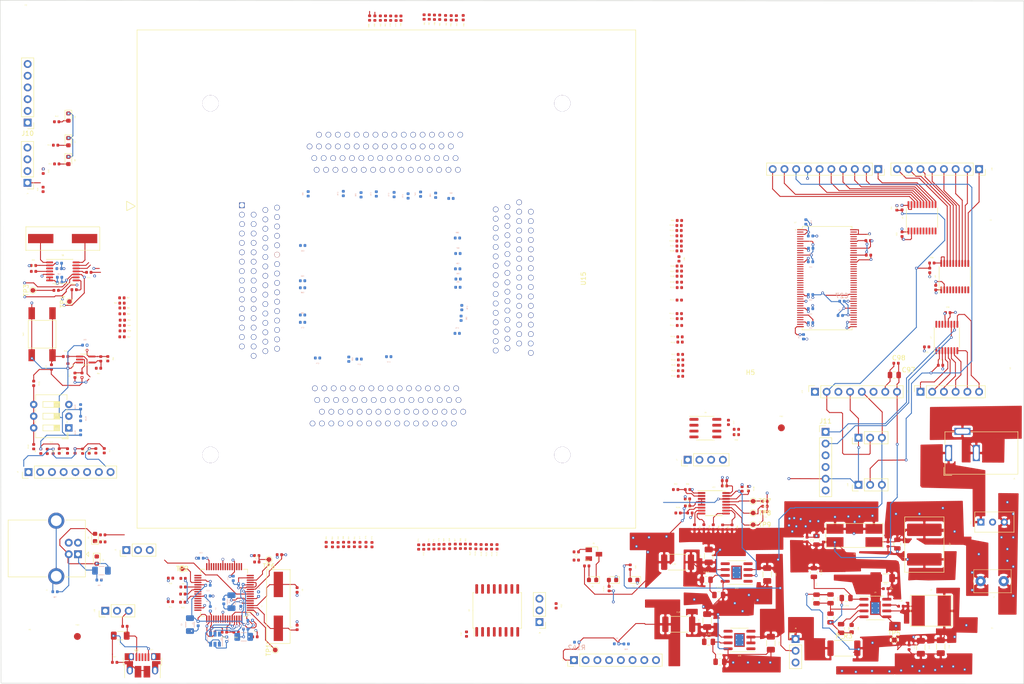
<source format=kicad_pcb>
(kicad_pcb (version 20171130) (host pcbnew 5.1.6-c6e7f7d~86~ubuntu16.04.1)
  (title_block (title Aardonyx) (rev v1.0) (comment 4 "Author:G Nambirajan"))
  (layers (0 F.Cu signal) (1 In1.Cu power hide) (2 In2.Cu signal hide) (31 B.Cu signal) (34 B.Paste user) (35 F.Paste user) (36 B.SilkS user) (37 F.SilkS user) (38 B.Mask user) (39 F.Mask user) (44 Edge.Cuts user))
  (net 0 "")
  (net 1 GND)
  (net 2 "Net-(C1-Pad1)")
  (net 3 "Net-(C3-Pad1)")
  (net 4 "Net-(C5-Pad1)")
  (net 5 "Net-(C6-Pad1)")
  (net 6 "Net-(C10-Pad1)")
  (net 7 "Net-(C35-Pad1)")
  (net 8 "Net-(C36-Pad1)")
  (net 9 "Net-(C37-Pad1)")
  (net 10 "Net-(C40-Pad2)")
  (net 11 "Net-(C40-Pad1)")
  (net 12 "Net-(C41-Pad2)")
  (net 13 "Net-(C57-Pad1)")
  (net 14 "Net-(C58-Pad1)")
  (net 15 /arduino_header/RESET_AH)
  (net 16 "Net-(C91-Pad1)")
  (net 17 /ftdi/USB_DP)
  (net 18 /ftdi/USB_DM)
  (net 19 "Net-(D3-Pad2)")
  (net 20 "Net-(D4-Pad2)")
  (net 21 "Net-(D5-Pad1)")
  (net 22 "Net-(D5-Pad2)")
  (net 23 "Net-(D6-Pad2)")
  (net 24 "Net-(D7-Pad2)")
  (net 25 "Net-(D8-Pad2)")
  (net 26 "Net-(F1-Pad2)")
  (net 27 GNDA)
  (net 28 "Net-(J2-Pad7)")
  (net 29 /ftdi/TRST)
  (net 30 /ftdi/TMS)
  (net 31 /soc/TD0)
  (net 32 /ftdi/TDI)
  (net 33 /ftdi/TCK)
  (net 34 /ftdi/UART0_RX)
  (net 35 "Net-(J4-Pad3)")
  (net 36 "Net-(J4-Pad2)")
  (net 37 "Net-(J5-Pad1)")
  (net 38 /arduino_header/I2C0_SCL)
  (net 39 /arduino_header/QSPI0_NCS_H)
  (net 40 /arduino_header/QSPI0_NCS_F)
  (net 41 /arduino_header/QSPI0_NCS)
  (net 42 /arduino_header/QSPI0_CLK)
  (net 43 /arduino_header/QSPI0_IO0)
  (net 44 /arduino_header/QSPI0_IO2)
  (net 45 /arduino_header/QSPI0_IO3)
  (net 46 /arduino_header/SPI1_CLK)
  (net 47 /arduino_header/SPI1_MISO)
  (net 48 /arduino_header/SPI1_MOSI)
  (net 49 /arduino_header/A7)
  (net 50 /arduino_header/IO_14)
  (net 51 /arduino_header/IO_15)
  (net 52 "Net-(J13-Pad1)")
  (net 53 /arduino_header/A0)
  (net 54 /arduino_header/A1)
  (net 55 /arduino_header/A2)
  (net 56 /arduino_header/A3)
  (net 57 /arduino_header/A4)
  (net 58 /arduino_header/A5)
  (net 59 /arduino_header/AH_I2C1_SCL)
  (net 60 /arduino_header/AH_I2C1_SDA)
  (net 61 /arduino_header/AH_IO_13)
  (net 62 /arduino_header/AH_IO_12)
  (net 63 /arduino_header/AH_IO_11)
  (net 64 /arduino_header/AH_IO_10)
  (net 65 /arduino_header/AH_IO_9)
  (net 66 /arduino_header/AH_IO_8)
  (net 67 /arduino_header/AH_IO_7)
  (net 68 /arduino_header/AH_IO_6)
  (net 69 /arduino_header/AH_IO_5)
  (net 70 /arduino_header/AH_IO_4)
  (net 71 /arduino_header/AH_IO_3)
  (net 72 /arduino_header/AH_IO_2)
  (net 73 /arduino_header/AH_IO_1)
  (net 74 /arduino_header/AH_IO_0)
  (net 75 "Net-(J17-Pad4)")
  (net 76 "Net-(P_R25-Pad2)")
  (net 77 "Net-(P_R41-Pad2)")
  (net 78 /power_2/V18_EN)
  (net 79 "Net-(P_R49-Pad2)")
  (net 80 "Net-(Q1-Pad1)")
  (net 81 /ftdi/FT_RESET)
  (net 82 "Net-(R2-Pad1)")
  (net 83 "Net-(R3-Pad1)")
  (net 84 "Net-(R4-Pad1)")
  (net 85 "Net-(R21-Pad2)")
  (net 86 "Net-(R22-Pad2)")
  (net 87 /sdram/CLK)
  (net 88 "Net-(R24-Pad2)")
  (net 89 "Net-(R25-Pad1)")
  (net 90 "Net-(R25-Pad2)")
  (net 91 "Net-(R26-Pad2)")
  (net 92 "Net-(R26-Pad1)")
  (net 93 /arduino_header/SPI0_nCS)
  (net 94 "Net-(R36-Pad2)")
  (net 95 "Net-(R37-Pad2)")
  (net 96 "Net-(R38-Pad1)")
  (net 97 "Net-(R39-Pad1)")
  (net 98 /arduino_header/IO_13)
  (net 99 "Net-(R45-Pad2)")
  (net 100 "Net-(R47-Pad2)")
  (net 101 /power_2/RESET_ASIC)
  (net 102 /ftdi/PWRSAV)
  (net 103 "Net-(R51-Pad2)")
  (net 104 "Net-(R57-Pad1)")
  (net 105 "Net-(R58-Pad1)")
  (net 106 /arduino_header/SPI0_CLK)
  (net 107 /arduino_header/SPI0_MISO)
  (net 108 "Net-(R59-Pad1)")
  (net 109 /arduino_header/SPI0_MOSI)
  (net 110 "Net-(R60-Pad1)")
  (net 111 "Net-(R61-Pad1)")
  (net 112 "Net-(R62-Pad1)")
  (net 113 "Net-(R63-Pad1)")
  (net 114 "Net-(R64-Pad1)")
  (net 115 "Net-(R65-Pad1)")
  (net 116 /sdram/SDRAM_A0)
  (net 117 "Net-(R66-Pad1)")
  (net 118 /sdram/SDRAM_A1)
  (net 119 /sdram/SDRAM_A2)
  (net 120 "Net-(R67-Pad1)")
  (net 121 "Net-(R68-Pad1)")
  (net 122 /sdram/SDRAM_A3)
  (net 123 /sdram/SDRAM_A4)
  (net 124 "Net-(R69-Pad1)")
  (net 125 "Net-(R70-Pad1)")
  (net 126 /sdram/SDRAM_A5)
  (net 127 /sdram/SDRAM_A6)
  (net 128 "Net-(R71-Pad1)")
  (net 129 "Net-(R72-Pad1)")
  (net 130 /sdram/SDRAM_A7)
  (net 131 /sdram/SDRAM_A8)
  (net 132 "Net-(R73-Pad1)")
  (net 133 "Net-(R74-Pad1)")
  (net 134 /sdram/SDRAM_A9)
  (net 135 /sdram/SDRAM_A10)
  (net 136 "Net-(R75-Pad1)")
  (net 137 "Net-(R76-Pad1)")
  (net 138 /sdram/SDRAM_A11)
  (net 139 "Net-(R77-Pad1)")
  (net 140 /sdram/SDRAM_A12)
  (net 141 /sdram/SDRAM_DQM0)
  (net 142 "Net-(R78-Pad1)")
  (net 143 "Net-(R79-Pad1)")
  (net 144 /sdram/SDRAM_DQM1)
  (net 145 "Net-(R80-Pad1)")
  (net 146 /sdram/SDRAM_DQM2)
  (net 147 /sdram/SDRAM_DQM3)
  (net 148 "Net-(R81-Pad1)")
  (net 149 /sdram/SDRAM_BA0)
  (net 150 "Net-(R82-Pad1)")
  (net 151 "Net-(R83-Pad1)")
  (net 152 /sdram/SDRAM_BA1)
  (net 153 "Net-(R84-Pad1)")
  (net 154 /sdram/SDRAM_CS)
  (net 155 /sdram/SDRAM_RAS)
  (net 156 "Net-(R85-Pad1)")
  (net 157 "Net-(R86-Pad1)")
  (net 158 /sdram/SDRAM_CAS)
  (net 159 /sdram/SDRAM_WE)
  (net 160 "Net-(R87-Pad1)")
  (net 161 "Net-(R88-Pad1)")
  (net 162 /sdram/SDRAM_CLK)
  (net 163 /sdram/SDRAM_CKE)
  (net 164 "Net-(R89-Pad1)")
  (net 165 "Net-(R90-Pad2)")
  (net 166 "Net-(R91-Pad2)")
  (net 167 "Net-(R92-Pad2)")
  (net 168 "Net-(R93-Pad2)")
  (net 169 "Net-(R94-Pad2)")
  (net 170 "Net-(R95-Pad2)")
  (net 171 /sdram/SDRAM_D0)
  (net 172 "Net-(R96-Pad2)")
  (net 173 "Net-(R97-Pad2)")
  (net 174 /sdram/SDRAM_D1)
  (net 175 /sdram/SDRAM_D2)
  (net 176 "Net-(R98-Pad2)")
  (net 177 "Net-(R99-Pad2)")
  (net 178 /sdram/SDRAM_D3)
  (net 179 /sdram/SDRAM_D4)
  (net 180 "Net-(R100-Pad2)")
  (net 181 "Net-(R101-Pad2)")
  (net 182 /sdram/SDRAM_D5)
  (net 183 /sdram/SDRAM_D6)
  (net 184 "Net-(R102-Pad2)")
  (net 185 "Net-(R103-Pad2)")
  (net 186 /sdram/SDRAM_D7)
  (net 187 /sdram/SDRAM_D8)
  (net 188 "Net-(R104-Pad2)")
  (net 189 "Net-(R105-Pad2)")
  (net 190 /sdram/SDRAM_D9)
  (net 191 /sdram/SDRAM_D10)
  (net 192 "Net-(R106-Pad2)")
  (net 193 /sdram/SDRAM_D11)
  (net 194 "Net-(R107-Pad2)")
  (net 195 "Net-(R108-Pad2)")
  (net 196 /sdram/SDRAM_D12)
  (net 197 /sdram/SDRAM_D13)
  (net 198 "Net-(R109-Pad2)")
  (net 199 "Net-(R110-Pad2)")
  (net 200 /sdram/SDRAM_D14)
  (net 201 /sdram/SDRAM_D15)
  (net 202 "Net-(R111-Pad2)")
  (net 203 /sdram/SDRAM_D16)
  (net 204 "Net-(R112-Pad2)")
  (net 205 /sdram/SDRAM_D17)
  (net 206 "Net-(R113-Pad2)")
  (net 207 /sdram/SDRAM_D18)
  (net 208 "Net-(R114-Pad2)")
  (net 209 "Net-(R115-Pad2)")
  (net 210 /sdram/SDRAM_D19)
  (net 211 "Net-(R116-Pad2)")
  (net 212 /sdram/SDRAM_D20)
  (net 213 /sdram/SDRAM_D21)
  (net 214 "Net-(R117-Pad2)")
  (net 215 "Net-(R118-Pad2)")
  (net 216 /sdram/SDRAM_D22)
  (net 217 /sdram/SDRAM_D23)
  (net 218 "Net-(R119-Pad2)")
  (net 219 /sdram/SDRAM_D24)
  (net 220 "Net-(R120-Pad2)")
  (net 221 "Net-(R121-Pad2)")
  (net 222 /sdram/SDRAM_D25)
  (net 223 /sdram/SDRAM_D26)
  (net 224 "Net-(R122-Pad2)")
  (net 225 "Net-(R123-Pad2)")
  (net 226 /sdram/SDRAM_D27)
  (net 227 "Net-(R124-Pad2)")
  (net 228 /sdram/SDRAM_D28)
  (net 229 "Net-(R125-Pad2)")
  (net 230 /sdram/SDRAM_D29)
  (net 231 "Net-(R126-Pad2)")
  (net 232 /sdram/SDRAM_D30)
  (net 233 /sdram/SDRAM_D31)
  (net 234 "Net-(R127-Pad2)")
  (net 235 /soc/TEST_MODE)
  (net 236 /soc/BOOT_MODE1)
  (net 237 /soc/BOOT_MODE0)
  (net 238 "Net-(R131-Pad2)")
  (net 239 "Net-(TP1-Pad1)")
  (net 240 "Net-(TP2-Pad1)")
  (net 241 "Net-(U1-Pad21)")
  (net 242 "Net-(U1-Pad23)")
  (net 243 "Net-(U1-Pad24)")
  (net 244 "Net-(U1-Pad26)")
  (net 245 "Net-(U1-Pad27)")
  (net 246 "Net-(U1-Pad28)")
  (net 247 "Net-(U1-Pad29)")
  (net 248 "Net-(U1-Pad30)")
  (net 249 "Net-(U1-Pad32)")
  (net 250 "Net-(U1-Pad33)")
  (net 251 "Net-(U1-Pad34)")
  (net 252 "Net-(U1-Pad40)")
  (net 253 "Net-(U1-Pad41)")
  (net 254 "Net-(U1-Pad43)")
  (net 255 "Net-(U1-Pad44)")
  (net 256 "Net-(U1-Pad45)")
  (net 257 "Net-(U1-Pad46)")
  (net 258 "Net-(U1-Pad48)")
  (net 259 "Net-(U1-Pad52)")
  (net 260 "Net-(U1-Pad53)")
  (net 261 "Net-(U1-Pad54)")
  (net 262 "Net-(U1-Pad55)")
  (net 263 "Net-(U1-Pad57)")
  (net 264 "Net-(U1-Pad58)")
  (net 265 "Net-(U1-Pad61)")
  (net 266 "Net-(U1-Pad62)")
  (net 267 "Net-(U1-Pad63)")
  (net 268 "Net-(U2-Pad14)")
  (net 269 "Net-(U2-Pad30)")
  (net 270 "Net-(U2-Pad57)")
  (net 271 "Net-(U2-Pad70)")
  (net 272 "Net-(U2-Pad73)")
  (net 273 "Net-(U3-Pad1)")
  (net 274 "Net-(U3-Pad14)")
  (net 275 "Net-(U5-Pad1)")
  (net 276 "Net-(U6-Pad3)")
  (net 277 "Net-(U6-Pad4)")
  (net 278 "Net-(U6-Pad5)")
  (net 279 "Net-(U6-Pad6)")
  (net 280 "Net-(U6-Pad11)")
  (net 281 "Net-(U6-Pad12)")
  (net 282 "Net-(U6-Pad13)")
  (net 283 "Net-(U6-Pad14)")
  (net 284 /arduino_header/IO_0)
  (net 285 /arduino_header/IO_1)
  (net 286 /arduino_header/IO_2)
  (net 287 /arduino_header/IO_3)
  (net 288 /arduino_header/IO_4)
  (net 289 /arduino_header/IO_5)
  (net 290 /arduino_header/IO_6)
  (net 291 /arduino_header/IO_7)
  (net 292 /arduino_header/I2C1_SDA)
  (net 293 /arduino_header/I2C1_SCL)
  (net 294 /arduino_header/IO_12)
  (net 295 /arduino_header/IO_11)
  (net 296 /arduino_header/IO_10)
  (net 297 /arduino_header/IO_9)
  (net 298 /arduino_header/IO_8)
  (net 299 "Net-(U10-Pad1)")
  (net 300 "Net-(U10-Pad4)")
  (net 301 "Net-(U10-Pad5)")
  (net 302 "Net-(U13-Pad1)")
  (net 303 "Net-(U13-Pad4)")
  (net 304 "Net-(U13-Pad5)")
  (net 305 "Net-(U15-Pad3)")
  (net 306 "Net-(U15-Pad1)")
  (net 307 "Net-(U15-Pad4)")
  (net 308 "Net-(U15-Pad6)")
  (net 309 "Net-(U15-Pad7)")
  (net 310 "Net-(U15-Pad9)")
  (net 311 "Net-(U15-Pad12)")
  (net 312 "Net-(U15-Pad13)")
  (net 313 "Net-(U15-Pad17)")
  (net 314 "Net-(U15-Pad19)")
  (net 315 "Net-(U15-Pad21)")
  (net 316 "Net-(U15-Pad22)")
  (net 317 "Net-(U15-Pad39)")
  (net 318 "Net-(U15-Pad43)")
  (net 319 "Net-(U15-Pad52)")
  (net 320 "Net-(U15-Pad55)")
  (net 321 "Net-(U15-Pad56)")
  (net 322 "Net-(U15-Pad57)")
  (net 323 "Net-(U15-Pad59)")
  (net 324 "Net-(U15-Pad60)")
  (net 325 "Net-(U15-Pad61)")
  (net 326 "Net-(U15-Pad62)")
  (net 327 "Net-(U15-Pad63)")
  (net 328 "Net-(U15-Pad64)")
  (net 329 "Net-(U15-Pad65)")
  (net 330 "Net-(U15-Pad67)")
  (net 331 "Net-(U15-Pad68)")
  (net 332 "Net-(U15-Pad69)")
  (net 333 "Net-(U15-Pad78)")
  (net 334 "Net-(U15-Pad81)")
  (net 335 "Net-(U15-Pad82)")
  (net 336 "Net-(U15-Pad83)")
  (net 337 "Net-(U15-Pad84)")
  (net 338 "Net-(U15-Pad85)")
  (net 339 "Net-(U15-Pad86)")
  (net 340 "Net-(U15-Pad87)")
  (net 341 "Net-(U15-Pad88)")
  (net 342 "Net-(U15-Pad89)")
  (net 343 "Net-(U15-Pad90)")
  (net 344 "Net-(U15-Pad91)")
  (net 345 "Net-(U15-Pad92)")
  (net 346 "Net-(U15-Pad93)")
  (net 347 "Net-(U15-Pad98)")
  (net 348 "Net-(U15-Pad99)")
  (net 349 "Net-(U15-Pad100)")
  (net 350 "Net-(U15-Pad107)")
  (net 351 "Net-(U15-Pad115)")
  (net 352 "Net-(U15-Pad119)")
  (net 353 "Net-(U15-Pad122)")
  (net 354 "Net-(U15-Pad123)")
  (net 355 "Net-(U15-Pad124)")
  (net 356 "Net-(U15-Pad125)")
  (net 357 "Net-(U15-Pad126)")
  (net 358 "Net-(U15-Pad127)")
  (net 359 "Net-(U15-Pad128)")
  (net 360 "Net-(U15-Pad132)")
  (net 361 "Net-(U15-Pad135)")
  (net 362 "Net-(U15-Pad136)")
  (net 363 "Net-(U15-Pad138)")
  (net 364 "Net-(U15-Pad141)")
  (net 365 "Net-(U15-Pad142)")
  (net 366 "Net-(U15-Pad145)")
  (net 367 "Net-(U15-Pad148)")
  (net 368 "Net-(U15-Pad151)")
  (net 369 "Net-(U15-Pad152)")
  (net 370 "Net-(U15-Pad153)")
  (net 371 "Net-(U15-Pad154)")
  (net 372 "Net-(U15-Pad155)")
  (net 373 "Net-(U15-Pad156)")
  (net 374 "Net-(U15-Pad162)")
  (net 375 "Net-(U15-Pad166)")
  (net 376 "Net-(U15-Pad168)")
  (net 377 "Net-(U15-Pad170)")
  (net 378 "Net-(U15-Pad180)")
  (net 379 "Net-(U15-Pad181)")
  (net 380 "Net-(U15-Pad184)")
  (net 381 "Net-(U15-Pad185)")
  (net 382 "Net-(U15-Pad186)")
  (net 383 "Net-(U15-Pad188)")
  (net 384 "Net-(U15-Pad192)")
  (net 385 "Net-(U15-Pad193)")
  (net 386 "Net-(U15-Pad194)")
  (net 387 "Net-(U15-Pad195)")
  (net 388 "Net-(U15-Pad196)")
  (net 389 "Net-(U15-Pad197)")
  (net 390 "Net-(U15-Pad198)")
  (net 391 "Net-(U15-Pad200)")
  (net 392 "Net-(U15-Pad202)")
  (net 393 "Net-(U15-Pad204)")
  (net 394 "Net-(U15-Pad209)")
  (net 395 "Net-(U15-Pad216)")
  (net 396 "Net-(U15-Pad217)")
  (net 397 "Net-(U15-Pad218)")
  (net 398 "Net-(U15-Pad220)")
  (net 399 "Net-(U15-Pad221)")
  (net 400 "Net-(U15-Pad228)")
  (net 401 "Net-(U15-Pad242)")
  (net 402 "Net-(U15-Pad244)")
  (net 403 "Net-(U15-Pad246)")
  (net 404 "Net-(U15-Pad247)")
  (net 405 "Net-(U15-Pad248)")
  (net 406 "Net-(U15-Pad251)")
  (net 407 "Net-(U15-Pad252)")
  (net 408 "Net-(U15-Pad254)")
  (net 409 "Net-(U15-Pad255)")
  (net 410 "Net-(U15-Pad256)")
  (net 411 /ftdi/UART0_TX)
  (net 412 V3P3)
  (net 413 V5P0)
  (net 414 V1P8)
  (net 415 /arduino_header/I2C0_SDA)
  (net 416 "Net-(C56-Pad1)")
  (net 417 "Net-(C62-Pad1)")
  (net 418 "Net-(FB7-Pad2)")
  (net 419 "Net-(FB6-Pad1)")
  (net 420 /arduino_header/SPI1_nCS)
  (net 421 "Net-(C85-Pad1)")
  (net 422 "Net-(C95-Pad1)")
  (net 423 /RESET)
  (net 424 /power_2/V3P3_MON)
  (net 425 /power_2/V1P8_MON)
  (net 426 /power_2/UP_DOWN#)
  (net 427 /power_2/OUT3)
  (net 428 /power_2/OUT4)
  (net 429 /power_2/PWR_GOOD)
  (net 430 "Net-(J6-Pad1)")
  (net 431 VCORE_FTDI)
  (net 432 VCC5V)
  (net 433 VBUS_USB2)
  (net 434 VBUS_USB1)
  (net 435 V12P0)
  (net 436 VAC)
  (net 437 VREF_AH)
  (net 438 VBUS)
  (net 439 /arduino_header/QSPI0_IO1)
  (net 440 /arduino_header/A6)
  (module Aardonyx:SKT32E_IITM_TH_SOCKET (layer F.Cu) (at 142.36 74.83 270)
    (fp_text reference U15 (at -0.1016 -42.68216 90) (layer F.SilkS))
    (fp_text value SKT32E)
    (pad 114 thru_hole circle (at 23.675 -8.99) (size 1.2 1.2) (drill 1) (layers *.Cu *.Mask) (net 234 "Net-(R127-Pad2)"))
    (pad 122 thru_hole circle (at 23.675 -13.07) (size 1.2 1.2) (drill 1) (layers *.Cu *.Mask) (net 353 "Net-(U15-Pad122)"))
    (pad 126 thru_hole circle (at 23.675 -15.11) (size 1.2 1.2) (drill 1) (layers *.Cu *.Mask) (net 357 "Net-(U15-Pad126)"))
    (pad 76 thru_hole circle (at 28.755 9.88) (size 1.2 1.2) (drill 1) (layers *.Cu *.Mask) (net 137 "Net-(R76-Pad1)"))
    (pad 80 thru_hole circle (at 28.755 7.84) (size 1.2 1.2) (drill 1) (layers *.Cu *.Mask) (net 1 GND))
    (pad 118 thru_hole circle (at 23.675 -11.03) (size 1.2 1.2) (drill 1) (layers *.Cu *.Mask) (net 227 "Net-(R124-Pad2)"))
    (pad 106 thru_hole circle (at 23.675 -4.91) (size 1.2 1.2) (drill 1) (layers *.Cu *.Mask) (net 124 "Net-(R69-Pad1)"))
    (pad 84 thru_hole circle (at 28.755 5.8) (size 1.2 1.2) (drill 1) (layers *.Cu *.Mask) (net 337 "Net-(U15-Pad84)"))
    (pad 110 thru_hole circle (at 23.675 -6.95) (size 1.2 1.2) (drill 1) (layers *.Cu *.Mask) (net 1 GND))
    (pad 120 thru_hole circle (at 28.755 -12.56) (size 1.2 1.2) (drill 1) (layers *.Cu *.Mask) (net 225 "Net-(R123-Pad2)"))
    (pad 116 thru_hole circle (at 28.755 -10.52) (size 1.2 1.2) (drill 1) (layers *.Cu *.Mask) (net 231 "Net-(R126-Pad2)"))
    (pad 100 thru_hole circle (at 28.755 -2.36) (size 1.2 1.2) (drill 1) (layers *.Cu *.Mask) (net 349 "Net-(U15-Pad100)"))
    (pad 88 thru_hole circle (at 28.755 3.76) (size 1.2 1.2) (drill 1) (layers *.Cu *.Mask) (net 341 "Net-(U15-Pad88)"))
    (pad 102 thru_hole circle (at 23.675 -2.87) (size 1.2 1.2) (drill 1) (layers *.Cu *.Mask) (net 132 "Net-(R73-Pad1)"))
    (pad 94 thru_hole circle (at 23.675 1.21) (size 1.2 1.2) (drill 1) (layers *.Cu *.Mask) (net 414 V1P8))
    (pad 90 thru_hole circle (at 23.675 3.25) (size 1.2 1.2) (drill 1) (layers *.Cu *.Mask) (net 343 "Net-(U15-Pad90)"))
    (pad 104 thru_hole circle (at 28.755 -4.4) (size 1.2 1.2) (drill 1) (layers *.Cu *.Mask) (net 128 "Net-(R71-Pad1)"))
    (pad 98 thru_hole circle (at 23.675 -0.83) (size 1.2 1.2) (drill 1) (layers *.Cu *.Mask) (net 347 "Net-(U15-Pad98)"))
    (pad 128 thru_hole circle (at 28.755 -16.64) (size 1.2 1.2) (drill 1) (layers *.Cu *.Mask) (net 359 "Net-(U15-Pad128)"))
    (pad 112 thru_hole circle (at 28.755 -8.48) (size 1.2 1.2) (drill 1) (layers *.Cu *.Mask) (net 117 "Net-(R66-Pad1)"))
    (pad 86 thru_hole circle (at 23.675 5.29) (size 1.2 1.2) (drill 1) (layers *.Cu *.Mask) (net 339 "Net-(U15-Pad86)"))
    (pad 92 thru_hole circle (at 28.755 1.72) (size 1.2 1.2) (drill 1) (layers *.Cu *.Mask) (net 345 "Net-(U15-Pad92)"))
    (pad 74 thru_hole circle (at 23.675 11.41) (size 1.2 1.2) (drill 1) (layers *.Cu *.Mask) (net 166 "Net-(R91-Pad2)"))
    (pad 72 thru_hole circle (at 28.755 11.92) (size 1.2 1.2) (drill 1) (layers *.Cu *.Mask) (net 165 "Net-(R90-Pad2)"))
    (pad 70 thru_hole circle (at 23.675 13.45) (size 1.2 1.2) (drill 1) (layers *.Cu *.Mask) (net 168 "Net-(R93-Pad2)"))
    (pad 124 thru_hole circle (at 28.755 -14.6) (size 1.2 1.2) (drill 1) (layers *.Cu *.Mask) (net 355 "Net-(U15-Pad124)"))
    (pad 96 thru_hole circle (at 28.755 -0.32) (size 1.2 1.2) (drill 1) (layers *.Cu *.Mask) (net 412 V3P3))
    (pad 108 thru_hole circle (at 28.755 -6.44) (size 1.2 1.2) (drill 1) (layers *.Cu *.Mask) (net 121 "Net-(R68-Pad1)"))
    (pad 78 thru_hole circle (at 23.675 9.37) (size 1.2 1.2) (drill 1) (layers *.Cu *.Mask) (net 333 "Net-(U15-Pad78)"))
    (pad 66 thru_hole circle (at 23.675 15.49) (size 1.2 1.2) (drill 1) (layers *.Cu *.Mask) (net 167 "Net-(R92-Pad2)"))
    (pad 82 thru_hole circle (at 23.675 7.33) (size 1.2 1.2) (drill 1) (layers *.Cu *.Mask) (net 335 "Net-(U15-Pad82)"))
    (pad 125 thru_hole circle (at 31.295 -14.6) (size 1.2 1.2) (drill 1) (layers *.Cu *.Mask) (net 356 "Net-(U15-Pad125)"))
    (pad 97 thru_hole circle (at 31.295 -0.32) (size 1.2 1.2) (drill 1) (layers *.Cu *.Mask) (net 1 GND))
    (pad 85 thru_hole circle (at 31.295 5.8) (size 1.2 1.2) (drill 1) (layers *.Cu *.Mask) (net 338 "Net-(U15-Pad85)"))
    (pad 117 thru_hole circle (at 31.295 -10.52) (size 1.2 1.2) (drill 1) (layers *.Cu *.Mask) (net 229 "Net-(R125-Pad2)"))
    (pad 105 thru_hole circle (at 31.295 -4.4) (size 1.2 1.2) (drill 1) (layers *.Cu *.Mask) (net 125 "Net-(R70-Pad1)"))
    (pad 121 thru_hole circle (at 31.295 -12.56) (size 1.2 1.2) (drill 1) (layers *.Cu *.Mask) (net 224 "Net-(R122-Pad2)"))
    (pad 93 thru_hole circle (at 31.295 1.72) (size 1.2 1.2) (drill 1) (layers *.Cu *.Mask) (net 346 "Net-(U15-Pad93)"))
    (pad 113 thru_hole circle (at 31.295 -8.48) (size 1.2 1.2) (drill 1) (layers *.Cu *.Mask) (net 115 "Net-(R65-Pad1)"))
    (pad 101 thru_hole circle (at 31.295 -2.36) (size 1.2 1.2) (drill 1) (layers *.Cu *.Mask) (net 133 "Net-(R74-Pad1)"))
    (pad 89 thru_hole circle (at 31.295 3.76) (size 1.2 1.2) (drill 1) (layers *.Cu *.Mask) (net 342 "Net-(U15-Pad89)"))
    (pad 109 thru_hole circle (at 31.295 -6.44) (size 1.2 1.2) (drill 1) (layers *.Cu *.Mask) (net 414 V1P8))
    (pad 107 thru_hole circle (at 26.215 -5.42) (size 1.2 1.2) (drill 1) (layers *.Cu *.Mask) (net 350 "Net-(U15-Pad107)"))
    (pad 69 thru_hole circle (at 31.295 13.96) (size 1.2 1.2) (drill 1) (layers *.Cu *.Mask) (net 332 "Net-(U15-Pad69)"))
    (pad 127 thru_hole circle (at 26.215 -15.62) (size 1.2 1.2) (drill 1) (layers *.Cu *.Mask) (net 358 "Net-(U15-Pad127)"))
    (pad 77 thru_hole circle (at 31.295 9.88) (size 1.2 1.2) (drill 1) (layers *.Cu *.Mask) (net 136 "Net-(R75-Pad1)"))
    (pad 73 thru_hole circle (at 31.295 11.92) (size 1.2 1.2) (drill 1) (layers *.Cu *.Mask) (net 169 "Net-(R94-Pad2)"))
    (pad 103 thru_hole circle (at 26.215 -3.38) (size 1.2 1.2) (drill 1) (layers *.Cu *.Mask) (net 129 "Net-(R72-Pad1)"))
    (pad 75 thru_hole circle (at 26.215 10.9) (size 1.2 1.2) (drill 1) (layers *.Cu *.Mask) (net 139 "Net-(R77-Pad1)"))
    (pad 119 thru_hole circle (at 26.215 -11.54) (size 1.2 1.2) (drill 1) (layers *.Cu *.Mask) (net 352 "Net-(U15-Pad119)"))
    (pad 123 thru_hole circle (at 26.215 -13.58) (size 1.2 1.2) (drill 1) (layers *.Cu *.Mask) (net 354 "Net-(U15-Pad123)"))
    (pad 68 thru_hole circle (at 28.755 13.96) (size 1.2 1.2) (drill 1) (layers *.Cu *.Mask) (net 331 "Net-(U15-Pad68)"))
    (pad 71 thru_hole circle (at 26.215 12.94) (size 1.2 1.2) (drill 1) (layers *.Cu *.Mask) (net 170 "Net-(R95-Pad2)"))
    (pad 67 thru_hole circle (at 26.215 14.98) (size 1.2 1.2) (drill 1) (layers *.Cu *.Mask) (net 330 "Net-(U15-Pad67)"))
    (pad 83 thru_hole circle (at 26.215 6.82) (size 1.2 1.2) (drill 1) (layers *.Cu *.Mask) (net 336 "Net-(U15-Pad83)"))
    (pad 79 thru_hole circle (at 26.215 8.86) (size 1.2 1.2) (drill 1) (layers *.Cu *.Mask) (net 412 V3P3))
    (pad 91 thru_hole circle (at 26.215 2.74) (size 1.2 1.2) (drill 1) (layers *.Cu *.Mask) (net 344 "Net-(U15-Pad91)"))
    (pad 81 thru_hole circle (at 31.295 7.84) (size 1.2 1.2) (drill 1) (layers *.Cu *.Mask) (net 334 "Net-(U15-Pad81)"))
    (pad 115 thru_hole circle (at 26.215 -9.5) (size 1.2 1.2) (drill 1) (layers *.Cu *.Mask) (net 351 "Net-(U15-Pad115)"))
    (pad 99 thru_hole circle (at 26.215 -1.34) (size 1.2 1.2) (drill 1) (layers *.Cu *.Mask) (net 348 "Net-(U15-Pad99)"))
    (pad 111 thru_hole circle (at 26.215 -7.46) (size 1.2 1.2) (drill 1) (layers *.Cu *.Mask) (net 120 "Net-(R67-Pad1)"))
    (pad 95 thru_hole circle (at 26.215 0.7) (size 1.2 1.2) (drill 1) (layers *.Cu *.Mask) (net 1 GND))
    (pad 65 thru_hole circle (at 31.295 16) (size 1.2 1.2) (drill 1) (layers *.Cu *.Mask) (net 329 "Net-(U15-Pad65)"))
    (pad 87 thru_hole circle (at 26.215 4.78) (size 1.2 1.2) (drill 1) (layers *.Cu *.Mask) (net 340 "Net-(U15-Pad87)"))
    (pad 44 thru_hole circle (at 6.44 28.755 270) (size 1.2 1.2) (drill 1) (layers *.Cu *.Mask) (net 113 "Net-(R63-Pad1)"))
    (pad 40 thru_hole circle (at 4.4 28.755 270) (size 1.2 1.2) (drill 1) (layers *.Cu *.Mask) (net 112 "Net-(R62-Pad1)"))
    (pad 52 thru_hole circle (at 10.52 28.755 270) (size 1.2 1.2) (drill 1) (layers *.Cu *.Mask) (net 319 "Net-(U15-Pad52)"))
    (pad 56 thru_hole circle (at 12.56 28.755 270) (size 1.2 1.2) (drill 1) (layers *.Cu *.Mask) (net 321 "Net-(U15-Pad56)"))
    (pad 20 thru_hole circle (at -5.8 28.755 270) (size 1.2 1.2) (drill 1) (layers *.Cu *.Mask) (net 34 /ftdi/UART0_RX))
    (pad 16 thru_hole circle (at -7.84 28.755 270) (size 1.2 1.2) (drill 1) (layers *.Cu *.Mask) (net 1 GND))
    (pad 24 thru_hole circle (at -3.76 28.755 270) (size 1.2 1.2) (drill 1) (layers *.Cu *.Mask) (net 423 /RESET))
    (pad 12 thru_hole circle (at -9.88 28.755 270) (size 1.2 1.2) (drill 1) (layers *.Cu *.Mask) (net 311 "Net-(U15-Pad12)"))
    (pad 36 thru_hole circle (at 2.36 28.755 270) (size 1.2 1.2) (drill 1) (layers *.Cu *.Mask) (net 31 /soc/TD0))
    (pad 28 thru_hole circle (at -1.72 28.755 270) (size 1.2 1.2) (drill 1) (layers *.Cu *.Mask) (net 33 /ftdi/TCK))
    (pad 64 thru_hole circle (at 16.64 28.755 270) (size 1.2 1.2) (drill 1) (layers *.Cu *.Mask) (net 328 "Net-(U15-Pad64)"))
    (pad 60 thru_hole circle (at 14.6 28.755 270) (size 1.2 1.2) (drill 1) (layers *.Cu *.Mask) (net 324 "Net-(U15-Pad60)"))
    (pad 32 thru_hole circle (at 0.32 28.755 270) (size 1.2 1.2) (drill 1) (layers *.Cu *.Mask) (net 412 V3P3))
    (pad 48 thru_hole circle (at 8.48 28.755 270) (size 1.2 1.2) (drill 1) (layers *.Cu *.Mask) (net 1 GND))
    (pad 8 thru_hole circle (at -11.92 28.755 270) (size 1.2 1.2) (drill 1) (layers *.Cu *.Mask) (net 294 /arduino_header/IO_12))
    (pad 4 thru_hole circle (at -13.96 28.755 270) (size 1.2 1.2) (drill 1) (layers *.Cu *.Mask) (net 307 "Net-(U15-Pad4)"))
    (pad 19 thru_hole circle (at -6.82 26.215 270) (size 1.2 1.2) (drill 1) (layers *.Cu *.Mask) (net 314 "Net-(U15-Pad19)"))
    (pad 51 thru_hole circle (at 9.5 26.215 270) (size 1.2 1.2) (drill 1) (layers *.Cu *.Mask) (net 105 "Net-(R58-Pad1)"))
    (pad 11 thru_hole circle (at -10.9 26.215 270) (size 1.2 1.2) (drill 1) (layers *.Cu *.Mask) (net 50 /arduino_header/IO_14))
    (pad 59 thru_hole circle (at 13.58 26.215 270) (size 1.2 1.2) (drill 1) (layers *.Cu *.Mask) (net 323 "Net-(U15-Pad59)"))
    (pad 55 thru_hole circle (at 11.54 26.215 270) (size 1.2 1.2) (drill 1) (layers *.Cu *.Mask) (net 320 "Net-(U15-Pad55)"))
    (pad 27 thru_hole circle (at -2.74 26.215 270) (size 1.2 1.2) (drill 1) (layers *.Cu *.Mask) (net 235 /soc/TEST_MODE))
    (pad 43 thru_hole circle (at 5.42 26.215 270) (size 1.2 1.2) (drill 1) (layers *.Cu *.Mask) (net 318 "Net-(U15-Pad43)"))
    (pad 31 thru_hole circle (at -0.7 26.215 270) (size 1.2 1.2) (drill 1) (layers *.Cu *.Mask) (net 1 GND))
    (pad 23 thru_hole circle (at -4.78 26.215 270) (size 1.2 1.2) (drill 1) (layers *.Cu *.Mask) (net 87 /sdram/CLK))
    (pad 15 thru_hole circle (at -8.86 26.215 270) (size 1.2 1.2) (drill 1) (layers *.Cu *.Mask) (net 412 V3P3))
    (pad 63 thru_hole circle (at 15.62 26.215 270) (size 1.2 1.2) (drill 1) (layers *.Cu *.Mask) (net 327 "Net-(U15-Pad63)"))
    (pad 35 thru_hole circle (at 1.34 26.215 270) (size 1.2 1.2) (drill 1) (layers *.Cu *.Mask) (net 32 /ftdi/TDI))
    (pad 39 thru_hole circle (at 3.38 26.215 270) (size 1.2 1.2) (drill 1) (layers *.Cu *.Mask) (net 317 "Net-(U15-Pad39)"))
    (pad 3 thru_hole circle (at -14.98 26.215 270) (size 1.2 1.2) (drill 1) (layers *.Cu *.Mask) (net 305 "Net-(U15-Pad3)"))
    (pad 47 thru_hole circle (at 7.46 26.215 270) (size 1.2 1.2) (drill 1) (layers *.Cu *.Mask) (net 412 V3P3))
    (pad 7 thru_hole circle (at -12.94 26.215 270) (size 1.2 1.2) (drill 1) (layers *.Cu *.Mask) (net 309 "Net-(U15-Pad7)"))
    (pad 1 thru_hole rect (at -16 31.295 270) (size 1.2 1.2) (drill 1) (layers *.Cu *.Mask) (net 306 "Net-(U15-Pad1)"))
    (pad 5 thru_hole circle (at -13.96 31.295 270) (size 1.2 1.2) (drill 1) (layers *.Cu *.Mask) (net 295 /arduino_header/IO_11))
    (pad 9 thru_hole circle (at -11.92 31.259 270) (size 1.2 1.2) (drill 1) (layers *.Cu *.Mask) (net 310 "Net-(U15-Pad9)"))
    (pad 13 thru_hole circle (at -9.88 31.295 270) (size 1.2 1.2) (drill 1) (layers *.Cu *.Mask) (net 312 "Net-(U15-Pad13)"))
    (pad 17 thru_hole circle (at -7.84 31.295 270) (size 1.2 1.2) (drill 1) (layers *.Cu *.Mask) (net 313 "Net-(U15-Pad17)"))
    (pad 21 thru_hole circle (at -5.8 31.295 270) (size 1.2 1.2) (drill 1) (layers *.Cu *.Mask) (net 315 "Net-(U15-Pad21)"))
    (pad 25 thru_hole circle (at -3.76 31.295 270) (size 1.2 1.2) (drill 1) (layers *.Cu *.Mask) (net 237 /soc/BOOT_MODE0))
    (pad 29 thru_hole circle (at -1.72 31.295 270) (size 1.2 1.2) (drill 1) (layers *.Cu *.Mask) (net 29 /ftdi/TRST))
    (pad 33 thru_hole circle (at 0.32 31.295 270) (size 1.2 1.2) (drill 1) (layers *.Cu *.Mask) (net 1 GND))
    (pad 37 thru_hole circle (at 2.36 31.295 270) (size 1.2 1.2) (drill 1) (layers *.Cu *.Mask) (net 415 /arduino_header/I2C0_SDA))
    (pad 41 thru_hole circle (at 4.4 31.295 270) (size 1.2 1.2) (drill 1) (layers *.Cu *.Mask) (net 111 "Net-(R61-Pad1)"))
    (pad 45 thru_hole circle (at 6.44 31.295 270) (size 1.2 1.2) (drill 1) (layers *.Cu *.Mask) (net 414 V1P8))
    (pad 49 thru_hole circle (at 8.48 31.295 270) (size 1.2 1.2) (drill 1) (layers *.Cu *.Mask) (net 110 "Net-(R60-Pad1)"))
    (pad 53 thru_hole circle (at 10.52 31.295 270) (size 1.2 1.2) (drill 1) (layers *.Cu *.Mask) (net 104 "Net-(R57-Pad1)"))
    (pad 57 thru_hole circle (at 12.56 31.295 270) (size 1.2 1.2) (drill 1) (layers *.Cu *.Mask) (net 322 "Net-(U15-Pad57)"))
    (pad 61 thru_hole circle (at 14.6 31.295 270) (size 1.2 1.2) (drill 1) (layers *.Cu *.Mask) (net 325 "Net-(U15-Pad61)"))
    (pad 14 thru_hole circle (at -9.37 23.675 270) (size 1.2 1.2) (drill 1) (layers *.Cu *.Mask) (net 51 /arduino_header/IO_15))
    (pad 18 thru_hole circle (at -7.33 23.675 270) (size 1.2 1.2) (drill 1) (layers *.Cu *.Mask) (net 411 /ftdi/UART0_TX))
    (pad 2 thru_hole circle (at -15.49 23.675 270) (size 1.2 1.2) (drill 1) (layers *.Cu *.Mask) (net 296 /arduino_header/IO_10))
    (pad 6 thru_hole circle (at -13.45 23.675 270) (size 1.2 1.2) (drill 1) (layers *.Cu *.Mask) (net 308 "Net-(U15-Pad6)"))
    (pad 22 thru_hole circle (at -5.29 23.675 270) (size 1.2 1.2) (drill 1) (layers *.Cu B.SilkS F.Mask) (net 316 "Net-(U15-Pad22)"))
    (pad 10 thru_hole circle (at -11.41 23.675 270) (size 1.2 1.2) (drill 1) (layers *.Cu *.Mask) (net 98 /arduino_header/IO_13))
    (pad 34 thru_hole circle (at 0.83 23.675 270) (size 1.2 1.2) (drill 1) (layers *.Cu *.Mask) (net 30 /ftdi/TMS))
    (pad 26 thru_hole circle (at -3.25 23.675 270) (size 1.2 1.2) (drill 1) (layers *.Cu *.Mask) (net 236 /soc/BOOT_MODE1))
    (pad 30 thru_hole circle (at -1.21 23.675 270) (size 1.2 1.2) (drill 1) (layers *.Cu *.Mask) (net 414 V1P8))
    (pad 38 thru_hole circle (at 2.87 23.675 270) (size 1.2 1.2) (drill 1) (layers *.Cu *.Mask) (net 38 /arduino_header/I2C0_SCL))
    (pad 42 thru_hole circle (at 4.91 23.675 270) (size 1.2 1.2) (drill 1) (layers *.Cu *.Mask) (net 114 "Net-(R64-Pad1)"))
    (pad 46 thru_hole circle (at 6.95 23.675 270) (size 1.2 1.2) (drill 1) (layers *.Cu *.Mask) (net 1 GND))
    (pad 50 thru_hole circle (at 8.99 23.675 270) (size 1.2 1.2) (drill 1) (layers *.Cu *.Mask) (net 108 "Net-(R59-Pad1)"))
    (pad 54 thru_hole circle (at 11.03 23.675 270) (size 1.2 1.2) (drill 1) (layers *.Cu *.Mask) (net 293 /arduino_header/I2C1_SCL))
    (pad 58 thru_hole circle (at 13.07 23.675 270) (size 1.2 1.2) (drill 1) (layers *.Cu *.Mask) (net 292 /arduino_header/I2C1_SDA))
    (pad 62 thru_hole circle (at 15.11 23.675 270) (size 1.2 1.2) (drill 1) (layers *.Cu *.Mask) (net 326 "Net-(U15-Pad62)"))
    (pad 149 thru_hole circle (at 5.8 -31.295 90) (size 1.2 1.2) (drill 1) (layers *.Cu *.Mask) (net 206 "Net-(R113-Pad2)"))
    (pad 173 thru_hole circle (at -6.44 -31.295 90) (size 1.2 1.2) (drill 1) (layers *.Cu *.Mask) (net 414 V1P8))
    (pad 161 thru_hole circle (at -0.32 -31.295 90) (size 1.2 1.2) (drill 1) (layers *.Cu *.Mask) (net 1 GND))
    (pad 165 thru_hole circle (at -2.36 -31.295 90) (size 1.2 1.2) (drill 1) (layers *.Cu *.Mask) (net 414 V1P8))
    (pad 185 thru_hole circle (at -12.56 -31.295 90) (size 1.2 1.2) (drill 1) (layers *.Cu *.Mask) (net 381 "Net-(U15-Pad185)"))
    (pad 160 thru_hole circle (at -0.32 -28.755 90) (size 1.2 1.2) (drill 1) (layers *.Cu *.Mask) (net 412 V3P3))
    (pad 141 thru_hole circle (at 9.88 -31.295 90) (size 1.2 1.2) (drill 1) (layers *.Cu *.Mask) (net 364 "Net-(U15-Pad141)"))
    (pad 146 thru_hole circle (at 7.33 -23.675 90) (size 1.2 1.2) (drill 1) (layers *.Cu *.Mask) (net 208 "Net-(R114-Pad2)"))
    (pad 181 thru_hole circle (at -10.52 -31.295 90) (size 1.2 1.2) (drill 1) (layers *.Cu *.Mask) (net 379 "Net-(U15-Pad181)"))
    (pad 188 thru_hole circle (at -14.6 -28.755 90) (size 1.2 1.2) (drill 1) (layers *.Cu *.Mask) (net 383 "Net-(U15-Pad188)"))
    (pad 177 thru_hole circle (at -8.48 -31.295 90) (size 1.2 1.2) (drill 1) (layers *.Cu *.Mask) (net 414 V1P8))
    (pad 153 thru_hole circle (at 3.76 -31.295 90) (size 1.2 1.2) (drill 1) (layers *.Cu *.Mask) (net 370 "Net-(U15-Pad153)"))
    (pad 134 thru_hole circle (at 13.45 -23.675 90) (size 1.2 1.2) (drill 1) (layers *.Cu *.Mask) (net 214 "Net-(R117-Pad2)"))
    (pad 142 thru_hole circle (at 9.37 -23.675 90) (size 1.2 1.2) (drill 1) (layers *.Cu *.Mask) (net 365 "Net-(U15-Pad142)"))
    (pad 130 thru_hole circle (at 15.49 -23.675 90) (size 1.2 1.2) (drill 1) (layers *.Cu *.Mask) (net 221 "Net-(R121-Pad2)"))
    (pad 170 thru_hole circle (at -6.44 -28.755 90) (size 1.2 1.2) (drill 1) (layers *.Cu *.Mask) (net 377 "Net-(U15-Pad170)"))
    (pad 157 thru_hole circle (at 1.72 -31.295 90) (size 1.2 1.2) (drill 1) (layers *.Cu *.Mask) (net 202 "Net-(R111-Pad2)"))
    (pad 133 thru_hole circle (at 13.96 -31.259 90) (size 1.2 1.2) (drill 1) (layers *.Cu *.Mask) (net 215 "Net-(R118-Pad2)"))
    (pad 191 thru_hole circle (at -15.62 -26.215 90) (size 1.2 1.2) (drill 1) (layers *.Cu *.Mask) (net 177 "Net-(R99-Pad2)"))
    (pad 169 thru_hole circle (at -4.4 -31.295 90) (size 1.2 1.2) (drill 1) (layers *.Cu *.Mask) (net 194 "Net-(R107-Pad2)"))
    (pad 171 thru_hole circle (at -5.42 -26.215 90) (size 1.2 1.2) (drill 1) (layers *.Cu *.Mask) (net 192 "Net-(R106-Pad2)"))
    (pad 189 thru_hole circle (at -14.6 -31.295 90) (size 1.2 1.2) (drill 1) (layers *.Cu *.Mask) (net 414 V1P8))
    (pad 132 thru_hole circle (at 13.96 -28.755 90) (size 1.2 1.2) (drill 1) (layers *.Cu *.Mask) (net 360 "Net-(U15-Pad132)"))
    (pad 137 thru_hole circle (at 11.92 -31.295 90) (size 1.2 1.2) (drill 1) (layers *.Cu *.Mask) (net 414 V1P8))
    (pad 183 thru_hole circle (at -11.54 -26.215 90) (size 1.2 1.2) (drill 1) (layers *.Cu *.Mask) (net 184 "Net-(R102-Pad2)"))
    (pad 135 thru_hole circle (at 12.94 -26.215 90) (size 1.2 1.2) (drill 1) (layers *.Cu *.Mask) (net 361 "Net-(U15-Pad135)"))
    (pad 167 thru_hole circle (at -3.38 -26.215 90) (size 1.2 1.2) (drill 1) (layers *.Cu *.Mask) (net 195 "Net-(R108-Pad2)"))
    (pad 147 thru_hole circle (at 6.82 -26.215 90) (size 1.2 1.2) (drill 1) (layers *.Cu *.Mask) (net 414 V1P8))
    (pad 187 thru_hole circle (at -13.58 -26.215 90) (size 1.2 1.2) (drill 1) (layers *.Cu *.Mask) (net 181 "Net-(R101-Pad2)"))
    (pad 131 thru_hole circle (at 14.98 -26.215 90) (size 1.2 1.2) (drill 1) (layers *.Cu *.Mask) (net 220 "Net-(R120-Pad2)"))
    (pad 182 thru_hole circle (at -11.03 -23.675 90) (size 1.2 1.2) (drill 1) (layers *.Cu *.Mask) (net 185 "Net-(R103-Pad2)"))
    (pad 139 thru_hole circle (at 10.9 -26.215 90) (size 1.2 1.2) (drill 1) (layers *.Cu *.Mask) (net 209 "Net-(R115-Pad2)"))
    (pad 155 thru_hole circle (at 2.74 -26.215 90) (size 1.2 1.2) (drill 1) (layers *.Cu *.Mask) (net 372 "Net-(U15-Pad155)"))
    (pad 145 thru_hole circle (at 7.84 -31.295 90) (size 1.2 1.2) (drill 1) (layers *.Cu *.Mask) (net 366 "Net-(U15-Pad145)"))
    (pad 143 thru_hole circle (at 8.86 -26.215 90) (size 1.2 1.2) (drill 1) (layers *.Cu *.Mask) (net 412 V3P3))
    (pad 156 thru_hole circle (at 1.72 -28.755 90) (size 1.2 1.2) (drill 1) (layers *.Cu *.Mask) (net 373 "Net-(U15-Pad156)"))
    (pad 180 thru_hole circle (at -10.52 -28.755 90) (size 1.2 1.2) (drill 1) (layers *.Cu *.Mask) (net 378 "Net-(U15-Pad180)"))
    (pad 150 thru_hole circle (at 5.29 -23.675 90) (size 1.2 1.2) (drill 1) (layers *.Cu *.Mask) (net 204 "Net-(R112-Pad2)"))
    (pad 179 thru_hole circle (at -9.5 -26.215 90) (size 1.2 1.2) (drill 1) (layers *.Cu *.Mask) (net 188 "Net-(R104-Pad2)"))
    (pad 190 thru_hole circle (at -15.11 -23.675 90) (size 1.2 1.2) (drill 1) (layers *.Cu *.Mask) (net 180 "Net-(R100-Pad2)"))
    (pad 163 thru_hole circle (at -1.34 -26.215 90) (size 1.2 1.2) (drill 1) (layers *.Cu *.Mask) (net 199 "Net-(R110-Pad2)"))
    (pad 174 thru_hole circle (at -6.95 -23.675 90) (size 1.2 1.2) (drill 1) (layers *.Cu *.Mask) (net 1 GND))
    (pad 192 thru_hole circle (at -16.64 -28.755 90) (size 1.2 1.2) (drill 1) (layers *.Cu *.Mask) (net 384 "Net-(U15-Pad192)"))
    (pad 175 thru_hole circle (at -7.46 -26.215 90) (size 1.2 1.2) (drill 1) (layers *.Cu *.Mask) (net 412 V3P3))
    (pad 138 thru_hole circle (at 11.41 -23.675 90) (size 1.2 1.2) (drill 1) (layers *.Cu *.Mask) (net 363 "Net-(U15-Pad138)"))
    (pad 159 thru_hole circle (at 0.7 -26.215 90) (size 1.2 1.2) (drill 1) (layers *.Cu *.Mask) (net 1 GND))
    (pad 129 thru_hole circle (at 16 -31.295 90) (size 1.2 1.2) (drill 1) (layers *.Cu *.Mask) (net 218 "Net-(R119-Pad2)"))
    (pad 186 thru_hole circle (at -13.07 -23.675 90) (size 1.2 1.2) (drill 1) (layers *.Cu *.Mask) (net 382 "Net-(U15-Pad186)"))
    (pad 178 thru_hole circle (at -8.99 -23.675 90) (size 1.2 1.2) (drill 1) (layers *.Cu *.Mask) (net 189 "Net-(R105-Pad2)"))
    (pad 176 thru_hole circle (at -8.48 -28.755 90) (size 1.2 1.2) (drill 1) (layers *.Cu *.Mask) (net 1 GND))
    (pad 136 thru_hole circle (at 11.92 -28.755 90) (size 1.2 1.2) (drill 1) (layers *.Cu *.Mask) (net 362 "Net-(U15-Pad136)"))
    (pad 142 thru_hole circle (at 7.84 -28.755 90) (size 1.2 1.2) (drill 1) (layers *.Cu *.Mask) (net 365 "Net-(U15-Pad142)"))
    (pad 166 thru_hole circle (at -2.87 -23.675 90) (size 1.2 1.2) (drill 1) (layers *.Cu *.Mask) (net 375 "Net-(U15-Pad166)"))
    (pad 164 thru_hole circle (at -2.36 -28.755 90) (size 1.2 1.2) (drill 1) (layers *.Cu *.Mask) (net 198 "Net-(R109-Pad2)"))
    (pad 152 thru_hole circle (at 3.76 -28.755 90) (size 1.2 1.2) (drill 1) (layers *.Cu *.Mask) (net 369 "Net-(U15-Pad152)"))
    (pad 158 thru_hole circle (at 1.21 -23.675 90) (size 1.2 1.2) (drill 1) (layers *.Cu *.Mask) (net 414 V1P8))
    (pad 154 thru_hole circle (at 3.25 -23.675 90) (size 1.2 1.2) (drill 1) (layers *.Cu *.Mask) (net 371 "Net-(U15-Pad154)"))
    (pad 168 thru_hole circle (at -4.4 -28.755 90) (size 1.2 1.2) (drill 1) (layers *.Cu *.Mask) (net 376 "Net-(U15-Pad168)"))
    (pad 162 thru_hole circle (at -0.83 -23.675 90) (size 1.2 1.2) (drill 1) (layers *.Cu *.Mask) (net 374 "Net-(U15-Pad162)"))
    (pad 170 thru_hole circle (at -4.91 -23.675 90) (size 1.2 1.2) (drill 1) (layers *.Cu *.Mask) (net 377 "Net-(U15-Pad170)"))
    (pad 151 thru_hole circle (at 4.78 -26.215 90) (size 1.2 1.2) (drill 1) (layers *.Cu *.Mask) (net 368 "Net-(U15-Pad151)"))
    (pad 138 thru_hole circle (at 9.88 -28.755 90) (size 1.2 1.2) (drill 1) (layers *.Cu *.Mask) (net 363 "Net-(U15-Pad138)"))
    (pad 148 thru_hole circle (at 5.8 -28.755 90) (size 1.2 1.2) (drill 1) (layers *.Cu *.Mask) (net 367 "Net-(U15-Pad148)"))
    (pad 184 thru_hole circle (at -12.56 -28.755 90) (size 1.2 1.2) (drill 1) (layers *.Cu *.Mask) (net 380 "Net-(U15-Pad184)"))
    (pad 213 thru_hole circle (at -31.295 -5.8 180) (size 1.2 1.2) (drill 1) (layers *.Cu *.Mask) (net 157 "Net-(R86-Pad1)"))
    (pad 237 thru_hole circle (at -31.295 6.44 180) (size 1.2 1.2) (drill 1) (layers *.Cu *.Mask) (net 414 V1P8))
    (pad 225 thru_hole circle (at -31.295 0.32 180) (size 1.2 1.2) (drill 1) (layers *.Cu *.Mask) (net 1 GND))
    (pad 229 thru_hole circle (at -31.295 2.36 180) (size 1.2 1.2) (drill 1) (layers *.Cu *.Mask) (net 142 "Net-(R78-Pad1)"))
    (pad 249 thru_hole circle (at -31.295 12.56 180) (size 1.2 1.2) (drill 1) (layers *.Cu *.Mask) (net 291 /arduino_header/IO_7))
    (pad 224 thru_hole circle (at -28.755 0.32 180) (size 1.2 1.2) (drill 1) (layers *.Cu *.Mask) (net 412 V3P3))
    (pad 205 thru_hole circle (at -31.295 -9.88 180) (size 1.2 1.2) (drill 1) (layers *.Cu *.Mask) (net 153 "Net-(R84-Pad1)"))
    (pad 210 thru_hole circle (at -23.675 -7.33 180) (size 1.2 1.2) (drill 1) (layers *.Cu *.Mask) (net 414 V1P8))
    (pad 245 thru_hole circle (at -31.295 10.52 180) (size 1.2 1.2) (drill 1) (layers *.Cu *.Mask) (net 290 /arduino_header/IO_6))
    (pad 252 thru_hole circle (at -28.755 14.6 180) (size 1.2 1.2) (drill 1) (layers *.Cu *.Mask) (net 407 "Net-(U15-Pad252)"))
    (pad 241 thru_hole circle (at -31.295 8.48 180) (size 1.2 1.2) (drill 1) (layers *.Cu *.Mask) (net 288 /arduino_header/IO_4))
    (pad 217 thru_hole circle (at -31.295 -3.76 180) (size 1.2 1.2) (drill 1) (layers *.Cu *.Mask) (net 396 "Net-(U15-Pad217)"))
    (pad 198 thru_hole circle (at -23.675 -13.45 180) (size 1.2 1.2) (drill 1) (layers *.Cu *.Mask) (net 390 "Net-(U15-Pad198)"))
    (pad 206 thru_hole circle (at -23.675 -9.37 180) (size 1.2 1.2) (drill 1) (layers *.Cu *.Mask) (net 1 GND))
    (pad 194 thru_hole circle (at -23.675 -15.49 180) (size 1.2 1.2) (drill 1) (layers *.Cu *.Mask) (net 386 "Net-(U15-Pad194)"))
    (pad 236 thru_hole circle (at -28.755 6.44 180) (size 1.2 1.2) (drill 1) (layers *.Cu *.Mask) (net 285 /arduino_header/IO_1))
    (pad 221 thru_hole circle (at -31.295 -1.72 180) (size 1.2 1.2) (drill 1) (layers *.Cu *.Mask) (net 399 "Net-(U15-Pad221)"))
    (pad 197 thru_hole circle (at -31.295 -13.96 180) (size 1.2 1.2) (drill 1) (layers *.Cu *.Mask) (net 389 "Net-(U15-Pad197)"))
    (pad 255 thru_hole circle (at -26.215 15.62 180) (size 1.2 1.2) (drill 1) (layers *.Cu *.Mask) (net 409 "Net-(U15-Pad255)"))
    (pad 233 thru_hole circle (at -31.295 4.4 180) (size 1.2 1.2) (drill 1) (layers *.Cu *.Mask) (net 161 "Net-(R88-Pad1)"))
    (pad 235 thru_hole circle (at -26.215 5.42 180) (size 1.2 1.2) (drill 1) (layers *.Cu *.Mask) (net 284 /arduino_header/IO_0))
    (pad 253 thru_hole circle (at -31.295 14.6 180) (size 1.2 1.2) (drill 1) (layers *.Cu *.Mask) (net 297 /arduino_header/IO_9))
    (pad 196 thru_hole circle (at -28.755 -13.96 180) (size 1.2 1.2) (drill 1) (layers *.Cu *.Mask) (net 388 "Net-(U15-Pad196)"))
    (pad 201 thru_hole circle (at -31.295 -11.92 180) (size 1.2 1.2) (drill 1) (layers *.Cu *.Mask) (net 173 "Net-(R97-Pad2)"))
    (pad 247 thru_hole circle (at -26.215 11.54 180) (size 1.2 1.2) (drill 1) (layers *.Cu *.Mask) (net 404 "Net-(U15-Pad247)"))
    (pad 199 thru_hole circle (at -26.215 -12.94 180) (size 1.2 1.2) (drill 1) (layers *.Cu *.Mask) (net 176 "Net-(R98-Pad2)"))
    (pad 231 thru_hole circle (at -26.215 3.38 180) (size 1.2 1.2) (drill 1) (layers *.Cu *.Mask) (net 150 "Net-(R82-Pad1)"))
    (pad 211 thru_hole circle (at -26.215 -6.82 180) (size 1.2 1.2) (drill 1) (layers *.Cu *.Mask) (net 414 V1P8))
    (pad 251 thru_hole circle (at -26.215 13.58 180) (size 1.2 1.2) (drill 1) (layers *.Cu *.Mask) (net 406 "Net-(U15-Pad251)"))
    (pad 195 thru_hole circle (at -26.215 -14.98 180) (size 1.2 1.2) (drill 1) (layers *.Cu *.Mask) (net 387 "Net-(U15-Pad195)"))
    (pad 246 thru_hole circle (at -23.675 11.03 180) (size 1.2 1.2) (drill 1) (layers *.Cu *.Mask) (net 403 "Net-(U15-Pad246)"))
    (pad 203 thru_hole circle (at -26.215 -10.9 180) (size 1.2 1.2) (drill 1) (layers *.Cu *.Mask) (net 172 "Net-(R96-Pad2)"))
    (pad 219 thru_hole circle (at -26.215 -2.74 180) (size 1.2 1.2) (drill 1) (layers *.Cu *.Mask) (net 414 V1P8))
    (pad 209 thru_hole circle (at -31.295 -7.84 180) (size 1.2 1.2) (drill 1) (layers *.Cu *.Mask) (net 394 "Net-(U15-Pad209)"))
    (pad 207 thru_hole circle (at -26.215 -8.86 180) (size 1.2 1.2) (drill 1) (layers *.Cu *.Mask) (net 412 V3P3))
    (pad 220 thru_hole circle (at -28.755 -1.72 180) (size 1.2 1.2) (drill 1) (layers *.Cu *.Mask) (net 398 "Net-(U15-Pad220)"))
    (pad 244 thru_hole circle (at -28.755 10.52 180) (size 1.2 1.2) (drill 1) (layers *.Cu *.Mask) (net 402 "Net-(U15-Pad244)"))
    (pad 214 thru_hole circle (at -23.675 -5.29 180) (size 1.2 1.2) (drill 1) (layers *.Cu *.Mask) (net 160 "Net-(R87-Pad1)"))
    (pad 243 thru_hole circle (at -26.215 9.5 180) (size 1.2 1.2) (drill 1) (layers *.Cu *.Mask) (net 289 /arduino_header/IO_5))
    (pad 254 thru_hole circle (at -23.675 15.11 180) (size 1.2 1.2) (drill 1) (layers *.Cu *.Mask) (net 408 "Net-(U15-Pad254)"))
    (pad 227 thru_hole circle (at -26.215 1.34 180) (size 1.2 1.2) (drill 1) (layers *.Cu *.Mask) (net 143 "Net-(R79-Pad1)"))
    (pad 238 thru_hole circle (at -23.675 6.95 180) (size 1.2 1.2) (drill 1) (layers *.Cu *.Mask) (net 1 GND))
    (pad 256 thru_hole circle (at -28.755 16.64 180) (size 1.2 1.2) (drill 1) (layers *.Cu *.Mask) (net 410 "Net-(U15-Pad256)"))
    (pad 239 thru_hole circle (at -26.215 7.46 180) (size 1.2 1.2) (drill 1) (layers *.Cu *.Mask) (net 286 /arduino_header/IO_2))
    (pad 202 thru_hole circle (at -23.675 -11.41 180) (size 1.2 1.2) (drill 1) (layers *.Cu *.Mask) (net 392 "Net-(U15-Pad202)"))
    (pad 223 thru_hole circle (at -26.215 -0.7 180) (size 1.2 1.2) (drill 1) (layers *.Cu *.Mask) (net 1 GND))
    (pad 193 thru_hole circle (at -31.295 -16 180) (size 1.2 1.2) (drill 1) (layers *.Cu *.Mask) (net 385 "Net-(U15-Pad193)"))
    (pad 250 thru_hole circle (at -23.675 13.07 180) (size 1.2 1.2) (drill 1) (layers *.Cu *.Mask) (net 298 /arduino_header/IO_8))
    (pad 242 thru_hole circle (at -23.675 8.99 180) (size 1.2 1.2) (drill 1) (layers *.Cu *.Mask) (net 401 "Net-(U15-Pad242)"))
    (pad 240 thru_hole circle (at -28.755 8.48 180) (size 1.2 1.2) (drill 1) (layers *.Cu *.Mask) (net 287 /arduino_header/IO_3))
    (pad 200 thru_hole circle (at -28.755 -11.92 180) (size 1.2 1.2) (drill 1) (layers *.Cu *.Mask) (net 391 "Net-(U15-Pad200)"))
    (pad 208 thru_hole circle (at -28.755 -7.84 180) (size 1.2 1.2) (drill 1) (layers *.Cu *.Mask) (net 1 GND))
    (pad 230 thru_hole circle (at -23.675 2.87 180) (size 1.2 1.2) (drill 1) (layers *.Cu *.Mask) (net 151 "Net-(R83-Pad1)"))
    (pad 228 thru_hole circle (at -28.755 2.36 180) (size 1.2 1.2) (drill 1) (layers *.Cu *.Mask) (net 400 "Net-(U15-Pad228)"))
    (pad 216 thru_hole circle (at -28.755 -3.76 180) (size 1.2 1.2) (drill 1) (layers *.Cu *.Mask) (net 395 "Net-(U15-Pad216)"))
    (pad 222 thru_hole circle (at -23.675 -1.21 180) (size 1.2 1.2) (drill 1) (layers *.Cu *.Mask) (net 414 V1P8))
    (pad 218 thru_hole circle (at -23.675 -3.25 180) (size 1.2 1.2) (drill 1) (layers *.Cu *.Mask) (net 397 "Net-(U15-Pad218)"))
    (pad 232 thru_hole circle (at -28.755 4.4 180) (size 1.2 1.2) (drill 1) (layers *.Cu *.Mask) (net 164 "Net-(R89-Pad1)"))
    (pad 226 thru_hole circle (at -23.675 0.83 180) (size 1.2 1.2) (drill 1) (layers *.Cu *.Mask) (net 145 "Net-(R80-Pad1)"))
    (pad 234 thru_hole circle (at -23.675 4.91 180) (size 1.2 1.2) (drill 1) (layers *.Cu *.Mask) (net 414 V1P8))
    (pad 215 thru_hole circle (at -26.215 -4.78 180) (size 1.2 1.2) (drill 1) (layers *.Cu *.Mask) (net 148 "Net-(R81-Pad1)"))
    (pad 204 thru_hole circle (at -28.755 -9.88 180) (size 1.2 1.2) (drill 1) (layers *.Cu *.Mask) (net 393 "Net-(U15-Pad204)"))
    (pad 212 thru_hole circle (at -28.755 -5.8 180) (size 1.2 1.2) (drill 1) (layers *.Cu *.Mask) (net 156 "Net-(R85-Pad1)"))
    (pad 248 thru_hole circle (at -28.755 12.56 180) (size 1.2 1.2) (drill 1) (layers *.Cu *.Mask) (net 405 "Net-(U15-Pad248)"))
    (pad " " thru_hole circle (at -38.1 -38.1 180) (size 3.5 3.5) (drill 3.5) (layers *.Cu))
    (pad " " thru_hole circle (at 38.1 -38.1 180) (size 3.5 3.5) (drill 3.5) (layers *.Cu))
    (pad " " thru_hole circle (at 38.1 38.1 180) (size 3.5 3.5) (drill 3.5) (layers *.Cu))
    (pad " " thru_hole circle (at -38.1 38.1 180) (size 3.5 3.5) (drill 3.5) (layers *.Cu))
  )
  (module Capacitor_SMD:C_0402_1005Metric (layer B.Cu) (at 77.04 89.15 180)
    (fp_text reference C61 (at 0 1.17 180) (layer B.SilkS) (effects (font (size 0.25 0.25) (thickness 0.04)) (justify mirror)))
    (fp_text value 0.1UF,0402)
    (pad 2 smd roundrect (at 0.485 0 180) (size 0.59 0.64) (layers B.Cu B.Paste B.Mask) (net 1 GND))
    (pad 1 smd roundrect (at -0.485 0 180) (size 0.59 0.64) (layers B.Cu B.Paste B.Mask) (net 412 V3P3))
  )
  (module Capacitor_SMD:C_0402_1005Metric (layer B.Cu) (at 241.03 79.63 180)
    (fp_text reference C27 (at 0 1.17) (layer B.SilkS) (effects (justify mirror)))
    (fp_text value 0.1UF,0402)
    (pad 2 smd roundrect (at 0.485 0 180) (size 0.59 0.64) (layers B.Cu B.Paste B.Mask) (net 1 GND))
    (pad 1 smd roundrect (at -0.485 0 180) (size 0.59 0.64) (layers B.Cu B.Paste B.Mask) (net 412 V3P3))
  )
  (module Aardonyx:TSSOP-II-86_10.16x22.2mm_P0.5mm (layer F.Cu) (at 237.784 74.636)
    (fp_text reference U2 (at -6.884 -12.076) (layer F.SilkS) (effects (font (size 0.25 0.25) (thickness 0.04))))
    (fp_text value IS42S32160F-TSOP2)
    (pad 1 smd roundrect (at -5.08 -10.5) (size 1.4 0.22) (drill (offset -0.7 0)) (layers F.Cu F.Paste F.Mask) (net 412 V3P3))
    (pad 2 smd roundrect (at -5.08 -10) (size 1.4 0.22) (drill (offset -0.7 0)) (layers F.Cu F.Paste F.Mask) (net 171 /sdram/SDRAM_D0))
    (pad 3 smd roundrect (at -5.08 -9.5) (size 1.4 0.2) (drill (offset -0.7 0)) (layers F.Cu F.Paste F.Mask) (net 412 V3P3))
    (pad 4 smd roundrect (at -5.08 -9) (size 1.4 0.22) (drill (offset -0.7 0)) (layers F.Cu F.Paste F.Mask) (net 174 /sdram/SDRAM_D1))
    (pad 5 smd roundrect (at -5.08 -8.5) (size 1.4 0.22) (drill (offset -0.7 0)) (layers F.Cu F.Paste F.Mask) (net 175 /sdram/SDRAM_D2))
    (pad 6 smd roundrect (at -5.08 -8) (size 1.4 0.22) (drill (offset -0.7 0)) (layers F.Cu F.Paste F.Mask) (net 1 GND))
    (pad 7 smd roundrect (at -5.08 -7.5) (size 1.4 0.22) (drill (offset -0.7 0)) (layers F.Cu F.Paste F.Mask) (net 178 /sdram/SDRAM_D3))
    (pad 8 smd roundrect (at -5.08 -7) (size 1.4 0.22) (drill (offset -0.7 0)) (layers F.Cu F.Paste F.Mask) (net 179 /sdram/SDRAM_D4))
    (pad 9 smd roundrect (at -5.08 -6.5) (size 1.4 0.22) (drill (offset -0.7 0)) (layers F.Cu F.Paste F.Mask) (net 412 V3P3))
    (pad 10 smd roundrect (at -5.08 -6) (size 1.4 0.22) (drill (offset -0.7 0)) (layers F.Cu F.Paste F.Mask) (net 182 /sdram/SDRAM_D5))
    (pad 11 smd roundrect (at -5.08 -5.5) (size 1.4 0.22) (drill (offset -0.7 0)) (layers F.Cu F.Paste F.Mask) (net 183 /sdram/SDRAM_D6))
    (pad 12 smd roundrect (at -5.08 -5) (size 1.4 0.22) (drill (offset -0.7 0)) (layers F.Cu F.Paste F.Mask) (net 1 GND))
    (pad 13 smd roundrect (at -5.08 -4.5) (size 1.4 0.22) (drill (offset -0.7 0)) (layers F.Cu F.Paste F.Mask) (net 186 /sdram/SDRAM_D7))
    (pad 14 smd roundrect (at -5.08 -4) (size 1.4 0.22) (drill (offset -0.7 0)) (layers F.Cu F.Paste F.Mask) (net 268 "Net-(U2-Pad14)"))
    (pad 15 smd roundrect (at -5.08 -3.5) (size 1.4 0.22) (drill (offset -0.7 0)) (layers F.Cu F.Paste F.Mask) (net 412 V3P3))
    (pad 16 smd roundrect (at -5.08 -3) (size 1.4 0.22) (drill (offset -0.7 0)) (layers F.Cu F.Paste F.Mask) (net 141 /sdram/SDRAM_DQM0))
    (pad 17 smd roundrect (at -5.08 -2.5) (size 1.4 0.22) (drill (offset -0.7 0)) (layers F.Cu F.Paste F.Mask) (net 159 /sdram/SDRAM_WE))
    (pad 18 smd roundrect (at -5.08 -2) (size 1.4 0.22) (drill (offset -0.7 0)) (layers F.Cu F.Paste F.Mask) (net 158 /sdram/SDRAM_CAS))
    (pad 19 smd roundrect (at -5.08 -1.5) (size 1.4 0.22) (drill (offset -0.7 0)) (layers F.Cu F.Paste F.Mask) (net 155 /sdram/SDRAM_RAS))
    (pad 20 smd roundrect (at -5.08 -1) (size 1.4 0.22) (drill (offset -0.7 0)) (layers F.Cu F.Paste F.Mask) (net 154 /sdram/SDRAM_CS))
    (pad 21 smd roundrect (at -5.08 -0.5) (size 1.4 0.22) (drill (offset -0.7 0)) (layers F.Cu F.Paste F.Mask) (net 138 /sdram/SDRAM_A11))
    (pad 22 smd roundrect (at -5.08 0) (size 1.4 0.22) (drill (offset -0.7 0)) (layers F.Cu F.Paste F.Mask) (net 149 /sdram/SDRAM_BA0))
    (pad 23 smd roundrect (at -5.08 0.5) (size 1.4 0.22) (drill (offset -0.7 0)) (layers F.Cu F.Paste F.Mask) (net 152 /sdram/SDRAM_BA1))
    (pad 24 smd roundrect (at -5.08 1) (size 1.4 0.22) (drill (offset -0.7 0)) (layers F.Cu F.Paste F.Mask) (net 135 /sdram/SDRAM_A10))
    (pad 25 smd roundrect (at -5.08 1.5) (size 1.4 0.22) (drill (offset -0.7 0)) (layers F.Cu F.Paste F.Mask) (net 116 /sdram/SDRAM_A0))
    (pad 26 smd roundrect (at -5.08 2) (size 1.4 0.22) (drill (offset -0.7 0)) (layers F.Cu F.Paste F.Mask) (net 118 /sdram/SDRAM_A1))
    (pad 27 smd roundrect (at -5.08 2.5) (size 1.4 0.22) (drill (offset -0.7 0)) (layers F.Cu F.Paste F.Mask) (net 119 /sdram/SDRAM_A2))
    (pad 28 smd roundrect (at -5.08 3) (size 1.4 0.22) (drill (offset -0.7 0)) (layers F.Cu F.Paste F.Mask) (net 146 /sdram/SDRAM_DQM2))
    (pad 29 smd roundrect (at -5.08 3.5) (size 1.4 0.22) (drill (offset -0.7 0)) (layers F.Cu F.Paste F.Mask) (net 412 V3P3))
    (pad 30 smd roundrect (at -5.08 4) (size 1.4 0.22) (drill (offset -0.7 0)) (layers F.Cu F.Paste F.Mask) (net 269 "Net-(U2-Pad30)"))
    (pad 31 smd roundrect (at -5.08 4.5) (size 1.4 0.22) (drill (offset -0.7 0)) (layers F.Cu F.Paste F.Mask) (net 203 /sdram/SDRAM_D16))
    (pad 32 smd roundrect (at -5.08 5) (size 1.4 0.22) (drill (offset -0.7 0)) (layers F.Cu F.Paste F.Mask) (net 1 GND))
    (pad 33 smd roundrect (at -5.08 5.5) (size 1.4 0.22) (drill (offset -0.7 0)) (layers F.Cu F.Paste F.Mask) (net 205 /sdram/SDRAM_D17))
    (pad 34 smd roundrect (at -5.08 6) (size 1.4 0.22) (drill (offset -0.7 0)) (layers F.Cu F.Paste F.Mask) (net 207 /sdram/SDRAM_D18))
    (pad 35 smd roundrect (at -5.08 6.5) (size 1.4 0.22) (drill (offset -0.7 0)) (layers F.Cu F.Paste F.Mask) (net 412 V3P3))
    (pad 36 smd roundrect (at -5.08 7) (size 1.4 0.22) (drill (offset -0.7 0)) (layers F.Cu F.Paste F.Mask) (net 210 /sdram/SDRAM_D19))
    (pad 37 smd roundrect (at -5.08 7.5) (size 1.4 0.22) (drill (offset -0.7 0)) (layers F.Cu F.Paste F.Mask) (net 212 /sdram/SDRAM_D20))
    (pad 38 smd roundrect (at -5.08 8) (size 1.4 0.22) (drill (offset -0.7 0)) (layers F.Cu F.Paste F.Mask) (net 1 GND))
    (pad 39 smd roundrect (at -5.08 8.5) (size 1.4 0.22) (drill (offset -0.7 0)) (layers F.Cu F.Paste F.Mask) (net 213 /sdram/SDRAM_D21))
    (pad 40 smd roundrect (at -5.08 9) (size 1.4 0.22) (drill (offset -0.7 0)) (layers F.Cu F.Paste F.Mask) (net 216 /sdram/SDRAM_D22))
    (pad 44 smd roundrect (at 5.08 10.5) (size 1.4 0.22) (drill (offset 0.7 0)) (layers F.Cu F.Paste F.Mask) (net 1 GND))
    (pad 45 smd roundrect (at 5.08 10) (size 1.4 0.22) (drill (offset 0.7 0)) (layers F.Cu F.Paste F.Mask) (net 219 /sdram/SDRAM_D24))
    (pad 46 smd roundrect (at 5.08 9.5) (size 1.4 0.22) (drill (offset 0.7 0)) (layers F.Cu F.Paste F.Mask) (net 1 GND))
    (pad 47 smd roundrect (at 5.08 9) (size 1.4 0.22) (drill (offset 0.7 0)) (layers F.Cu F.Paste F.Mask) (net 222 /sdram/SDRAM_D25))
    (pad 48 smd roundrect (at 5.08 8.5) (size 1.4 0.22) (drill (offset 0.7 0)) (layers F.Cu F.Paste F.Mask) (net 223 /sdram/SDRAM_D26))
    (pad 49 smd roundrect (at 5.08 8) (size 1.4 0.22) (drill (offset 0.7 0)) (layers F.Cu F.Paste F.Mask) (net 412 V3P3))
    (pad 50 smd roundrect (at 5.08 7.5) (size 1.4 0.22) (drill (offset 0.7 0)) (layers F.Cu F.Paste F.Mask) (net 226 /sdram/SDRAM_D27))
    (pad 51 smd roundrect (at 5.08 7) (size 1.4 0.22) (drill (offset 0.7 0)) (layers F.Cu F.Paste F.Mask) (net 228 /sdram/SDRAM_D28))
    (pad 52 smd roundrect (at 5.08 6.5) (size 1.4 0.22) (drill (offset 0.7 0)) (layers F.Cu F.Paste F.Mask) (net 1 GND))
    (pad 53 smd roundrect (at 5.08 6) (size 1.4 0.22) (drill (offset 0.7 0)) (layers F.Cu F.Paste F.Mask) (net 230 /sdram/SDRAM_D29))
    (pad 54 smd roundrect (at 5.08 5.5) (size 1.4 0.22) (drill (offset 0.7 0)) (layers F.Cu F.Paste F.Mask) (net 232 /sdram/SDRAM_D30))
    (pad 55 smd roundrect (at 5.08 5) (size 1.4 0.22) (drill (offset 0.7 0)) (layers F.Cu F.Paste F.Mask) (net 412 V3P3))
    (pad 56 smd roundrect (at 5.08 4.5) (size 1.4 0.22) (drill (offset 0.7 0)) (layers F.Cu F.Paste F.Mask) (net 233 /sdram/SDRAM_D31))
    (pad 57 smd roundrect (at 5.08 4) (size 1.4 0.22) (drill (offset 0.7 0)) (layers F.Cu F.Paste F.Mask) (net 270 "Net-(U2-Pad57)"))
    (pad 58 smd roundrect (at 5.08 3.5) (size 1.4 0.22) (drill (offset 0.7 0)) (layers F.Cu F.Paste F.Mask) (net 1 GND))
    (pad 59 smd roundrect (at 5.08 3) (size 1.4 0.22) (drill (offset 0.7 0)) (layers F.Cu F.Paste F.Mask) (net 147 /sdram/SDRAM_DQM3))
    (pad 60 smd roundrect (at 5.08 2.5) (size 1.4 0.22) (drill (offset 0.7 0)) (layers F.Cu F.Paste F.Mask) (net 122 /sdram/SDRAM_A3))
    (pad 61 smd roundrect (at 5.08 2) (size 1.4 0.22) (drill (offset 0.7 0)) (layers F.Cu F.Paste F.Mask) (net 123 /sdram/SDRAM_A4))
    (pad 62 smd roundrect (at 5.08 1.5) (size 1.4 0.22) (drill (offset 0.7 0)) (layers F.Cu F.Paste F.Mask) (net 126 /sdram/SDRAM_A5))
    (pad 63 smd roundrect (at 5.08 1) (size 1.4 0.22) (drill (offset 0.7 0)) (layers F.Cu F.Paste F.Mask) (net 127 /sdram/SDRAM_A6))
    (pad 64 smd roundrect (at 5.08 0.5) (size 1.4 0.22) (drill (offset 0.7 0)) (layers F.Cu F.Paste F.Mask) (net 130 /sdram/SDRAM_A7))
    (pad 65 smd roundrect (at 5.08 0) (size 1.4 0.22) (drill (offset 0.7 0)) (layers F.Cu F.Paste F.Mask) (net 131 /sdram/SDRAM_A8))
    (pad 66 smd roundrect (at 5.08 -0.5) (size 1.4 0.22) (drill (offset 0.7 0)) (layers F.Cu F.Paste F.Mask) (net 134 /sdram/SDRAM_A9))
    (pad 67 smd roundrect (at 5.08 -1) (size 1.4 0.22) (drill (offset 0.7 0)) (layers F.Cu F.Paste F.Mask) (net 163 /sdram/SDRAM_CKE))
    (pad 68 smd roundrect (at 5.08 -1.5) (size 1.4 0.22) (drill (offset 0.7 0)) (layers F.Cu F.Paste F.Mask) (net 162 /sdram/SDRAM_CLK))
    (pad 69 smd roundrect (at 5.08 -2) (size 1.4 0.22) (drill (offset 0.7 0)) (layers F.Cu F.Paste F.Mask) (net 140 /sdram/SDRAM_A12))
    (pad 70 smd roundrect (at 5.08 -2.5) (size 1.4 0.22) (drill (offset 0.7 0)) (layers F.Cu F.Paste F.Mask) (net 271 "Net-(U2-Pad70)"))
    (pad 71 smd roundrect (at 5.08 -3) (size 1.4 0.22) (drill (offset 0.7 0)) (layers F.Cu F.Paste F.Mask) (net 144 /sdram/SDRAM_DQM1))
    (pad 72 smd roundrect (at 5.08 -3.5) (size 1.4 0.22) (drill (offset 0.7 0)) (layers F.Cu F.Paste F.Mask) (net 1 GND))
    (pad 73 smd roundrect (at 5.08 -4) (size 1.4 0.22) (drill (offset 0.7 0)) (layers F.Cu F.Paste F.Mask) (net 272 "Net-(U2-Pad73)"))
    (pad 74 smd roundrect (at 5.08 -4.5) (size 1.475 0.22) (drill (offset 0.7 0)) (layers F.Cu F.Paste F.Mask) (net 187 /sdram/SDRAM_D8))
    (pad 75 smd roundrect (at 5.08 -5) (size 1.4 0.22) (drill (offset 0.7 0)) (layers F.Cu F.Paste F.Mask) (net 412 V3P3))
    (pad 76 smd roundrect (at 5.08 -5.5) (size 1.4 0.22) (drill (offset 0.7 0)) (layers F.Cu F.Paste F.Mask) (net 190 /sdram/SDRAM_D9))
    (pad 77 smd roundrect (at 5.08 -6) (size 1.4 0.22) (drill (offset 0.7 0)) (layers F.Cu F.Paste F.Mask) (net 191 /sdram/SDRAM_D10))
    (pad 78 smd roundrect (at 5.08 -6.5) (size 1.4 0.22) (drill (offset 0.7 0)) (layers F.Cu F.Paste F.Mask) (net 1 GND))
    (pad 79 smd roundrect (at 5.08 -7) (size 1.4 0.22) (drill (offset 0.7 0)) (layers F.Cu F.Paste F.Mask) (net 193 /sdram/SDRAM_D11))
    (pad 80 smd roundrect (at 5.08 -7.5) (size 1.4 0.22) (drill (offset 0.7 0)) (layers F.Cu F.Paste F.Mask) (net 196 /sdram/SDRAM_D12))
    (pad 81 smd roundrect (at 5.08 -8) (size 1.4 0.22) (drill (offset 0.7 0)) (layers F.Cu F.Paste F.Mask) (net 412 V3P3))
    (pad 82 smd roundrect (at 5.08 -8.5) (size 1.4 0.22) (drill (offset 0.7 0)) (layers F.Cu F.Paste F.Mask) (net 197 /sdram/SDRAM_D13))
    (pad 83 smd roundrect (at 5.08 -9) (size 1.4 0.22) (drill (offset 0.7 0)) (layers F.Cu F.Paste F.Mask) (net 200 /sdram/SDRAM_D14))
    (pad 41 smd roundrect (at -5.08 9.5) (size 1.4 0.22) (drill (offset -0.7 0)) (layers F.Cu F.Paste F.Mask) (net 412 V3P3))
    (pad 42 smd roundrect (at -5.08 10) (size 1.4 0.22) (drill (offset -0.7 0)) (layers F.Cu F.Paste F.Mask) (net 217 /sdram/SDRAM_D23))
    (pad 43 smd roundrect (at -5.08 10.5) (size 1.4 0.22) (drill (offset -0.7 0)) (layers F.Cu F.Paste F.Mask) (net 412 V3P3))
    (pad 84 smd roundrect (at 5.08 -9.5) (size 1.4 0.22) (drill (offset 0.7 0)) (layers F.Cu F.Paste F.Mask) (net 1 GND))
    (pad 85 smd roundrect (at 5.08 -10) (size 1.4 0.22) (drill (offset 0.7 0)) (layers F.Cu F.Paste F.Mask) (net 201 /sdram/SDRAM_D15))
    (pad 86 smd roundrect (at 5.08 -10.5) (size 1.4 0.22) (drill (offset 0.7 0)) (layers F.Cu F.Paste F.Mask) (net 1 GND))
  )
  (module Connector_USB:USB_B_OST_USB-B1HSxx_Horizontal (layer F.Cu) (at 75.56 134.474 180)
    (fp_text reference J1 (at 6.76 -7.77) (layer F.SilkS) (effects (font (size 0.25 0.25) (thickness 0.04))))
    (fp_text value USB_B_6PIN)
    (pad 5 thru_hole circle (at 4.71 7.27 180) (size 3.5 3.5) (drill 2.33) (layers *.Cu *.Mask) (net 419 "Net-(FB6-Pad1)"))
    (pad 5 thru_hole circle (at 4.71 -4.77 180) (size 3.5 3.5) (drill 2.33) (layers *.Cu *.Mask) (net 419 "Net-(FB6-Pad1)"))
    (pad 4 thru_hole circle (at 2 0 180) (size 1.7 1.7) (drill 0.92) (layers *.Cu *.Mask) (net 1 GND))
    (pad 3 thru_hole circle (at 2 2.5 180) (size 1.7 1.7) (drill 0.92) (layers *.Cu *.Mask) (net 17 /ftdi/USB_DP))
    (pad 2 thru_hole circle (at 0 2.5 180) (size 1.7 1.7) (drill 0.92) (layers *.Cu *.Mask) (net 18 /ftdi/USB_DM))
    (pad 1 thru_hole rect (at 0 0 180) (size 1.7 1.7) (drill 0.92) (layers *.Cu *.Mask) (net 16 "Net-(C91-Pad1)"))
  )
  (module Resistor_SMD:R_0402_1005Metric (layer F.Cu) (at 70.18 112.16 270)
    (fp_text reference R7 (at 0 -1.17 90) (layer F.SilkS) (effects (font (size 0.25 0.25) (thickness 0.04))))
    (fp_text value 1KE,0402)
    (pad 2 smd roundrect (at 0.485 0 270) (size 0.59 0.64) (layers F.Cu F.Paste F.Mask) (net 30 /ftdi/TMS))
    (pad 1 smd roundrect (at -0.485 0 270) (size 0.59 0.64) (layers F.Cu F.Paste F.Mask) (net 412 V3P3))
  )
  (module Package_QFP:LQFP-64_10x10mm_P0.5mm (layer F.Cu) (at 107.206 142.8396 180)
    (fp_text reference U1 (at 0 -7.4) (layer F.SilkS) (effects (font (size 0.25 0.25) (thickness 0.04))))
    (fp_text value FT2232H)
    (pad 64 smd roundrect (at -3.75 -5.675 180) (size 0.3 1.55) (layers F.Cu F.Paste F.Mask) (net 431 VCORE_FTDI))
    (pad 63 smd roundrect (at -3.25 -5.675 180) (size 0.3 1.55) (layers F.Cu F.Paste F.Mask) (net 267 "Net-(U1-Pad63)"))
    (pad 62 smd roundrect (at -2.75 -5.675 180) (size 0.3 1.55) (layers F.Cu F.Paste F.Mask) (net 266 "Net-(U1-Pad62)"))
    (pad 61 smd roundrect (at -2.25 -5.675 180) (size 0.3 1.55) (layers F.Cu F.Paste F.Mask) (net 265 "Net-(U1-Pad61)"))
    (pad 60 smd roundrect (at -1.75 -5.675 180) (size 0.3 1.55) (layers F.Cu F.Paste F.Mask) (net 239 "Net-(TP1-Pad1)"))
    (pad 59 smd roundrect (at -1.25 -5.675 180) (size 0.3 1.55) (layers F.Cu F.Paste F.Mask) (net 102 /ftdi/PWRSAV))
    (pad 58 smd roundrect (at -0.75 -5.675 180) (size 0.3 1.55) (layers F.Cu F.Paste F.Mask) (net 264 "Net-(U1-Pad58)"))
    (pad 57 smd roundrect (at -0.25 -5.675 180) (size 0.3 1.55) (layers F.Cu F.Paste F.Mask) (net 263 "Net-(U1-Pad57)"))
    (pad 56 smd roundrect (at 0.25 -5.675 180) (size 0.3 1.55) (layers F.Cu F.Paste F.Mask) (net 412 V3P3))
    (pad 55 smd roundrect (at 0.75 -5.675 180) (size 0.3 1.55) (layers F.Cu F.Paste F.Mask) (net 262 "Net-(U1-Pad55)"))
    (pad 54 smd roundrect (at 1.25 -5.675 180) (size 0.3 1.55) (layers F.Cu F.Paste F.Mask) (net 261 "Net-(U1-Pad54)"))
    (pad 53 smd roundrect (at 1.75 -5.675 180) (size 0.3 1.55) (layers F.Cu F.Paste F.Mask) (net 260 "Net-(U1-Pad53)"))
    (pad 52 smd roundrect (at 2.25 -5.675 180) (size 0.3 1.55) (layers F.Cu F.Paste F.Mask) (net 259 "Net-(U1-Pad52)"))
    (pad 51 smd roundrect (at 2.75 -5.675 180) (size 0.3 1.55) (layers F.Cu F.Paste F.Mask) (net 1 GND))
    (pad 50 smd roundrect (at 3.25 -5.675 180) (size 0.3 1.55) (layers F.Cu F.Paste F.Mask) (net 412 V3P3))
    (pad 49 smd roundrect (at 3.75 -5.675 180) (size 0.3 1.55) (layers F.Cu F.Paste F.Mask) (net 431 VCORE_FTDI))
    (pad 48 smd roundrect (at 5.675 -3.75 180) (size 1.55 0.3) (layers F.Cu F.Paste F.Mask) (net 258 "Net-(U1-Pad48)"))
    (pad 47 smd roundrect (at 5.675 -3.25 180) (size 1.55 0.3) (layers F.Cu F.Paste F.Mask) (net 1 GND))
    (pad 46 smd roundrect (at 5.675 -2.75 180) (size 1.55 0.3) (layers F.Cu F.Paste F.Mask) (net 257 "Net-(U1-Pad46)"))
    (pad 45 smd roundrect (at 5.675 -2.25 180) (size 1.55 0.3) (layers F.Cu F.Paste F.Mask) (net 256 "Net-(U1-Pad45)"))
    (pad 44 smd roundrect (at 5.675 -1.75 180) (size 1.55 0.3) (layers F.Cu F.Paste F.Mask) (net 255 "Net-(U1-Pad44)"))
    (pad 43 smd roundrect (at 5.675 -1.25 180) (size 1.55 0.3) (layers F.Cu F.Paste F.Mask) (net 254 "Net-(U1-Pad43)"))
    (pad 42 smd roundrect (at 5.675 -0.75 180) (size 1.55 0.3) (layers F.Cu F.Paste F.Mask) (net 412 V3P3))
    (pad 41 smd roundrect (at 5.675 -0.25 180) (size 1.55 0.3) (layers F.Cu F.Paste F.Mask) (net 253 "Net-(U1-Pad41)"))
    (pad 40 smd roundrect (at 5.675 0.25 180) (size 1.55 0.3) (layers F.Cu F.Paste F.Mask) (net 252 "Net-(U1-Pad40)"))
    (pad 39 smd roundrect (at 5.675 0.75 180) (size 1.55 0.3) (layers F.Cu F.Paste F.Mask) (net 84 "Net-(R4-Pad1)"))
    (pad 38 smd roundrect (at 5.675 1.25 180) (size 1.55 0.3) (layers F.Cu F.Paste F.Mask) (net 83 "Net-(R3-Pad1)"))
    (pad 37 smd roundrect (at 5.675 1.75 180) (size 1.55 0.3) (layers F.Cu F.Paste F.Mask) (net 431 VCORE_FTDI))
    (pad 36 smd roundrect (at 5.675 2.25 180) (size 1.55 0.3) (layers F.Cu F.Paste F.Mask) (net 240 "Net-(TP2-Pad1)"))
    (pad 35 smd roundrect (at 5.675 2.75 180) (size 1.55 0.3) (layers F.Cu F.Paste F.Mask) (net 1 GND))
    (pad 34 smd roundrect (at 5.675 3.25 180) (size 1.55 0.3) (layers F.Cu F.Paste F.Mask) (net 251 "Net-(U1-Pad34)"))
    (pad 33 smd roundrect (at 5.675 3.75 180) (size 1.55 0.3) (layers F.Cu F.Paste F.Mask) (net 250 "Net-(U1-Pad33)"))
    (pad 32 smd roundrect (at 3.75 5.675 180) (size 0.3 1.55) (layers F.Cu F.Paste F.Mask) (net 249 "Net-(U1-Pad32)"))
    (pad 31 smd roundrect (at 3.25 5.675 180) (size 0.3 1.55) (layers F.Cu F.Paste F.Mask) (net 412 V3P3))
    (pad 30 smd roundrect (at 2.75 5.675 180) (size 0.3 1.55) (layers F.Cu F.Paste F.Mask) (net 248 "Net-(U1-Pad30)"))
    (pad 29 smd roundrect (at 2.25 5.675 180) (size 0.3 1.55) (layers F.Cu F.Paste F.Mask) (net 247 "Net-(U1-Pad29)"))
    (pad 28 smd roundrect (at 1.75 5.675 180) (size 0.3 1.55) (layers F.Cu F.Paste F.Mask) (net 246 "Net-(U1-Pad28)"))
    (pad 27 smd roundrect (at 1.25 5.675 180) (size 0.3 1.55) (layers F.Cu F.Paste F.Mask) (net 245 "Net-(U1-Pad27)"))
    (pad 26 smd roundrect (at 0.75 5.675 180) (size 0.3 1.55) (layers F.Cu F.Paste F.Mask) (net 244 "Net-(U1-Pad26)"))
    (pad 25 smd roundrect (at 0.25 5.675 180) (size 0.3 1.55) (layers F.Cu F.Paste F.Mask) (net 1 GND))
    (pad 24 smd roundrect (at -0.25 5.675 180) (size 0.3 1.55) (layers F.Cu F.Paste F.Mask) (net 243 "Net-(U1-Pad24)"))
    (pad 23 smd roundrect (at -0.75 5.675 180) (size 0.3 1.55) (layers F.Cu F.Paste F.Mask) (net 242 "Net-(U1-Pad23)"))
    (pad 22 smd roundrect (at -1.25 5.675 180) (size 0.3 1.55) (layers F.Cu F.Paste F.Mask) (net 29 /ftdi/TRST))
    (pad 21 smd roundrect (at -1.75 5.675 180) (size 0.3 1.55) (layers F.Cu F.Paste F.Mask) (net 241 "Net-(U1-Pad21)"))
    (pad 20 smd roundrect (at -2.25 5.675 180) (size 0.3 1.55) (layers F.Cu F.Paste F.Mask) (net 412 V3P3))
    (pad 19 smd roundrect (at -2.75 5.675 180) (size 0.3 1.55) (layers F.Cu F.Paste F.Mask) (net 30 /ftdi/TMS))
    (pad 18 smd roundrect (at -3.25 5.675 180) (size 0.3 1.55) (layers F.Cu F.Paste F.Mask) (net 31 /soc/TD0))
    (pad 17 smd roundrect (at -3.75 5.675 180) (size 0.3 1.55) (layers F.Cu F.Paste F.Mask) (net 32 /ftdi/TDI))
    (pad 16 smd roundrect (at -5.675 3.75 180) (size 1.55 0.3) (layers F.Cu F.Paste F.Mask) (net 33 /ftdi/TCK))
    (pad 15 smd roundrect (at -5.675 3.25 180) (size 1.55 0.3) (layers F.Cu F.Paste F.Mask) (net 1 GND))
    (pad 14 smd roundrect (at -5.675 2.75 180) (size 1.55 0.3) (layers F.Cu F.Paste F.Mask) (net 81 /ftdi/FT_RESET))
    (pad 13 smd roundrect (at -5.675 2.25 180) (size 1.55 0.3) (layers F.Cu F.Paste F.Mask) (net 1 GND))
    (pad 12 smd roundrect (at -5.675 1.75 180) (size 1.55 0.3) (layers F.Cu F.Paste F.Mask) (net 431 VCORE_FTDI))
    (pad 11 smd roundrect (at -5.675 1.25 180) (size 1.55 0.3) (layers F.Cu F.Paste F.Mask) (net 1 GND))
    (pad 10 smd roundrect (at -5.675 0.75 180) (size 1.55 0.3) (layers F.Cu F.Paste F.Mask) (net 27 GNDA))
    (pad 9 smd roundrect (at -5.675 0.25 180) (size 1.55 0.3) (layers F.Cu F.Paste F.Mask) (net 4 "Net-(C5-Pad1)"))
    (pad 8 smd roundrect (at -5.675 -0.25 180) (size 1.55 0.3) (layers F.Cu F.Paste F.Mask) (net 96 "Net-(R38-Pad1)"))
    (pad 7 smd roundrect (at -5.675 -0.75 180) (size 1.55 0.3) (layers F.Cu F.Paste F.Mask) (net 97 "Net-(R39-Pad1)"))
    (pad 6 smd roundrect (at -5.675 -1.25 180) (size 1.55 0.3) (layers F.Cu F.Paste F.Mask) (net 82 "Net-(R2-Pad1)"))
    (pad 5 smd roundrect (at -5.675 -1.75 180) (size 1.55 0.3) (layers F.Cu F.Paste F.Mask) (net 1 GND))
    (pad 4 smd roundrect (at -5.675 -2.25 180) (size 1.55 0.3) (layers F.Cu F.Paste F.Mask) (net 6 "Net-(C10-Pad1)"))
    (pad 3 smd roundrect (at -5.675 -2.75 180) (size 1.55 0.3) (layers F.Cu F.Paste F.Mask) (net 5 "Net-(C6-Pad1)"))
    (pad 2 smd roundrect (at -5.675 -3.25 180) (size 1.55 0.3) (layers F.Cu F.Paste F.Mask) (net 3 "Net-(C3-Pad1)"))
    (pad 1 smd roundrect (at -5.675 -3.75 180) (size 1.55 0.3) (layers F.Cu F.Paste F.Mask) (net 1 GND))
  )
  (module Resistor_SMD:R_0402_1005Metric (layer F.Cu) (at 260.5024 71.3486)
    (fp_text reference R36 (at 0 -1.17) (layer F.SilkS) (effects (font (size 0.25 0.25) (thickness 0.04))))
    (fp_text value 200KE,0402)
    (pad 2 smd roundrect (at 0.485 0) (size 0.59 0.64) (layers F.Cu F.Paste F.Mask) (net 94 "Net-(R36-Pad2)"))
    (pad 1 smd roundrect (at -0.485 0) (size 0.59 0.64) (layers F.Cu F.Paste F.Mask) (net 437 VREF_AH))
  )
  (module Package_SO:SOIC-16W_7.5x10.3mm_P1.27mm (layer F.Cu) (at 166.364 146.644 90)
    (fp_text reference U6 (at 0 -6.1 90) (layer F.SilkS) (effects (font (size 0.25 0.25) (thickness 0.04))))
    (fp_text value IS25LP256x-xM)
    (pad 16 smd roundrect (at 4.65 -4.445 90) (size 2.05 0.6) (layers F.Cu F.Paste F.Mask) (net 42 /arduino_header/QSPI0_CLK))
    (pad 15 smd roundrect (at 4.65 -3.175 90) (size 2.05 0.6) (layers F.Cu F.Paste F.Mask) (net 43 /arduino_header/QSPI0_IO0))
    (pad 14 smd roundrect (at 4.65 -1.905 90) (size 2.05 0.6) (layers F.Cu F.Paste F.Mask) (net 283 "Net-(U6-Pad14)"))
    (pad 13 smd roundrect (at 4.65 -0.635 90) (size 2.05 0.6) (layers F.Cu F.Paste F.Mask) (net 282 "Net-(U6-Pad13)"))
    (pad 12 smd roundrect (at 4.65 0.635 90) (size 2.05 0.6) (layers F.Cu F.Paste F.Mask) (net 281 "Net-(U6-Pad12)"))
    (pad 11 smd roundrect (at 4.65 1.905 90) (size 2.05 0.6) (layers F.Cu F.Paste F.Mask) (net 280 "Net-(U6-Pad11)"))
    (pad 10 smd roundrect (at 4.65 3.175 90) (size 2.05 0.6) (layers F.Cu F.Paste F.Mask) (net 1 GND))
    (pad 9 smd roundrect (at 4.65 4.445 90) (size 2.05 0.6) (layers F.Cu F.Paste F.Mask) (net 44 /arduino_header/QSPI0_IO2))
    (pad 8 smd roundrect (at -4.65 4.445 90) (size 2.05 0.6) (layers F.Cu F.Paste F.Mask) (net 439 /arduino_header/QSPI0_IO1))
    (pad 7 smd roundrect (at -4.65 3.175 90) (size 2.05 0.6) (layers F.Cu F.Paste F.Mask) (net 40 /arduino_header/QSPI0_NCS_F))
    (pad 6 smd roundrect (at -4.65 1.905 90) (size 2.05 0.6) (layers F.Cu F.Paste F.Mask) (net 279 "Net-(U6-Pad6)"))
    (pad 5 smd roundrect (at -4.65 0.635 90) (size 2.05 0.6) (layers F.Cu F.Paste F.Mask) (net 278 "Net-(U6-Pad5)"))
    (pad 4 smd roundrect (at -4.65 -0.635 90) (size 2.05 0.6) (layers F.Cu F.Paste F.Mask) (net 277 "Net-(U6-Pad4)"))
    (pad 3 smd roundrect (at -4.65 -1.905 90) (size 2.05 0.6) (layers F.Cu F.Paste F.Mask) (net 276 "Net-(U6-Pad3)"))
    (pad 2 smd roundrect (at -4.65 -3.175 90) (size 2.05 0.6) (layers F.Cu F.Paste F.Mask) (net 412 V3P3))
    (pad 1 smd roundrect (at -4.65 -4.445 90) (size 2.05 0.6) (layers F.Cu F.Paste F.Mask) (net 45 /arduino_header/QSPI0_IO3))
  )
  (module MountingHole:MountingHole_3.2mm_M3 (layer F.Cu) (at 221.2086 99.2632)
    (fp_text reference H5 (at 0 -4.2) (layer F.SilkS))
    (fp_text value MountingHole)
    (pad 1 np_thru_hole circle (at 0 0) (size 3.2 3.2) (drill 3.2) (layers *.Cu *.Mask))
  )
  (module Connector_PinHeader_2.54mm:PinHeader_1x06_P2.54mm_Vertical (layer F.Cu) (at 237.49 107.95)
    (fp_text reference J11 (at 0 -2.33) (layer F.SilkS))
    (fp_text value Conn_1x6)
    (pad 6 thru_hole oval (at 0 12.7) (size 1.7 1.7) (drill 1) (layers *.Cu *.Mask) (net 1 GND))
    (pad 5 thru_hole oval (at 0 10.16) (size 1.7 1.7) (drill 1) (layers *.Cu *.Mask) (net 412 V3P3))
    (pad 4 thru_hole oval (at 0 7.62) (size 1.7 1.7) (drill 1) (layers *.Cu *.Mask) (net 51 /arduino_header/IO_15))
    (pad 3 thru_hole oval (at 0 5.08) (size 1.7 1.7) (drill 1) (layers *.Cu *.Mask) (net 50 /arduino_header/IO_14))
    (pad 2 thru_hole oval (at 0 2.54) (size 1.7 1.7) (drill 1) (layers *.Cu *.Mask) (net 49 /arduino_header/A7))
    (pad 1 thru_hole rect (at 0 0) (size 1.7 1.7) (drill 1) (layers *.Cu *.Mask) (net 440 /arduino_header/A6))
  )
  (module Connector_PinHeader_2.54mm:PinHeader_1x06_P2.54mm_Vertical (layer F.Cu) (at 64.66 40.92 180)
    (fp_text reference J10 (at 0 -2.33) (layer F.SilkS))
    (fp_text value Conn_1x6)
    (pad 6 thru_hole oval (at 0 12.7 180) (size 1.7 1.7) (drill 1) (layers *.Cu *.Mask) (net 412 V3P3))
    (pad 5 thru_hole oval (at 0 10.16 180) (size 1.7 1.7) (drill 1) (layers *.Cu *.Mask) (net 1 GND))
    (pad 4 thru_hole oval (at 0 7.62 180) (size 1.7 1.7) (drill 1) (layers *.Cu *.Mask) (net 46 /arduino_header/SPI1_CLK))
    (pad 3 thru_hole oval (at 0 5.08 180) (size 1.7 1.7) (drill 1) (layers *.Cu *.Mask) (net 420 /arduino_header/SPI1_nCS))
    (pad 2 thru_hole oval (at 0 2.54 180) (size 1.7 1.7) (drill 1) (layers *.Cu *.Mask) (net 48 /arduino_header/SPI1_MOSI))
    (pad 1 thru_hole rect (at 0 0 180) (size 1.7 1.7) (drill 1) (layers *.Cu *.Mask) (net 47 /arduino_header/SPI1_MISO))
  )
  (module TestPoint:TestPoint_Pad_D1.0mm (layer F.Cu) (at 221.7928 128.0668)
    (fp_text reference TP9 (at 2.54 0) (layer F.SilkS))
    (fp_text value POWER_GOOD)
    (pad 1 smd circle (at 0 0) (size 1 1) (layers F.Cu F.Mask) (net 429 /power_2/PWR_GOOD))
  )
  (module TestPoint:TestPoint_Pad_D1.0mm (layer F.Cu) (at 221.7928 125.5268)
    (fp_text reference TP8 (at 2.54 0) (layer F.SilkS))
    (fp_text value OUT4)
    (pad 1 smd circle (at 0 0) (size 1 1) (layers F.Cu F.Mask) (net 428 /power_2/OUT4))
  )
  (module TestPoint:TestPoint_Pad_D1.0mm (layer F.Cu) (at 221.7928 122.9868)
    (fp_text reference TP7 (at 2.54 0) (layer F.SilkS))
    (fp_text value OUT3)
    (pad 1 smd circle (at 0 0) (size 1 1) (layers F.Cu F.Mask) (net 427 /power_2/OUT3))
  )
  (module TestPoint:TestPoint_Pad_D1.0mm (layer F.Cu) (at 116.924 135.61 180)
    (fp_text reference TP6 (at 0 -1.448) (layer F.SilkS))
    (fp_text value TestPoint)
    (pad 1 smd circle (at 0 0 180) (size 1 1) (layers F.Cu F.Mask) (net 81 /ftdi/FT_RESET))
  )
  (module TestPoint:TestPoint_Pad_D1.0mm (layer F.Cu) (at 252.3744 153.0604)
    (fp_text reference TP5 (at 0 -1.448) (layer F.SilkS))
    (fp_text value TestPoint)
    (pad 1 smd circle (at 0 0) (size 1 1) (layers F.Cu F.Mask) (net 432 VCC5V))
  )
  (module TestPoint:TestPoint_Pad_D1.0mm (layer F.Cu) (at 73.7092 79.7192 90)
    (fp_text reference TP4 (at 0 -1.448 90) (layer F.SilkS))
    (fp_text value TestPoint)
    (pad 1 smd circle (at 0 0 90) (size 1 1) (layers F.Cu F.Mask) (net 92 "Net-(R26-Pad1)"))
  )
  (module TestPoint:TestPoint_Pad_D1.0mm (layer F.Cu) (at 65.7844 77.2808 90)
    (fp_text reference TP3 (at 0 -1.448 90) (layer F.SilkS))
    (fp_text value TestPoint)
    (pad 1 smd circle (at 0 0 90) (size 1 1) (layers F.Cu F.Mask) (net 89 "Net-(R25-Pad1)"))
  )
  (module TestPoint:TestPoint_Pad_D1.0mm (layer F.Cu) (at 98.11 137.64 180)
    (fp_text reference TP2 (at -0.05 0.02) (layer F.SilkS))
    (fp_text value TestPoint)
    (pad 1 smd circle (at 0 0 180) (size 1 1) (layers F.Cu F.Mask) (net 240 "Net-(TP2-Pad1)"))
  )
  (module TestPoint:TestPoint_Pad_D1.0mm (layer F.Cu) (at 118.29 155.23 90)
    (fp_text reference TP1 (at 0 -1.448 90) (layer F.SilkS))
    (fp_text value TestPoint)
    (pad 1 smd circle (at 0 0 90) (size 1 1) (layers F.Cu F.Mask) (net 239 "Net-(TP1-Pad1)"))
  )
  (module Resistor_SMD:R_0402_1005Metric (layer B.Cu) (at 183.59 153.54)
    (fp_text reference R142 (at 0 1.17) (layer B.SilkS) (effects (justify mirror)))
    (fp_text value 10KE,0402)
    (pad 2 smd roundrect (at 0.485 0) (size 0.59 0.64) (layers B.Cu B.Paste B.Mask) (net 412 V3P3))
    (pad 1 smd roundrect (at -0.485 0) (size 0.59 0.64) (layers B.Cu B.Paste B.Mask) (net 42 /arduino_header/QSPI0_CLK))
  )
  (module Resistor_SMD:R_2512_6332Metric (layer F.Cu) (at 241.4568 154.8384)
    (fp_text reference P_R3 (at 0 -2.62) (layer F.SilkS))
    (fp_text value 0.02E,2512)
    (pad 2 smd roundrect (at 2.9 0) (size 1.35 3.35) (layers F.Cu F.Paste F.Mask) (roundrect_rratio 0.185185) (net 432 VCC5V))
    (pad 1 smd roundrect (at -2.9 0) (size 1.35 3.35) (layers F.Cu F.Paste F.Mask) (roundrect_rratio 0.185185) (net 430 "Net-(J6-Pad1)"))
  )
  (module Resistor_SMD:R_0402_1005Metric (layer F.Cu) (at 183.4896 133.9596 180)
    (fp_text reference R41 (at 0 -1.17) (layer F.SilkS) (effects (font (size 0.25 0.25) (thickness 0.04))))
    (fp_text value 1KE,0402)
    (pad 2 smd roundrect (at 0.485 0 180) (size 0.59 0.64) (layers F.Cu F.Paste F.Mask) (net 414 V1P8))
    (pad 1 smd roundrect (at -0.485 0 180) (size 0.59 0.64) (layers F.Cu F.Paste F.Mask) (net 80 "Net-(Q1-Pad1)"))
  )
  (module Resistor_SMD:R_0402_1005Metric (layer F.Cu) (at 183.4896 135.7376)
    (fp_text reference R40 (at 0 -1.17) (layer F.SilkS) (effects (font (size 0.25 0.25) (thickness 0.04))))
    (fp_text value 1KE,0402)
    (pad 2 smd roundrect (at 0.485 0) (size 0.59 0.64) (layers F.Cu F.Paste F.Mask) (net 1 GND))
    (pad 1 smd roundrect (at -0.485 0) (size 0.59 0.64) (layers F.Cu F.Paste F.Mask) (net 414 V1P8))
  )
  (module Package_SO:QSOP-16_3.9x4.9mm_P0.635mm (layer F.Cu) (at 213.2828 123.4248)
    (fp_text reference U11 (at 0 -3.5) (layer F.SilkS) (effects (font (size 0.25 0.25) (thickness 0.04))))
    (fp_text value ADM1186)
    (pad 16 smd rect (at 2.6543 -2.2225) (size 1.6 0.41) (layers F.Cu F.Paste F.Mask) (net 412 V3P3))
    (pad 15 smd rect (at 2.6543 -1.5875) (size 1.6 0.41) (layers F.Cu F.Paste F.Mask) (net 78 /power_2/V18_EN))
    (pad 14 smd rect (at 2.6543 -0.9525) (size 1.6 0.41) (layers F.Cu F.Paste F.Mask) (net 101 /power_2/RESET_ASIC))
    (pad 13 smd rect (at 2.6543 -0.3175) (size 1.6 0.41) (layers F.Cu F.Paste F.Mask) (net 427 /power_2/OUT3))
    (pad 12 smd rect (at 2.6543 0.3175) (size 1.6 0.41) (layers F.Cu F.Paste F.Mask) (net 428 /power_2/OUT4))
    (pad 11 smd rect (at 2.6543 0.9525) (size 1.6 0.41) (layers F.Cu F.Paste F.Mask) (net 429 /power_2/PWR_GOOD))
    (pad 10 smd rect (at 2.6543 1.5875) (size 1.6 0.41) (layers F.Cu F.Paste F.Mask) (net 422 "Net-(C95-Pad1)"))
    (pad 9 smd rect (at 2.6543 2.2225) (size 1.6 0.41) (layers F.Cu F.Paste F.Mask) (net 421 "Net-(C85-Pad1)"))
    (pad 8 smd rect (at -2.6543 2.2225) (size 1.6 0.41) (layers F.Cu F.Paste F.Mask) (net 14 "Net-(C58-Pad1)"))
    (pad 7 smd rect (at -2.6543 1.5875) (size 1.6 0.41) (layers F.Cu F.Paste F.Mask) (net 13 "Net-(C57-Pad1)"))
    (pad 6 smd rect (at -2.6543 0.9525) (size 1.6 0.41) (layers F.Cu F.Paste F.Mask) (net 426 /power_2/UP_DOWN#))
    (pad 5 smd rect (at -2.6543 0.3175) (size 1.6 0.41) (layers F.Cu F.Paste F.Mask) (net 425 /power_2/V1P8_MON))
    (pad 4 smd rect (at -2.6543 -0.3175) (size 1.6 0.41) (layers F.Cu F.Paste F.Mask) (net 425 /power_2/V1P8_MON))
    (pad 3 smd rect (at -2.6543 -0.9525) (size 1.6 0.41) (layers F.Cu F.Paste F.Mask) (net 425 /power_2/V1P8_MON))
    (pad 2 smd rect (at -2.6543 -1.5875) (size 1.6 0.41) (layers F.Cu F.Paste F.Mask) (net 424 /power_2/V3P3_MON))
    (pad 1 smd rect (at -2.6543 -2.2225) (size 1.6 0.41) (layers F.Cu F.Paste F.Mask) (net 1 GND))
  )
  (module Resistor_SMD:R_0402_1005Metric (layer F.Cu) (at 224.3836 125.2474 180)
    (fp_text reference R141 (at 0 -1.17) (layer F.SilkS) (effects (font (size 0.25 0.25) (thickness 0.04))))
    (fp_text value 10KE,0402)
    (pad 2 smd roundrect (at 0.485 0 180) (size 0.59 0.64) (layers F.Cu F.Paste F.Mask) (net 429 /power_2/PWR_GOOD))
    (pad 1 smd roundrect (at -0.485 0 180) (size 0.59 0.64) (layers F.Cu F.Paste F.Mask) (net 412 V3P3))
  )
  (module Resistor_SMD:R_0402_1005Metric (layer F.Cu) (at 224.3582 124.079 180)
    (fp_text reference R140 (at 0 -1.17) (layer F.SilkS) (effects (font (size 0.25 0.25) (thickness 0.04))))
    (fp_text value 10KE,0402)
    (pad 2 smd roundrect (at 0.485 0 180) (size 0.59 0.64) (layers F.Cu F.Paste F.Mask) (net 428 /power_2/OUT4))
    (pad 1 smd roundrect (at -0.485 0 180) (size 0.59 0.64) (layers F.Cu F.Paste F.Mask) (net 412 V3P3))
  )
  (module Resistor_SMD:R_0402_1005Metric (layer F.Cu) (at 224.3558 122.9868 180)
    (fp_text reference R139 (at 0 -1.17) (layer F.SilkS) (effects (font (size 0.25 0.25) (thickness 0.04))))
    (fp_text value 10KE,0402)
    (pad 2 smd roundrect (at 0.485 0 180) (size 0.59 0.64) (layers F.Cu F.Paste F.Mask) (net 427 /power_2/OUT3))
    (pad 1 smd roundrect (at -0.485 0 180) (size 0.59 0.64) (layers F.Cu F.Paste F.Mask) (net 412 V3P3))
  )
  (module Resistor_SMD:R_0402_1005Metric (layer F.Cu) (at 220.7768 120.269 270)
    (fp_text reference R138 (at 0 -1.17 90) (layer F.SilkS) (effects (font (size 0.25 0.25) (thickness 0.04))))
    (fp_text value 10KE,0402)
    (pad 2 smd roundrect (at 0.485 0 270) (size 0.59 0.64) (layers F.Cu F.Paste F.Mask) (net 101 /power_2/RESET_ASIC))
    (pad 1 smd roundrect (at -0.485 0 270) (size 0.59 0.64) (layers F.Cu F.Paste F.Mask) (net 412 V3P3))
  )
  (module Resistor_SMD:R_0402_1005Metric (layer F.Cu) (at 219.4052 120.3198 270)
    (fp_text reference R137 (at 0 -1.17 90) (layer F.SilkS) (effects (font (size 0.25 0.25) (thickness 0.04))))
    (fp_text value 10KE,0402)
    (pad 2 smd roundrect (at 0.485 0 270) (size 0.59 0.64) (layers F.Cu F.Paste F.Mask) (net 78 /power_2/V18_EN))
    (pad 1 smd roundrect (at -0.485 0 270) (size 0.59 0.64) (layers F.Cu F.Paste F.Mask) (net 412 V3P3))
  )
  (module Resistor_SMD:R_0402_1005Metric (layer F.Cu) (at 208.0998 125.5268)
    (fp_text reference R136 (at 0 -1.17) (layer F.SilkS) (effects (font (size 0.25 0.25) (thickness 0.04))))
    (fp_text value 4.7KE,0402)
    (pad 2 smd roundrect (at 0.485 0) (size 0.59 0.64) (layers F.Cu F.Paste F.Mask) (net 1 GND))
    (pad 1 smd roundrect (at -0.485 0) (size 0.59 0.64) (layers F.Cu F.Paste F.Mask) (net 426 /power_2/UP_DOWN#))
  )
  (module Resistor_SMD:R_0402_1005Metric (layer F.Cu) (at 205.5368 125.5268)
    (fp_text reference R135 (at 0 -1.17) (layer F.SilkS) (effects (font (size 0.25 0.25) (thickness 0.04))))
    (fp_text value "1.2kE, 0402")
    (pad 2 smd roundrect (at 0.485 0) (size 0.59 0.64) (layers F.Cu F.Paste F.Mask) (net 426 /power_2/UP_DOWN#))
    (pad 1 smd roundrect (at -0.485 0) (size 0.59 0.64) (layers F.Cu F.Paste F.Mask) (net 412 V3P3))
  )
  (module Resistor_SMD:R_0402_1005Metric (layer F.Cu) (at 207.5688 122.4788 180)
    (fp_text reference R134 (at 0 -1.17) (layer F.SilkS) (effects (font (size 0.25 0.25) (thickness 0.04))))
    (fp_text value "1.2kE, 0402")
    (pad 2 smd roundrect (at 0.485 0 180) (size 0.59 0.64) (layers F.Cu F.Paste F.Mask) (net 1 GND))
    (pad 1 smd roundrect (at -0.485 0 180) (size 0.59 0.64) (layers F.Cu F.Paste F.Mask) (net 425 /power_2/V1P8_MON))
  )
  (module Resistor_SMD:R_0402_1005Metric (layer F.Cu) (at 207.5918 124.0028)
    (fp_text reference R133 (at 0 -1.17) (layer F.SilkS) (effects (font (size 0.25 0.25) (thickness 0.04))))
    (fp_text value 4.7KE,0402)
    (pad 2 smd roundrect (at 0.485 0) (size 0.59 0.64) (layers F.Cu F.Paste F.Mask) (net 425 /power_2/V1P8_MON))
    (pad 1 smd roundrect (at -0.485 0) (size 0.59 0.64) (layers F.Cu F.Paste F.Mask) (net 414 V1P8))
  )
  (module Resistor_SMD:R_0402_1005Metric (layer F.Cu) (at 207.5918 120.4468)
    (fp_text reference R56 (at 0 -1.17) (layer F.SilkS) (effects (font (size 0.25 0.25) (thickness 0.04))))
    (fp_text value "3.3kE, 0402")
    (pad 2 smd roundrect (at 0.485 0) (size 0.59 0.64) (layers F.Cu F.Paste F.Mask) (net 1 GND))
    (pad 1 smd roundrect (at -0.485 0) (size 0.59 0.64) (layers F.Cu F.Paste F.Mask) (net 424 /power_2/V3P3_MON))
  )
  (module Resistor_SMD:R_0402_1005Metric (layer F.Cu) (at 205.0058 120.4468)
    (fp_text reference R53 (at 0 -1.17) (layer F.SilkS) (effects (font (size 0.25 0.25) (thickness 0.04))))
    (fp_text value 4.7KE,0402)
    (pad 2 smd roundrect (at 0.485 0) (size 0.59 0.64) (layers F.Cu F.Paste F.Mask) (net 424 /power_2/V3P3_MON))
    (pad 1 smd roundrect (at -0.485 0) (size 0.59 0.64) (layers F.Cu F.Paste F.Mask) (net 412 V3P3))
  )
  (module Capacitor_SMD:C_0402_1005Metric (layer F.Cu) (at 217.2208 128.5978 270)
    (fp_text reference C96 (at 0 -1.17 90) (layer F.SilkS) (effects (font (size 0.25 0.25) (thickness 0.04))))
    (fp_text value 0.1UF,0402)
    (pad 2 smd roundrect (at 0.485 0 270) (size 0.59 0.64) (layers F.Cu F.Paste F.Mask) (net 1 GND))
    (pad 1 smd roundrect (at -0.485 0 270) (size 0.59 0.64) (layers F.Cu F.Paste F.Mask) (net 422 "Net-(C95-Pad1)"))
  )
  (module Capacitor_SMD:C_0402_1005Metric (layer F.Cu) (at 215.1888 128.5978 270)
    (fp_text reference C95 (at 0 -1.17 90) (layer F.SilkS) (effects (font (size 0.25 0.25) (thickness 0.04))))
    (fp_text value 0.1UF,0402)
    (pad 2 smd roundrect (at 0.485 0 270) (size 0.59 0.64) (layers F.Cu F.Paste F.Mask) (net 1 GND))
    (pad 1 smd roundrect (at -0.485 0 270) (size 0.59 0.64) (layers F.Cu F.Paste F.Mask) (net 422 "Net-(C95-Pad1)"))
  )
  (module Capacitor_SMD:C_0402_1005Metric (layer F.Cu) (at 213.1568 128.5748 270)
    (fp_text reference C85 (at 0 -1.17 90) (layer F.SilkS) (effects (font (size 0.25 0.25) (thickness 0.04))))
    (fp_text value 0.1UF,0402)
    (pad 2 smd roundrect (at 0.485 0 270) (size 0.59 0.64) (layers F.Cu F.Paste F.Mask) (net 1 GND))
    (pad 1 smd roundrect (at -0.485 0 270) (size 0.59 0.64) (layers F.Cu F.Paste F.Mask) (net 421 "Net-(C85-Pad1)"))
  )
  (module Capacitor_SMD:C_0402_1005Metric (layer F.Cu) (at 211.1248 128.5518 270)
    (fp_text reference C58 (at 0 -1.17 90) (layer F.SilkS) (effects (font (size 0.25 0.25) (thickness 0.04))))
    (fp_text value 0.1UF,0402)
    (pad 2 smd roundrect (at 0.485 0 270) (size 0.59 0.64) (layers F.Cu F.Paste F.Mask) (net 1 GND))
    (pad 1 smd roundrect (at -0.485 0 270) (size 0.59 0.64) (layers F.Cu F.Paste F.Mask) (net 14 "Net-(C58-Pad1)"))
  )
  (module Capacitor_SMD:C_0402_1005Metric (layer F.Cu) (at 209.0928 128.5748 270)
    (fp_text reference C57 (at 0 -1.17 90) (layer F.SilkS) (effects (font (size 0.25 0.25) (thickness 0.04))))
    (fp_text value 0.1UF,0402)
    (pad 2 smd roundrect (at 0.485 0 270) (size 0.59 0.64) (layers F.Cu F.Paste F.Mask) (net 1 GND))
    (pad 1 smd roundrect (at -0.485 0 270) (size 0.59 0.64) (layers F.Cu F.Paste F.Mask) (net 13 "Net-(C57-Pad1)"))
  )
  (module Resistor_SMD:R_0402_1005Metric (layer B.Cu) (at 76.1264 108.1092 270)
    (fp_text reference R130 (at 0 1.17 270) (layer B.SilkS) (effects (font (size 0.25 0.25) (thickness 0.04)) (justify mirror)))
    (fp_text value 10KE,0402)
    (pad 2 smd roundrect (at 0.485 0 270) (size 0.59 0.64) (layers B.Cu B.Paste B.Mask) (net 1 GND))
    (pad 1 smd roundrect (at -0.485 0 270) (size 0.59 0.64) (layers B.Cu B.Paste B.Mask) (net 235 /soc/TEST_MODE))
  )
  (module Resistor_SMD:R_0402_1005Metric (layer B.Cu) (at 76.1264 105.0612 90)
    (fp_text reference R129 (at 0 1.17 270) (layer B.SilkS) (effects (font (size 0.25 0.25) (thickness 0.04)) (justify mirror)))
    (fp_text value 10KE,0402)
    (pad 2 smd roundrect (at 0.485 0 90) (size 0.59 0.64) (layers B.Cu B.Paste B.Mask) (net 1 GND))
    (pad 1 smd roundrect (at -0.485 0 90) (size 0.59 0.64) (layers B.Cu B.Paste B.Mask) (net 236 /soc/BOOT_MODE1))
  )
  (module Resistor_SMD:R_0402_1005Metric (layer B.Cu) (at 76.1264 102.5212 270)
    (fp_text reference R128 (at 0 1.17 270) (layer B.SilkS) (effects (font (size 0.25 0.25) (thickness 0.04)) (justify mirror)))
    (fp_text value 10KE,0402)
    (pad 2 smd roundrect (at 0.485 0 270) (size 0.59 0.64) (layers B.Cu B.Paste B.Mask) (net 1 GND))
    (pad 1 smd roundrect (at -0.485 0 270) (size 0.59 0.64) (layers B.Cu B.Paste B.Mask) (net 237 /soc/BOOT_MODE0))
  )
  (module Resistor_SMD:R_0402_1005Metric (layer F.Cu) (at 82.014 92.0998 270)
    (fp_text reference R55 (at 0 -1.17 90) (layer F.SilkS) (effects (font (size 0.25 0.25) (thickness 0.04))))
    (fp_text value 10KE,0402)
    (pad 2 smd roundrect (at 0.485 0 270) (size 0.59 0.64) (layers F.Cu F.Paste F.Mask) (net 423 /RESET))
    (pad 1 smd roundrect (at -0.485 0 270) (size 0.59 0.64) (layers F.Cu F.Paste F.Mask) (net 412 V3P3))
  )
  (module Resistor_SMD:R_0402_1005Metric (layer F.Cu) (at 80.49 92.1228 270)
    (fp_text reference R51 (at 0 -1.17 90) (layer F.SilkS) (effects (font (size 0.25 0.25) (thickness 0.04))))
    (fp_text value 10KE,0402)
    (pad 2 smd roundrect (at 0.485 0 270) (size 0.59 0.64) (layers F.Cu F.Paste F.Mask) (net 103 "Net-(R51-Pad2)"))
    (pad 1 smd roundrect (at -0.485 0 270) (size 0.59 0.64) (layers F.Cu F.Paste F.Mask) (net 412 V3P3))
  )
  (module Resistor_SMD:R_0402_1005Metric (layer F.Cu) (at 76.426 95.6788 90)
    (fp_text reference R48 (at 0 -1.17 90) (layer F.SilkS) (effects (font (size 0.25 0.25) (thickness 0.04))))
    (fp_text value 10KE,0402)
    (pad 2 smd roundrect (at 0.485 0 90) (size 0.59 0.64) (layers F.Cu F.Paste F.Mask) (net 100 "Net-(R47-Pad2)"))
    (pad 1 smd roundrect (at -0.485 0 90) (size 0.59 0.64) (layers F.Cu F.Paste F.Mask) (net 412 V3P3))
  )
  (module Resistor_SMD:R_0402_1005Metric (layer F.Cu) (at 259.3824 89.535 180)
    (fp_text reference R35 (at 0 -1.17) (layer F.SilkS) (effects (font (size 0.25 0.25) (thickness 0.04))))
    (fp_text value 10KE,0402)
    (pad 2 smd roundrect (at 0.485 0 180) (size 0.59 0.64) (layers F.Cu F.Paste F.Mask) (net 412 V3P3))
    (pad 1 smd roundrect (at -0.485 0 180) (size 0.59 0.64) (layers F.Cu F.Paste F.Mask) (net 93 /arduino_header/SPI0_nCS))
  )
  (module Resistor_SMD:R_0402_1005Metric (layer F.Cu) (at 218.17 107.4 180)
    (fp_text reference R34 (at 0 -1.17) (layer F.SilkS) (effects (font (size 0.25 0.25) (thickness 0.04))))
    (fp_text value 10KE,0402)
    (pad 2 smd roundrect (at 0.485 0 180) (size 0.59 0.64) (layers F.Cu F.Paste F.Mask) (net 38 /arduino_header/I2C0_SCL))
    (pad 1 smd roundrect (at -0.485 0 180) (size 0.59 0.64) (layers F.Cu F.Paste F.Mask) (net 412 V3P3))
  )
  (module Resistor_SMD:R_0402_1005Metric (layer F.Cu) (at 218.16 108.55 180)
    (fp_text reference R33 (at 0 -1.17) (layer F.SilkS) (effects (font (size 0.25 0.25) (thickness 0.04))))
    (fp_text value 10KE,0402)
    (pad 2 smd roundrect (at 0.485 0 180) (size 0.59 0.64) (layers F.Cu F.Paste F.Mask) (net 415 /arduino_header/I2C0_SDA))
    (pad 1 smd roundrect (at -0.485 0 180) (size 0.59 0.64) (layers F.Cu F.Paste F.Mask) (net 412 V3P3))
  )
  (module Resistor_SMD:R_0402_1005Metric (layer F.Cu) (at 179.12 145.65 270)
    (fp_text reference R32 (at 0 -1.17 270) (layer F.SilkS) (effects (font (size 0.25 0.25) (thickness 0.04))))
    (fp_text value 10KE,0402)
    (pad 2 smd roundrect (at 0.485 0 270) (size 0.59 0.64) (layers F.Cu F.Paste F.Mask) (net 40 /arduino_header/QSPI0_NCS_F))
    (pad 1 smd roundrect (at -0.485 0 270) (size 0.59 0.64) (layers F.Cu F.Paste F.Mask) (net 412 V3P3))
  )
  (module Resistor_SMD:R_0402_1005Metric (layer B.Cu) (at 192.21 153.89 180)
    (fp_text reference R31 (at 0 1.17 180) (layer B.SilkS) (effects (font (size 0.25 0.25) (thickness 0.04)) (justify mirror)))
    (fp_text value 10KE,0402)
    (pad 2 smd roundrect (at 0.485 0 180) (size 0.59 0.64) (layers B.Cu B.Paste B.Mask) (net 44 /arduino_header/QSPI0_IO2))
    (pad 1 smd roundrect (at -0.485 0 180) (size 0.59 0.64) (layers B.Cu B.Paste B.Mask) (net 412 V3P3))
  )
  (module Resistor_SMD:R_0402_1005Metric (layer B.Cu) (at 194.3 153.92)
    (fp_text reference R30 (at 0 1.17 180) (layer B.SilkS) (effects (font (size 0.25 0.25) (thickness 0.04)) (justify mirror)))
    (fp_text value 10KE,0402)
    (pad 2 smd roundrect (at 0.485 0) (size 0.59 0.64) (layers B.Cu B.Paste B.Mask) (net 45 /arduino_header/QSPI0_IO3))
    (pad 1 smd roundrect (at -0.485 0) (size 0.59 0.64) (layers B.Cu B.Paste B.Mask) (net 412 V3P3))
  )
  (module Inductor_SMD:L_0402_1005Metric (layer F.Cu) (at 83.502 157.908)
    (fp_text reference FB7 (at 0 -1.17) (layer F.SilkS) (effects (font (size 0.25 0.25) (thickness 0.04))))
    (fp_text value 47E,FB,0402)
    (pad 2 smd roundrect (at 0.485 0) (size 0.59 0.64) (layers F.Cu F.Paste F.Mask) (net 418 "Net-(FB7-Pad2)"))
    (pad 1 smd roundrect (at -0.485 0) (size 0.59 0.64) (layers F.Cu F.Paste F.Mask) (net 1 GND))
  )
  (module Inductor_SMD:L_0402_1005Metric (layer B.Cu) (at 70.59 142.6)
    (fp_text reference FB6 (at 0 1.17) (layer B.SilkS) (effects (font (size 0.25 0.25) (thickness 0.04)) (justify mirror)))
    (fp_text value 47E,FB,0402)
    (pad 2 smd roundrect (at 0.485 0) (size 0.59 0.64) (layers B.Cu B.Paste B.Mask) (net 1 GND))
    (pad 1 smd roundrect (at -0.485 0) (size 0.59 0.64) (layers B.Cu B.Paste B.Mask) (net 419 "Net-(FB6-Pad1)"))
  )
  (module Capacitor_SMD:C_0402_1005Metric (layer F.Cu) (at 215.5928 118.5164 180)
    (fp_text reference C94 (at 0 -1.17) (layer F.SilkS) (effects (font (size 0.25 0.25) (thickness 0.04))))
    (fp_text value 0.1UF,0402)
    (pad 2 smd roundrect (at 0.485 0 180) (size 0.59 0.64) (layers F.Cu F.Paste F.Mask) (net 1 GND))
    (pad 1 smd roundrect (at -0.485 0 180) (size 0.59 0.64) (layers F.Cu F.Paste F.Mask) (net 412 V3P3))
  )
  (module Capacitor_SMD:C_0402_1005Metric (layer F.Cu) (at 215.5952 119.6594 180)
    (fp_text reference C93 (at 0 -1.17) (layer F.SilkS) (effects (font (size 0.25 0.25) (thickness 0.04))))
    (fp_text value 0.1UF,0402)
    (pad 2 smd roundrect (at 0.485 0 180) (size 0.59 0.64) (layers F.Cu F.Paste F.Mask) (net 1 GND))
    (pad 1 smd roundrect (at -0.485 0 180) (size 0.59 0.64) (layers F.Cu F.Paste F.Mask) (net 412 V3P3))
  )
  (module MountingHole:MountingHole_3.2mm_M3 (layer F.Cu) (at 222.48 51 270)
    (fp_text reference H7 (at 0 -4.2 90) (layer F.SilkS) (effects (font (size 0.25 0.25) (thickness 0.04))))
    (fp_text value MountingHole)
    (pad 1 np_thru_hole circle (at 0 0 270) (size 3.2 3.2) (drill 3.2) (layers *.Cu *.Mask))
  )
  (module MountingHole:MountingHole_3.2mm_M3 (layer F.Cu) (at 65.09 155.01)
    (fp_text reference H6 (at 0 -4.2) (layer F.SilkS) (effects (font (size 0.25 0.25) (thickness 0.04))))
    (fp_text value MountingHole)
    (pad 1 np_thru_hole circle (at 0 0) (size 3.2 3.2) (drill 3.2) (layers *.Cu *.Mask))
  )
  (module MountingHole:MountingHole_3.2mm_M3 (layer F.Cu) (at 273.558 154.686)
    (fp_text reference H4 (at 0 -4.2) (layer F.SilkS) (effects (font (size 0.25 0.25) (thickness 0.04))))
    (fp_text value MountingHole)
    (pad 1 np_thru_hole circle (at 0 0) (size 3.2 3.2) (drill 3.2) (layers *.Cu *.Mask))
  )
  (module MountingHole:MountingHole_3.2mm_M3 (layer F.Cu) (at 64.25 19.64)
    (fp_text reference H3 (at 0 -4.2) (layer F.SilkS) (effects (font (size 0.25 0.25) (thickness 0.04))))
    (fp_text value MountingHole)
    (pad 1 np_thru_hole circle (at 0 0) (size 3.2 3.2) (drill 3.2) (layers *.Cu *.Mask))
  )
  (module MountingHole:MountingHole_3.2mm_M3 (layer F.Cu) (at 273.28 94.18 270)
    (fp_text reference H2 (at 0 -4.2 90) (layer F.SilkS) (effects (font (size 0.25 0.25) (thickness 0.04))))
    (fp_text value MountingHole)
    (pad 1 np_thru_hole circle (at 0 0 270) (size 3.2 3.2) (drill 3.2) (layers *.Cu *.Mask))
  )
  (module MountingHole:MountingHole_3.2mm_M3 (layer F.Cu) (at 273.28 66.24)
    (fp_text reference H1 (at 0 -4.2) (layer F.SilkS) (effects (font (size 0.25 0.25) (thickness 0.04))))
    (fp_text value MountingHole)
    (pad 1 np_thru_hole circle (at 0 0) (size 3.2 3.2) (drill 3.2) (layers *.Cu *.Mask))
  )
  (module Fiducial:Fiducial_1.5mm_Mask3mm (layer F.Cu) (at 75.43 152.29)
    (fp_text reference FID2 (at 0 -2.4765) (layer F.SilkS) (effects (font (size 0.25 0.25) (thickness 0.04))))
    (fp_text value Fiducial)
    (pad "" smd circle (at 0 0) (size 1.5 1.5) (layers F.Cu F.Mask) (clearance 0.75))
  )
  (module Fiducial:Fiducial_1.5mm_Mask3mm (layer F.Cu) (at 227.91 107.07)
    (fp_text reference FID1 (at 0 -2.4765) (layer F.SilkS) (effects (font (size 0.25 0.25) (thickness 0.04))))
    (fp_text value Fiducial)
    (pad "" smd circle (at 0 0) (size 1.5 1.5) (layers F.Cu F.Mask) (clearance 0.75))
  )
  (module Aardonyx:Bourns_srn8040ta_L8.5_W6.6 (layer F.Cu) (at 260.3698 146.7612)
    (fp_text reference L2 (at -0.01016 -4.55168) (layer F.SilkS) (effects (font (size 0.25 0.25) (thickness 0.04))))
    (fp_text value 3.3UH)
    (pad 2 smd rect (at 2.825 0) (size 2.85 6.6) (layers F.Cu F.Paste F.Mask) (net 432 VCC5V))
    (pad 1 smd rect (at -2.825 0) (size 2.85 6.6) (layers F.Cu F.Paste F.Mask) (net 10 "Net-(C40-Pad2)"))
  )
  (module Aardonyx:L_Laird_L9.55_W2.84 (layer F.Cu) (at 243.7448 130.4037 180)
    (fp_text reference L1 (at 0 -4.0005) (layer F.SilkS) (effects (font (size 0.25 0.25) (thickness 0.04))))
    (fp_text value CM3421Y600R-10)
    (pad 4 smd rect (at 4.21 -1.4225 180) (size 3.66 2.085) (layers F.Cu F.Paste F.Mask) (net 435 V12P0))
    (pad 3 smd rect (at 4.21 1.4225 180) (size 3.66 2.085) (layers F.Cu F.Paste F.Mask) (net 1 GND))
    (pad 1 smd rect (at -4.21 -1.4225 180) (size 3.66 2.085) (layers F.Cu F.Paste F.Mask) (net 9 "Net-(C37-Pad1)"))
    (pad 2 smd rect (at -4.21 1.4225 180) (size 3.66 2.085) (layers F.Cu F.Paste F.Mask) (net 1 GND))
  )
  (module Aardonyx:Crystal_SMD_ROHS_CSM_7XDN_HandSoldering (layer F.Cu) (at 72.236 66.054 180)
    (fp_text reference Y2 (at 0 -3.55) (layer F.SilkS) (effects (font (size 0.25 0.25) (thickness 0.04))))
    (fp_text value 27MHz)
    (pad 2 smd rect (at 4.75 0 180) (size 5.5 2) (layers F.Cu F.Paste F.Mask) (net 273 "Net-(U3-Pad1)"))
    (pad 1 smd rect (at -4.75 0 180) (size 5.5 2) (layers F.Cu F.Paste F.Mask) (net 274 "Net-(U3-Pad14)"))
  )
  (module Aardonyx:Crystal_SMD_ROHS_CSM_7XDN_HandSoldering (layer F.Cu) (at 118.956 145.77 90)
    (fp_text reference Y1 (at 0 -3.55 90) (layer F.SilkS) (effects (font (size 0.25 0.25) (thickness 0.04))))
    (fp_text value 12MHz)
    (pad 2 smd rect (at 4.75 0 90) (size 5.5 2) (layers F.Cu F.Paste F.Mask) (net 5 "Net-(C6-Pad1)"))
    (pad 1 smd rect (at -4.75 0 90) (size 5.5 2) (layers F.Cu F.Paste F.Mask) (net 3 "Net-(C3-Pad1)"))
  )
  (module Aardonyx:vishay_ptccl_d1mm_w5mm (layer F.Cu) (at 271.0688 140.3096)
    (fp_text reference F1 (at 2.9312 3.4404 90) (layer F.SilkS) (effects (font (size 0.25 0.25) (thickness 0.04))))
    (fp_text value PTCCL13H921DBE)
    (pad 2 thru_hole circle (at 5 0) (size 2.2 2.2) (drill 1) (layers *.Cu *.Mask) (net 26 "Net-(F1-Pad2)"))
    (pad 1 thru_hole circle (at 0 0) (size 2.2 2.2) (drill 1) (layers *.Cu *.Mask) (net 9 "Net-(C37-Pad1)"))
  )
  (module Aardonyx:SW_toggle_spst_2.54mm (layer F.Cu) (at 271.1196 127.508 90)
    (fp_text reference SW1 (at -0.042 -2.1296 90) (layer F.SilkS) (effects (font (size 0.25 0.25) (thickness 0.04))))
    (fp_text value SW_SPST)
    (pad 3 thru_hole circle (at 0 5.08 90) (size 1.524 1.524) (drill 0.8128) (layers *.Cu *.Mask) (net 26 "Net-(F1-Pad2)"))
    (pad 2 thru_hole circle (at 0 2.54 90) (size 1.524 1.524) (drill 0.8128) (layers *.Cu *.Mask))
    (pad 1 thru_hole rect (at 0 0 90) (size 1.524 1.524) (drill 0.8128) (layers *.Cu *.Mask) (net 37 "Net-(J5-Pad1)"))
  )
  (module Aardonyx:Pwr_Jack_DC_PJ-202AH_Horizontal (layer F.Cu) (at 264.1352 112.5368 90)
    (fp_text reference J5 (at -5.5632 14.2048) (layer F.SilkS) (effects (font (size 0.25 0.25) (thickness 0.04))))
    (fp_text value "PJ-202H PWRJACK")
    (pad 3 thru_hole rect (at 4.7 3 90) (size 1.5 3.5) (drill oval 1 3) (layers *.Cu *.Mask) (net 1 GND))
    (pad 2 thru_hole rect (at 0 6 180) (size 1.5 3.5) (drill oval 1 3) (layers *.Cu *.Mask) (net 1 GND))
    (pad 1 thru_hole rect (at 0 0 180) (size 1.5 3.5) (drill oval 1 3) (layers *.Cu *.Mask) (net 37 "Net-(J5-Pad1)"))
  )
  (module Capacitor_SMD:C_1206_3216Metric (layer F.Cu) (at 84.71 152.12 180)
    (fp_text reference C1 (at 0 -1.82) (layer F.SilkS) (effects (font (size 0.25 0.25) (thickness 0.04))))
    (fp_text value 4.7UF,1206)
    (pad 2 smd roundrect (at 1.4 0 180) (size 1.25 1.75) (layers F.Cu F.Paste F.Mask) (roundrect_rratio 0.2) (net 1 GND))
    (pad 1 smd roundrect (at -1.4 0 180) (size 1.25 1.75) (layers F.Cu F.Paste F.Mask) (roundrect_rratio 0.2) (net 2 "Net-(C1-Pad1)"))
  )
  (module Capacitor_SMD:C_1206_3216Metric (layer B.Cu) (at 99.82 149.72 270)
    (fp_text reference C2 (at 0 1.82 270) (layer B.SilkS) (effects (font (size 0.25 0.25) (thickness 0.04)) (justify mirror)))
    (fp_text value 4.7UF,1206)
    (pad 2 smd roundrect (at 1.4 0 270) (size 1.25 1.75) (layers B.Cu B.Paste B.Mask) (roundrect_rratio 0.2) (net 1 GND))
    (pad 1 smd roundrect (at -1.4 0 270) (size 1.25 1.75) (layers B.Cu B.Paste B.Mask) (roundrect_rratio 0.2) (net 431 VCORE_FTDI))
  )
  (module Capacitor_SMD:C_0402_1005Metric (layer F.Cu) (at 123.02 150.342 90)
    (fp_text reference C3 (at 0 -1.17 90) (layer F.SilkS) (effects (font (size 0.25 0.25) (thickness 0.04))))
    (fp_text value 18PF,0402)
    (pad 2 smd roundrect (at 0.485 0 90) (size 0.59 0.64) (layers F.Cu F.Paste F.Mask) (net 1 GND))
    (pad 1 smd roundrect (at -0.485 0 90) (size 0.59 0.64) (layers F.Cu F.Paste F.Mask) (net 3 "Net-(C3-Pad1)"))
  )
  (module Capacitor_SMD:C_0402_1005Metric (layer B.Cu) (at 101.598 149.4796 270)
    (fp_text reference C4 (at 0 1.17 270) (layer B.SilkS) (effects (font (size 0.25 0.25) (thickness 0.04)) (justify mirror)))
    (fp_text value 0.1UF,0402)
    (pad 2 smd roundrect (at 0.485 0 270) (size 0.59 0.64) (layers B.Cu B.Paste B.Mask) (net 1 GND))
    (pad 1 smd roundrect (at -0.485 0 270) (size 0.59 0.64) (layers B.Cu B.Paste B.Mask) (net 431 VCORE_FTDI))
  )
  (module Capacitor_SMD:C_1206_3216Metric (layer B.Cu) (at 111.46 152.374 180)
    (fp_text reference C5 (at 0 1.82) (layer B.SilkS) (effects (font (size 0.25 0.25) (thickness 0.04)) (justify mirror)))
    (fp_text value 4.7UF,1206)
    (pad 2 smd roundrect (at 1.4 0 180) (size 1.25 1.75) (layers B.Cu B.Paste B.Mask) (roundrect_rratio 0.2) (net 1 GND))
    (pad 1 smd roundrect (at -1.4 0 180) (size 1.25 1.75) (layers B.Cu B.Paste B.Mask) (roundrect_rratio 0.2) (net 4 "Net-(C5-Pad1)"))
  )
  (module Capacitor_SMD:C_0402_1005Metric (layer F.Cu) (at 123.02 142.214 270)
    (fp_text reference C6 (at 0 -1.17 90) (layer F.SilkS) (effects (font (size 0.25 0.25) (thickness 0.04))))
    (fp_text value 18PF,0402)
    (pad 2 smd roundrect (at 0.485 0 270) (size 0.59 0.64) (layers F.Cu F.Paste F.Mask) (net 1 GND))
    (pad 1 smd roundrect (at -0.485 0 270) (size 0.59 0.64) (layers F.Cu F.Paste F.Mask) (net 5 "Net-(C6-Pad1)"))
  )
  (module Capacitor_SMD:C_0402_1005Metric (layer B.Cu) (at 104.224 146.301 90)
    (fp_text reference C7 (at 0 1.17 90) (layer B.SilkS) (effects (font (size 0.25 0.25) (thickness 0.04)) (justify mirror)))
    (fp_text value 0.1UF,0402)
    (pad 2 smd roundrect (at 0.485 0 90) (size 0.59 0.64) (layers B.Cu B.Paste B.Mask) (net 412 V3P3))
    (pad 1 smd roundrect (at -0.485 0 90) (size 0.59 0.64) (layers B.Cu B.Paste B.Mask) (net 1 GND))
  )
  (module Capacitor_SMD:C_0402_1005Metric (layer B.Cu) (at 111.88 150.69 180)
    (fp_text reference C8 (at 0 1.17) (layer B.SilkS) (effects (font (size 0.25 0.25) (thickness 0.04)) (justify mirror)))
    (fp_text value 0.1UF,0402)
    (pad 2 smd roundrect (at 0.485 0 180) (size 0.59 0.64) (layers B.Cu B.Paste B.Mask) (net 1 GND))
    (pad 1 smd roundrect (at -0.485 0 180) (size 0.59 0.64) (layers B.Cu B.Paste B.Mask) (net 4 "Net-(C5-Pad1)"))
  )
  (module Capacitor_SMD:C_1206_3216Metric (layer B.Cu) (at 108.796 144.754 90)
    (fp_text reference C9 (at 0 1.82 90) (layer B.SilkS) (effects (font (size 0.25 0.25) (thickness 0.04)) (justify mirror)))
    (fp_text value 4.7UF,1206)
    (pad 2 smd roundrect (at 1.4 0 90) (size 1.25 1.75) (layers B.Cu B.Paste B.Mask) (roundrect_rratio 0.2) (net 1 GND))
    (pad 1 smd roundrect (at -1.4 0 90) (size 1.25 1.75) (layers B.Cu B.Paste B.Mask) (roundrect_rratio 0.2) (net 6 "Net-(C10-Pad1)"))
  )
  (module Capacitor_SMD:C_0402_1005Metric (layer B.Cu) (at 107.14 144.73 90)
    (fp_text reference C10 (at 0 1.17 90) (layer B.SilkS) (effects (font (size 0.25 0.25) (thickness 0.04)) (justify mirror)))
    (fp_text value 0.1UF,0402)
    (pad 2 smd roundrect (at 0.485 0 90) (size 0.59 0.64) (layers B.Cu B.Paste B.Mask) (net 1 GND))
    (pad 1 smd roundrect (at -0.485 0 90) (size 0.59 0.64) (layers B.Cu B.Paste B.Mask) (net 6 "Net-(C10-Pad1)"))
  )
  (module Capacitor_SMD:C_0402_1005Metric (layer B.Cu) (at 110.851 141.0156 180)
    (fp_text reference C11 (at 0 1.17 180) (layer B.SilkS) (effects (font (size 0.25 0.25) (thickness 0.04)) (justify mirror)))
    (fp_text value 0.1UF,0402)
    (pad 2 smd roundrect (at 0.485 0 180) (size 0.59 0.64) (layers B.Cu B.Paste B.Mask) (net 1 GND))
    (pad 1 smd roundrect (at -0.485 0 180) (size 0.59 0.64) (layers B.Cu B.Paste B.Mask) (net 431 VCORE_FTDI))
  )
  (module Capacitor_SMD:C_0402_1005Metric (layer B.Cu) (at 103.716 141.198)
    (fp_text reference C12 (at 0 1.17) (layer B.SilkS) (effects (font (size 0.25 0.25) (thickness 0.04)) (justify mirror)))
    (fp_text value 0.1UF,0402)
    (pad 2 smd roundrect (at 0.485 0) (size 0.59 0.64) (layers B.Cu B.Paste B.Mask) (net 1 GND))
    (pad 1 smd roundrect (at -0.485 0) (size 0.59 0.64) (layers B.Cu B.Paste B.Mask) (net 431 VCORE_FTDI))
  )
  (module Capacitor_SMD:C_0402_1005Metric (layer B.Cu) (at 112.837 148.818 180)
    (fp_text reference C13 (at 0 1.17 180) (layer B.SilkS) (effects (font (size 0.25 0.25) (thickness 0.04)) (justify mirror)))
    (fp_text value 0.1UF,0402)
    (pad 2 smd roundrect (at 0.485 0 180) (size 0.59 0.64) (layers B.Cu B.Paste B.Mask) (net 1 GND))
    (pad 1 smd roundrect (at -0.485 0 180) (size 0.59 0.64) (layers B.Cu B.Paste B.Mask) (net 431 VCORE_FTDI))
  )
  (module Capacitor_SMD:C_0402_1005Metric (layer B.Cu) (at 109.19 139.71 270)
    (fp_text reference C14 (at 0 1.17 270) (layer B.SilkS) (effects (font (size 0.25 0.25) (thickness 0.04)) (justify mirror)))
    (fp_text value 0.1UF,0402)
    (pad 2 smd roundrect (at 0.485 0 270) (size 0.59 0.64) (layers B.Cu B.Paste B.Mask) (net 1 GND))
    (pad 1 smd roundrect (at -0.485 0 270) (size 0.59 0.64) (layers B.Cu B.Paste B.Mask) (net 412 V3P3))
  )
  (module Capacitor_SMD:C_0402_1005Metric (layer B.Cu) (at 102.1944 135.3306 180)
    (fp_text reference C15 (at 0 1.17) (layer B.SilkS) (effects (font (size 0.25 0.25) (thickness 0.04)) (justify mirror)))
    (fp_text value 0.1UF,0402)
    (pad 2 smd roundrect (at 0.485 0 180) (size 0.59 0.64) (layers B.Cu B.Paste B.Mask) (net 1 GND))
    (pad 1 smd roundrect (at -0.485 0 180) (size 0.59 0.64) (layers B.Cu B.Paste B.Mask) (net 412 V3P3))
  )
  (module Capacitor_SMD:C_0402_1005Metric (layer B.Cu) (at 103.693 143.5056)
    (fp_text reference C16 (at 0 1.17) (layer B.SilkS) (effects (font (size 0.25 0.25) (thickness 0.04)) (justify mirror)))
    (fp_text value 0.1UF,0402)
    (pad 2 smd roundrect (at 0.485 0) (size 0.59 0.64) (layers B.Cu B.Paste B.Mask) (net 1 GND))
    (pad 1 smd roundrect (at -0.485 0) (size 0.59 0.64) (layers B.Cu B.Paste B.Mask) (net 412 V3P3))
  )
  (module Capacitor_SMD:C_0402_1005Metric (layer F.Cu) (at 104.732 151.358 180)
    (fp_text reference C17 (at 0 -1.17 180) (layer F.SilkS) (effects (font (size 0.25 0.25) (thickness 0.04))))
    (fp_text value 0.1UF,0402)
    (pad 2 smd roundrect (at 0.485 0 180) (size 0.59 0.64) (layers F.Cu F.Paste F.Mask) (net 1 GND))
    (pad 1 smd roundrect (at -0.485 0 180) (size 0.59 0.64) (layers F.Cu F.Paste F.Mask) (net 412 V3P3))
  )
  (module Capacitor_SMD:C_0402_1005Metric (layer B.Cu) (at 233.212 62.444 90)
    (fp_text reference C18 (at 0 1.17 90) (layer B.SilkS) (effects (font (size 0.25 0.25) (thickness 0.04)) (justify mirror)))
    (fp_text value 0.1UF,0402)
    (pad 2 smd roundrect (at 0.485 0 90) (size 0.59 0.64) (layers B.Cu B.Paste B.Mask) (net 1 GND))
    (pad 1 smd roundrect (at -0.485 0 90) (size 0.59 0.64) (layers B.Cu B.Paste B.Mask) (net 412 V3P3))
  )
  (module Capacitor_SMD:C_0402_1005Metric (layer B.Cu) (at 234.228 65.492)
    (fp_text reference C19 (at 0 1.17) (layer B.SilkS) (effects (font (size 0.25 0.25) (thickness 0.04)) (justify mirror)))
    (fp_text value 0.1UF,0402)
    (pad 2 smd roundrect (at 0.485 0) (size 0.59 0.64) (layers B.Cu B.Paste B.Mask) (net 1 GND))
    (pad 1 smd roundrect (at -0.485 0) (size 0.59 0.64) (layers B.Cu B.Paste B.Mask) (net 412 V3P3))
  )
  (module Capacitor_SMD:C_0402_1005Metric (layer B.Cu) (at 234.2666 68.1482)
    (fp_text reference C20 (at 0 1.17) (layer B.SilkS) (effects (font (size 0.25 0.25) (thickness 0.04)) (justify mirror)))
    (fp_text value 0.1UF,0402)
    (pad 2 smd roundrect (at 0.485 0) (size 0.59 0.64) (layers B.Cu B.Paste B.Mask) (net 1 GND))
    (pad 1 smd roundrect (at -0.485 0) (size 0.59 0.64) (layers B.Cu B.Paste B.Mask) (net 412 V3P3))
  )
  (module Capacitor_SMD:C_0402_1005Metric (layer B.Cu) (at 234.228 71.08)
    (fp_text reference C21 (at 0 1.17 180) (layer B.SilkS) (effects (font (size 0.25 0.25) (thickness 0.04)) (justify mirror)))
    (fp_text value 0.1UF,0402)
    (pad 2 smd roundrect (at 0.485 0) (size 0.59 0.64) (layers B.Cu B.Paste B.Mask) (net 1 GND))
    (pad 1 smd roundrect (at -0.485 0) (size 0.59 0.64) (layers B.Cu B.Paste B.Mask) (net 412 V3P3))
  )
  (module Capacitor_SMD:C_0402_1005Metric (layer B.Cu) (at 234.228 78.192)
    (fp_text reference C22 (at 0 1.17 180) (layer B.SilkS) (effects (font (size 0.25 0.25) (thickness 0.04)) (justify mirror)))
    (fp_text value 0.1UF,0402)
    (pad 2 smd roundrect (at 0.485 0) (size 0.59 0.64) (layers B.Cu B.Paste B.Mask) (net 1 GND))
    (pad 1 smd roundrect (at -0.485 0) (size 0.59 0.64) (layers B.Cu B.Paste B.Mask) (net 412 V3P3))
  )
  (module Capacitor_SMD:C_0402_1005Metric (layer B.Cu) (at 234.228 81.24)
    (fp_text reference C23 (at 0 1.17 180) (layer B.SilkS) (effects (font (size 0.25 0.25) (thickness 0.04)) (justify mirror)))
    (fp_text value 0.1UF,0402)
    (pad 2 smd roundrect (at 0.485 0) (size 0.59 0.64) (layers B.Cu B.Paste B.Mask) (net 1 GND))
    (pad 1 smd roundrect (at -0.485 0) (size 0.59 0.64) (layers B.Cu B.Paste B.Mask) (net 412 V3P3))
  )
  (module Capacitor_SMD:C_0402_1005Metric (layer B.Cu) (at 234.228 84.288)
    (fp_text reference C24 (at 0 1.17 180) (layer B.SilkS) (effects (font (size 0.25 0.25) (thickness 0.04)) (justify mirror)))
    (fp_text value 0.1UF,0402)
    (pad 2 smd roundrect (at 0.485 0) (size 0.59 0.64) (layers B.Cu B.Paste B.Mask) (net 1 GND))
    (pad 1 smd roundrect (at -0.485 0) (size 0.59 0.64) (layers B.Cu B.Paste B.Mask) (net 412 V3P3))
  )
  (module Capacitor_SMD:C_0402_1005Metric (layer B.Cu) (at 232.704 87.336 270)
    (fp_text reference C25 (at 0 1.016 90) (layer B.SilkS) (effects (font (size 0.25 0.25) (thickness 0.04)) (justify mirror)))
    (fp_text value 0.1UF,0402)
    (pad 2 smd roundrect (at 0.485 0 270) (size 0.59 0.64) (layers B.Cu B.Paste B.Mask) (net 1 GND))
    (pad 1 smd roundrect (at -0.485 0 270) (size 0.59 0.64) (layers B.Cu B.Paste B.Mask) (net 412 V3P3))
  )
  (module Capacitor_SMD:C_0402_1005Metric (layer B.Cu) (at 240.675 82.725 180)
    (fp_text reference C26 (at 0 1.17) (layer B.SilkS) (effects (font (size 0.25 0.25) (thickness 0.04)) (justify mirror)))
    (fp_text value 0.1UF,0402)
    (pad 2 smd roundrect (at 0.485 0 180) (size 0.59 0.64) (layers B.Cu B.Paste B.Mask) (net 1 GND))
    (pad 1 smd roundrect (at -0.485 0 180) (size 0.59 0.64) (layers B.Cu B.Paste B.Mask) (net 412 V3P3))
  )
  (module Capacitor_SMD:C_0402_1005Metric (layer F.Cu) (at 246.785 69.64)
    (fp_text reference C28 (at -0.1002 0.718) (layer F.SilkS) (effects (font (size 0.25 0.25) (thickness 0.04))))
    (fp_text value 0.1UF,0402)
    (pad 2 smd roundrect (at 0.485 0) (size 0.59 0.64) (layers F.Cu F.Paste F.Mask) (net 1 GND))
    (pad 1 smd roundrect (at -0.485 0) (size 0.59 0.64) (layers F.Cu F.Paste F.Mask) (net 412 V3P3))
  )
  (module Capacitor_SMD:C_0402_1005Metric (layer F.Cu) (at 246.705 66.49)
    (fp_text reference C29 (at 0 -1.17 -180) (layer F.SilkS) (effects (font (size 0.25 0.25) (thickness 0.04))))
    (fp_text value 0.1UF,0402)
    (pad 2 smd roundrect (at 0.485 0) (size 0.59 0.64) (layers F.Cu F.Paste F.Mask) (net 1 GND))
    (pad 1 smd roundrect (at -0.485 0) (size 0.59 0.64) (layers F.Cu F.Paste F.Mask) (net 412 V3P3))
  )
  (module Capacitor_SMD:C_0402_1005Metric (layer B.Cu) (at 71.474 72.5564)
    (fp_text reference C30 (at 0 1.17) (layer B.SilkS) (effects (font (size 0.25 0.25) (thickness 0.04)) (justify mirror)))
    (fp_text value 0.1UF,0402)
    (pad 2 smd roundrect (at 0.485 0) (size 0.59 0.64) (layers B.Cu B.Paste B.Mask) (net 1 GND))
    (pad 1 smd roundrect (at -0.485 0) (size 0.59 0.64) (layers B.Cu B.Paste B.Mask) (net 414 V1P8))
  )
  (module Capacitor_SMD:C_0402_1005Metric (layer B.Cu) (at 71.5756 74.436)
    (fp_text reference C31 (at 0 1.17) (layer B.SilkS) (effects (font (size 0.25 0.25) (thickness 0.04)) (justify mirror)))
    (fp_text value 0.1UF,0402)
    (pad 2 smd roundrect (at 0.485 0) (size 0.59 0.64) (layers B.Cu B.Paste B.Mask) (net 1 GND))
    (pad 1 smd roundrect (at -0.485 0) (size 0.59 0.64) (layers B.Cu B.Paste B.Mask) (net 412 V3P3))
  )
  (module Capacitor_SMD:C_0402_1005Metric (layer B.Cu) (at 71.5756 75.5536)
    (fp_text reference C32 (at 0 1.17) (layer B.SilkS) (effects (font (size 0.25 0.25) (thickness 0.04)) (justify mirror)))
    (fp_text value 0.1UF,0402)
    (pad 2 smd roundrect (at 0.485 0) (size 0.59 0.64) (layers B.Cu B.Paste B.Mask) (net 1 GND))
    (pad 1 smd roundrect (at -0.485 0) (size 0.59 0.64) (layers B.Cu B.Paste B.Mask) (net 412 V3P3))
  )
  (module Capacitor_SMD:C_1206_3216Metric (layer F.Cu) (at 250.4948 139.6492 180)
    (fp_text reference C33 (at 0 -1.27) (layer F.SilkS) (effects (font (size 0.25 0.25) (thickness 0.04))))
    (fp_text value 22UF,1206)
    (pad 2 smd roundrect (at 1.4 0 180) (size 1.25 1.75) (layers F.Cu F.Paste F.Mask) (roundrect_rratio 0.2) (net 1 GND))
    (pad 1 smd roundrect (at -1.4 0 180) (size 1.25 1.75) (layers F.Cu F.Paste F.Mask) (roundrect_rratio 0.2) (net 435 V12P0))
  )
  (module Capacitor_SMD:C_0402_1005Metric (layer F.Cu) (at 250.4948 141.9352 180)
    (fp_text reference C34 (at -1.27 0) (layer F.SilkS) (effects (font (size 0.25 0.25) (thickness 0.04))))
    (fp_text value 0.1UF,0402)
    (pad 2 smd roundrect (at 0.485 0 180) (size 0.59 0.64) (layers F.Cu F.Paste F.Mask) (net 1 GND))
    (pad 1 smd roundrect (at -0.485 0 180) (size 0.59 0.64) (layers F.Cu F.Paste F.Mask) (net 435 V12P0))
  )
  (module Capacitor_SMD:C_0805_2012Metric (layer F.Cu) (at 240.8428 150.5712 270)
    (fp_text reference C35 (at 0 -1.65 90) (layer F.SilkS) (effects (font (size 0.25 0.25) (thickness 0.04))))
    (fp_text value 1UF,0805)
    (pad 2 smd roundrect (at 0.9375 0 270) (size 0.975 1.4) (layers F.Cu F.Paste F.Mask) (net 1 GND))
    (pad 1 smd roundrect (at -0.9375 0 270) (size 0.975 1.4) (layers F.Cu F.Paste F.Mask) (net 7 "Net-(C35-Pad1)"))
  )
  (module Capacitor_SMD:C_0603_1608Metric (layer F.Cu) (at 243.1288 150.5967 270)
    (fp_text reference C36 (at 0 -1.43 90) (layer F.SilkS) (effects (font (size 0.25 0.25) (thickness 0.04))))
    (fp_text value 7500PF,0603)
    (pad 2 smd roundrect (at 0.7875 0 270) (size 0.875 0.95) (layers F.Cu F.Paste F.Mask) (net 1 GND))
    (pad 1 smd roundrect (at -0.7875 0 270) (size 0.875 0.95) (layers F.Cu F.Paste F.Mask) (net 8 "Net-(C36-Pad1)"))
  )
  (module Aardonyx:CP_EIA-7260-38_VISHAY_Pad2.68x7.50mm_HandSolder (layer F.Cu) (at 258.8768 132.3852 270)
    (fp_text reference C37 (at -0.0635 -5.5605 90) (layer F.SilkS) (effects (font (size 0.25 0.25) (thickness 0.04))))
    (fp_text value 220UF,2924)
    (pad 1 smd roundrect (at -3.2 0 270) (size 2.68 7.5) (layers F.Cu F.Paste F.Mask) (roundrect_rratio 0.09300000000000001) (net 9 "Net-(C37-Pad1)"))
    (pad 2 smd roundrect (at 3.2 0 270) (size 2.68 7.5) (layers F.Cu F.Paste F.Mask) (roundrect_rratio 0.09300000000000001) (net 1 GND))
  )
  (module Capacitor_SMD:C_0805_2012Metric (layer F.Cu) (at 253.0348 132.2832 270)
    (fp_text reference C38 (at 0 -1.65 90) (layer F.SilkS) (effects (font (size 0.25 0.25) (thickness 0.04))))
    (fp_text value 1UF,0805)
    (pad 2 smd roundrect (at 0.9375 0 270) (size 0.975 1.4) (layers F.Cu F.Paste F.Mask) (net 1 GND))
    (pad 1 smd roundrect (at -0.9375 0 270) (size 0.975 1.4) (layers F.Cu F.Paste F.Mask) (net 9 "Net-(C37-Pad1)"))
  )
  (module Capacitor_SMD:C_0402_1005Metric (layer F.Cu) (at 251.0028 132.2832 270)
    (fp_text reference C39 (at 0 -1.17 90) (layer F.SilkS) (effects (font (size 0.25 0.25) (thickness 0.04))))
    (fp_text value 0.1UF,0402)
    (pad 2 smd roundrect (at 0.485 0 270) (size 0.59 0.64) (layers F.Cu F.Paste F.Mask) (net 1 GND))
    (pad 1 smd roundrect (at -0.485 0 270) (size 0.59 0.64) (layers F.Cu F.Paste F.Mask) (net 9 "Net-(C37-Pad1)"))
  )
  (module Capacitor_SMD:C_0402_1005Metric (layer F.Cu) (at 253.7968 145.7452)
    (fp_text reference C40 (at 0 -1.17) (layer F.SilkS) (effects (font (size 0.25 0.25) (thickness 0.04))))
    (fp_text value 0.1UF,0402)
    (pad 2 smd roundrect (at 0.485 0) (size 0.59 0.64) (layers F.Cu F.Paste F.Mask) (net 10 "Net-(C40-Pad2)"))
    (pad 1 smd roundrect (at -0.485 0) (size 0.59 0.64) (layers F.Cu F.Paste F.Mask) (net 11 "Net-(C40-Pad1)"))
  )
  (module Capacitor_SMD:C_0805_2012Metric (layer F.Cu) (at 235.5198 144.1772 270)
    (fp_text reference C41 (at -3.1475 -0.01 90) (layer F.SilkS) (effects (font (size 0.25 0.25) (thickness 0.04))))
    (fp_text value 15PF,0805)
    (pad 2 smd roundrect (at 0.9375 0 270) (size 0.975 1.4) (layers F.Cu F.Paste F.Mask) (net 12 "Net-(C41-Pad2)"))
    (pad 1 smd roundrect (at -0.9375 0 270) (size 0.975 1.4) (layers F.Cu F.Paste F.Mask) (net 432 VCC5V))
  )
  (module Capacitor_SMD:C_0805_2012Metric (layer F.Cu) (at 235.5088 131.4427 90)
    (fp_text reference C42 (at 0 -1.189 90) (layer F.SilkS) (effects (font (size 0.25 0.25) (thickness 0.04))))
    (fp_text value 1UF,0805)
    (pad 2 smd roundrect (at 0.9375 0 90) (size 0.975 1.4) (layers F.Cu F.Paste F.Mask) (net 1 GND))
    (pad 1 smd roundrect (at -0.9375 0 90) (size 0.975 1.4) (layers F.Cu F.Paste F.Mask) (net 435 V12P0))
  )
  (module Capacitor_SMD:C_1206_3216Metric (layer F.Cu) (at 258.1148 154.6352 270)
    (fp_text reference C43 (at 0 -1.82 90) (layer F.SilkS) (effects (font (size 0.25 0.25) (thickness 0.04))))
    (fp_text value 22UF,1206)
    (pad 2 smd roundrect (at 1.4 0 270) (size 1.25 1.75) (layers F.Cu F.Paste F.Mask) (roundrect_rratio 0.2) (net 1 GND))
    (pad 1 smd roundrect (at -1.4 0 270) (size 1.25 1.75) (layers F.Cu F.Paste F.Mask) (roundrect_rratio 0.2) (net 432 VCC5V))
  )
  (module Capacitor_SMD:C_0402_1005Metric (layer F.Cu) (at 233.4768 131.2672 90)
    (fp_text reference C44 (at 0.015 -0.707 90) (layer F.SilkS) (effects (font (size 0.25 0.25) (thickness 0.04))))
    (fp_text value 0.1UF,0402)
    (pad 2 smd roundrect (at 0.485 0 90) (size 0.59 0.64) (layers F.Cu F.Paste F.Mask) (net 1 GND))
    (pad 1 smd roundrect (at -0.485 0 90) (size 0.59 0.64) (layers F.Cu F.Paste F.Mask) (net 435 V12P0))
  )
  (module Capacitor_SMD:C_1206_3216Metric (layer F.Cu) (at 262.4328 154.5112 270)
    (fp_text reference C45 (at 0 -1.82 90) (layer F.SilkS) (effects (font (size 0.25 0.25) (thickness 0.04))))
    (fp_text value 22UF,1206)
    (pad 2 smd roundrect (at 1.4 0 270) (size 1.25 1.75) (layers F.Cu F.Paste F.Mask) (roundrect_rratio 0.2) (net 1 GND))
    (pad 1 smd roundrect (at -1.4 0 270) (size 1.25 1.75) (layers F.Cu F.Paste F.Mask) (roundrect_rratio 0.2) (net 432 VCC5V))
  )
  (module Capacitor_SMD:C_0402_1005Metric (layer F.Cu) (at 255.5748 154.6352 270)
    (fp_text reference C46 (at 0 -1.17 90) (layer F.SilkS) (effects (font (size 0.25 0.25) (thickness 0.04))))
    (fp_text value 0.1UF,0402)
    (pad 2 smd roundrect (at 0.485 0 270) (size 0.59 0.64) (layers F.Cu F.Paste F.Mask) (net 1 GND))
    (pad 1 smd roundrect (at -0.485 0 270) (size 0.59 0.64) (layers F.Cu F.Paste F.Mask) (net 432 VCC5V))
  )
  (module Capacitor_SMD:C_0402_1005Metric (layer F.Cu) (at 216.4472 105.8992 270)
    (fp_text reference C47 (at 0 -1.17 90) (layer F.SilkS) (effects (font (size 0.25 0.25) (thickness 0.04))))
    (fp_text value 0.1UF,0402)
    (pad 2 smd roundrect (at 0.485 0 270) (size 0.59 0.64) (layers F.Cu F.Paste F.Mask) (net 1 GND))
    (pad 1 smd roundrect (at -0.485 0 270) (size 0.59 0.64) (layers F.Cu F.Paste F.Mask) (net 412 V3P3))
  )
  (module Capacitor_SMD:C_0402_1005Metric (layer F.Cu) (at 159.7126 151.7834 90)
    (fp_text reference C48 (at 0 -1.17 90) (layer F.SilkS) (effects (font (size 0.25 0.25) (thickness 0.04))))
    (fp_text value 0.1UF,0402)
    (pad 2 smd roundrect (at 0.485 0 90) (size 0.59 0.64) (layers F.Cu F.Paste F.Mask) (net 1 GND))
    (pad 1 smd roundrect (at -0.485 0 90) (size 0.59 0.64) (layers F.Cu F.Paste F.Mask) (net 412 V3P3))
  )
  (module Capacitor_SMD:C_0402_1005Metric (layer F.Cu) (at 262.382 93.5228)
    (fp_text reference C49 (at 0 -1.17) (layer F.SilkS) (effects (font (size 0.25 0.25) (thickness 0.04))))
    (fp_text value 0.1UF,0402)
    (pad 2 smd roundrect (at 0.485 0) (size 0.59 0.64) (layers F.Cu F.Paste F.Mask) (net 1 GND))
    (pad 1 smd roundrect (at -0.485 0) (size 0.59 0.64) (layers F.Cu F.Paste F.Mask) (net 436 VAC))
  )
  (module Capacitor_SMD:C_0402_1005Metric (layer F.Cu) (at 263.955 82.11)
    (fp_text reference C50 (at 0 -1.17) (layer F.SilkS) (effects (font (size 0.25 0.25) (thickness 0.04))))
    (fp_text value 0.1UF,0402)
    (pad 2 smd roundrect (at 0.485 0) (size 0.59 0.64) (layers F.Cu F.Paste F.Mask) (net 1 GND))
    (pad 1 smd roundrect (at -0.485 0) (size 0.59 0.64) (layers F.Cu F.Paste F.Mask) (net 412 V3P3))
  )
  (module Capacitor_SMD:C_0402_1005Metric (layer F.Cu) (at 261.3406 76.6826 270)
    (fp_text reference C51 (at 0 -1.17 90) (layer F.SilkS) (effects (font (size 0.25 0.25) (thickness 0.04))))
    (fp_text value 0.1UF,0402)
    (pad 2 smd roundrect (at 0.485 0 270) (size 0.59 0.64) (layers F.Cu F.Paste F.Mask) (net 1 GND))
    (pad 1 smd roundrect (at -0.485 0 270) (size 0.59 0.64) (layers F.Cu F.Paste F.Mask) (net 412 V3P3))
  )
  (module Capacitor_SMD:C_0402_1005Metric (layer F.Cu) (at 260.0452 72.9488 270)
    (fp_text reference C52 (at 1.3172 -0.015 90) (layer F.SilkS) (effects (font (size 0.25 0.25) (thickness 0.04))))
    (fp_text value 0.1UF,0402)
    (pad 2 smd roundrect (at 0.485 0 270) (size 0.59 0.64) (layers F.Cu F.Paste F.Mask) (net 1 GND))
    (pad 1 smd roundrect (at -0.485 0 270) (size 0.59 0.64) (layers F.Cu F.Paste F.Mask) (net 437 VREF_AH))
  )
  (module Capacitor_SMD:C_0402_1005Metric (layer F.Cu) (at 254.0508 65.1002 90)
    (fp_text reference C53 (at 0 -1.17 90) (layer F.SilkS) (effects (font (size 0.25 0.25) (thickness 0.04))))
    (fp_text value 0.1UF,0402)
    (pad 2 smd roundrect (at 0.485 0 90) (size 0.59 0.64) (layers F.Cu F.Paste F.Mask) (net 1 GND))
    (pad 1 smd roundrect (at -0.485 0 90) (size 0.59 0.64) (layers F.Cu F.Paste F.Mask) (net 412 V3P3))
  )
  (module Capacitor_SMD:C_0402_1005Metric (layer F.Cu) (at 252.9266 59.3994 90)
    (fp_text reference C54 (at 0 -1.17 90) (layer F.SilkS) (effects (font (size 0.25 0.25) (thickness 0.04))))
    (fp_text value 0.1UF,0402)
    (pad 2 smd roundrect (at 0.485 0 90) (size 0.59 0.64) (layers F.Cu F.Paste F.Mask) (net 1 GND))
    (pad 1 smd roundrect (at -0.485 0 90) (size 0.59 0.64) (layers F.Cu F.Paste F.Mask) (net 437 VREF_AH))
  )
  (module Capacitor_SMD:C_1206_3216Metric (layer F.Cu) (at 225.6324 153.7516 270)
    (fp_text reference C55 (at 0 -1.82 90) (layer F.SilkS) (effects (font (size 0.25 0.25) (thickness 0.04))))
    (fp_text value 4.7UF,1206)
    (pad 2 smd roundrect (at 1.4 0 270) (size 1.25 1.75) (layers F.Cu F.Paste F.Mask) (roundrect_rratio 0.2) (net 1 GND))
    (pad 1 smd roundrect (at -1.4 0 270) (size 1.25 1.75) (layers F.Cu F.Paste F.Mask) (roundrect_rratio 0.2) (net 413 V5P0))
  )
  (module Capacitor_SMD:C_1206_3216Metric (layer F.Cu) (at 211.8402 148.8494 90)
    (fp_text reference C56 (at 0 -1.82 90) (layer F.SilkS) (effects (font (size 0.25 0.25) (thickness 0.04))))
    (fp_text value 10UF,1206)
    (pad 2 smd roundrect (at 1.4 0 90) (size 1.25 1.75) (layers F.Cu F.Paste F.Mask) (roundrect_rratio 0.2) (net 1 GND))
    (pad 1 smd roundrect (at -1.4 0 90) (size 1.25 1.75) (layers F.Cu F.Paste F.Mask) (roundrect_rratio 0.2) (net 416 "Net-(C56-Pad1)"))
  )
  (module Capacitor_SMD:C_1206_3216Metric (layer F.Cu) (at 224.8408 138.8648 270)
    (fp_text reference C59 (at 0 -1.82 90) (layer F.SilkS) (effects (font (size 0.25 0.25) (thickness 0.04))))
    (fp_text value 4.7UF,1206)
    (pad 2 smd roundrect (at 1.4 0 270) (size 1.25 1.75) (layers F.Cu F.Paste F.Mask) (roundrect_rratio 0.2) (net 1 GND))
    (pad 1 smd roundrect (at -1.4 0 270) (size 1.25 1.75) (layers F.Cu F.Paste F.Mask) (roundrect_rratio 0.2) (net 413 V5P0))
  )
  (module Capacitor_SMD:C_0402_1005Metric (layer F.Cu) (at 73.378 93.6468 270)
    (fp_text reference C60 (at 0 -1.17 90) (layer F.SilkS) (effects (font (size 0.25 0.25) (thickness 0.04))))
    (fp_text value 0.1UF,0402)
    (pad 2 smd roundrect (at 0.485 0 270) (size 0.59 0.64) (layers F.Cu F.Paste F.Mask) (net 1 GND))
    (pad 1 smd roundrect (at -0.485 0 270) (size 0.59 0.64) (layers F.Cu F.Paste F.Mask) (net 15 /arduino_header/RESET_AH))
  )
  (module Capacitor_SMD:C_1206_3216Metric (layer F.Cu) (at 212.1662 134.8486 90)
    (fp_text reference C62 (at 0 -1.82 90) (layer F.SilkS) (effects (font (size 0.25 0.25) (thickness 0.04))))
    (fp_text value 10UF,1206)
    (pad 2 smd roundrect (at 1.4 0 90) (size 1.25 1.75) (layers F.Cu F.Paste F.Mask) (roundrect_rratio 0.2) (net 1 GND))
    (pad 1 smd roundrect (at -1.4 0 90) (size 1.25 1.75) (layers F.Cu F.Paste F.Mask) (roundrect_rratio 0.2) (net 417 "Net-(C62-Pad1)"))
  )
  (module Capacitor_SMD:C_0402_1005Metric (layer B.Cu) (at 124.204 75.194)
    (fp_text reference C63 (at 0 -1.016) (layer B.SilkS) (effects (font (size 0.25 0.25) (thickness 0.04)) (justify mirror)))
    (fp_text value 0.1UF,0402)
    (pad 2 smd roundrect (at 0.485 0) (size 0.59 0.64) (layers B.Cu B.Paste B.Mask) (net 1 GND))
    (pad 1 smd roundrect (at -0.485 0) (size 0.59 0.64) (layers B.Cu B.Paste B.Mask) (net 414 V1P8))
  )
  (module Capacitor_SMD:C_0402_1005Metric (layer B.Cu) (at 156.341 57.3542 180)
    (fp_text reference C64 (at 0 1.17) (layer B.SilkS) (effects (font (size 0.25 0.25) (thickness 0.04)) (justify mirror)))
    (fp_text value 0.1UF,0402)
    (pad 1 smd roundrect (at -0.485 0 180) (size 0.59 0.64) (layers B.Cu B.Paste B.Mask) (net 414 V1P8))
    (pad 2 smd roundrect (at 0.485 0 180) (size 0.59 0.64) (layers B.Cu B.Paste B.Mask) (net 1 GND))
  )
  (module Capacitor_SMD:C_0402_1005Metric (layer B.Cu) (at 124.235 67.55)
    (fp_text reference C65 (at 0 1.17) (layer B.SilkS) (effects (font (size 0.25 0.25) (thickness 0.04)) (justify mirror)))
    (fp_text value 0.1UF,0402)
    (pad 2 smd roundrect (at 0.485 0) (size 0.59 0.64) (layers B.Cu B.Paste B.Mask) (net 1 GND))
    (pad 1 smd roundrect (at -0.485 0) (size 0.59 0.64) (layers B.Cu B.Paste B.Mask) (net 412 V3P3))
  )
  (module Capacitor_SMD:C_0402_1005Metric (layer B.Cu) (at 124.202 82.614)
    (fp_text reference C66 (at 0 -0.438) (layer B.SilkS) (effects (font (size 0.25 0.25) (thickness 0.04)) (justify mirror)))
    (fp_text value 0.1UF,0402)
    (pad 2 smd roundrect (at 0.485 0) (size 0.59 0.64) (layers B.Cu B.Paste B.Mask) (net 1 GND))
    (pad 1 smd roundrect (at -0.485 0) (size 0.59 0.64) (layers B.Cu B.Paste B.Mask) (net 414 V1P8))
  )
  (module Capacitor_SMD:C_0402_1005Metric (layer B.Cu) (at 149.77 56.43 270)
    (fp_text reference C67 (at 0 1.17 270) (layer B.SilkS) (effects (font (size 0.25 0.25) (thickness 0.04)) (justify mirror)))
    (fp_text value 0.1UF,0402)
    (pad 1 smd roundrect (at -0.485 0 270) (size 0.59 0.64) (layers B.Cu B.Paste B.Mask) (net 414 V1P8))
    (pad 2 smd roundrect (at 0.485 0 270) (size 0.59 0.64) (layers B.Cu B.Paste B.Mask) (net 1 GND))
  )
  (module Capacitor_SMD:C_0402_1005Metric (layer B.Cu) (at 124.204 76.718)
    (fp_text reference C68 (at 0 1.016) (layer B.SilkS) (effects (font (size 0.25 0.25) (thickness 0.04)) (justify mirror)))
    (fp_text value 0.1UF,0402)
    (pad 2 smd roundrect (at 0.485 0) (size 0.59 0.64) (layers B.Cu B.Paste B.Mask) (net 1 GND))
    (pad 1 smd roundrect (at -0.485 0) (size 0.59 0.64) (layers B.Cu B.Paste B.Mask) (net 412 V3P3))
  )
  (module Capacitor_SMD:C_0402_1005Metric (layer B.Cu) (at 134.2166 92.2002 90)
    (fp_text reference C69 (at 0.05 0.8 270) (layer B.SilkS) (effects (font (size 0.25 0.25) (thickness 0.04)) (justify mirror)))
    (fp_text value 0.1UF,0402)
    (pad 2 smd roundrect (at 0.485 0 90) (size 0.59 0.64) (layers B.Cu B.Paste B.Mask) (net 1 GND))
    (pad 1 smd roundrect (at -0.485 0 90) (size 0.59 0.64) (layers B.Cu B.Paste B.Mask) (net 414 V1P8))
  )
  (module Capacitor_SMD:C_0402_1005Metric (layer B.Cu) (at 147.062 56.813 270)
    (fp_text reference C70 (at 0 1.17 270) (layer B.SilkS) (effects (font (size 0.25 0.25) (thickness 0.04)) (justify mirror)))
    (fp_text value 0.1UF,0402)
    (pad 1 smd roundrect (at -0.485 0 270) (size 0.59 0.64) (layers B.Cu B.Paste B.Mask) (net 414 V1P8))
    (pad 2 smd roundrect (at 0.485 0 270) (size 0.59 0.64) (layers B.Cu B.Paste B.Mask) (net 1 GND))
  )
  (module Capacitor_SMD:C_0402_1005Metric (layer B.Cu) (at 124.202 84.208)
    (fp_text reference C71 (at 0 1.17) (layer B.SilkS) (effects (font (size 0.25 0.25) (thickness 0.04)) (justify mirror)))
    (fp_text value 0.1UF,0402)
    (pad 2 smd roundrect (at 0.485 0) (size 0.59 0.64) (layers B.Cu B.Paste B.Mask) (net 1 GND))
    (pad 1 smd roundrect (at -0.485 0) (size 0.59 0.64) (layers B.Cu B.Paste B.Mask) (net 412 V3P3))
  )
  (module Capacitor_SMD:C_0402_1005Metric (layer B.Cu) (at 142.8648 91.6458)
    (fp_text reference C72 (at 0 1.17 180) (layer B.SilkS) (effects (font (size 0.25 0.25) (thickness 0.04)) (justify mirror)))
    (fp_text value 0.1UF,0402)
    (pad 2 smd roundrect (at 0.485 0) (size 0.59 0.64) (layers B.Cu B.Paste B.Mask) (net 1 GND))
    (pad 1 smd roundrect (at -0.485 0) (size 0.59 0.64) (layers B.Cu B.Paste B.Mask) (net 414 V1P8))
  )
  (module Capacitor_SMD:C_0402_1005Metric (layer B.Cu) (at 144.03 56.52 270)
    (fp_text reference C73 (at 0 1.17 270) (layer B.SilkS) (effects (font (size 0.25 0.25) (thickness 0.04)) (justify mirror)))
    (fp_text value 0.1UF,0402)
    (pad 1 smd roundrect (at -0.485 0 270) (size 0.59 0.64) (layers B.Cu B.Paste B.Mask) (net 414 V1P8))
    (pad 2 smd roundrect (at 0.485 0 270) (size 0.59 0.64) (layers B.Cu B.Paste B.Mask) (net 1 GND))
  )
  (module Capacitor_SMD:C_0402_1005Metric (layer B.Cu) (at 127.448 91.934)
    (fp_text reference C74 (at 0 1.17 180) (layer B.SilkS) (effects (font (size 0.25 0.25) (thickness 0.04)) (justify mirror)))
    (fp_text value 0.1UF,0402)
    (pad 2 smd roundrect (at 0.485 0) (size 0.59 0.64) (layers B.Cu B.Paste B.Mask) (net 1 GND))
    (pad 1 smd roundrect (at -0.485 0) (size 0.59 0.64) (layers B.Cu B.Paste B.Mask) (net 412 V3P3))
  )
  (module Capacitor_SMD:C_0402_1005Metric (layer B.Cu) (at 157.6988 86.6026 180)
    (fp_text reference C75 (at 0 1.17) (layer B.SilkS) (effects (font (size 0.25 0.25) (thickness 0.04)) (justify mirror)))
    (fp_text value 0.1UF,0402)
    (pad 2 smd roundrect (at 0.485 0 180) (size 0.59 0.64) (layers B.Cu B.Paste B.Mask) (net 1 GND))
    (pad 1 smd roundrect (at -0.485 0 180) (size 0.59 0.64) (layers B.Cu B.Paste B.Mask) (net 414 V1P8))
  )
  (module Capacitor_SMD:C_0402_1005Metric (layer B.Cu) (at 140.18 56.38 270)
    (fp_text reference C76 (at 0 1.17 270) (layer B.SilkS) (effects (font (size 0.25 0.25) (thickness 0.04)) (justify mirror)))
    (fp_text value 0.1UF,0402)
    (pad 1 smd roundrect (at -0.485 0 270) (size 0.59 0.64) (layers B.Cu B.Paste B.Mask) (net 414 V1P8))
    (pad 2 smd roundrect (at 0.485 0 270) (size 0.59 0.64) (layers B.Cu B.Paste B.Mask) (net 1 GND))
  )
  (module Capacitor_SMD:C_0402_1005Metric (layer B.Cu) (at 136.4494 92.1748)
    (fp_text reference C77 (at 0 1.17 180) (layer B.SilkS) (effects (font (size 0.25 0.25) (thickness 0.04)) (justify mirror)))
    (fp_text value 0.1UF,0402)
    (pad 2 smd roundrect (at 0.485 0) (size 0.59 0.64) (layers B.Cu B.Paste B.Mask) (net 1 GND))
    (pad 1 smd roundrect (at -0.485 0) (size 0.59 0.64) (layers B.Cu B.Paste B.Mask) (net 412 V3P3))
  )
  (module Capacitor_SMD:C_0402_1005Metric (layer B.Cu) (at 158.6918 81.0146 90)
    (fp_text reference C78 (at 0 1.17 90) (layer B.SilkS) (effects (font (size 0.25 0.25) (thickness 0.04)) (justify mirror)))
    (fp_text value 0.1UF,0402)
    (pad 2 smd roundrect (at 0.485 0 90) (size 0.59 0.64) (layers B.Cu B.Paste B.Mask) (net 1 GND))
    (pad 1 smd roundrect (at -0.485 0 90) (size 0.59 0.64) (layers B.Cu B.Paste B.Mask) (net 414 V1P8))
  )
  (module Capacitor_SMD:C_0402_1005Metric (layer B.Cu) (at 133.03 56.29 270)
    (fp_text reference C79 (at 0 1.17 270) (layer B.SilkS) (effects (font (size 0.25 0.25) (thickness 0.04)) (justify mirror)))
    (fp_text value 0.1UF,0402)
    (pad 1 smd roundrect (at -0.485 0 270) (size 0.59 0.64) (layers B.Cu B.Paste B.Mask) (net 414 V1P8))
    (pad 2 smd roundrect (at 0.485 0 270) (size 0.59 0.64) (layers B.Cu B.Paste B.Mask) (net 1 GND))
  )
  (module Capacitor_SMD:C_0402_1005Metric (layer B.Cu) (at 158.5394 83.3284 90)
    (fp_text reference C80 (at 0 1.17 90) (layer B.SilkS) (effects (font (size 0.25 0.25) (thickness 0.04)) (justify mirror)))
    (fp_text value 0.1UF,0402)
    (pad 2 smd roundrect (at 0.485 0 90) (size 0.59 0.64) (layers B.Cu B.Paste B.Mask) (net 1 GND))
    (pad 1 smd roundrect (at -0.485 0 90) (size 0.59 0.64) (layers B.Cu B.Paste B.Mask) (net 412 V3P3))
  )
  (module Capacitor_SMD:C_0402_1005Metric (layer B.Cu) (at 157.8482 76.6042 180)
    (fp_text reference C81 (at 0 1.17) (layer B.SilkS) (effects (font (size 0.25 0.25) (thickness 0.04)) (justify mirror)))
    (fp_text value 0.1UF,0402)
    (pad 2 smd roundrect (at 0.485 0 180) (size 0.59 0.64) (layers B.Cu B.Paste B.Mask) (net 1 GND))
    (pad 1 smd roundrect (at -0.485 0 180) (size 0.59 0.64) (layers B.Cu B.Paste B.Mask) (net 414 V1P8))
  )
  (module Capacitor_SMD:C_0402_1005Metric (layer B.Cu) (at 125.42 56.355 270)
    (fp_text reference C82 (at 0 1.17 270) (layer B.SilkS) (effects (font (size 0.25 0.25) (thickness 0.04)) (justify mirror)))
    (fp_text value 0.1UF,0402)
    (pad 1 smd roundrect (at -0.485 0 270) (size 0.59 0.64) (layers B.Cu B.Paste B.Mask) (net 414 V1P8))
    (pad 2 smd roundrect (at 0.485 0 270) (size 0.59 0.64) (layers B.Cu B.Paste B.Mask) (net 1 GND))
  )
  (module Capacitor_SMD:C_0402_1005Metric (layer B.Cu) (at 157.8966 74.8262 180)
    (fp_text reference C83 (at 0 1.17) (layer B.SilkS) (effects (font (size 0.25 0.25) (thickness 0.04)) (justify mirror)))
    (fp_text value 0.1UF,0402)
    (pad 2 smd roundrect (at 0.485 0 180) (size 0.59 0.64) (layers B.Cu B.Paste B.Mask) (net 1 GND))
    (pad 1 smd roundrect (at -0.485 0 180) (size 0.59 0.64) (layers B.Cu B.Paste B.Mask) (net 412 V3P3))
  )
  (module Capacitor_SMD:C_0402_1005Metric (layer B.Cu) (at 157.7998 72.6164 180)
    (fp_text reference C84 (at 0 1.17) (layer B.SilkS) (effects (font (size 0.25 0.25) (thickness 0.04)) (justify mirror)))
    (fp_text value 0.1UF,0402)
    (pad 2 smd roundrect (at 0.485 0 180) (size 0.59 0.64) (layers B.Cu B.Paste B.Mask) (net 1 GND))
    (pad 1 smd roundrect (at -0.485 0 180) (size 0.59 0.64) (layers B.Cu B.Paste B.Mask) (net 414 V1P8))
  )
  (module Capacitor_SMD:C_0402_1005Metric (layer F.Cu) (at 205.7312 70.4588 270)
    (fp_text reference C86 (at 0 -1.17 90) (layer F.SilkS) (effects (font (size 0.25 0.25) (thickness 0.04))))
    (fp_text value 0.1UF,0402)
    (pad 2 smd roundrect (at 0.485 0 270) (size 0.59 0.64) (layers F.Cu F.Paste F.Mask) (net 1 GND))
    (pad 1 smd roundrect (at -0.485 0 270) (size 0.59 0.64) (layers F.Cu F.Paste F.Mask) (net 412 V3P3))
  )
  (module Capacitor_SMD:C_0402_1005Metric (layer B.Cu) (at 157.8482 69.289 180)
    (fp_text reference C87 (at 0 1.17) (layer B.SilkS) (effects (font (size 0.25 0.25) (thickness 0.04)) (justify mirror)))
    (fp_text value 0.1UF,0402)
    (pad 2 smd roundrect (at 0.485 0 180) (size 0.59 0.64) (layers B.Cu B.Paste B.Mask) (net 1 GND))
    (pad 1 smd roundrect (at -0.485 0 180) (size 0.59 0.64) (layers B.Cu B.Paste B.Mask) (net 414 V1P8))
  )
  (module Capacitor_SMD:C_0402_1005Metric (layer B.Cu) (at 153.03 56.665 270)
    (fp_text reference C88 (at 0 1.17 270) (layer B.SilkS) (effects (font (size 0.25 0.25) (thickness 0.04)) (justify mirror)))
    (fp_text value 0.1UF,0402)
    (pad 1 smd roundrect (at -0.485 0 270) (size 0.59 0.64) (layers B.Cu B.Paste B.Mask) (net 412 V3P3))
    (pad 2 smd roundrect (at 0.485 0 270) (size 0.59 0.64) (layers B.Cu B.Paste B.Mask) (net 1 GND))
  )
  (module Capacitor_SMD:C_0402_1005Metric (layer B.Cu) (at 157.7496 65.927 180)
    (fp_text reference C89 (at 0 1.17) (layer B.SilkS) (effects (font (size 0.25 0.25) (thickness 0.04)) (justify mirror)))
    (fp_text value 0.1UF,0402)
    (pad 2 smd roundrect (at 0.485 0 180) (size 0.59 0.64) (layers B.Cu B.Paste B.Mask) (net 1 GND))
    (pad 1 smd roundrect (at -0.485 0 180) (size 0.59 0.64) (layers B.Cu B.Paste B.Mask) (net 414 V1P8))
  )
  (module Capacitor_SMD:C_0402_1005Metric (layer B.Cu) (at 136.87 56.57 270)
    (fp_text reference C90 (at 0 1.17 270) (layer B.SilkS) (effects (font (size 0.25 0.25) (thickness 0.04)) (justify mirror)))
    (fp_text value 0.1UF,0402)
    (pad 1 smd roundrect (at -0.485 0 270) (size 0.59 0.64) (layers B.Cu B.Paste B.Mask) (net 412 V3P3))
    (pad 2 smd roundrect (at 0.485 0 270) (size 0.59 0.64) (layers B.Cu B.Paste B.Mask) (net 1 GND))
  )
  (module Capacitor_SMD:C_1206_3216Metric (layer B.Cu) (at 80.64 138.03)
    (fp_text reference C91 (at 0 1.82) (layer B.SilkS) (effects (font (size 0.25 0.25) (thickness 0.04)) (justify mirror)))
    (fp_text value 4.7UF,1206)
    (pad 2 smd roundrect (at 1.4 0) (size 1.25 1.75) (layers B.Cu B.Paste B.Mask) (roundrect_rratio 0.2) (net 1 GND))
    (pad 1 smd roundrect (at -1.4 0) (size 1.25 1.75) (layers B.Cu B.Paste B.Mask) (roundrect_rratio 0.2) (net 16 "Net-(C91-Pad1)"))
  )
  (module Capacitor_SMD:C_0402_1005Metric (layer B.Cu) (at 107.78 152.882 270)
    (fp_text reference C92 (at 0 1.17 90) (layer B.SilkS) (effects (font (size 0.25 0.25) (thickness 0.04)) (justify mirror)))
    (fp_text value 0.1UF,0402)
    (pad 2 smd roundrect (at 0.485 0 270) (size 0.59 0.64) (layers B.Cu B.Paste B.Mask) (net 1 GND))
    (pad 1 smd roundrect (at -0.485 0 270) (size 0.59 0.64) (layers B.Cu B.Paste B.Mask) (net 412 V3P3))
  )
  (module Diode_SMD:D_0603_1608Metric (layer F.Cu) (at 79.254 130.8335 90)
    (fp_text reference D1 (at 0 -1.43 90) (layer F.SilkS) (effects (font (size 0.25 0.25) (thickness 0.04))))
    (fp_text value CG0603MLC-12E)
    (pad 2 smd roundrect (at 0.7875 0 90) (size 0.875 0.95) (layers F.Cu F.Paste F.Mask) (net 1 GND))
    (pad 1 smd roundrect (at -0.7875 0 90) (size 0.875 0.95) (layers F.Cu F.Paste F.Mask) (net 17 /ftdi/USB_DP))
  )
  (module Diode_SMD:D_0603_1608Metric (layer F.Cu) (at 79.624 135.744 270)
    (fp_text reference D2 (at 0 -1.43 90) (layer F.SilkS) (effects (font (size 0.25 0.25) (thickness 0.04))))
    (fp_text value CG0603MLC-12E)
    (pad 2 smd roundrect (at 0.7875 0 270) (size 0.875 0.95) (layers F.Cu F.Paste F.Mask) (net 1 GND))
    (pad 1 smd roundrect (at -0.7875 0 270) (size 0.875 0.95) (layers F.Cu F.Paste F.Mask) (net 18 /ftdi/USB_DM))
  )
  (module LED_SMD:LED_0603_1608Metric (layer F.Cu) (at 195.9356 140.0556 180)
    (fp_text reference D3 (at 0 -1.43) (layer F.SilkS) (effects (font (size 0.25 0.25) (thickness 0.04))))
    (fp_text value LED,1206)
    (pad 2 smd roundrect (at 0.7875 0 180) (size 0.875 0.95) (layers F.Cu F.Paste F.Mask) (net 19 "Net-(D3-Pad2)"))
    (pad 1 smd roundrect (at -0.7875 0 180) (size 0.875 0.95) (layers F.Cu F.Paste F.Mask) (net 1 GND))
  )
  (module LED_SMD:LED_0603_1608Metric (layer F.Cu) (at 191.3381 140.0556 180)
    (fp_text reference D4 (at 0 -1.43) (layer F.SilkS) (effects (font (size 0.25 0.25) (thickness 0.04))))
    (fp_text value LED,1206)
    (pad 2 smd roundrect (at 0.7875 0 180) (size 0.875 0.95) (layers F.Cu F.Paste F.Mask) (net 20 "Net-(D4-Pad2)"))
    (pad 1 smd roundrect (at -0.7875 0 180) (size 0.875 0.95) (layers F.Cu F.Paste F.Mask) (net 1 GND))
  )
  (module LED_SMD:LED_0603_1608Metric (layer F.Cu) (at 187.0201 140.0556 180)
    (fp_text reference D5 (at 0 -1.43) (layer F.SilkS) (effects (font (size 0.25 0.25) (thickness 0.04))))
    (fp_text value LED,1206)
    (pad 2 smd roundrect (at 0.7875 0 180) (size 0.875 0.95) (layers F.Cu F.Paste F.Mask) (net 22 "Net-(D5-Pad2)"))
    (pad 1 smd roundrect (at -0.7875 0 180) (size 0.875 0.95) (layers F.Cu F.Paste F.Mask) (net 21 "Net-(D5-Pad1)"))
  )
  (module LED_SMD:LED_0603_1608Metric (layer F.Cu) (at 73.4812 39.714 270)
    (fp_text reference D6 (at 0 -1.43 90) (layer F.SilkS) (effects (font (size 0.25 0.25) (thickness 0.04))))
    (fp_text value LED,1206)
    (pad 2 smd roundrect (at 0.7875 0 270) (size 0.875 0.95) (layers F.Cu F.Paste F.Mask) (net 23 "Net-(D6-Pad2)"))
    (pad 1 smd roundrect (at -0.7875 0 270) (size 0.875 0.95) (layers F.Cu F.Paste F.Mask) (net 1 GND))
  )
  (module LED_SMD:LED_0603_1608Metric (layer F.Cu) (at 73.4812 45.048 270)
    (fp_text reference D7 (at 0 -1.43 90) (layer F.SilkS) (effects (font (size 0.25 0.25) (thickness 0.04))))
    (fp_text value LED,1206)
    (pad 2 smd roundrect (at 0.7875 0 270) (size 0.875 0.95) (layers F.Cu F.Paste F.Mask) (net 24 "Net-(D7-Pad2)"))
    (pad 1 smd roundrect (at -0.7875 0 270) (size 0.875 0.95) (layers F.Cu F.Paste F.Mask) (net 1 GND))
  )
  (module LED_SMD:LED_0603_1608Metric (layer F.Cu) (at 73.4812 49.112 270)
    (fp_text reference D8 (at 0 -1.43 90) (layer F.SilkS) (effects (font (size 0.25 0.25) (thickness 0.04))))
    (fp_text value LED,1206)
    (pad 2 smd roundrect (at 0.7875 0 270) (size 0.875 0.95) (layers F.Cu F.Paste F.Mask) (net 25 "Net-(D8-Pad2)"))
    (pad 1 smd roundrect (at -0.7875 0 270) (size 0.875 0.95) (layers F.Cu F.Paste F.Mask) (net 1 GND))
  )
  (module Inductor_SMD:L_0402_1005Metric (layer F.Cu) (at 85.727 150.098 180)
    (fp_text reference FB1 (at 0 -1.17) (layer F.SilkS) (effects (font (size 0.25 0.25) (thickness 0.04))))
    (fp_text value 600E,FB,0402)
    (pad 2 smd roundrect (at 0.485 0 180) (size 0.59 0.64) (layers F.Cu F.Paste F.Mask) (net 433 VBUS_USB2))
    (pad 1 smd roundrect (at -0.485 0 180) (size 0.59 0.64) (layers F.Cu F.Paste F.Mask) (net 2 "Net-(C1-Pad1)"))
  )
  (module Inductor_SMD:L_0402_1005Metric (layer F.Cu) (at 113.899 152.374)
    (fp_text reference FB2 (at 0 -1.17) (layer F.SilkS) (effects (font (size 0.25 0.25) (thickness 0.04))))
    (fp_text value 600E,FB,0402)
    (pad 2 smd roundrect (at 0.485 0) (size 0.59 0.64) (layers F.Cu F.Paste F.Mask) (net 412 V3P3))
    (pad 1 smd roundrect (at -0.485 0) (size 0.59 0.64) (layers F.Cu F.Paste F.Mask) (net 4 "Net-(C5-Pad1)"))
  )
  (module Inductor_SMD:L_0402_1005Metric (layer B.Cu) (at 110.828 145.239 270)
    (fp_text reference FB3 (at 0 1.524 90) (layer B.SilkS) (effects (font (size 0.25 0.25) (thickness 0.04)) (justify mirror)))
    (fp_text value 600E,FB,0402)
    (pad 2 smd roundrect (at 0.485 0 270) (size 0.59 0.64) (layers B.Cu B.Paste B.Mask) (net 412 V3P3))
    (pad 1 smd roundrect (at -0.485 0 270) (size 0.59 0.64) (layers B.Cu B.Paste B.Mask) (net 6 "Net-(C10-Pad1)"))
  )
  (module Inductor_SMD:L_0402_1005Metric (layer B.Cu) (at 80.132 140.062)
    (fp_text reference FB4 (at 0 1.17) (layer B.SilkS) (effects (font (size 0.25 0.25) (thickness 0.04)) (justify mirror)))
    (fp_text value 600E,FB,0402)
    (pad 2 smd roundrect (at 0.485 0) (size 0.59 0.64) (layers B.Cu B.Paste B.Mask) (net 434 VBUS_USB1))
    (pad 1 smd roundrect (at -0.485 0) (size 0.59 0.64) (layers B.Cu B.Paste B.Mask) (net 16 "Net-(C91-Pad1)"))
  )
  (module Inductor_SMD:L_0402_1005Metric (layer F.Cu) (at 119.1846 134.5686 180)
    (fp_text reference FB5 (at 0 -1.17) (layer F.SilkS) (effects (font (size 0.25 0.25) (thickness 0.04))))
    (fp_text value 600E,FB,0402)
    (pad 2 smd roundrect (at 0.485 0 180) (size 0.59 0.64) (layers F.Cu F.Paste F.Mask) (net 1 GND))
    (pad 1 smd roundrect (at -0.485 0 180) (size 0.59 0.64) (layers F.Cu F.Paste F.Mask) (net 27 GNDA))
  )
  (module Connector_PinHeader_2.54mm:PinHeader_1x08_P2.54mm_Vertical (layer F.Cu) (at 64.84 116.66 90)
    (fp_text reference J2 (at 0 -2.33 90) (layer F.SilkS) (effects (font (size 0.25 0.25) (thickness 0.04))))
    (fp_text value Conn_1x8)
    (pad 8 thru_hole oval (at 0 17.78 90) (size 1.7 1.7) (drill 1) (layers *.Cu *.Mask) (net 1 GND))
    (pad 7 thru_hole oval (at 0 15.24 90) (size 1.7 1.7) (drill 1) (layers *.Cu *.Mask) (net 28 "Net-(J2-Pad7)"))
    (pad 6 thru_hole oval (at 0 12.7 90) (size 1.7 1.7) (drill 1) (layers *.Cu *.Mask) (net 33 /ftdi/TCK))
    (pad 5 thru_hole oval (at 0 10.16 90) (size 1.7 1.7) (drill 1) (layers *.Cu *.Mask) (net 32 /ftdi/TDI))
    (pad 4 thru_hole oval (at 0 7.62 90) (size 1.7 1.7) (drill 1) (layers *.Cu *.Mask) (net 31 /soc/TD0))
    (pad 3 thru_hole oval (at 0 5.08 90) (size 1.7 1.7) (drill 1) (layers *.Cu *.Mask) (net 30 /ftdi/TMS))
    (pad 2 thru_hole oval (at 0 2.54 90) (size 1.7 1.7) (drill 1) (layers *.Cu *.Mask) (net 29 /ftdi/TRST))
    (pad 1 thru_hole rect (at 0 0 90) (size 1.7 1.7) (drill 1) (layers *.Cu *.Mask) (net 412 V3P3))
  )
  (module Connector_PinHeader_2.54mm:PinHeader_1x03_P2.54mm_Vertical (layer F.Cu) (at 86.03 133.57 90)
    (fp_text reference J3 (at 0 -2.33 90) (layer F.SilkS) (effects (font (size 0.25 0.25) (thickness 0.04))))
    (fp_text value Conn_1x3_M)
    (pad 3 thru_hole oval (at 0 5.08 90) (size 1.7 1.7) (drill 1) (layers *.Cu *.Mask) (net 1 GND))
    (pad 2 thru_hole oval (at 0 2.54 90) (size 1.7 1.7) (drill 1) (layers *.Cu *.Mask) (net 411 /ftdi/UART0_TX))
    (pad 1 thru_hole rect (at 0 0 90) (size 1.7 1.7) (drill 1) (layers *.Cu *.Mask) (net 34 /ftdi/UART0_RX))
  )
  (module Connector_PinHeader_2.54mm:PinHeader_1x04_P2.54mm_Vertical (layer F.Cu) (at 64.6152 53.9584 180)
    (fp_text reference J4 (at 0 -2.33) (layer F.SilkS) (effects (font (size 0.25 0.25) (thickness 0.04))))
    (fp_text value Conn_1x4)
    (pad 4 thru_hole oval (at 0 7.62 180) (size 1.7 1.7) (drill 1) (layers *.Cu *.Mask) (net 1 GND))
    (pad 3 thru_hole oval (at 0 5.08 180) (size 1.7 1.7) (drill 1) (layers *.Cu *.Mask) (net 35 "Net-(J4-Pad3)"))
    (pad 2 thru_hole oval (at 0 2.54 180) (size 1.7 1.7) (drill 1) (layers *.Cu *.Mask) (net 36 "Net-(J4-Pad2)"))
    (pad 1 thru_hole rect (at 0 0 180) (size 1.7 1.7) (drill 1) (layers *.Cu *.Mask) (net 412 V3P3))
  )
  (module Connector_PinHeader_2.54mm:PinHeader_1x03_P2.54mm_Vertical (layer F.Cu) (at 230.9876 152.8572)
    (fp_text reference J6 (at 0 -2.33) (layer F.SilkS) (effects (font (size 0.25 0.25) (thickness 0.04))))
    (fp_text value Conn_1x3_M)
    (pad 3 thru_hole oval (at 0 5.08) (size 1.7 1.7) (drill 1) (layers *.Cu *.Mask) (net 438 VBUS))
    (pad 2 thru_hole oval (at 0 2.54) (size 1.7 1.7) (drill 1) (layers *.Cu *.Mask) (net 413 V5P0))
    (pad 1 thru_hole rect (at 0 0) (size 1.7 1.7) (drill 1) (layers *.Cu *.Mask) (net 430 "Net-(J6-Pad1)"))
  )
  (module Connector_PinHeader_2.54mm:PinHeader_1x04_P2.54mm_Vertical (layer F.Cu) (at 207.62 114 90)
    (fp_text reference J7 (at 0 -2.33 90) (layer F.SilkS) (effects (font (size 0.25 0.25) (thickness 0.04))))
    (fp_text value Conn_1x4)
    (pad 4 thru_hole oval (at 0 7.62 90) (size 1.7 1.7) (drill 1) (layers *.Cu *.Mask) (net 1 GND))
    (pad 3 thru_hole oval (at 0 5.08 90) (size 1.7 1.7) (drill 1) (layers *.Cu *.Mask) (net 415 /arduino_header/I2C0_SDA))
    (pad 2 thru_hole oval (at 0 2.54 90) (size 1.7 1.7) (drill 1) (layers *.Cu *.Mask) (net 38 /arduino_header/I2C0_SCL))
    (pad 1 thru_hole rect (at 0 0 90) (size 1.7 1.7) (drill 1) (layers *.Cu *.Mask) (net 412 V3P3))
  )
  (module Connector_PinHeader_2.54mm:PinHeader_1x03_P2.54mm_Vertical (layer F.Cu) (at 175.508 149.184 180)
    (fp_text reference J8 (at 0 -2.33) (layer F.SilkS) (effects (font (size 0.25 0.25) (thickness 0.04))))
    (fp_text value Conn_1x3_M)
    (pad 3 thru_hole oval (at 0 5.08 180) (size 1.7 1.7) (drill 1) (layers *.Cu *.Mask) (net 39 /arduino_header/QSPI0_NCS_H))
    (pad 2 thru_hole oval (at 0 2.54 180) (size 1.7 1.7) (drill 1) (layers *.Cu *.Mask) (net 40 /arduino_header/QSPI0_NCS_F))
    (pad 1 thru_hole rect (at 0 0 180) (size 1.7 1.7) (drill 1) (layers *.Cu *.Mask) (net 41 /arduino_header/QSPI0_NCS))
  )
  (module Connector_PinHeader_2.54mm:PinHeader_1x08_P2.54mm_Vertical (layer F.Cu) (at 182.9816 157.4292 90)
    (fp_text reference J9 (at 0 -2.33 90) (layer F.SilkS) (effects (font (size 0.25 0.25) (thickness 0.04))))
    (fp_text value Conn_1x8)
    (pad 8 thru_hole oval (at 0 17.78 90) (size 1.7 1.7) (drill 1) (layers *.Cu *.Mask) (net 1 GND))
    (pad 7 thru_hole oval (at 0 15.24 90) (size 1.7 1.7) (drill 1) (layers *.Cu *.Mask) (net 39 /arduino_header/QSPI0_NCS_H))
    (pad 6 thru_hole oval (at 0 12.7 90) (size 1.7 1.7) (drill 1) (layers *.Cu *.Mask) (net 45 /arduino_header/QSPI0_IO3))
    (pad 5 thru_hole oval (at 0 10.16 90) (size 1.7 1.7) (drill 1) (layers *.Cu *.Mask) (net 44 /arduino_header/QSPI0_IO2))
    (pad 4 thru_hole oval (at 0 7.62 90) (size 1.7 1.7) (drill 1) (layers *.Cu *.Mask) (net 439 /arduino_header/QSPI0_IO1))
    (pad 3 thru_hole oval (at 0 5.08 90) (size 1.7 1.7) (drill 1) (layers *.Cu *.Mask) (net 43 /arduino_header/QSPI0_IO0))
    (pad 2 thru_hole oval (at 0 2.54 90) (size 1.7 1.7) (drill 1) (layers *.Cu *.Mask) (net 42 /arduino_header/QSPI0_CLK))
    (pad 1 thru_hole rect (at 0 0 90) (size 1.7 1.7) (drill 1) (layers *.Cu *.Mask) (net 412 V3P3))
  )
  (module Connector_PinHeader_2.54mm:PinHeader_1x03_P2.54mm_Vertical (layer F.Cu) (at 244.602 109.22 90)
    (fp_text reference J12 (at 2.032 -2.33 90) (layer F.SilkS) (effects (font (size 0.25 0.25) (thickness 0.04))))
    (fp_text value Conn_1x3_M)
    (pad 3 thru_hole oval (at 0 5.08 90) (size 1.7 1.7) (drill 1) (layers *.Cu *.Mask) (net 413 V5P0))
    (pad 2 thru_hole oval (at 0 2.54 90) (size 1.7 1.7) (drill 1) (layers *.Cu *.Mask) (net 437 VREF_AH))
    (pad 1 thru_hole rect (at 0 0 90) (size 1.7 1.7) (drill 1) (layers *.Cu *.Mask) (net 412 V3P3))
  )
  (module Connector_PinSocket_2.54mm:PinSocket_1x08_P2.54mm_Vertical (layer F.Cu) (at 235.1786 99.2632 90)
    (fp_text reference J13 (at 0 -2.77 90) (layer F.SilkS) (effects (font (size 0.25 0.25) (thickness 0.04))))
    (fp_text value Conn_1x8_F)
    (pad 8 thru_hole oval (at 0 17.78 90) (size 1.7 1.7) (drill 1) (layers *.Cu *.Mask) (net 435 V12P0))
    (pad 7 thru_hole oval (at 0 15.24 90) (size 1.7 1.7) (drill 1) (layers *.Cu *.Mask) (net 1 GND))
    (pad 6 thru_hole oval (at 0 12.7 90) (size 1.7 1.7) (drill 1) (layers *.Cu *.Mask) (net 1 GND))
    (pad 5 thru_hole oval (at 0 10.16 90) (size 1.7 1.7) (drill 1) (layers *.Cu *.Mask) (net 413 V5P0))
    (pad 4 thru_hole oval (at 0 7.62 90) (size 1.7 1.7) (drill 1) (layers *.Cu *.Mask) (net 412 V3P3))
    (pad 3 thru_hole oval (at 0 5.08 90) (size 1.7 1.7) (drill 1) (layers *.Cu *.Mask) (net 15 /arduino_header/RESET_AH))
    (pad 2 thru_hole oval (at 0 2.54 90) (size 1.7 1.7) (drill 1) (layers *.Cu *.Mask) (net 437 VREF_AH))
    (pad 1 thru_hole rect (at 0 0 90) (size 1.7 1.7) (drill 1) (layers *.Cu *.Mask) (net 52 "Net-(J13-Pad1)"))
  )
  (module Connector_PinSocket_2.54mm:PinSocket_1x06_P2.54mm_Vertical (layer F.Cu) (at 258.0386 99.2632 90)
    (fp_text reference J14 (at 0 -2.77 90) (layer F.SilkS) (effects (font (size 0.25 0.25) (thickness 0.04))))
    (fp_text value Conn_1x6_F)
    (pad 6 thru_hole oval (at 0 12.7 90) (size 1.7 1.7) (drill 1) (layers *.Cu *.Mask) (net 58 /arduino_header/A5))
    (pad 5 thru_hole oval (at 0 10.16 90) (size 1.7 1.7) (drill 1) (layers *.Cu *.Mask) (net 57 /arduino_header/A4))
    (pad 4 thru_hole oval (at 0 7.62 90) (size 1.7 1.7) (drill 1) (layers *.Cu *.Mask) (net 56 /arduino_header/A3))
    (pad 3 thru_hole oval (at 0 5.08 90) (size 1.7 1.7) (drill 1) (layers *.Cu *.Mask) (net 55 /arduino_header/A2))
    (pad 2 thru_hole oval (at 0 2.54 90) (size 1.7 1.7) (drill 1) (layers *.Cu *.Mask) (net 54 /arduino_header/A1))
    (pad 1 thru_hole rect (at 0 0 90) (size 1.7 1.7) (drill 1) (layers *.Cu *.Mask) (net 53 /arduino_header/A0))
  )
  (module Connector_PinSocket_2.54mm:PinSocket_1x10_P2.54mm_Vertical (layer F.Cu) (at 248.896 51 270)
    (fp_text reference J15 (at 0 -2.77 90) (layer F.SilkS) (effects (font (size 0.25 0.25) (thickness 0.04))))
    (fp_text value Conn_1x10_F)
    (pad 10 thru_hole oval (at 0 22.86 270) (size 1.7 1.7) (drill 1) (layers *.Cu *.Mask) (net 59 /arduino_header/AH_I2C1_SCL))
    (pad 9 thru_hole oval (at 0 20.32 270) (size 1.7 1.7) (drill 1) (layers *.Cu *.Mask) (net 60 /arduino_header/AH_I2C1_SDA))
    (pad 8 thru_hole oval (at 0 17.78 270) (size 1.7 1.7) (drill 1) (layers *.Cu *.Mask) (net 436 VAC))
    (pad 7 thru_hole oval (at 0 15.24 270) (size 1.7 1.7) (drill 1) (layers *.Cu *.Mask) (net 1 GND))
    (pad 6 thru_hole oval (at 0 12.7 270) (size 1.7 1.7) (drill 1) (layers *.Cu *.Mask) (net 61 /arduino_header/AH_IO_13))
    (pad 5 thru_hole oval (at 0 10.16 270) (size 1.7 1.7) (drill 1) (layers *.Cu *.Mask) (net 62 /arduino_header/AH_IO_12))
    (pad 4 thru_hole oval (at 0 7.62 270) (size 1.7 1.7) (drill 1) (layers *.Cu *.Mask) (net 63 /arduino_header/AH_IO_11))
    (pad 3 thru_hole oval (at 0 5.08 270) (size 1.7 1.7) (drill 1) (layers *.Cu *.Mask) (net 64 /arduino_header/AH_IO_10))
    (pad 2 thru_hole oval (at 0 2.54 270) (size 1.7 1.7) (drill 1) (layers *.Cu *.Mask) (net 65 /arduino_header/AH_IO_9))
    (pad 1 thru_hole rect (at 0 0 270) (size 1.7 1.7) (drill 1) (layers *.Cu *.Mask) (net 66 /arduino_header/AH_IO_8))
  )
  (module Connector_PinSocket_2.54mm:PinSocket_1x08_P2.54mm_Vertical (layer F.Cu) (at 270.74 51 270)
    (fp_text reference J16 (at 0 -2.77 90) (layer F.SilkS) (effects (font (size 0.25 0.25) (thickness 0.04))))
    (fp_text value Conn_1x8_F)
    (pad 8 thru_hole oval (at 0 17.78 270) (size 1.7 1.7) (drill 1) (layers *.Cu *.Mask) (net 67 /arduino_header/AH_IO_7))
    (pad 7 thru_hole oval (at 0 15.24 270) (size 1.7 1.7) (drill 1) (layers *.Cu *.Mask) (net 68 /arduino_header/AH_IO_6))
    (pad 6 thru_hole oval (at 0 12.7 270) (size 1.7 1.7) (drill 1) (layers *.Cu *.Mask) (net 69 /arduino_header/AH_IO_5))
    (pad 5 thru_hole oval (at 0 10.16 270) (size 1.7 1.7) (drill 1) (layers *.Cu *.Mask) (net 70 /arduino_header/AH_IO_4))
    (pad 4 thru_hole oval (at 0 7.62 270) (size 1.7 1.7) (drill 1) (layers *.Cu *.Mask) (net 71 /arduino_header/AH_IO_3))
    (pad 3 thru_hole oval (at 0 5.08 270) (size 1.7 1.7) (drill 1) (layers *.Cu *.Mask) (net 72 /arduino_header/AH_IO_2))
    (pad 2 thru_hole oval (at 0 2.54 270) (size 1.7 1.7) (drill 1) (layers *.Cu *.Mask) (net 73 /arduino_header/AH_IO_1))
    (pad 1 thru_hole rect (at 0 0 270) (size 1.7 1.7) (drill 1) (layers *.Cu *.Mask) (net 74 /arduino_header/AH_IO_0))
  )
  (module Connector_USB:USB_Micro-B_Amphenol_10103594-0001LF_Horizontal (layer F.Cu) (at 89.55 158.55)
    (fp_text reference J17 (at 1.925 -3.365) (layer F.SilkS) (effects (font (size 0.25 0.25) (thickness 0.04))))
    (fp_text value USB_OTG)
    (pad 6 smd rect (at 0.935 1.385 90) (size 2.5 1.43) (layers F.Cu F.Paste F.Mask) (net 418 "Net-(FB7-Pad2)"))
    (pad 6 smd rect (at -0.985 1.385 90) (size 2.5 1.43) (layers F.Cu F.Paste F.Mask) (net 418 "Net-(FB7-Pad2)"))
    (pad 6 thru_hole oval (at 2.705 1.115 90) (size 1.7 1.35) (drill oval 1.2 0.7) (layers *.Cu *.Mask) (net 418 "Net-(FB7-Pad2)"))
    (pad 6 thru_hole oval (at -2.755 1.115 90) (size 1.7 1.35) (drill oval 1.2 0.7) (layers *.Cu *.Mask) (net 418 "Net-(FB7-Pad2)"))
    (pad 6 thru_hole oval (at 2.395 -1.885 90) (size 1.5 1.1) (drill oval 1.05 0.65) (layers *.Cu *.Mask) (net 418 "Net-(FB7-Pad2)"))
    (pad 6 thru_hole oval (at -2.445 -1.885 90) (size 1.5 1.1) (drill oval 1.05 0.65) (layers *.Cu *.Mask) (net 418 "Net-(FB7-Pad2)"))
    (pad 5 smd rect (at 1.275 -1.765 90) (size 1.65 0.4) (layers F.Cu F.Paste F.Mask) (net 1 GND))
    (pad 4 smd rect (at 0.625 -1.765 90) (size 1.65 0.4) (layers F.Cu F.Paste F.Mask) (net 75 "Net-(J17-Pad4)"))
    (pad 3 smd rect (at -0.025 -1.765 90) (size 1.65 0.4) (layers F.Cu F.Paste F.Mask) (net 17 /ftdi/USB_DP))
    (pad 2 smd rect (at -0.675 -1.765 90) (size 1.65 0.4) (layers F.Cu F.Paste F.Mask) (net 18 /ftdi/USB_DM))
    (pad 1 smd rect (at -1.325 -1.765 90) (size 1.65 0.4) (layers F.Cu F.Paste F.Mask) (net 2 "Net-(C1-Pad1)"))
    (pad 6 smd rect (at 2.875 -1.885) (size 2 1.5) (layers F.Cu F.Paste F.Mask) (net 418 "Net-(FB7-Pad2)"))
    (pad 6 smd rect (at -2.875 -1.865) (size 2 1.5) (layers F.Cu F.Paste F.Mask) (net 418 "Net-(FB7-Pad2)"))
    (pad 6 smd rect (at 2.975 -0.565) (size 1.825 0.7) (layers F.Cu F.Paste F.Mask) (net 418 "Net-(FB7-Pad2)"))
    (pad 6 smd rect (at -2.975 -0.565) (size 1.825 0.7) (layers F.Cu F.Paste F.Mask) (net 418 "Net-(FB7-Pad2)"))
    (pad 6 smd rect (at -2.755 0.185) (size 1.35 2) (layers F.Cu F.Paste F.Mask) (net 418 "Net-(FB7-Pad2)"))
    (pad 6 smd rect (at 2.725 0.185) (size 1.35 2) (layers F.Cu F.Paste F.Mask) (net 418 "Net-(FB7-Pad2)"))
  )
  (module Connector_PinHeader_2.54mm:PinHeader_1x03_P2.54mm_Vertical (layer F.Cu) (at 81.47 146.732 90)
    (fp_text reference J18 (at 0 -2.33 90) (layer F.SilkS) (effects (font (size 0.25 0.25) (thickness 0.04))))
    (fp_text value Conn_1x3_M)
    (pad 3 thru_hole oval (at 0 5.08 90) (size 1.7 1.7) (drill 1) (layers *.Cu *.Mask) (net 433 VBUS_USB2))
    (pad 2 thru_hole oval (at 0 2.54 90) (size 1.7 1.7) (drill 1) (layers *.Cu *.Mask) (net 438 VBUS))
    (pad 1 thru_hole rect (at 0 0 90) (size 1.7 1.7) (drill 1) (layers *.Cu *.Mask) (net 434 VBUS_USB1))
  )
  (module Connector_PinHeader_2.54mm:PinHeader_1x03_P2.54mm_Vertical (layer F.Cu) (at 244.602 119.4308 90)
    (fp_text reference J19 (at 0 -2.33 90) (layer F.SilkS) (effects (font (size 0.25 0.25) (thickness 0.04))))
    (fp_text value Conn_1x3_M)
    (pad 3 thru_hole oval (at 0 5.08 90) (size 1.7 1.7) (drill 1) (layers *.Cu *.Mask) (net 413 V5P0))
    (pad 2 thru_hole oval (at 0 2.54 90) (size 1.7 1.7) (drill 1) (layers *.Cu *.Mask) (net 436 VAC))
    (pad 1 thru_hole rect (at 0 0 90) (size 1.7 1.7) (drill 1) (layers *.Cu *.Mask) (net 412 V3P3))
  )
  (module Resistor_SMD:R_2512_6332Metric (layer F.Cu) (at 205.6848 149.6568)
    (fp_text reference P_R1 (at 0 -2.62) (layer F.SilkS) (effects (font (size 0.25 0.25) (thickness 0.04))))
    (fp_text value 0.02E,2512)
    (pad 2 smd roundrect (at 2.9 0) (size 1.35 3.35) (layers F.Cu F.Paste F.Mask) (roundrect_rratio 0.185185) (net 416 "Net-(C56-Pad1)"))
    (pad 1 smd roundrect (at -2.9 0) (size 1.35 3.35) (layers F.Cu F.Paste F.Mask) (roundrect_rratio 0.185185) (net 412 V3P3))
  )
  (module Resistor_SMD:R_2512_6332Metric (layer F.Cu) (at 205.4308 136.1948)
    (fp_text reference P_R2 (at -0.7874 0.4318) (layer F.SilkS) (effects (font (size 0.25 0.25) (thickness 0.04))))
    (fp_text value 0.02E,2512)
    (pad 2 smd roundrect (at 2.9 0) (size 1.35 3.35) (layers F.Cu F.Paste F.Mask) (roundrect_rratio 0.185185) (net 417 "Net-(C62-Pad1)"))
    (pad 1 smd roundrect (at -2.9 0) (size 1.35 3.35) (layers F.Cu F.Paste F.Mask) (roundrect_rratio 0.185185) (net 414 V1P8))
  )
  (module Resistor_SMD:R_0805_2012Metric (layer F.Cu) (at 234.95 138.43 270)
    (fp_text reference P_R25 (at 0 -1.65 90) (layer F.SilkS) (effects (font (size 0.25 0.25) (thickness 0.04))))
    (fp_text value 10KE,0805)
    (pad 2 smd roundrect (at 0.9375 0 270) (size 0.975 1.4) (layers F.Cu F.Paste F.Mask) (net 76 "Net-(P_R25-Pad2)"))
    (pad 1 smd roundrect (at -0.9375 0 270) (size 0.975 1.4) (layers F.Cu F.Paste F.Mask) (net 435 V12P0))
  )
  (module Resistor_SMD:R_0805_2012Metric (layer F.Cu) (at 241.9373 143.9672 180)
    (fp_text reference P_R26 (at 0 -1.65) (layer F.SilkS) (effects (font (size 0.25 0.25) (thickness 0.04))))
    (fp_text value 10KE,0805)
    (pad 2 smd roundrect (at 0.9375 0 180) (size 0.975 1.4) (layers F.Cu F.Paste F.Mask) (net 1 GND))
    (pad 1 smd roundrect (at -0.9375 0 180) (size 0.975 1.4) (layers F.Cu F.Paste F.Mask) (net 76 "Net-(P_R25-Pad2)"))
  )
  (module Resistor_SMD:R_0805_2012Metric (layer F.Cu) (at 212.1408 153.4668)
    (fp_text reference P_R41 (at 0 -1.65) (layer F.SilkS) (effects (font (size 0.25 0.25) (thickness 0.04))))
    (fp_text value 169KE,0805)
    (pad 2 smd roundrect (at 0.9375 0) (size 0.975 1.4) (layers F.Cu F.Paste F.Mask) (net 77 "Net-(P_R41-Pad2)"))
    (pad 1 smd roundrect (at -0.9375 0) (size 0.975 1.4) (layers F.Cu F.Paste F.Mask) (net 416 "Net-(C56-Pad1)"))
  )
  (module Resistor_SMD:R_0805_2012Metric (layer F.Cu) (at 214.6023 157.7848)
    (fp_text reference P_R42 (at 0 -1.65) (layer F.SilkS) (effects (font (size 0.25 0.25) (thickness 0.04))))
    (fp_text value 30.1KE,0805)
    (pad 2 smd roundrect (at 0.9375 0) (size 0.975 1.4) (layers F.Cu F.Paste F.Mask) (net 1 GND))
    (pad 1 smd roundrect (at -0.9375 0) (size 0.975 1.4) (layers F.Cu F.Paste F.Mask) (net 77 "Net-(P_R41-Pad2)"))
  )
  (module Resistor_SMD:R_0402_1005Metric (layer F.Cu) (at 190.6016 141.9352 90)
    (fp_text reference P_R44 (at 0 -1.17 90) (layer F.SilkS) (effects (font (size 0.25 0.25) (thickness 0.04))))
    (fp_text value 220E,0402)
    (pad 2 smd roundrect (at 0.485 0 90) (size 0.59 0.64) (layers F.Cu F.Paste F.Mask) (net 20 "Net-(D4-Pad2)"))
    (pad 1 smd roundrect (at -0.485 0 90) (size 0.59 0.64) (layers F.Cu F.Paste F.Mask) (net 412 V3P3))
  )
  (module Resistor_SMD:R_0805_2012Metric (layer F.Cu) (at 211.6328 140.0048)
    (fp_text reference P_R49 (at 0 -1.65) (layer F.SilkS) (effects (font (size 0.25 0.25) (thickness 0.04))))
    (fp_text value 78.7KE,0805)
    (pad 2 smd roundrect (at 0.9375 0) (size 0.975 1.4) (layers F.Cu F.Paste F.Mask) (net 79 "Net-(P_R49-Pad2)"))
    (pad 1 smd roundrect (at -0.9375 0) (size 0.975 1.4) (layers F.Cu F.Paste F.Mask) (net 417 "Net-(C62-Pad1)"))
  )
  (module Resistor_SMD:R_0805_2012Metric (layer F.Cu) (at 214.3483 143.3068)
    (fp_text reference P_R50 (at 0 -1.65) (layer F.SilkS) (effects (font (size 0.25 0.25) (thickness 0.04))))
    (fp_text value 30.1KE,0805)
    (pad 2 smd roundrect (at 0.9375 0) (size 0.975 1.4) (layers F.Cu F.Paste F.Mask) (net 1 GND))
    (pad 1 smd roundrect (at -0.9375 0) (size 0.975 1.4) (layers F.Cu F.Paste F.Mask) (net 79 "Net-(P_R49-Pad2)"))
  )
  (module Resistor_SMD:R_0402_1005Metric (layer F.Cu) (at 185.7526 137.0076)
    (fp_text reference P_R56 (at 0 -1.17) (layer F.SilkS) (effects (font (size 0.25 0.25) (thickness 0.04))))
    (fp_text value 120E,0402)
    (pad 2 smd roundrect (at 0.485 0) (size 0.59 0.64) (layers F.Cu F.Paste F.Mask) (net 22 "Net-(D5-Pad2)"))
    (pad 1 smd roundrect (at -0.485 0) (size 0.59 0.64) (layers F.Cu F.Paste F.Mask) (net 414 V1P8))
  )
  (module Package_TO_SOT_SMD:SuperSOT-3 (layer F.Cu) (at 187.2996 134.4676)
    (fp_text reference Q1 (at 0 -2.35) (layer F.SilkS) (effects (font (size 0.25 0.25) (thickness 0.04))))
    (fp_text value FDN339AN)
    (pad 3 smd rect (at 1.1 0) (size 1.4 1) (layers F.Cu F.Paste F.Mask) (net 21 "Net-(D5-Pad1)"))
    (pad 2 smd rect (at -1.1 0.95) (size 1.4 1) (layers F.Cu F.Paste F.Mask) (net 1 GND))
    (pad 1 smd rect (at -1.1 -0.95) (size 1.4 1) (layers F.Cu F.Paste F.Mask) (net 80 "Net-(Q1-Pad1)"))
  )
  (module Resistor_SMD:R_0402_1005Metric (layer F.Cu) (at 114.2724 134.7736)
    (fp_text reference R1 (at -0.1116 0.6876) (layer F.SilkS) (effects (font (size 0.25 0.25) (thickness 0.04))))
    (fp_text value 1KE,0402)
    (pad 2 smd roundrect (at 0.485 0) (size 0.59 0.64) (layers F.Cu F.Paste F.Mask) (net 81 /ftdi/FT_RESET))
    (pad 1 smd roundrect (at -0.485 0) (size 0.59 0.64) (layers F.Cu F.Paste F.Mask) (net 412 V3P3))
  )
  (module Resistor_SMD:R_0402_1005Metric (layer B.Cu) (at 114.68 143.115 90)
    (fp_text reference R2 (at 1.365 0.12 270) (layer B.SilkS) (effects (font (size 0.25 0.25) (thickness 0.04)) (justify mirror)))
    (fp_text value 12KE,0402)
    (pad 2 smd roundrect (at 0.485 0 90) (size 0.59 0.64) (layers B.Cu B.Paste B.Mask) (net 1 GND))
    (pad 1 smd roundrect (at -0.485 0 90) (size 0.59 0.64) (layers B.Cu B.Paste B.Mask) (net 82 "Net-(R2-Pad1)"))
  )
  (module Resistor_SMD:R_0402_1005Metric (layer F.Cu) (at 98.33 141.57 180)
    (fp_text reference R3 (at 0 -1.17) (layer F.SilkS) (effects (font (size 0.25 0.25) (thickness 0.04))))
    (fp_text value "0E, 0402")
    (pad 2 smd roundrect (at 0.485 0 180) (size 0.59 0.64) (layers F.Cu F.Paste F.Mask) (net 34 /ftdi/UART0_RX))
    (pad 1 smd roundrect (at -0.485 0 180) (size 0.59 0.64) (layers F.Cu F.Paste F.Mask) (net 83 "Net-(R3-Pad1)"))
  )
  (module Resistor_SMD:R_0402_1005Metric (layer F.Cu) (at 98.27 143.1 180)
    (fp_text reference R4 (at 0 -1.17) (layer F.SilkS) (effects (font (size 0.25 0.25) (thickness 0.04))))
    (fp_text value "0E, 0402")
    (pad 2 smd roundrect (at 0.485 0 180) (size 0.59 0.64) (layers F.Cu F.Paste F.Mask) (net 411 /ftdi/UART0_TX))
    (pad 1 smd roundrect (at -0.485 0 180) (size 0.59 0.64) (layers F.Cu F.Paste F.Mask) (net 84 "Net-(R4-Pad1)"))
  )
  (module Resistor_SMD:R_0402_1005Metric (layer F.Cu) (at 68.91 112.175 270)
    (fp_text reference R5 (at 0 -1.17 90) (layer F.SilkS) (effects (font (size 0.25 0.25) (thickness 0.04))))
    (fp_text value 1KE,0402)
    (pad 2 smd roundrect (at 0.485 0 270) (size 0.59 0.64) (layers F.Cu F.Paste F.Mask) (net 29 /ftdi/TRST))
    (pad 1 smd roundrect (at -0.485 0 270) (size 0.59 0.64) (layers F.Cu F.Paste F.Mask) (net 412 V3P3))
  )
  (module Resistor_SMD:R_0402_1005Metric (layer F.Cu) (at 67.51 112.145 90)
    (fp_text reference R6 (at 0 -1.17 90) (layer F.SilkS) (effects (font (size 0.25 0.25) (thickness 0.04))))
    (fp_text value 1KE,0402)
    (pad 2 smd roundrect (at 0.485 0 90) (size 0.59 0.64) (layers F.Cu F.Paste F.Mask) (net 1 GND))
    (pad 1 smd roundrect (at -0.485 0 90) (size 0.59 0.64) (layers F.Cu F.Paste F.Mask) (net 29 /ftdi/TRST))
  )
  (module Resistor_SMD:R_0402_1005Metric (layer F.Cu) (at 71.5 112.1 90)
    (fp_text reference R8 (at 0 -1.17 90) (layer F.SilkS) (effects (font (size 0.25 0.25) (thickness 0.04))))
    (fp_text value 1KE,0402)
    (pad 2 smd roundrect (at 0.485 0 90) (size 0.59 0.64) (layers F.Cu F.Paste F.Mask) (net 1 GND))
    (pad 1 smd roundrect (at -0.485 0 90) (size 0.59 0.64) (layers F.Cu F.Paste F.Mask) (net 30 /ftdi/TMS))
  )
  (module Resistor_SMD:R_0402_1005Metric (layer F.Cu) (at 98.33 139.71 180)
    (fp_text reference R9 (at 0 -1.17) (layer F.SilkS) (effects (font (size 0.25 0.25) (thickness 0.04))))
    (fp_text value 1KE,0402)
    (pad 2 smd roundrect (at 0.485 0 180) (size 0.59 0.64) (layers F.Cu F.Paste F.Mask) (net 34 /ftdi/UART0_RX))
    (pad 1 smd roundrect (at -0.485 0 180) (size 0.59 0.64) (layers F.Cu F.Paste F.Mask) (net 412 V3P3))
  )
  (module Resistor_SMD:R_0402_1005Metric (layer F.Cu) (at 95.61 139.65 180)
    (fp_text reference R10 (at 0 -1.17) (layer F.SilkS) (effects (font (size 0.25 0.25) (thickness 0.04))))
    (fp_text value 1KE,0402)
    (pad 2 smd roundrect (at 0.485 0 180) (size 0.59 0.64) (layers F.Cu F.Paste F.Mask) (net 1 GND))
    (pad 1 smd roundrect (at -0.485 0 180) (size 0.59 0.64) (layers F.Cu F.Paste F.Mask) (net 34 /ftdi/UART0_RX))
  )
  (module Resistor_SMD:R_0402_1005Metric (layer F.Cu) (at 74.93 112.09 270)
    (fp_text reference R11 (at 0 -1.17 90) (layer F.SilkS) (effects (font (size 0.25 0.25) (thickness 0.04))))
    (fp_text value 1KE,0402)
    (pad 2 smd roundrect (at 0.485 0 270) (size 0.59 0.64) (layers F.Cu F.Paste F.Mask) (net 31 /soc/TD0))
    (pad 1 smd roundrect (at -0.485 0 270) (size 0.59 0.64) (layers F.Cu F.Paste F.Mask) (net 412 V3P3))
  )
  (module Resistor_SMD:R_0402_1005Metric (layer F.Cu) (at 73.29 112.09 90)
    (fp_text reference R12 (at 0 -1.17 90) (layer F.SilkS) (effects (font (size 0.25 0.25) (thickness 0.04))))
    (fp_text value 1KE,0402)
    (pad 2 smd roundrect (at 0.485 0 90) (size 0.59 0.64) (layers F.Cu F.Paste F.Mask) (net 1 GND))
    (pad 1 smd roundrect (at -0.485 0 90) (size 0.59 0.64) (layers F.Cu F.Paste F.Mask) (net 31 /soc/TD0))
  )
  (module Resistor_SMD:R_0402_1005Metric (layer F.Cu) (at 98.255 144.87 180)
    (fp_text reference R13 (at 0 -1.17) (layer F.SilkS) (effects (font (size 0.25 0.25) (thickness 0.04))))
    (fp_text value 1KE,0402)
    (pad 2 smd roundrect (at 0.485 0 180) (size 0.59 0.64) (layers F.Cu F.Paste F.Mask) (net 411 /ftdi/UART0_TX))
    (pad 1 smd roundrect (at -0.485 0 180) (size 0.59 0.64) (layers F.Cu F.Paste F.Mask) (net 412 V3P3))
  )
  (module Resistor_SMD:R_0402_1005Metric (layer F.Cu) (at 95.588 144.754 180)
    (fp_text reference R14 (at 0 -1.17) (layer F.SilkS) (effects (font (size 0.25 0.25) (thickness 0.04))))
    (fp_text value 1KE,0402)
    (pad 2 smd roundrect (at 0.485 0 180) (size 0.59 0.64) (layers F.Cu F.Paste F.Mask) (net 1 GND))
    (pad 1 smd roundrect (at -0.485 0 180) (size 0.59 0.64) (layers F.Cu F.Paste F.Mask) (net 411 /ftdi/UART0_TX))
  )
  (module Resistor_SMD:R_0402_1005Metric (layer F.Cu) (at 76.57 112.13 270)
    (fp_text reference R15 (at 0 -1.17 270) (layer F.SilkS) (effects (font (size 0.25 0.25) (thickness 0.04))))
    (fp_text value 1KE,0402)
    (pad 2 smd roundrect (at 0.485 0 270) (size 0.59 0.64) (layers F.Cu F.Paste F.Mask) (net 32 /ftdi/TDI))
    (pad 1 smd roundrect (at -0.485 0 270) (size 0.59 0.64) (layers F.Cu F.Paste F.Mask) (net 412 V3P3))
  )
  (module Resistor_SMD:R_0402_1005Metric (layer F.Cu) (at 77.99 112.09 90)
    (fp_text reference R16 (at 0 -1.17 270) (layer F.SilkS) (effects (font (size 0.25 0.25) (thickness 0.04))))
    (fp_text value 1KE,0402)
    (pad 2 smd roundrect (at 0.485 0 90) (size 0.59 0.64) (layers F.Cu F.Paste F.Mask) (net 1 GND))
    (pad 1 smd roundrect (at -0.485 0 90) (size 0.59 0.64) (layers F.Cu F.Paste F.Mask) (net 32 /ftdi/TDI))
  )
  (module Resistor_SMD:R_0402_1005Metric (layer F.Cu) (at 81.25 112.03 270)
    (fp_text reference R17 (at 0 -1.17 90) (layer F.SilkS) (effects (font (size 0.25 0.25) (thickness 0.04))))
    (fp_text value 1KE,0402)
    (pad 2 smd roundrect (at 0.485 0 270) (size 0.59 0.64) (layers F.Cu F.Paste F.Mask) (net 33 /ftdi/TCK))
    (pad 1 smd roundrect (at -0.485 0 270) (size 0.59 0.64) (layers F.Cu F.Paste F.Mask) (net 412 V3P3))
  )
  (module Resistor_SMD:R_0402_1005Metric (layer F.Cu) (at 79.43 112.06 90)
    (fp_text reference R18 (at 0 -1.17 90) (layer F.SilkS) (effects (font (size 0.25 0.25) (thickness 0.04))))
    (fp_text value 1KE,0402)
    (pad 2 smd roundrect (at 0.485 0 90) (size 0.59 0.64) (layers F.Cu F.Paste F.Mask) (net 1 GND))
    (pad 1 smd roundrect (at -0.485 0 90) (size 0.59 0.64) (layers F.Cu F.Paste F.Mask) (net 33 /ftdi/TCK))
  )
  (module Resistor_SMD:R_0402_1005Metric (layer F.Cu) (at 68.0016 55.3934 90)
    (fp_text reference R19 (at 0 -1.17 90) (layer F.SilkS) (effects (font (size 0.25 0.25) (thickness 0.04))))
    (fp_text value 4.7KE,0402)
    (pad 2 smd roundrect (at 0.485 0 90) (size 0.59 0.64) (layers F.Cu F.Paste F.Mask) (net 36 "Net-(J4-Pad2)"))
    (pad 1 smd roundrect (at -0.485 0 90) (size 0.59 0.64) (layers F.Cu F.Paste F.Mask) (net 412 V3P3))
  )
  (module Resistor_SMD:R_0402_1005Metric (layer F.Cu) (at 68.027 51.4564 270)
    (fp_text reference R20 (at 0 -1.17 90) (layer F.SilkS) (effects (font (size 0.25 0.25) (thickness 0.04))))
    (fp_text value 4.7KE,0402)
    (pad 2 smd roundrect (at 0.485 0 270) (size 0.59 0.64) (layers F.Cu F.Paste F.Mask) (net 35 "Net-(J4-Pad3)"))
    (pad 1 smd roundrect (at -0.485 0 270) (size 0.59 0.64) (layers F.Cu F.Paste F.Mask) (net 412 V3P3))
  )
  (module Resistor_SMD:R_0402_1005Metric (layer F.Cu) (at 65.909 71.896)
    (fp_text reference R21 (at 0 -1.17) (layer F.SilkS) (effects (font (size 0.25 0.25) (thickness 0.04))))
    (fp_text value 4.7KE,0402)
    (pad 2 smd roundrect (at 0.485 0) (size 0.59 0.64) (layers F.Cu F.Paste F.Mask) (net 85 "Net-(R21-Pad2)"))
    (pad 1 smd roundrect (at -0.485 0) (size 0.59 0.64) (layers F.Cu F.Paste F.Mask) (net 412 V3P3))
  )
  (module Resistor_SMD:R_0402_1005Metric (layer F.Cu) (at 65.9368 73.166)
    (fp_text reference R22 (at 0 -1.17) (layer F.SilkS) (effects (font (size 0.25 0.25) (thickness 0.04))))
    (fp_text value 4.7KE,0402)
    (pad 2 smd roundrect (at 0.485 0) (size 0.59 0.64) (layers F.Cu F.Paste F.Mask) (net 86 "Net-(R22-Pad2)"))
    (pad 1 smd roundrect (at -0.485 0) (size 0.59 0.64) (layers F.Cu F.Paste F.Mask) (net 414 V1P8))
  )
  (module Resistor_SMD:R_0402_1005Metric (layer B.Cu) (at 71.5248 71.388)
    (fp_text reference R23 (at 0 1.17) (layer B.SilkS) (effects (font (size 0.25 0.25) (thickness 0.04)) (justify mirror)))
    (fp_text value 4.7KE,0402)
    (pad 2 smd roundrect (at 0.485 0) (size 0.59 0.64) (layers B.Cu B.Paste B.Mask) (net 1 GND))
    (pad 1 smd roundrect (at -0.485 0) (size 0.59 0.64) (layers B.Cu B.Paste B.Mask) (net 85 "Net-(R21-Pad2)"))
  )
  (module Resistor_SMD:R_0402_1005Metric (layer F.Cu) (at 77.9026 73.3692 180)
    (fp_text reference R24 (at 0 -1.17) (layer F.SilkS) (effects (font (size 0.25 0.25) (thickness 0.04))))
    (fp_text value 22E,0402)
    (pad 2 smd roundrect (at 0.485 0 180) (size 0.59 0.64) (layers F.Cu F.Paste F.Mask) (net 88 "Net-(R24-Pad2)"))
    (pad 1 smd roundrect (at -0.485 0 180) (size 0.59 0.64) (layers F.Cu F.Paste F.Mask) (net 87 /sdram/CLK))
  )
  (module Resistor_SMD:R_0402_1005Metric (layer F.Cu) (at 70.8366 77.2808)
    (fp_text reference R25 (at 0 -1.17) (layer F.SilkS) (effects (font (size 0.25 0.25) (thickness 0.04))))
    (fp_text value 22E,0402)
    (pad 2 smd roundrect (at 0.485 0) (size 0.59 0.64) (layers F.Cu F.Paste F.Mask) (net 90 "Net-(R25-Pad2)"))
    (pad 1 smd roundrect (at -0.485 0) (size 0.59 0.64) (layers F.Cu F.Paste F.Mask) (net 89 "Net-(R25-Pad1)"))
  )
  (module Resistor_SMD:R_0402_1005Metric (layer F.Cu) (at 74.7252 77.1284)
    (fp_text reference R26 (at 0 -1.17) (layer F.SilkS) (effects (font (size 0.25 0.25) (thickness 0.04))))
    (fp_text value 22E,0402)
    (pad 2 smd roundrect (at 0.485 0) (size 0.59 0.64) (layers F.Cu F.Paste F.Mask) (net 91 "Net-(R26-Pad2)"))
    (pad 1 smd roundrect (at -0.485 0) (size 0.59 0.64) (layers F.Cu F.Paste F.Mask) (net 92 "Net-(R26-Pad1)"))
  )
  (module Resistor_SMD:R_0805_2012Metric (layer F.Cu) (at 238.5568 148.2852 270)
    (fp_text reference R27 (at 0 -1.65 90) (layer F.SilkS) (effects (font (size 0.25 0.25) (thickness 0.04))))
    (fp_text value 22.1KE,0805)
    (pad 2 smd roundrect (at 0.9375 0 270) (size 0.975 1.4) (layers F.Cu F.Paste F.Mask) (net 1 GND))
    (pad 1 smd roundrect (at -0.9375 0 270) (size 0.975 1.4) (layers F.Cu F.Paste F.Mask) (net 12 "Net-(C41-Pad2)"))
  )
  (module Resistor_SMD:R_0805_2012Metric (layer F.Cu) (at 238.5568 144.1427 270)
    (fp_text reference R28 (at 0 -1.65 90) (layer F.SilkS) (effects (font (size 0.25 0.25) (thickness 0.04))))
    (fp_text value 124KE,0805)
    (pad 2 smd roundrect (at 0.9375 0 270) (size 0.975 1.4) (layers F.Cu F.Paste F.Mask) (net 12 "Net-(C41-Pad2)"))
    (pad 1 smd roundrect (at -0.9375 0 270) (size 0.975 1.4) (layers F.Cu F.Paste F.Mask) (net 432 VCC5V))
  )
  (module Resistor_SMD:R_0402_1005Metric (layer F.Cu) (at 195.1736 137.2616 270)
    (fp_text reference R29 (at 0 -1.17 90) (layer F.SilkS) (effects (font (size 0.25 0.25) (thickness 0.04))))
    (fp_text value 1KE,0402)
    (pad 2 smd roundrect (at 0.485 0 270) (size 0.59 0.64) (layers F.Cu F.Paste F.Mask) (net 19 "Net-(D3-Pad2)"))
    (pad 1 smd roundrect (at -0.485 0 270) (size 0.59 0.64) (layers F.Cu F.Paste F.Mask) (net 413 V5P0))
  )
  (module Resistor_SMD:R_0402_1005Metric (layer F.Cu) (at 254.0426 59.342 90)
    (fp_text reference R37 (at 0 -1.17 90) (layer F.SilkS) (effects (font (size 0.25 0.25) (thickness 0.04))))
    (fp_text value 200KE,0402)
    (pad 2 smd roundrect (at 0.485 0 90) (size 0.59 0.64) (layers F.Cu F.Paste F.Mask) (net 95 "Net-(R37-Pad2)"))
    (pad 1 smd roundrect (at -0.485 0 90) (size 0.59 0.64) (layers F.Cu F.Paste F.Mask) (net 437 VREF_AH))
  )
  (module Resistor_SMD:R_0402_1005Metric (layer F.Cu) (at 80.92 130.274 180)
    (fp_text reference R38 (at 0 -1.17) (layer F.SilkS) (effects (font (size 0.25 0.25) (thickness 0.04))))
    (fp_text value 22E,0402)
    (pad 2 smd roundrect (at 0.485 0 180) (size 0.59 0.64) (layers F.Cu F.Paste F.Mask) (net 17 /ftdi/USB_DP))
    (pad 1 smd roundrect (at -0.485 0 180) (size 0.59 0.64) (layers F.Cu F.Paste F.Mask) (net 96 "Net-(R38-Pad1)"))
  )
  (module Resistor_SMD:R_0402_1005Metric (layer F.Cu) (at 80.943 131.798 180)
    (fp_text reference R39 (at 1.43 -0.1) (layer F.SilkS) (effects (font (size 0.25 0.25) (thickness 0.04))))
    (fp_text value 22E,0402)
    (pad 2 smd roundrect (at 0.485 0 180) (size 0.59 0.64) (layers F.Cu F.Paste F.Mask) (net 18 /ftdi/USB_DM))
    (pad 1 smd roundrect (at -0.485 0 180) (size 0.59 0.64) (layers F.Cu F.Paste F.Mask) (net 97 "Net-(R39-Pad1)"))
  )
  (module Resistor_SMD:R_0402_1005Metric (layer F.Cu) (at 70.9412 40.73)
    (fp_text reference R42 (at 0 -1.17) (layer F.SilkS) (effects (font (size 0.25 0.25) (thickness 0.04))))
    (fp_text value 220E,0402)
    (pad 2 smd roundrect (at 0.485 0) (size 0.59 0.64) (layers F.Cu F.Paste F.Mask) (net 23 "Net-(D6-Pad2)"))
    (pad 1 smd roundrect (at -0.485 0) (size 0.59 0.64) (layers F.Cu F.Paste F.Mask) (net 98 /arduino_header/IO_13))
  )
  (module Resistor_SMD:R_0402_1005Metric (layer F.Cu) (at 70.7102 45.81)
    (fp_text reference R43 (at -1.39 -0.03) (layer F.SilkS) (effects (font (size 0.25 0.25) (thickness 0.04))))
    (fp_text value 220E,0402)
    (pad 2 smd roundrect (at 0.485 0) (size 0.59 0.64) (layers F.Cu F.Paste F.Mask) (net 24 "Net-(D7-Pad2)"))
    (pad 1 smd roundrect (at -0.485 0) (size 0.59 0.64) (layers F.Cu F.Paste F.Mask) (net 50 /arduino_header/IO_14))
  )
  (module Resistor_SMD:R_0402_1005Metric (layer F.Cu) (at 70.9642 49.874)
    (fp_text reference R44 (at -1.4 0) (layer F.SilkS) (effects (font (size 0.25 0.25) (thickness 0.04))))
    (fp_text value 220E,0402)
    (pad 2 smd roundrect (at 0.485 0) (size 0.59 0.64) (layers F.Cu F.Paste F.Mask) (net 25 "Net-(D8-Pad2)"))
    (pad 1 smd roundrect (at -0.485 0) (size 0.59 0.64) (layers F.Cu F.Paste F.Mask) (net 51 /arduino_header/IO_15))
  )
  (module Resistor_SMD:R_0402_1005Metric (layer F.Cu) (at 69.822 93.9008 90)
    (fp_text reference R45 (at 0 -1.17 90) (layer F.SilkS) (effects (font (size 0.25 0.25) (thickness 0.04))))
    (fp_text value 4.7KE,0402)
    (pad 2 smd roundrect (at 0.485 0 90) (size 0.59 0.64) (layers F.Cu F.Paste F.Mask) (net 99 "Net-(R45-Pad2)"))
    (pad 1 smd roundrect (at -0.485 0 90) (size 0.59 0.64) (layers F.Cu F.Paste F.Mask) (net 412 V3P3))
  )
  (module Resistor_SMD:R_0402_1005Metric (layer F.Cu) (at 72.87 91.6148)
    (fp_text reference R46 (at 0 -1.17) (layer F.SilkS) (effects (font (size 0.25 0.25) (thickness 0.04))))
    (fp_text value 1KE,0402)
    (pad 2 smd roundrect (at 0.485 0) (size 0.59 0.64) (layers F.Cu F.Paste F.Mask) (net 15 /arduino_header/RESET_AH))
    (pad 1 smd roundrect (at -0.485 0) (size 0.59 0.64) (layers F.Cu F.Paste F.Mask) (net 99 "Net-(R45-Pad2)"))
  )
  (module Resistor_SMD:R_0402_1005Metric (layer F.Cu) (at 74.902 95.6788 90)
    (fp_text reference R47 (at 0 -1.17 90) (layer F.SilkS) (effects (font (size 0.25 0.25) (thickness 0.04))))
    (fp_text value "0E, 0402")
    (pad 2 smd roundrect (at 0.485 0 90) (size 0.59 0.64) (layers F.Cu F.Paste F.Mask) (net 100 "Net-(R47-Pad2)"))
    (pad 1 smd roundrect (at -0.485 0 90) (size 0.59 0.64) (layers F.Cu F.Paste F.Mask) (net 101 /power_2/RESET_ASIC))
  )
  (module Resistor_SMD:R_0402_1005Metric (layer F.Cu) (at 114.2974 136.1536)
    (fp_text reference R49 (at 0 -1.17) (layer F.SilkS) (effects (font (size 0.25 0.25) (thickness 0.04))))
    (fp_text value "0E, 0402")
    (pad 2 smd roundrect (at 0.485 0) (size 0.59 0.64) (layers F.Cu F.Paste F.Mask) (net 81 /ftdi/FT_RESET))
    (pad 1 smd roundrect (at -0.485 0) (size 0.59 0.64) (layers F.Cu F.Paste F.Mask) (net 423 /RESET))
  )
  (module Resistor_SMD:R_0402_1005Metric (layer F.Cu) (at 109.812 151.358 180)
    (fp_text reference R50 (at 0 -1.17) (layer F.SilkS) (effects (font (size 0.25 0.25) (thickness 0.04))))
    (fp_text value 4.7KE,0402)
    (pad 2 smd roundrect (at 0.485 0 180) (size 0.59 0.64) (layers F.Cu F.Paste F.Mask) (net 102 /ftdi/PWRSAV))
    (pad 1 smd roundrect (at -0.485 0 180) (size 0.59 0.64) (layers F.Cu F.Paste F.Mask) (net 438 VBUS))
  )
  (module Resistor_SMD:R_0402_1005Metric (layer F.Cu) (at 107.272 151.358 180)
    (fp_text reference R52 (at 0 -1.17) (layer F.SilkS) (effects (font (size 0.25 0.25) (thickness 0.04))))
    (fp_text value 10KE,0402)
    (pad 2 smd roundrect (at 0.485 0 180) (size 0.59 0.64) (layers F.Cu F.Paste F.Mask) (net 1 GND))
    (pad 1 smd roundrect (at -0.485 0 180) (size 0.59 0.64) (layers F.Cu F.Paste F.Mask) (net 102 /ftdi/PWRSAV))
  )
  (module Resistor_SMD:R_0402_1005Metric (layer F.Cu) (at 80.005 94.1548 180)
    (fp_text reference R54 (at 0 -1.17) (layer F.SilkS) (effects (font (size 0.25 0.25) (thickness 0.04))))
    (fp_text value "0E, 0402")
    (pad 2 smd roundrect (at 0.485 0 180) (size 0.59 0.64) (layers F.Cu F.Paste F.Mask) (net 423 /RESET))
    (pad 1 smd roundrect (at -0.485 0 180) (size 0.59 0.64) (layers F.Cu F.Paste F.Mask) (net 103 "Net-(R51-Pad2)"))
  )
  (module Resistor_SMD:R_0402_1005Metric (layer F.Cu) (at 85.098 87.354 180)
    (fp_text reference R57 (at -1.49 -0.04 180) (layer F.SilkS) (effects (font (size 0.25 0.25) (thickness 0.04))))
    (fp_text value 22E,0402)
    (pad 2 smd roundrect (at 0.485 0 180) (size 0.59 0.64) (layers F.Cu F.Paste F.Mask) (net 93 /arduino_header/SPI0_nCS))
    (pad 1 smd roundrect (at -0.485 0 180) (size 0.59 0.64) (layers F.Cu F.Paste F.Mask) (net 104 "Net-(R57-Pad1)"))
  )
  (module Resistor_SMD:R_0402_1005Metric (layer F.Cu) (at 85.148 86.064 180)
    (fp_text reference R58 (at -1.51 0.01) (layer F.SilkS) (effects (font (size 0.25 0.25) (thickness 0.04))))
    (fp_text value 22E,0402)
    (pad 2 smd roundrect (at 0.485 0 180) (size 0.59 0.64) (layers F.Cu F.Paste F.Mask) (net 106 /arduino_header/SPI0_CLK))
    (pad 1 smd roundrect (at -0.485 0 180) (size 0.59 0.64) (layers F.Cu F.Paste F.Mask) (net 105 "Net-(R58-Pad1)"))
  )
  (module Resistor_SMD:R_0402_1005Metric (layer F.Cu) (at 85.128 84.884 180)
    (fp_text reference R59 (at -1.47 -0.04 180) (layer F.SilkS) (effects (font (size 0.25 0.25) (thickness 0.04))))
    (fp_text value 22E,0402)
    (pad 2 smd roundrect (at 0.485 0 180) (size 0.59 0.64) (layers F.Cu F.Paste F.Mask) (net 107 /arduino_header/SPI0_MISO))
    (pad 1 smd roundrect (at -0.485 0 180) (size 0.59 0.64) (layers F.Cu F.Paste F.Mask) (net 108 "Net-(R59-Pad1)"))
  )
  (module Resistor_SMD:R_0402_1005Metric (layer F.Cu) (at 85.183 83.734 180)
    (fp_text reference R60 (at -1.445 0) (layer F.SilkS) (effects (font (size 0.25 0.25) (thickness 0.04))))
    (fp_text value 22E,0402)
    (pad 2 smd roundrect (at 0.485 0 180) (size 0.59 0.64) (layers F.Cu F.Paste F.Mask) (net 109 /arduino_header/SPI0_MOSI))
    (pad 1 smd roundrect (at -0.485 0 180) (size 0.59 0.64) (layers F.Cu F.Paste F.Mask) (net 110 "Net-(R60-Pad1)"))
  )
  (module Resistor_SMD:R_0402_1005Metric (layer F.Cu) (at 85.093 80.044 180)
    (fp_text reference R61 (at 1.375 0.03 180) (layer F.SilkS) (effects (font (size 0.25 0.25) (thickness 0.04))))
    (fp_text value 22E,0402)
    (pad 2 smd roundrect (at 0.485 0 180) (size 0.59 0.64) (layers F.Cu F.Paste F.Mask) (net 420 /arduino_header/SPI1_nCS))
    (pad 1 smd roundrect (at -0.485 0 180) (size 0.59 0.64) (layers F.Cu F.Paste F.Mask) (net 111 "Net-(R61-Pad1)"))
  )
  (module Resistor_SMD:R_0402_1005Metric (layer F.Cu) (at 85.068 78.904 180)
    (fp_text reference R62 (at -1.31 0.02) (layer F.SilkS) (effects (font (size 0.25 0.25) (thickness 0.04))))
    (fp_text value 22E,0402)
    (pad 2 smd roundrect (at 0.485 0 180) (size 0.59 0.64) (layers F.Cu F.Paste F.Mask) (net 46 /arduino_header/SPI1_CLK))
    (pad 1 smd roundrect (at -0.485 0 180) (size 0.59 0.64) (layers F.Cu F.Paste F.Mask) (net 112 "Net-(R62-Pad1)"))
  )
  (module Resistor_SMD:R_0402_1005Metric (layer F.Cu) (at 85.118 82.364 180)
    (fp_text reference R63 (at -1.38 -0.04 180) (layer F.SilkS) (effects (font (size 0.25 0.25) (thickness 0.04))))
    (fp_text value 22E,0402)
    (pad 2 smd roundrect (at 0.485 0 180) (size 0.59 0.64) (layers F.Cu F.Paste F.Mask) (net 47 /arduino_header/SPI1_MISO))
    (pad 1 smd roundrect (at -0.485 0 180) (size 0.59 0.64) (layers F.Cu F.Paste F.Mask) (net 113 "Net-(R63-Pad1)"))
  )
  (module Resistor_SMD:R_0402_1005Metric (layer F.Cu) (at 85.118 81.094 180)
    (fp_text reference R64 (at -1.37 0.01) (layer F.SilkS) (effects (font (size 0.25 0.25) (thickness 0.04))))
    (fp_text value 22E,0402)
    (pad 2 smd roundrect (at 0.485 0 180) (size 0.59 0.64) (layers F.Cu F.Paste F.Mask) (net 48 /arduino_header/SPI1_MOSI))
    (pad 1 smd roundrect (at -0.485 0 180) (size 0.59 0.64) (layers F.Cu F.Paste F.Mask) (net 114 "Net-(R64-Pad1)"))
  )
  (module Resistor_SMD:R_0402_1005Metric (layer F.Cu) (at 159.468 132.758 270)
    (fp_text reference R65 (at -1.38 -0.04 90) (layer F.SilkS) (effects (font (size 0.25 0.25) (thickness 0.04))))
    (fp_text value 22E,0402)
    (pad 2 smd roundrect (at 0.485 0 270) (size 0.59 0.64) (layers F.Cu F.Paste F.Mask) (net 116 /sdram/SDRAM_A0))
    (pad 1 smd roundrect (at -0.485 0 270) (size 0.59 0.64) (layers F.Cu F.Paste F.Mask) (net 115 "Net-(R65-Pad1)"))
  )
  (module Resistor_SMD:R_0402_1005Metric (layer F.Cu) (at 158.398 132.758 270)
    (fp_text reference R66 (at -1.42 -0.02 90) (layer F.SilkS) (effects (font (size 0.25 0.25) (thickness 0.04))))
    (fp_text value 22E,0402)
    (pad 2 smd roundrect (at 0.485 0 270) (size 0.59 0.64) (layers F.Cu F.Paste F.Mask) (net 118 /sdram/SDRAM_A1))
    (pad 1 smd roundrect (at -0.485 0 270) (size 0.59 0.64) (layers F.Cu F.Paste F.Mask) (net 117 "Net-(R66-Pad1)"))
  )
  (module Resistor_SMD:R_0402_1005Metric (layer F.Cu) (at 157.278 132.758 270)
    (fp_text reference R67 (at -1.35 0.07 90) (layer F.SilkS) (effects (font (size 0.25 0.25) (thickness 0.04))))
    (fp_text value 22E,0402)
    (pad 2 smd roundrect (at 0.485 0 270) (size 0.59 0.64) (layers F.Cu F.Paste F.Mask) (net 119 /sdram/SDRAM_A2))
    (pad 1 smd roundrect (at -0.485 0 270) (size 0.59 0.64) (layers F.Cu F.Paste F.Mask) (net 120 "Net-(R67-Pad1)"))
  )
  (module Resistor_SMD:R_0402_1005Metric (layer F.Cu) (at 156.068 132.778 270)
    (fp_text reference R68 (at -1.42 0.06 270) (layer F.SilkS) (effects (font (size 0.25 0.25) (thickness 0.04))))
    (fp_text value 22E,0402)
    (pad 2 smd roundrect (at 0.485 0 270) (size 0.59 0.64) (layers F.Cu F.Paste F.Mask) (net 122 /sdram/SDRAM_A3))
    (pad 1 smd roundrect (at -0.485 0 270) (size 0.59 0.64) (layers F.Cu F.Paste F.Mask) (net 121 "Net-(R68-Pad1)"))
  )
  (module Resistor_SMD:R_0402_1005Metric (layer F.Cu) (at 154.838 132.813 270)
    (fp_text reference R69 (at -1.425 0.05 90) (layer F.SilkS) (effects (font (size 0.25 0.25) (thickness 0.04))))
    (fp_text value 22E,0402)
    (pad 2 smd roundrect (at 0.485 0 270) (size 0.59 0.64) (layers F.Cu F.Paste F.Mask) (net 123 /sdram/SDRAM_A4))
    (pad 1 smd roundrect (at -0.485 0 270) (size 0.59 0.64) (layers F.Cu F.Paste F.Mask) (net 124 "Net-(R69-Pad1)"))
  )
  (module Resistor_SMD:R_0402_1005Metric (layer F.Cu) (at 153.76 132.82 270)
    (fp_text reference R70 (at -1.465 0.03 270) (layer F.SilkS) (effects (font (size 0.25 0.25) (thickness 0.04))))
    (fp_text value 22E,0402)
    (pad 2 smd roundrect (at 0.485 0 270) (size 0.59 0.64) (layers F.Cu F.Paste F.Mask) (net 126 /sdram/SDRAM_A5))
    (pad 1 smd roundrect (at -0.485 0 270) (size 0.59 0.64) (layers F.Cu F.Paste F.Mask) (net 125 "Net-(R70-Pad1)"))
  )
  (module Resistor_SMD:R_0402_1005Metric (layer F.Cu) (at 152.65 132.85 270)
    (fp_text reference R71 (at -1.395 0.04 270) (layer F.SilkS) (effects (font (size 0.25 0.25) (thickness 0.04))))
    (fp_text value 22E,0402)
    (pad 2 smd roundrect (at 0.485 0 270) (size 0.59 0.64) (layers F.Cu F.Paste F.Mask) (net 127 /sdram/SDRAM_A6))
    (pad 1 smd roundrect (at -0.485 0 270) (size 0.59 0.64) (layers F.Cu F.Paste F.Mask) (net 128 "Net-(R71-Pad1)"))
  )
  (module Resistor_SMD:R_0402_1005Metric (layer F.Cu) (at 151.54 132.87 270)
    (fp_text reference R72 (at -1.45 0.01 90) (layer F.SilkS) (effects (font (size 0.25 0.25) (thickness 0.04))))
    (fp_text value 22E,0402)
    (pad 2 smd roundrect (at 0.485 0 270) (size 0.59 0.64) (layers F.Cu F.Paste F.Mask) (net 130 /sdram/SDRAM_A7))
    (pad 1 smd roundrect (at -0.485 0 270) (size 0.59 0.64) (layers F.Cu F.Paste F.Mask) (net 129 "Net-(R72-Pad1)"))
  )
  (module Resistor_SMD:R_0402_1005Metric (layer F.Cu) (at 150.45 132.91 270)
    (fp_text reference R73 (at 1.52 0.02 90) (layer F.SilkS) (effects (font (size 0.25 0.25) (thickness 0.04))))
    (fp_text value 22E,0402)
    (pad 2 smd roundrect (at 0.485 0 270) (size 0.59 0.64) (layers F.Cu F.Paste F.Mask) (net 131 /sdram/SDRAM_A8))
    (pad 1 smd roundrect (at -0.485 0 270) (size 0.59 0.64) (layers F.Cu F.Paste F.Mask) (net 132 "Net-(R73-Pad1)"))
  )
  (module Resistor_SMD:R_0402_1005Metric (layer F.Cu) (at 149.35 132.91 270)
    (fp_text reference R74 (at -1.515 0.06 90) (layer F.SilkS) (effects (font (size 0.25 0.25) (thickness 0.04))))
    (fp_text value 22E,0402)
    (pad 2 smd roundrect (at 0.485 0 270) (size 0.59 0.64) (layers F.Cu F.Paste F.Mask) (net 134 /sdram/SDRAM_A9))
    (pad 1 smd roundrect (at -0.485 0 270) (size 0.59 0.64) (layers F.Cu F.Paste F.Mask) (net 133 "Net-(R74-Pad1)"))
  )
  (module Resistor_SMD:R_0402_1005Metric (layer F.Cu) (at 139.238 132.403 270)
    (fp_text reference R75 (at -1.475 0.01 90) (layer F.SilkS) (effects (font (size 0.25 0.25) (thickness 0.04))))
    (fp_text value 22E,0402)
    (pad 2 smd roundrect (at 0.485 0 270) (size 0.59 0.64) (layers F.Cu F.Paste F.Mask) (net 135 /sdram/SDRAM_A10))
    (pad 1 smd roundrect (at -0.485 0 270) (size 0.59 0.64) (layers F.Cu F.Paste F.Mask) (net 136 "Net-(R75-Pad1)"))
  )
  (module Resistor_SMD:R_0402_1005Metric (layer F.Cu) (at 137.938 132.363 270)
    (fp_text reference R76 (at -1.515 0.07 270) (layer F.SilkS) (effects (font (size 0.25 0.25) (thickness 0.04))))
    (fp_text value 22E,0402)
    (pad 2 smd roundrect (at 0.485 0 270) (size 0.59 0.64) (layers F.Cu F.Paste F.Mask) (net 138 /sdram/SDRAM_A11))
    (pad 1 smd roundrect (at -0.485 0 270) (size 0.59 0.64) (layers F.Cu F.Paste F.Mask) (net 137 "Net-(R76-Pad1)"))
  )
  (module Resistor_SMD:R_0402_1005Metric (layer F.Cu) (at 136.638 132.373 270)
    (fp_text reference R77 (at -1.495 0.02 90) (layer F.SilkS) (effects (font (size 0.25 0.25) (thickness 0.04))))
    (fp_text value 22E,0402)
    (pad 2 smd roundrect (at 0.485 0 270) (size 0.59 0.64) (layers F.Cu F.Paste F.Mask) (net 140 /sdram/SDRAM_A12))
    (pad 1 smd roundrect (at -0.485 0 270) (size 0.59 0.64) (layers F.Cu F.Paste F.Mask) (net 139 "Net-(R77-Pad1)"))
  )
  (module Resistor_SMD:R_0402_1005Metric (layer F.Cu) (at 143.284 18.28 90)
    (fp_text reference R78 (at -1.49 -0.04 90) (layer F.SilkS) (effects (font (size 0.25 0.25) (thickness 0.04))))
    (fp_text value 22E,0402)
    (pad 2 smd roundrect (at 0.485 0 90) (size 0.59 0.64) (layers F.Cu F.Paste F.Mask) (net 141 /sdram/SDRAM_DQM0))
    (pad 1 smd roundrect (at -0.485 0 90) (size 0.59 0.64) (layers F.Cu F.Paste F.Mask) (net 142 "Net-(R78-Pad1)"))
  )
  (module Resistor_SMD:R_0402_1005Metric (layer F.Cu) (at 144.454 18.305 90)
    (fp_text reference R79 (at -1.455 -0.04 90) (layer F.SilkS) (effects (font (size 0.25 0.25) (thickness 0.04))))
    (fp_text value 22E,0402)
    (pad 2 smd roundrect (at 0.485 0 90) (size 0.59 0.64) (layers F.Cu F.Paste F.Mask) (net 144 /sdram/SDRAM_DQM1))
    (pad 1 smd roundrect (at -0.485 0 90) (size 0.59 0.64) (layers F.Cu F.Paste F.Mask) (net 143 "Net-(R79-Pad1)"))
  )
  (module Resistor_SMD:R_0402_1005Metric (layer F.Cu) (at 145.514 18.29 90)
    (fp_text reference R80 (at -1.39 -0.03 90) (layer F.SilkS) (effects (font (size 0.25 0.25) (thickness 0.04))))
    (fp_text value 22E,0402)
    (pad 2 smd roundrect (at 0.485 0 90) (size 0.59 0.64) (layers F.Cu F.Paste F.Mask) (net 146 /sdram/SDRAM_DQM2))
    (pad 1 smd roundrect (at -0.485 0 90) (size 0.59 0.64) (layers F.Cu F.Paste F.Mask) (net 145 "Net-(R80-Pad1)"))
  )
  (module Resistor_SMD:R_0402_1005Metric (layer F.Cu) (at 150.528 18.032 90)
    (fp_text reference R81 (at -1.4 0.09 90) (layer F.SilkS) (effects (font (size 0.25 0.25) (thickness 0.04))))
    (fp_text value 22E,0402)
    (pad 2 smd roundrect (at 0.485 0 90) (size 0.59 0.64) (layers F.Cu F.Paste F.Mask) (net 147 /sdram/SDRAM_DQM3))
    (pad 1 smd roundrect (at -0.485 0 90) (size 0.59 0.64) (layers F.Cu F.Paste F.Mask) (net 148 "Net-(R81-Pad1)"))
  )
  (module Resistor_SMD:R_0402_1005Metric (layer F.Cu) (at 141.054 18.27 90)
    (fp_text reference R82 (at -1.51 0.05 90) (layer F.SilkS) (effects (font (size 0.25 0.25) (thickness 0.04))))
    (fp_text value 22E,0402)
    (pad 2 smd roundrect (at 0.485 0 90) (size 0.59 0.64) (layers F.Cu F.Paste F.Mask) (net 149 /sdram/SDRAM_BA0))
    (pad 1 smd roundrect (at -0.485 0 90) (size 0.59 0.64) (layers F.Cu F.Paste F.Mask) (net 150 "Net-(R82-Pad1)"))
  )
  (module Resistor_SMD:R_0402_1005Metric (layer F.Cu) (at 142.164 18.26 90)
    (fp_text reference R83 (at -1.5 -0.01 90) (layer F.SilkS) (effects (font (size 0.25 0.25) (thickness 0.04))))
    (fp_text value 22E,0402)
    (pad 2 smd roundrect (at 0.485 0 90) (size 0.59 0.64) (layers F.Cu F.Paste F.Mask) (net 152 /sdram/SDRAM_BA1))
    (pad 1 smd roundrect (at -0.485 0 90) (size 0.59 0.64) (layers F.Cu F.Paste F.Mask) (net 151 "Net-(R83-Pad1)"))
  )
  (module Resistor_SMD:R_0402_1005Metric (layer F.Cu) (at 155.178 18.172 90)
    (fp_text reference R84 (at -1.38 0.16 90) (layer F.SilkS) (effects (font (size 0.25 0.25) (thickness 0.04))))
    (fp_text value 22E,0402)
    (pad 2 smd roundrect (at 0.485 0 90) (size 0.59 0.64) (layers F.Cu F.Paste F.Mask) (net 154 /sdram/SDRAM_CS))
    (pad 1 smd roundrect (at -0.485 0 90) (size 0.59 0.64) (layers F.Cu F.Paste F.Mask) (net 153 "Net-(R84-Pad1)"))
  )
  (module Resistor_SMD:R_0402_1005Metric (layer F.Cu) (at 153.908 18.087 90)
    (fp_text reference R85 (at -1.56 0.02 90) (layer F.SilkS) (effects (font (size 0.25 0.25) (thickness 0.04))))
    (fp_text value 22E,0402)
    (pad 2 smd roundrect (at 0.485 0 90) (size 0.59 0.64) (layers F.Cu F.Paste F.Mask) (net 155 /sdram/SDRAM_RAS))
    (pad 1 smd roundrect (at -0.485 0 90) (size 0.59 0.64) (layers F.Cu F.Paste F.Mask) (net 156 "Net-(R85-Pad1)"))
  )
  (module Resistor_SMD:R_0402_1005Metric (layer F.Cu) (at 152.768 18.082 90)
    (fp_text reference R86 (at -1.37 0.04 90) (layer F.SilkS) (effects (font (size 0.25 0.25) (thickness 0.04))))
    (fp_text value 22E,0402)
    (pad 2 smd roundrect (at 0.485 0 90) (size 0.59 0.64) (layers F.Cu F.Paste F.Mask) (net 158 /sdram/SDRAM_CAS))
    (pad 1 smd roundrect (at -0.485 0 90) (size 0.59 0.64) (layers F.Cu F.Paste F.Mask) (net 157 "Net-(R86-Pad1)"))
  )
  (module Resistor_SMD:R_0402_1005Metric (layer F.Cu) (at 151.648 18.032 90)
    (fp_text reference R87 (at -1.38 -0.04 90) (layer F.SilkS) (effects (font (size 0.25 0.25) (thickness 0.04))))
    (fp_text value 22E,0402)
    (pad 2 smd roundrect (at 0.485 0 90) (size 0.59 0.64) (layers F.Cu F.Paste F.Mask) (net 159 /sdram/SDRAM_WE))
    (pad 1 smd roundrect (at -0.485 0 90) (size 0.59 0.64) (layers F.Cu F.Paste F.Mask) (net 160 "Net-(R87-Pad1)"))
  )
  (module Resistor_SMD:R_0402_1005Metric (layer F.Cu) (at 138.724 18.25 90)
    (fp_text reference R88 (at -1.66 -0.16 90) (layer F.SilkS) (effects (font (size 0.25 0.25) (thickness 0.04))))
    (fp_text value 22E,0402)
    (pad 2 smd roundrect (at 0.485 0 90) (size 0.59 0.64) (layers F.Cu F.Paste F.Mask) (net 162 /sdram/SDRAM_CLK))
    (pad 1 smd roundrect (at -0.485 0 90) (size 0.59 0.64) (layers F.Cu F.Paste F.Mask) (net 161 "Net-(R88-Pad1)"))
  )
  (module Resistor_SMD:R_0402_1005Metric (layer F.Cu) (at 139.864 18.275 90)
    (fp_text reference R89 (at -1.515 -0.06 90) (layer F.SilkS) (effects (font (size 0.25 0.25) (thickness 0.04))))
    (fp_text value 22E,0402)
    (pad 2 smd roundrect (at 0.485 0 90) (size 0.59 0.64) (layers F.Cu F.Paste F.Mask) (net 163 /sdram/SDRAM_CKE))
    (pad 1 smd roundrect (at -0.485 0 90) (size 0.59 0.64) (layers F.Cu F.Paste F.Mask) (net 164 "Net-(R89-Pad1)"))
  )
  (module Resistor_SMD:R_0402_1005Metric (layer F.Cu) (at 133.078 132.358 90)
    (fp_text reference R90 (at 1.47 -0.03 270) (layer F.SilkS) (effects (font (size 0.25 0.25) (thickness 0.04))))
    (fp_text value 22E,0402)
    (pad 2 smd roundrect (at 0.485 0 90) (size 0.59 0.64) (layers F.Cu F.Paste F.Mask) (net 165 "Net-(R90-Pad2)"))
    (pad 1 smd roundrect (at -0.485 0 90) (size 0.59 0.64) (layers F.Cu F.Paste F.Mask) (net 42 /arduino_header/QSPI0_CLK))
  )
  (module Resistor_SMD:R_0402_1005Metric (layer F.Cu) (at 135.428 132.363 90)
    (fp_text reference R91 (at 1.425 0.04 90) (layer F.SilkS) (effects (font (size 0.25 0.25) (thickness 0.04))))
    (fp_text value 22E,0402)
    (pad 2 smd roundrect (at 0.485 0 90) (size 0.59 0.64) (layers F.Cu F.Paste F.Mask) (net 166 "Net-(R91-Pad2)"))
    (pad 1 smd roundrect (at -0.485 0 90) (size 0.59 0.64) (layers F.Cu F.Paste F.Mask) (net 41 /arduino_header/QSPI0_NCS))
  )
  (module Resistor_SMD:R_0402_1005Metric (layer F.Cu) (at 131.9 132.4 90)
    (fp_text reference R92 (at 1.495 0.03 270) (layer F.SilkS) (effects (font (size 0.25 0.25) (thickness 0.04))))
    (fp_text value 22E,0402)
    (pad 2 smd roundrect (at 0.485 0 90) (size 0.59 0.64) (layers F.Cu F.Paste F.Mask) (net 167 "Net-(R92-Pad2)"))
    (pad 1 smd roundrect (at -0.485 0 90) (size 0.59 0.64) (layers F.Cu F.Paste F.Mask) (net 43 /arduino_header/QSPI0_IO0))
  )
  (module Resistor_SMD:R_0402_1005Metric (layer F.Cu) (at 130.68 132.395 90)
    (fp_text reference R93 (at 1.43 0 90) (layer F.SilkS) (effects (font (size 0.25 0.25) (thickness 0.04))))
    (fp_text value 22E,0402)
    (pad 2 smd roundrect (at 0.485 0 90) (size 0.59 0.64) (layers F.Cu F.Paste F.Mask) (net 168 "Net-(R93-Pad2)"))
    (pad 1 smd roundrect (at -0.485 0 90) (size 0.59 0.64) (layers F.Cu F.Paste F.Mask) (net 439 /arduino_header/QSPI0_IO1))
  )
  (module Resistor_SMD:R_0402_1005Metric (layer F.Cu) (at 134.218 132.353 90)
    (fp_text reference R94 (at 1.425 -0.04 270) (layer F.SilkS) (effects (font (size 0.25 0.25) (thickness 0.04))))
    (fp_text value 22E,0402)
    (pad 2 smd roundrect (at 0.485 0 90) (size 0.59 0.64) (layers F.Cu F.Paste F.Mask) (net 169 "Net-(R94-Pad2)"))
    (pad 1 smd roundrect (at -0.485 0 90) (size 0.59 0.64) (layers F.Cu F.Paste F.Mask) (net 44 /arduino_header/QSPI0_IO2))
  )
  (module Resistor_SMD:R_0402_1005Metric (layer F.Cu) (at 129.32 132.36 90)
    (fp_text reference R95 (at 1.415 0 90) (layer F.SilkS) (effects (font (size 0.25 0.25) (thickness 0.04))))
    (fp_text value 22E,0402)
    (pad 2 smd roundrect (at 0.485 0 90) (size 0.59 0.64) (layers F.Cu F.Paste F.Mask) (net 170 "Net-(R95-Pad2)"))
    (pad 1 smd roundrect (at -0.485 0 90) (size 0.59 0.64) (layers F.Cu F.Paste F.Mask) (net 45 /arduino_header/QSPI0_IO3))
  )
  (module Resistor_SMD:R_0402_1005Metric (layer F.Cu) (at 156.398 18.202 270)
    (fp_text reference R96 (at 1.55 0.05 90) (layer F.SilkS) (effects (font (size 0.25 0.25) (thickness 0.04))))
    (fp_text value 22E,0402)
    (pad 2 smd roundrect (at 0.485 0 270) (size 0.59 0.64) (layers F.Cu F.Paste F.Mask) (net 172 "Net-(R96-Pad2)"))
    (pad 1 smd roundrect (at -0.485 0 270) (size 0.59 0.64) (layers F.Cu F.Paste F.Mask) (net 171 /sdram/SDRAM_D0))
  )
  (module Resistor_SMD:R_0402_1005Metric (layer F.Cu) (at 157.518 18.222 270)
    (fp_text reference R97 (at 1.44 -0.11 90) (layer F.SilkS) (effects (font (size 0.25 0.25) (thickness 0.04))))
    (fp_text value 22E,0402)
    (pad 2 smd roundrect (at 0.485 0 270) (size 0.59 0.64) (layers F.Cu F.Paste F.Mask) (net 173 "Net-(R97-Pad2)"))
    (pad 1 smd roundrect (at -0.485 0 270) (size 0.59 0.64) (layers F.Cu F.Paste F.Mask) (net 174 /sdram/SDRAM_D1))
  )
  (module Resistor_SMD:R_0402_1005Metric (layer F.Cu) (at 158.998 18.168 270)
    (fp_text reference R98 (at 1.59 -0.14 90) (layer F.SilkS) (effects (font (size 0.25 0.25) (thickness 0.04))))
    (fp_text value 22E,0402)
    (pad 2 smd roundrect (at 0.485 0 270) (size 0.59 0.64) (layers F.Cu F.Paste F.Mask) (net 176 "Net-(R98-Pad2)"))
    (pad 1 smd roundrect (at -0.485 0 270) (size 0.59 0.64) (layers F.Cu F.Paste F.Mask) (net 175 /sdram/SDRAM_D2))
  )
  (module Resistor_SMD:R_0402_1005Metric (layer F.Cu) (at 205.83 62.134 180)
    (fp_text reference R99 (at 1.49 0) (layer F.SilkS) (effects (font (size 0.25 0.25) (thickness 0.04))))
    (fp_text value 22E,0402)
    (pad 2 smd roundrect (at 0.485 0 180) (size 0.59 0.64) (layers F.Cu F.Paste F.Mask) (net 177 "Net-(R99-Pad2)"))
    (pad 1 smd roundrect (at -0.485 0 180) (size 0.59 0.64) (layers F.Cu F.Paste F.Mask) (net 178 /sdram/SDRAM_D3))
  )
  (module Resistor_SMD:R_0402_1005Metric (layer F.Cu) (at 205.76 63.224 180)
    (fp_text reference R100 (at 1.57 0.07) (layer F.SilkS) (effects (font (size 0.25 0.25) (thickness 0.04))))
    (fp_text value 22E,0402)
    (pad 2 smd roundrect (at 0.485 0 180) (size 0.59 0.64) (layers F.Cu F.Paste F.Mask) (net 180 "Net-(R100-Pad2)"))
    (pad 1 smd roundrect (at -0.485 0 180) (size 0.59 0.64) (layers F.Cu F.Paste F.Mask) (net 179 /sdram/SDRAM_D4))
  )
  (module Resistor_SMD:R_0402_1005Metric (layer F.Cu) (at 205.75 64.304 180)
    (fp_text reference R101 (at 1.54 0.02) (layer F.SilkS) (effects (font (size 0.25 0.25) (thickness 0.04))))
    (fp_text value 22E,0402)
    (pad 2 smd roundrect (at 0.485 0 180) (size 0.59 0.64) (layers F.Cu F.Paste F.Mask) (net 181 "Net-(R101-Pad2)"))
    (pad 1 smd roundrect (at -0.485 0 180) (size 0.59 0.64) (layers F.Cu F.Paste F.Mask) (net 182 /sdram/SDRAM_D5))
  )
  (module Resistor_SMD:R_0402_1005Metric (layer F.Cu) (at 205.765 65.454 180)
    (fp_text reference R102 (at 1.535 0.01) (layer F.SilkS) (effects (font (size 0.25 0.25) (thickness 0.04))))
    (fp_text value 22E,0402)
    (pad 2 smd roundrect (at 0.485 0 180) (size 0.59 0.64) (layers F.Cu F.Paste F.Mask) (net 184 "Net-(R102-Pad2)"))
    (pad 1 smd roundrect (at -0.485 0 180) (size 0.59 0.64) (layers F.Cu F.Paste F.Mask) (net 183 /sdram/SDRAM_D6))
  )
  (module Resistor_SMD:R_0402_1005Metric (layer F.Cu) (at 205.76 66.584 180)
    (fp_text reference R103 (at 1.62 0.02) (layer F.SilkS) (effects (font (size 0.25 0.25) (thickness 0.04))))
    (fp_text value 22E,0402)
    (pad 2 smd roundrect (at 0.485 0 180) (size 0.59 0.64) (layers F.Cu F.Paste F.Mask) (net 185 "Net-(R103-Pad2)"))
    (pad 1 smd roundrect (at -0.485 0 180) (size 0.59 0.64) (layers F.Cu F.Paste F.Mask) (net 186 /sdram/SDRAM_D7))
  )
  (module Resistor_SMD:R_0402_1005Metric (layer F.Cu) (at 205.77 67.674 180)
    (fp_text reference R104 (at 1.52 0.04) (layer F.SilkS) (effects (font (size 0.25 0.25) (thickness 0.04))))
    (fp_text value 22E,0402)
    (pad 2 smd roundrect (at 0.485 0 180) (size 0.59 0.64) (layers F.Cu F.Paste F.Mask) (net 188 "Net-(R104-Pad2)"))
    (pad 1 smd roundrect (at -0.485 0 180) (size 0.59 0.64) (layers F.Cu F.Paste F.Mask) (net 187 /sdram/SDRAM_D8))
  )
  (module Resistor_SMD:R_0402_1005Metric (layer F.Cu) (at 205.77 68.724 180)
    (fp_text reference R105 (at 1.49 0) (layer F.SilkS) (effects (font (size 0.25 0.25) (thickness 0.04))))
    (fp_text value 22E,0402)
    (pad 2 smd roundrect (at 0.485 0 180) (size 0.59 0.64) (layers F.Cu F.Paste F.Mask) (net 189 "Net-(R105-Pad2)"))
    (pad 1 smd roundrect (at -0.485 0 180) (size 0.59 0.64) (layers F.Cu F.Paste F.Mask) (net 190 /sdram/SDRAM_D9))
  )
  (module Resistor_SMD:R_0402_1005Metric (layer F.Cu) (at 205.8 72.004 180)
    (fp_text reference R106 (at 1.46 -0.03) (layer F.SilkS) (effects (font (size 0.25 0.25) (thickness 0.04))))
    (fp_text value 22E,0402)
    (pad 2 smd roundrect (at 0.485 0 180) (size 0.59 0.64) (layers F.Cu F.Paste F.Mask) (net 192 "Net-(R106-Pad2)"))
    (pad 1 smd roundrect (at -0.485 0 180) (size 0.59 0.64) (layers F.Cu F.Paste F.Mask) (net 191 /sdram/SDRAM_D10))
  )
  (module Resistor_SMD:R_0402_1005Metric (layer F.Cu) (at 205.81 73.094 180)
    (fp_text reference R107 (at 1.48 -0.08) (layer F.SilkS) (effects (font (size 0.25 0.25) (thickness 0.04))))
    (fp_text value 22E,0402)
    (pad 2 smd roundrect (at 0.485 0 180) (size 0.59 0.64) (layers F.Cu F.Paste F.Mask) (net 194 "Net-(R107-Pad2)"))
    (pad 1 smd roundrect (at -0.485 0 180) (size 0.59 0.64) (layers F.Cu F.Paste F.Mask) (net 193 /sdram/SDRAM_D11))
  )
  (module Resistor_SMD:R_0402_1005Metric (layer F.Cu) (at 205.795 74.204 180)
    (fp_text reference R108 (at 1.485 -0.04) (layer F.SilkS) (effects (font (size 0.25 0.25) (thickness 0.04))))
    (fp_text value 22E,0402)
    (pad 2 smd roundrect (at 0.485 0 180) (size 0.59 0.64) (layers F.Cu F.Paste F.Mask) (net 195 "Net-(R108-Pad2)"))
    (pad 1 smd roundrect (at -0.485 0 180) (size 0.59 0.64) (layers F.Cu F.Paste F.Mask) (net 196 /sdram/SDRAM_D12))
  )
  (module Resistor_SMD:R_0402_1005Metric (layer F.Cu) (at 205.815 75.504 180)
    (fp_text reference R109 (at 1.545 0.03) (layer F.SilkS) (effects (font (size 0.25 0.25) (thickness 0.04))))
    (fp_text value 22E,0402)
    (pad 2 smd roundrect (at 0.485 0 180) (size 0.59 0.64) (layers F.Cu F.Paste F.Mask) (net 198 "Net-(R109-Pad2)"))
    (pad 1 smd roundrect (at -0.485 0 180) (size 0.59 0.64) (layers F.Cu F.Paste F.Mask) (net 197 /sdram/SDRAM_D13))
  )
  (module Resistor_SMD:R_0402_1005Metric (layer F.Cu) (at 205.825 76.674 180)
    (fp_text reference R110 (at 1.545 0.05) (layer F.SilkS) (effects (font (size 0.25 0.25) (thickness 0.04))))
    (fp_text value 22E,0402)
    (pad 2 smd roundrect (at 0.485 0 180) (size 0.59 0.64) (layers F.Cu F.Paste F.Mask) (net 199 "Net-(R110-Pad2)"))
    (pad 1 smd roundrect (at -0.485 0 180) (size 0.59 0.64) (layers F.Cu F.Paste F.Mask) (net 200 /sdram/SDRAM_D14))
  )
  (module Resistor_SMD:R_0402_1005Metric (layer F.Cu) (at 205.8 79.384 180)
    (fp_text reference R111 (at 1.52 0.04) (layer F.SilkS) (effects (font (size 0.25 0.25) (thickness 0.04))))
    (fp_text value 22E,0402)
    (pad 2 smd roundrect (at 0.485 0 180) (size 0.59 0.64) (layers F.Cu F.Paste F.Mask) (net 202 "Net-(R111-Pad2)"))
    (pad 1 smd roundrect (at -0.485 0 180) (size 0.59 0.64) (layers F.Cu F.Paste F.Mask) (net 201 /sdram/SDRAM_D15))
  )
  (module Resistor_SMD:R_0402_1005Metric (layer F.Cu) (at 205.795 82.314 180)
    (fp_text reference R112 (at 1.625 0.03) (layer F.SilkS) (effects (font (size 0.25 0.25) (thickness 0.04))))
    (fp_text value 22E,0402)
    (pad 2 smd roundrect (at 0.485 0 180) (size 0.59 0.64) (layers F.Cu F.Paste F.Mask) (net 204 "Net-(R112-Pad2)"))
    (pad 1 smd roundrect (at -0.485 0 180) (size 0.59 0.64) (layers F.Cu F.Paste F.Mask) (net 203 /sdram/SDRAM_D16))
  )
  (module Resistor_SMD:R_0402_1005Metric (layer F.Cu) (at 205.825 83.404 180)
    (fp_text reference R113 (at 1.585 0.04) (layer F.SilkS) (effects (font (size 0.25 0.25) (thickness 0.04))))
    (fp_text value 22E,0402)
    (pad 2 smd roundrect (at 0.485 0 180) (size 0.59 0.64) (layers F.Cu F.Paste F.Mask) (net 206 "Net-(R113-Pad2)"))
    (pad 1 smd roundrect (at -0.485 0 180) (size 0.59 0.64) (layers F.Cu F.Paste F.Mask) (net 205 /sdram/SDRAM_D17))
  )
  (module Resistor_SMD:R_0402_1005Metric (layer F.Cu) (at 205.84 84.89 180)
    (fp_text reference R114 (at 1.595 0.04) (layer F.SilkS) (effects (font (size 0.25 0.25) (thickness 0.04))))
    (fp_text value 22E,0402)
    (pad 2 smd roundrect (at 0.485 0 180) (size 0.59 0.64) (layers F.Cu F.Paste F.Mask) (net 208 "Net-(R114-Pad2)"))
    (pad 1 smd roundrect (at -0.485 0 180) (size 0.59 0.64) (layers F.Cu F.Paste F.Mask) (net 207 /sdram/SDRAM_D18))
  )
  (module Resistor_SMD:R_0402_1005Metric (layer F.Cu) (at 205.97 88.486 180)
    (fp_text reference R115 (at 1.55 -0.08) (layer F.SilkS) (effects (font (size 0.25 0.25) (thickness 0.04))))
    (fp_text value 22E,0402)
    (pad 2 smd roundrect (at 0.485 0 180) (size 0.59 0.64) (layers F.Cu F.Paste F.Mask) (net 209 "Net-(R115-Pad2)"))
    (pad 1 smd roundrect (at -0.485 0 180) (size 0.59 0.64) (layers F.Cu F.Paste F.Mask) (net 210 /sdram/SDRAM_D19))
  )
  (module Resistor_SMD:R_0402_1005Metric (layer F.Cu) (at 205.95 87.356 180)
    (fp_text reference R116 (at 1.56 0.07) (layer F.SilkS) (effects (font (size 0.25 0.25) (thickness 0.04))))
    (fp_text value 22E,0402)
    (pad 2 smd roundrect (at 0.485 0 180) (size 0.59 0.64) (layers F.Cu F.Paste F.Mask) (net 211 "Net-(R116-Pad2)"))
    (pad 1 smd roundrect (at -0.485 0 180) (size 0.59 0.64) (layers F.Cu F.Paste F.Mask) (net 212 /sdram/SDRAM_D20))
  )
  (module Resistor_SMD:R_0402_1005Metric (layer F.Cu) (at 206.04 91.164 180)
    (fp_text reference R117 (at 1.47 0.01) (layer F.SilkS) (effects (font (size 0.25 0.25) (thickness 0.04))))
    (fp_text value 22E,0402)
    (pad 2 smd roundrect (at 0.485 0 180) (size 0.59 0.64) (layers F.Cu F.Paste F.Mask) (net 214 "Net-(R117-Pad2)"))
    (pad 1 smd roundrect (at -0.485 0 180) (size 0.59 0.64) (layers F.Cu F.Paste F.Mask) (net 213 /sdram/SDRAM_D21))
  )
  (module Resistor_SMD:R_0402_1005Metric (layer F.Cu) (at 206.08 92.344 180)
    (fp_text reference R118 (at 1.58 0) (layer F.SilkS) (effects (font (size 0.25 0.25) (thickness 0.04))))
    (fp_text value 22E,0402)
    (pad 2 smd roundrect (at 0.485 0 180) (size 0.59 0.64) (layers F.Cu F.Paste F.Mask) (net 215 "Net-(R118-Pad2)"))
    (pad 1 smd roundrect (at -0.485 0 180) (size 0.59 0.64) (layers F.Cu F.Paste F.Mask) (net 216 /sdram/SDRAM_D22))
  )
  (module Resistor_SMD:R_0402_1005Metric (layer F.Cu) (at 206.06 95.894 180)
    (fp_text reference R119 (at 1.57 0.06) (layer F.SilkS) (effects (font (size 0.25 0.25) (thickness 0.04))))
    (fp_text value 22E,0402)
    (pad 2 smd roundrect (at 0.485 0 180) (size 0.59 0.64) (layers F.Cu F.Paste F.Mask) (net 218 "Net-(R119-Pad2)"))
    (pad 1 smd roundrect (at -0.485 0 180) (size 0.59 0.64) (layers F.Cu F.Paste F.Mask) (net 217 /sdram/SDRAM_D23))
  )
  (module Resistor_SMD:R_0402_1005Metric (layer F.Cu) (at 206.08 93.504 180)
    (fp_text reference R120 (at 1.54 0.03) (layer F.SilkS) (effects (font (size 0.25 0.25) (thickness 0.04))))
    (fp_text value 22E,0402)
    (pad 2 smd roundrect (at 0.485 0 180) (size 0.59 0.64) (layers F.Cu F.Paste F.Mask) (net 220 "Net-(R120-Pad2)"))
    (pad 1 smd roundrect (at -0.485 0 180) (size 0.59 0.64) (layers F.Cu F.Paste F.Mask) (net 219 /sdram/SDRAM_D24))
  )
  (module Resistor_SMD:R_0402_1005Metric (layer F.Cu) (at 206.075 94.704 180)
    (fp_text reference R121 (at 1.485 0.01) (layer F.SilkS) (effects (font (size 0.25 0.25) (thickness 0.04))))
    (fp_text value 22E,0402)
    (pad 2 smd roundrect (at 0.485 0 180) (size 0.59 0.64) (layers F.Cu F.Paste F.Mask) (net 221 "Net-(R121-Pad2)"))
    (pad 1 smd roundrect (at -0.485 0 180) (size 0.59 0.64) (layers F.Cu F.Paste F.Mask) (net 222 /sdram/SDRAM_D25))
  )
  (module Resistor_SMD:R_0402_1005Metric (layer F.Cu) (at 166.318 132.868 90)
    (fp_text reference R122 (at -1.5 -0.02 90) (layer F.SilkS) (effects (font (size 0.25 0.25) (thickness 0.04))))
    (fp_text value 22E,0402)
    (pad 2 smd roundrect (at 0.485 0 90) (size 0.59 0.64) (layers F.Cu F.Paste F.Mask) (net 224 "Net-(R122-Pad2)"))
    (pad 1 smd roundrect (at -0.485 0 90) (size 0.59 0.64) (layers F.Cu F.Paste F.Mask) (net 223 /sdram/SDRAM_D26))
  )
  (module Resistor_SMD:R_0402_1005Metric (layer F.Cu) (at 165.138 132.868 90)
    (fp_text reference R123 (at -1.58 0.06 90) (layer F.SilkS) (effects (font (size 0.25 0.25) (thickness 0.04))))
    (fp_text value 22E,0402)
    (pad 2 smd roundrect (at 0.485 0 90) (size 0.59 0.64) (layers F.Cu F.Paste F.Mask) (net 225 "Net-(R123-Pad2)"))
    (pad 1 smd roundrect (at -0.485 0 90) (size 0.59 0.64) (layers F.Cu F.Paste F.Mask) (net 226 /sdram/SDRAM_D27))
  )
  (module Resistor_SMD:R_0402_1005Metric (layer F.Cu) (at 164.018 132.863 90)
    (fp_text reference R124 (at -1.575 0.02 90) (layer F.SilkS) (effects (font (size 0.25 0.25) (thickness 0.04))))
    (fp_text value 22E,0402)
    (pad 2 smd roundrect (at 0.485 0 90) (size 0.59 0.64) (layers F.Cu F.Paste F.Mask) (net 227 "Net-(R124-Pad2)"))
    (pad 1 smd roundrect (at -0.485 0 90) (size 0.59 0.64) (layers F.Cu F.Paste F.Mask) (net 228 /sdram/SDRAM_D28))
  )
  (module Resistor_SMD:R_0402_1005Metric (layer F.Cu) (at 162.868 132.853 90)
    (fp_text reference R125 (at -1.535 0.06 90) (layer F.SilkS) (effects (font (size 0.25 0.25) (thickness 0.04))))
    (fp_text value 22E,0402)
    (pad 2 smd roundrect (at 0.485 0 90) (size 0.59 0.64) (layers F.Cu F.Paste F.Mask) (net 229 "Net-(R125-Pad2)"))
    (pad 1 smd roundrect (at -0.485 0 90) (size 0.59 0.64) (layers F.Cu F.Paste F.Mask) (net 230 /sdram/SDRAM_D29))
  )
  (module Resistor_SMD:R_0402_1005Metric (layer F.Cu) (at 161.728 132.813 90)
    (fp_text reference R126 (at -1.485 -0.1 90) (layer F.SilkS) (effects (font (size 0.25 0.25) (thickness 0.04))))
    (fp_text value 22E,0402)
    (pad 2 smd roundrect (at 0.485 0 90) (size 0.59 0.64) (layers F.Cu F.Paste F.Mask) (net 231 "Net-(R126-Pad2)"))
    (pad 1 smd roundrect (at -0.485 0 90) (size 0.59 0.64) (layers F.Cu F.Paste F.Mask) (net 232 /sdram/SDRAM_D30))
  )
  (module Resistor_SMD:R_0402_1005Metric (layer F.Cu) (at 160.538 132.768 90)
    (fp_text reference R127 (at -1.46 -0.04 90) (layer F.SilkS) (effects (font (size 0.25 0.25) (thickness 0.04))))
    (fp_text value 22E,0402)
    (pad 2 smd roundrect (at 0.485 0 90) (size 0.59 0.64) (layers F.Cu F.Paste F.Mask) (net 234 "Net-(R127-Pad2)"))
    (pad 1 smd roundrect (at -0.485 0 90) (size 0.59 0.64) (layers F.Cu F.Paste F.Mask) (net 233 /sdram/SDRAM_D31))
  )
  (module Resistor_SMD:R_0402_1005Metric (layer F.Cu) (at 65.9664 97.4412 270)
    (fp_text reference R131 (at 0 -1.17 90) (layer F.SilkS) (effects (font (size 0.25 0.25) (thickness 0.04))))
    (fp_text value "0E, 0402")
    (pad 2 smd roundrect (at 0.485 0 270) (size 0.59 0.64) (layers F.Cu F.Paste F.Mask) (net 238 "Net-(R131-Pad2)"))
    (pad 1 smd roundrect (at -0.485 0 270) (size 0.59 0.64) (layers F.Cu F.Paste F.Mask) (net 412 V3P3))
  )
  (module Resistor_SMD:R_0402_1005Metric (layer F.Cu) (at 65.9664 111.1572 90)
    (fp_text reference R132 (at 0 -1.17 270) (layer F.SilkS) (effects (font (size 0.25 0.25) (thickness 0.04))))
    (fp_text value "0E, 0402")
    (pad 2 smd roundrect (at 0.485 0 90) (size 0.59 0.64) (layers F.Cu F.Paste F.Mask) (net 238 "Net-(R131-Pad2)"))
    (pad 1 smd roundrect (at -0.485 0 90) (size 0.59 0.64) (layers F.Cu F.Paste F.Mask) (net 414 V1P8))
  )
  (module Aardonyx:SW_PUSH_SPST_NO_4.5MM_7MM (layer F.Cu) (at 67.79 86.7888)
    (fp_text reference SW2 (at -4.064 0 -270) (layer F.SilkS) (effects (font (size 0.25 0.25) (thickness 0.04))))
    (fp_text value "FSM2JSMAATR ")
    (pad 2 smd rect (at -2.25 3.5 90) (size 2.6 1.4) (drill (offset -1.05 0)) (layers F.Cu F.Paste F.Mask) (net 1 GND))
    (pad 1 smd rect (at -2.25 -3.5 90) (size 2.6 1.4) (drill (offset 1.05 0)) (layers F.Cu F.Paste F.Mask) (net 1 GND))
    (pad 4 smd rect (at 2.25 3.5 90) (size 2.6 1.4) (drill (offset -1.05 0)) (layers F.Cu F.Paste F.Mask) (net 99 "Net-(R45-Pad2)"))
    (pad 3 smd rect (at 2.25 -3.5 90) (size 2.6 1.4) (drill (offset 1.05 0)) (layers F.Cu F.Paste F.Mask) (net 99 "Net-(R45-Pad2)"))
  )
  (module Button_Switch_THT:SW_DIP_SPSTx03_Slide_6.7x9.18mm_W7.62mm_P2.54mm_LowProfile (layer F.Cu) (at 73.5864 107.0932 180)
    (fp_text reference SW3 (at 3.81 -3.11) (layer F.SilkS) (effects (font (size 0.25 0.25) (thickness 0.04))))
    (fp_text value SW_DIP_x03)
    (pad 6 thru_hole oval (at 7.62 0 180) (size 1.6 1.6) (drill 0.8) (layers *.Cu *.Mask) (net 238 "Net-(R131-Pad2)"))
    (pad 3 thru_hole oval (at 0 5.08 180) (size 1.6 1.6) (drill 0.8) (layers *.Cu *.Mask) (net 237 /soc/BOOT_MODE0))
    (pad 5 thru_hole oval (at 7.62 2.54 180) (size 1.6 1.6) (drill 0.8) (layers *.Cu *.Mask) (net 238 "Net-(R131-Pad2)"))
    (pad 2 thru_hole oval (at 0 2.54 180) (size 1.6 1.6) (drill 0.8) (layers *.Cu *.Mask) (net 236 /soc/BOOT_MODE1))
    (pad 4 thru_hole oval (at 7.62 5.08 180) (size 1.6 1.6) (drill 0.8) (layers *.Cu *.Mask) (net 238 "Net-(R131-Pad2)"))
    (pad 1 thru_hole rect (at 0 0 180) (size 1.6 1.6) (drill 0.8) (layers *.Cu *.Mask) (net 235 /soc/TEST_MODE))
  )
  (module Package_SO:TSSOP-14_4.4x5mm_P0.65mm (layer F.Cu) (at 72.2868 73.166)
    (fp_text reference U3 (at 0 -3.45) (layer F.SilkS) (effects (font (size 0.25 0.25) (thickness 0.04))))
    (fp_text value CDCE913PW)
    (pad 14 smd roundrect (at 2.8625 -1.95) (size 1.475 0.4) (layers F.Cu F.Paste F.Mask) (net 274 "Net-(U3-Pad14)"))
    (pad 13 smd roundrect (at 2.8625 -1.3) (size 1.475 0.4) (layers F.Cu F.Paste F.Mask) (net 36 "Net-(J4-Pad2)"))
    (pad 12 smd roundrect (at 2.8625 -0.65) (size 1.475 0.4) (layers F.Cu F.Paste F.Mask) (net 35 "Net-(J4-Pad3)"))
    (pad 11 smd roundrect (at 2.8625 0) (size 1.475 0.4) (layers F.Cu F.Paste F.Mask) (net 88 "Net-(R24-Pad2)"))
    (pad 10 smd roundrect (at 2.8625 0.65) (size 1.475 0.4) (layers F.Cu F.Paste F.Mask) (net 1 GND))
    (pad 9 smd roundrect (at 2.8625 1.3) (size 1.475 0.4) (layers F.Cu F.Paste F.Mask) (net 90 "Net-(R25-Pad2)"))
    (pad 8 smd roundrect (at 2.8625 1.95) (size 1.475 0.4) (layers F.Cu F.Paste F.Mask) (net 91 "Net-(R26-Pad2)"))
    (pad 7 smd roundrect (at -2.8625 1.95) (size 1.475 0.4) (layers F.Cu F.Paste F.Mask) (net 412 V3P3))
    (pad 6 smd roundrect (at -2.8625 1.3) (size 1.475 0.4) (layers F.Cu F.Paste F.Mask) (net 412 V3P3))
    (pad 5 smd roundrect (at -2.8625 0.65) (size 1.475 0.4) (layers F.Cu F.Paste F.Mask) (net 1 GND))
    (pad 4 smd roundrect (at -2.8625 0) (size 1.475 0.4) (layers F.Cu F.Paste F.Mask) (net 86 "Net-(R22-Pad2)"))
    (pad 3 smd roundrect (at -2.8625 -0.65) (size 1.475 0.4) (layers F.Cu F.Paste F.Mask) (net 414 V1P8))
    (pad 2 smd roundrect (at -2.8625 -1.3) (size 1.475 0.4) (layers F.Cu F.Paste F.Mask) (net 85 "Net-(R21-Pad2)"))
    (pad 1 smd roundrect (at -2.8625 -1.95) (size 1.475 0.4) (layers F.Cu F.Paste F.Mask) (net 273 "Net-(U3-Pad1)"))
  )
  (module Package_SO:SOIC-8-1EP_3.9x4.9mm_P1.27mm_EP2.29x3mm_ThermalVias (layer F.Cu) (at 248.2738 146.1262)
    (fp_text reference U4 (at 0 -3.4) (layer F.SilkS) (effects (font (size 0.25 0.25) (thickness 0.04))))
    (fp_text value TPS54627DDAR)
    (pad 9 smd rect (at 0 0) (size 1.8 2.5) (layers B.Cu) (net 1 GND))
    (pad 9 thru_hole circle (at 0.65 1) (size 0.5 0.5) (drill 0.2) (layers *.Cu) (net 1 GND))
    (pad 9 thru_hole circle (at -0.65 1) (size 0.5 0.5) (drill 0.2) (layers *.Cu) (net 1 GND))
    (pad 9 thru_hole circle (at 0.65 0) (size 0.5 0.5) (drill 0.2) (layers *.Cu) (net 1 GND))
    (pad 9 thru_hole circle (at -0.65 0) (size 0.5 0.5) (drill 0.2) (layers *.Cu) (net 1 GND))
    (pad 9 thru_hole circle (at 0.65 -1) (size 0.5 0.5) (drill 0.2) (layers *.Cu) (net 1 GND))
    (pad 9 thru_hole circle (at -0.65 -1) (size 0.5 0.5) (drill 0.2) (layers *.Cu) (net 1 GND))
    (pad 9 smd rect (at 0 0) (size 2.29 3) (layers F.Cu F.Mask) (net 1 GND))
    (pad 8 smd roundrect (at 2.475 -1.905) (size 1.95 0.6) (layers F.Cu F.Paste F.Mask) (net 435 V12P0))
    (pad 7 smd roundrect (at 2.475 -0.635) (size 1.95 0.6) (layers F.Cu F.Paste F.Mask) (net 11 "Net-(C40-Pad1)"))
    (pad 6 smd roundrect (at 2.475 0.635) (size 1.95 0.6) (layers F.Cu F.Paste F.Mask) (net 10 "Net-(C40-Pad2)"))
    (pad 5 smd roundrect (at 2.475 1.905) (size 1.95 0.6) (layers F.Cu F.Paste F.Mask) (net 1 GND))
    (pad 4 smd roundrect (at -2.475 1.905) (size 1.95 0.6) (layers F.Cu F.Paste F.Mask) (net 8 "Net-(C36-Pad1)"))
    (pad 3 smd roundrect (at -2.475 0.635) (size 1.95 0.6) (layers F.Cu F.Paste F.Mask) (net 7 "Net-(C35-Pad1)"))
    (pad 2 smd roundrect (at -2.475 -0.635) (size 1.95 0.6) (layers F.Cu F.Paste F.Mask) (net 12 "Net-(C41-Pad2)"))
    (pad 1 smd roundrect (at -2.475 -1.905) (size 1.95 0.6) (layers F.Cu F.Paste F.Mask) (net 76 "Net-(P_R25-Pad2)"))
  )
  (module Package_SO:SOIC-8_3.9x4.9mm_P1.27mm (layer F.Cu) (at 211.4512 107.1412)
    (fp_text reference U5 (at 0 -3.4) (layer F.SilkS) (effects (font (size 0.25 0.25) (thickness 0.04))))
    (fp_text value CAT24M01WI-GT3)
    (pad 8 smd roundrect (at 2.475 -1.905) (size 1.95 0.6) (layers F.Cu F.Paste F.Mask) (net 412 V3P3))
    (pad 7 smd roundrect (at 2.475 -0.635) (size 1.95 0.6) (layers F.Cu F.Paste F.Mask) (net 1 GND))
    (pad 6 smd roundrect (at 2.475 0.635) (size 1.95 0.6) (layers F.Cu F.Paste F.Mask) (net 38 /arduino_header/I2C0_SCL))
    (pad 5 smd roundrect (at 2.475 1.905) (size 1.95 0.6) (layers F.Cu F.Paste F.Mask) (net 415 /arduino_header/I2C0_SDA))
    (pad 4 smd roundrect (at -2.475 1.905) (size 1.95 0.6) (layers F.Cu F.Paste F.Mask) (net 1 GND))
    (pad 3 smd roundrect (at -2.475 0.635) (size 1.95 0.6) (layers F.Cu F.Paste F.Mask) (net 1 GND))
    (pad 2 smd roundrect (at -2.475 -0.635) (size 1.95 0.6) (layers F.Cu F.Paste F.Mask) (net 1 GND))
    (pad 1 smd roundrect (at -2.475 -1.905) (size 1.95 0.6) (layers F.Cu F.Paste F.Mask) (net 275 "Net-(U5-Pad1)"))
  )
  (module Package_SO:TSSOP-16_4.4x5mm_P0.65mm (layer F.Cu) (at 263.755 87.485 90)
    (fp_text reference U7 (at 0 -3.45 90) (layer F.SilkS) (effects (font (size 0.25 0.25) (thickness 0.04))))
    (fp_text value ADC128S102CIMTX/NOPB)
    (pad 16 smd roundrect (at 2.8625 -2.275 90) (size 1.475 0.4) (layers F.Cu F.Paste F.Mask) (net 106 /arduino_header/SPI0_CLK))
    (pad 15 smd roundrect (at 2.8625 -1.625 90) (size 1.475 0.4) (layers F.Cu F.Paste F.Mask) (net 107 /arduino_header/SPI0_MISO))
    (pad 14 smd roundrect (at 2.8625 -0.975 90) (size 1.475 0.4) (layers F.Cu F.Paste F.Mask) (net 109 /arduino_header/SPI0_MOSI))
    (pad 13 smd roundrect (at 2.8625 -0.325 90) (size 1.475 0.4) (layers F.Cu F.Paste F.Mask) (net 412 V3P3))
    (pad 12 smd roundrect (at 2.8625 0.325 90) (size 1.475 0.4) (layers F.Cu F.Paste F.Mask) (net 1 GND))
    (pad 11 smd roundrect (at 2.8625 0.975 90) (size 1.475 0.4) (layers F.Cu F.Paste F.Mask) (net 49 /arduino_header/A7))
    (pad 10 smd roundrect (at 2.8625 1.625 90) (size 1.475 0.4) (layers F.Cu F.Paste F.Mask) (net 440 /arduino_header/A6))
    (pad 9 smd roundrect (at 2.8625 2.275 90) (size 1.475 0.4) (layers F.Cu F.Paste F.Mask) (net 58 /arduino_header/A5))
    (pad 8 smd roundrect (at -2.8625 2.275 90) (size 1.475 0.4) (layers F.Cu F.Paste F.Mask) (net 57 /arduino_header/A4))
    (pad 7 smd roundrect (at -2.8625 1.625 90) (size 1.475 0.4) (layers F.Cu F.Paste F.Mask) (net 56 /arduino_header/A3))
    (pad 6 smd roundrect (at -2.8625 0.975 90) (size 1.475 0.4) (layers F.Cu F.Paste F.Mask) (net 55 /arduino_header/A2))
    (pad 5 smd roundrect (at -2.8625 0.325 90) (size 1.475 0.4) (layers F.Cu F.Paste F.Mask) (net 54 /arduino_header/A1))
    (pad 4 smd roundrect (at -2.8625 -0.325 90) (size 1.475 0.4) (layers F.Cu F.Paste F.Mask) (net 53 /arduino_header/A0))
    (pad 3 smd roundrect (at -2.8625 -0.975 90) (size 1.475 0.4) (layers F.Cu F.Paste F.Mask) (net 1 GND))
    (pad 2 smd roundrect (at -2.8625 -1.625 90) (size 1.475 0.4) (layers F.Cu F.Paste F.Mask) (net 436 VAC))
    (pad 1 smd roundrect (at -2.8625 -2.275 90) (size 1.475 0.4) (layers F.Cu F.Paste F.Mask) (net 93 /arduino_header/SPI0_nCS))
  )
  (module Package_SO:TSSOP-20_4.4x6.5mm_P0.65mm (layer F.Cu) (at 265.4664 74.3027 90)
    (fp_text reference U8 (at 0 -4.2 90) (layer F.SilkS) (effects (font (size 0.25 0.25) (thickness 0.04))))
    (fp_text value LSF0108PWR)
    (pad 20 smd roundrect (at 2.8625 -2.925 90) (size 1.475 0.4) (layers F.Cu F.Paste F.Mask) (net 94 "Net-(R36-Pad2)"))
    (pad 19 smd roundrect (at 2.8625 -2.275 90) (size 1.475 0.4) (layers F.Cu F.Paste F.Mask) (net 94 "Net-(R36-Pad2)"))
    (pad 18 smd roundrect (at 2.8625 -1.625 90) (size 1.475 0.4) (layers F.Cu F.Paste F.Mask) (net 67 /arduino_header/AH_IO_7))
    (pad 17 smd roundrect (at 2.8625 -0.975 90) (size 1.475 0.4) (layers F.Cu F.Paste F.Mask) (net 68 /arduino_header/AH_IO_6))
    (pad 16 smd roundrect (at 2.8625 -0.325 90) (size 1.475 0.4) (layers F.Cu F.Paste F.Mask) (net 69 /arduino_header/AH_IO_5))
    (pad 15 smd roundrect (at 2.8625 0.325 90) (size 1.475 0.4) (layers F.Cu F.Paste F.Mask) (net 70 /arduino_header/AH_IO_4))
    (pad 14 smd roundrect (at 2.8625 0.975 90) (size 1.475 0.4) (layers F.Cu F.Paste F.Mask) (net 71 /arduino_header/AH_IO_3))
    (pad 13 smd roundrect (at 2.8625 1.625 90) (size 1.475 0.4) (layers F.Cu F.Paste F.Mask) (net 72 /arduino_header/AH_IO_2))
    (pad 12 smd roundrect (at 2.8625 2.275 90) (size 1.475 0.4) (layers F.Cu F.Paste F.Mask) (net 73 /arduino_header/AH_IO_1))
    (pad 11 smd roundrect (at 2.8625 2.925 90) (size 1.475 0.4) (layers F.Cu F.Paste F.Mask) (net 74 /arduino_header/AH_IO_0))
    (pad 10 smd roundrect (at -2.8625 2.925 90) (size 1.475 0.4) (layers F.Cu F.Paste F.Mask) (net 284 /arduino_header/IO_0))
    (pad 9 smd roundrect (at -2.8625 2.275 90) (size 1.475 0.4) (layers F.Cu F.Paste F.Mask) (net 285 /arduino_header/IO_1))
    (pad 8 smd roundrect (at -2.8625 1.625 90) (size 1.475 0.4) (layers F.Cu F.Paste F.Mask) (net 286 /arduino_header/IO_2))
    (pad 7 smd roundrect (at -2.8625 0.975 90) (size 1.475 0.4) (layers F.Cu F.Paste F.Mask) (net 287 /arduino_header/IO_3))
    (pad 6 smd roundrect (at -2.8625 0.325 90) (size 1.475 0.4) (layers F.Cu F.Paste F.Mask) (net 288 /arduino_header/IO_4))
    (pad 5 smd roundrect (at -2.8625 -0.325 90) (size 1.475 0.4) (layers F.Cu F.Paste F.Mask) (net 289 /arduino_header/IO_5))
    (pad 4 smd roundrect (at -2.8625 -0.975 90) (size 1.475 0.4) (layers F.Cu F.Paste F.Mask) (net 290 /arduino_header/IO_6))
    (pad 3 smd roundrect (at -2.8625 -1.625 90) (size 1.475 0.4) (layers F.Cu F.Paste F.Mask) (net 291 /arduino_header/IO_7))
    (pad 2 smd roundrect (at -2.8625 -2.275 90) (size 1.475 0.4) (layers F.Cu F.Paste F.Mask) (net 412 V3P3))
    (pad 1 smd roundrect (at -2.8625 -2.925 90) (size 1.475 0.4) (layers F.Cu F.Paste F.Mask) (net 1 GND))
  )
  (module Package_SO:TSSOP-20_4.4x6.5mm_P0.65mm (layer F.Cu) (at 258.3688 61.5442 90)
    (fp_text reference U9 (at 0 -4.2 90) (layer F.SilkS) (effects (font (size 0.25 0.25) (thickness 0.04))))
    (fp_text value LSF0108PWR)
    (pad 20 smd roundrect (at 2.8625 -2.925 90) (size 1.475 0.4) (layers F.Cu F.Paste F.Mask) (net 95 "Net-(R37-Pad2)"))
    (pad 19 smd roundrect (at 2.8625 -2.275 90) (size 1.475 0.4) (layers F.Cu F.Paste F.Mask) (net 95 "Net-(R37-Pad2)"))
    (pad 18 smd roundrect (at 2.8625 -1.625 90) (size 1.475 0.4) (layers F.Cu F.Paste F.Mask) (net 59 /arduino_header/AH_I2C1_SCL))
    (pad 17 smd roundrect (at 2.8625 -0.975 90) (size 1.475 0.4) (layers F.Cu F.Paste F.Mask) (net 60 /arduino_header/AH_I2C1_SDA))
    (pad 16 smd roundrect (at 2.8625 -0.325 90) (size 1.475 0.4) (layers F.Cu F.Paste F.Mask) (net 61 /arduino_header/AH_IO_13))
    (pad 15 smd roundrect (at 2.8625 0.325 90) (size 1.475 0.4) (layers F.Cu F.Paste F.Mask) (net 62 /arduino_header/AH_IO_12))
    (pad 14 smd roundrect (at 2.8625 0.975 90) (size 1.475 0.4) (layers F.Cu F.Paste F.Mask) (net 63 /arduino_header/AH_IO_11))
    (pad 13 smd roundrect (at 2.8625 1.625 90) (size 1.475 0.4) (layers F.Cu F.Paste F.Mask) (net 64 /arduino_header/AH_IO_10))
    (pad 12 smd roundrect (at 2.8625 2.275 90) (size 1.475 0.4) (layers F.Cu F.Paste F.Mask) (net 65 /arduino_header/AH_IO_9))
    (pad 11 smd roundrect (at 2.8625 2.925 90) (size 1.475 0.4) (layers F.Cu F.Paste F.Mask) (net 66 /arduino_header/AH_IO_8))
    (pad 10 smd roundrect (at -2.8625 2.925 90) (size 1.475 0.4) (layers F.Cu F.Paste F.Mask) (net 298 /arduino_header/IO_8))
    (pad 9 smd roundrect (at -2.8625 2.275 90) (size 1.475 0.4) (layers F.Cu F.Paste F.Mask) (net 297 /arduino_header/IO_9))
    (pad 8 smd roundrect (at -2.8625 1.625 90) (size 1.475 0.4) (layers F.Cu F.Paste F.Mask) (net 296 /arduino_header/IO_10))
    (pad 7 smd roundrect (at -2.8625 0.975 90) (size 1.475 0.4) (layers F.Cu F.Paste F.Mask) (net 295 /arduino_header/IO_11))
    (pad 6 smd roundrect (at -2.8625 0.325 90) (size 1.475 0.4) (layers F.Cu F.Paste F.Mask) (net 294 /arduino_header/IO_12))
    (pad 5 smd roundrect (at -2.8625 -0.325 90) (size 1.475 0.4) (layers F.Cu F.Paste F.Mask) (net 98 /arduino_header/IO_13))
    (pad 4 smd roundrect (at -2.8625 -0.975 90) (size 1.475 0.4) (layers F.Cu F.Paste F.Mask) (net 292 /arduino_header/I2C1_SDA))
    (pad 3 smd roundrect (at -2.8625 -1.625 90) (size 1.475 0.4) (layers F.Cu F.Paste F.Mask) (net 293 /arduino_header/I2C1_SCL))
    (pad 2 smd roundrect (at -2.8625 -2.275 90) (size 1.475 0.4) (layers F.Cu F.Paste F.Mask) (net 412 V3P3))
    (pad 1 smd roundrect (at -2.8625 -2.925 90) (size 1.475 0.4) (layers F.Cu F.Paste F.Mask) (net 1 GND))
  )
  (module Package_SO:SOIC-8-1EP_3.9x4.9mm_P1.27mm_EP2.29x3mm_ThermalVias (layer F.Cu) (at 218.839 153.0582 180)
    (fp_text reference U10 (at 0 -3.4) (layer F.SilkS) (effects (font (size 0.25 0.25) (thickness 0.04))))
    (fp_text value TPS7A7002DDAR)
    (pad 9 smd rect (at 0 0 180) (size 1.8 2.5) (layers B.Cu))
    (pad 9 thru_hole circle (at 0.65 1 180) (size 0.5 0.5) (drill 0.2) (layers *.Cu))
    (pad 9 thru_hole circle (at -0.65 1 180) (size 0.5 0.5) (drill 0.2) (layers *.Cu))
    (pad 9 thru_hole circle (at 0.65 0 180) (size 0.5 0.5) (drill 0.2) (layers *.Cu))
    (pad 9 thru_hole circle (at -0.65 0 180) (size 0.5 0.5) (drill 0.2) (layers *.Cu))
    (pad 9 thru_hole circle (at 0.65 -1 180) (size 0.5 0.5) (drill 0.2) (layers *.Cu))
    (pad 9 thru_hole circle (at -0.65 -1 180) (size 0.5 0.5) (drill 0.2) (layers *.Cu))
    (pad 9 smd rect (at 0 0 180) (size 2.29 3) (layers F.Cu F.Mask))
    (pad 8 smd roundrect (at 2.475 -1.905 180) (size 1.95 0.6) (layers F.Cu F.Paste F.Mask) (net 1 GND))
    (pad 7 smd roundrect (at 2.475 -0.635 180) (size 1.95 0.6) (layers F.Cu F.Paste F.Mask) (net 77 "Net-(P_R41-Pad2)"))
    (pad 6 smd roundrect (at 2.475 0.635 180) (size 1.95 0.6) (layers F.Cu F.Paste F.Mask) (net 416 "Net-(C56-Pad1)"))
    (pad 5 smd roundrect (at 2.475 1.905 180) (size 1.95 0.6) (layers F.Cu F.Paste F.Mask) (net 301 "Net-(U10-Pad5)"))
    (pad 4 smd roundrect (at -2.475 1.905 180) (size 1.95 0.6) (layers F.Cu F.Paste F.Mask) (net 300 "Net-(U10-Pad4)"))
    (pad 3 smd roundrect (at -2.475 0.635 180) (size 1.95 0.6) (layers F.Cu F.Paste F.Mask) (net 413 V5P0))
    (pad 2 smd roundrect (at -2.475 -0.635 180) (size 1.95 0.6) (layers F.Cu F.Paste F.Mask) (net 413 V5P0))
    (pad 1 smd roundrect (at -2.475 -1.905 180) (size 1.95 0.6) (layers F.Cu F.Paste F.Mask) (net 299 "Net-(U10-Pad1)"))
  )
  (module Package_SO:SOIC-8-1EP_3.9x4.9mm_P1.27mm_EP2.29x3mm_ThermalVias (layer F.Cu) (at 218.2192 138.4308 180)
    (fp_text reference U13 (at 0 -3.4) (layer F.SilkS) (effects (font (size 0.25 0.25) (thickness 0.04))))
    (fp_text value TPS7A7002DDAR)
    (pad 9 smd rect (at 0 0 180) (size 1.8 2.5) (layers B.Cu))
    (pad 9 thru_hole circle (at 0.65 1 180) (size 0.5 0.5) (drill 0.2) (layers *.Cu))
    (pad 9 thru_hole circle (at -0.65 1 180) (size 0.5 0.5) (drill 0.2) (layers *.Cu))
    (pad 9 thru_hole circle (at 0.65 0 180) (size 0.5 0.5) (drill 0.2) (layers *.Cu))
    (pad 9 thru_hole circle (at -0.65 0 180) (size 0.5 0.5) (drill 0.2) (layers *.Cu))
    (pad 9 thru_hole circle (at 0.65 -1 180) (size 0.5 0.5) (drill 0.2) (layers *.Cu))
    (pad 9 thru_hole circle (at -0.65 -1 180) (size 0.5 0.5) (drill 0.2) (layers *.Cu))
    (pad 9 smd rect (at 0 0 180) (size 2.29 3) (layers F.Cu F.Mask))
    (pad 8 smd roundrect (at 2.475 -1.905 180) (size 1.95 0.6) (layers F.Cu F.Paste F.Mask) (net 1 GND))
    (pad 7 smd roundrect (at 2.475 -0.635 180) (size 1.95 0.6) (layers F.Cu F.Paste F.Mask) (net 79 "Net-(P_R49-Pad2)"))
    (pad 6 smd roundrect (at 2.475 0.635 180) (size 1.95 0.6) (layers F.Cu F.Paste F.Mask) (net 417 "Net-(C62-Pad1)"))
    (pad 5 smd roundrect (at 2.475 1.905 180) (size 1.95 0.6) (layers F.Cu F.Paste F.Mask) (net 304 "Net-(U13-Pad5)"))
    (pad 4 smd roundrect (at -2.475 1.905 180) (size 1.95 0.6) (layers F.Cu F.Paste F.Mask) (net 303 "Net-(U13-Pad4)"))
    (pad 3 smd roundrect (at -2.475 0.635 180) (size 1.95 0.6) (layers F.Cu F.Paste F.Mask) (net 413 V5P0))
    (pad 2 smd roundrect (at -2.475 -0.635 180) (size 1.95 0.6) (layers F.Cu F.Paste F.Mask) (net 78 /power_2/V18_EN))
    (pad 1 smd roundrect (at -2.475 -1.905 180) (size 1.95 0.6) (layers F.Cu F.Paste F.Mask) (net 302 "Net-(U13-Pad1)"))
  )
  (module Package_TO_SOT_SMD:SOT-353_SC-70-5_Handsoldering (layer F.Cu) (at 77.248 92.2648)
    (fp_text reference U14 (at -0.01 -2.03) (layer F.SilkS) (effects (font (size 0.25 0.25) (thickness 0.04))))
    (fp_text value 74AUP1G09GW)
    (pad 5 smd rect (at 1.33 -0.65) (size 1.5 0.4) (layers F.Cu F.Paste F.Mask) (net 412 V3P3))
    (pad 4 smd rect (at 1.33 0.65) (size 1.5 0.4) (layers F.Cu F.Paste F.Mask) (net 103 "Net-(R51-Pad2)"))
    (pad 3 smd rect (at -1.33 0.65) (size 1.5 0.4) (layers F.Cu F.Paste F.Mask) (net 1 GND))
    (pad 2 smd rect (at -1.33 0) (size 1.5 0.4) (layers F.Cu F.Paste F.Mask) (net 100 "Net-(R47-Pad2)"))
    (pad 1 smd rect (at -1.33 -0.65) (size 1.5 0.4) (layers F.Cu F.Paste F.Mask) (net 15 /arduino_header/RESET_AH))
  )
  (module Package_TO_SOT_SMD:SOT-23-6 (layer B.Cu) (at 105.24 152.882 90)
    (fp_text reference U16 (at 0 2.9 90) (layer B.SilkS) (effects (font (size 0.25 0.25) (thickness 0.04)) (justify mirror)))
    (fp_text value 93LC56BT-I_OT)
    (pad 5 smd rect (at 1.1 0 90) (size 1.06 0.65) (layers B.Cu B.Paste B.Mask) (net 267 "Net-(U1-Pad63)"))
    (pad 6 smd rect (at 1.1 0.95 90) (size 1.06 0.65) (layers B.Cu B.Paste B.Mask) (net 412 V3P3))
    (pad 4 smd rect (at 1.1 -0.95 90) (size 1.06 0.65) (layers B.Cu B.Paste B.Mask) (net 266 "Net-(U1-Pad62)"))
    (pad 3 smd rect (at -1.1 -0.95 90) (size 1.06 0.65) (layers B.Cu B.Paste B.Mask) (net 265 "Net-(U1-Pad61)"))
    (pad 2 smd rect (at -1.1 0 90) (size 1.06 0.65) (layers B.Cu B.Paste B.Mask) (net 1 GND))
    (pad 1 smd rect (at -1.1 0.95 90) (size 1.06 0.65) (layers B.Cu B.Paste B.Mask) (net 265 "Net-(U1-Pad61)"))
  )
  (module Capacitor_SMD:C_0805_2012Metric (layer F.Cu) (at 252.3744 95.631 180)
    (fp_text reference C97 (at -3.0734 1.1176) (layer F.SilkS))
    (fp_text value 1UF,0805)
    (pad 2 smd roundrect (at 0.9375 0 180) (size 0.975 1.4) (layers F.Cu F.Paste F.Mask) (net 1 GND))
    (pad 1 smd roundrect (at -0.9375 0 180) (size 0.975 1.4) (layers F.Cu F.Paste F.Mask) (net 435 V12P0))
  )
  (module Capacitor_SMD:C_0402_1005Metric (layer F.Cu) (at 252.753 93.0656 180)
    (fp_text reference C98 (at -0.5866 1.143) (layer F.SilkS))
    (fp_text value 0.1UF,0402)
    (pad 2 smd roundrect (at 0.485 0 180) (size 0.59 0.64) (layers F.Cu F.Paste F.Mask) (net 1 GND))
    (pad 1 smd roundrect (at -0.485 0 180) (size 0.59 0.64) (layers F.Cu F.Paste F.Mask) (net 435 V12P0))
  )
  (gr_line (start 280.37 14.54) (end 58.73 14.41) (layer Edge.Cuts) (width 0.12))
  (gr_line (start 280.416 162.56) (end 280.38 14.55) (layer Edge.Cuts) (width 0.1))
  (gr_line (start 58.96 162.41) (end 280.416 162.56) (layer Edge.Cuts) (width 0.1))
  (gr_line (start 58.73 14.39) (end 58.9 162.35) (layer Edge.Cuts) (width 0.1))
  (via (at 64.0318 78.6778) (size 0.6096) (drill 0.3048) (layers F.Cu B.Cu) (net 1))
  (via (at 111.4376 152.374) (size 0.6096) (drill 0.3048) (layers F.Cu B.Cu) (net 1))
  (segment (start 267.1352 108.8918) (end 270.2312 111.9878) (width 0.2032) (layer F.Cu) (net 1))
  (segment (start 267.1352 107.8368) (end 267.1352 108.8918) (width 0.2032) (layer F.Cu) (net 1))
  (segment (start 253.2888 133.5532) (end 252.5268 132.7912) (width 0.2032) (layer F.Cu) (net 1))
  (segment (start 252.5268 132.7912) (end 251.0028 132.7912) (width 0.2032) (layer F.Cu) (net 1))
  (segment (start 250.0098 141.9352) (end 248.4628 141.9352) (width 0.2032) (layer F.Cu) (net 1))
  (segment (start 250.7488 148.0312) (end 249.7328 148.0312) (width 0.2032) (layer F.Cu) (net 1))
  (segment (start 249.7328 148.0312) (end 248.9708 147.2692) (width 0.2032) (layer F.Cu) (net 1))
  (segment (start 258.8768 135.5852) (end 255.2192 135.5852) (width 0.2032) (layer F.Cu) (net 1))
  (segment (start 254.0508 135.5852) (end 253.0348 134.5692) (width 0.2032) (layer F.Cu) (net 1))
  (segment (start 253.0348 134.5692) (end 253.0348 133.858) (width 0.2032) (layer F.Cu) (net 1))
  (segment (start 251.0028 132.7682) (end 251.0028 134.3152) (width 0.2032) (layer F.Cu) (net 1))
  (segment (start 233.4768 130.7822) (end 235.2318 130.7822) (width 0.2032) (layer F.Cu) (net 1))
  (segment (start 235.5088 130.0177) (end 236.5453 128.9812) (width 0.2032) (layer F.Cu) (net 1))
  (segment (start 235.5088 130.5052) (end 235.5088 130.5052) (width 0.2032) (layer F.Cu) (net 1))
  (segment (start 236.5453 128.9812) (end 239.5728 128.9812) (width 0.2032) (layer F.Cu) (net 1))
  (segment (start 243.6368 128.9812) (end 243.6368 129.9972) (width 0.2032) (layer F.Cu) (net 1))
  (segment (start 239.5728 128.9812) (end 243.6368 128.9812) (width 0.2032) (layer F.Cu) (net 1))
  (segment (start 243.6368 128.9812) (end 247.9548 128.9812) (width 0.2032) (layer F.Cu) (net 1))
  (via (at 240.9698 145.5022) (size 0.6096) (drill 0.3048) (layers F.Cu B.Cu) (net 1))
  (segment (start 240.9998 145.4722) (end 240.9698 145.5022) (width 0.2032) (layer F.Cu) (net 1))
  (segment (start 240.9998 143.9672) (end 240.9998 145.4722) (width 0.2032) (layer F.Cu) (net 1))
  (segment (start 240.9698 145.5022) (end 240.9698 146.9272) (width 0.2032) (layer B.Cu) (net 1))
  (segment (start 240.8363 151.5022) (end 242.9448 151.5022) (width 0.2032) (layer F.Cu) (net 1))
  (segment (start 242.9448 151.5022) (end 243.0948 151.3522) (width 0.2032) (layer F.Cu) (net 1))
  (segment (start 250.7488 148.0312) (end 252.73 150.0124) (width 0.2032) (layer F.Cu) (net 1))
  (segment (start 255.5748 155.4152) (end 256.2368 156.0772) (width 0.2032) (layer F.Cu) (net 1))
  (segment (start 255.5748 155.1202) (end 255.5748 155.4152) (width 0.2032) (layer F.Cu) (net 1))
  (segment (start 256.2368 156.0772) (end 262.3698 156.0772) (width 0.2032) (layer F.Cu) (net 1))
  (segment (start 262.3698 156.0772) (end 262.4448 156.0022) (width 0.2032) (layer F.Cu) (net 1))
  (segment (start 215.7442 140.3358) (end 215.2728 140.8072) (width 0.2032) (layer F.Cu) (net 1))
  (segment (start 215.2728 140.8072) (end 215.2728 143.2748) (width 0.2032) (layer F.Cu) (net 1))
  (segment (start 215.2858 143.3068) (end 215.2858 143.3868) (width 0.2032) (layer F.Cu) (net 1))
  (segment (start 215.2858 143.3868) (end 211.8978 146.7748) (width 0.2032) (layer F.Cu) (net 1))
  (segment (start 211.8978 146.7748) (end 211.8978 147.6998) (width 0.2032) (layer F.Cu) (net 1))
  (segment (start 215.2858 143.3068) (end 220.8784 143.3068) (width 0.2032) (layer F.Cu) (net 1))
  (segment (start 221.9658 143.3068) (end 224.8228 140.4498) (width 0.2032) (layer F.Cu) (net 1))
  (segment (start 212.1662 133.4486) (end 212.1662 131.6314) (width 0.2032) (layer F.Cu) (net 1))
  (segment (start 212.1662 131.6314) (end 213.1228 130.6748) (width 0.2032) (layer F.Cu) (net 1))
  (segment (start 213.1228 130.6748) (end 213.1228 129.1248) (width 0.2032) (layer F.Cu) (net 1))
  (segment (start 213.1568 129.0598) (end 217.4128 129.0598) (width 0.2032) (layer F.Cu) (net 1))
  (segment (start 212.8368 129.0598) (end 212.8018 129.0248) (width 0.2032) (layer F.Cu) (net 1))
  (segment (start 213.1568 129.0598) (end 212.8368 129.0598) (width 0.2032) (layer F.Cu) (net 1))
  (segment (start 212.8018 129.0248) (end 209.1478 129.0248) (width 0.2032) (layer F.Cu) (net 1))
  (segment (start 209.1478 129.0248) (end 209.0978 129.0748) (width 0.2032) (layer F.Cu) (net 1))
  (via (at 214.6228 133.4998) (size 0.6096) (drill 0.3048) (layers F.Cu B.Cu) (net 1))
  (segment (start 214.5716 133.4486) (end 214.6228 133.4998) (width 0.2032) (layer F.Cu) (net 1))
  (segment (start 212.1662 133.4486) (end 214.5716 133.4486) (width 0.2032) (layer F.Cu) (net 1))
  (segment (start 214.6228 133.4998) (end 213.9228 134.1998) (width 0.2032) (layer B.Cu) (net 1))
  (segment (start 213.9228 134.1998) (end 213.9228 134.2248) (width 0.2032) (layer B.Cu) (net 1))
  (segment (start 213.9228 134.2248) (end 213.8978 134.2498) (width 0.2032) (layer B.Cu) (net 1))
  (segment (start 213.8978 134.2498) (end 213.8978 138.5998) (width 0.2032) (layer B.Cu) (net 1))
  (segment (start 213.8978 138.5998) (end 215.6478 140.3498) (width 0.2032) (layer B.Cu) (net 1))
  (segment (start 216.364 157.1336) (end 215.6478 157.8498) (width 0.2032) (layer F.Cu) (net 1))
  (segment (start 215.6478 157.8498) (end 215.5228 157.8498) (width 0.2032) (layer F.Cu) (net 1))
  (segment (start 216.364 156.191) (end 224.6066 156.191) (width 0.2032) (layer F.Cu) (net 1))
  (segment (start 216.364 154.9632) (end 216.364 156.191) (width 0.2032) (layer F.Cu) (net 1))
  (segment (start 216.364 156.191) (end 216.364 157.1336) (width 0.2032) (layer F.Cu) (net 1))
  (segment (start 224.6066 156.191) (end 225.6228 155.1748) (width 0.2032) (layer F.Cu) (net 1))
  (via (at 214.1978 147.5248) (size 0.6096) (drill 0.3048) (layers F.Cu B.Cu) (net 1))
  (segment (start 214.1224 147.4494) (end 214.1978 147.5248) (width 0.2032) (layer F.Cu) (net 1))
  (segment (start 211.8402 147.4494) (end 214.1224 147.4494) (width 0.2032) (layer F.Cu) (net 1))
  (segment (start 214.1978 147.5248) (end 214.1978 154.6248) (width 0.2032) (layer B.Cu) (net 1))
  (segment (start 214.1978 154.6248) (end 214.5228 154.9498) (width 0.2032) (layer B.Cu) (net 1))
  (segment (start 214.5228 154.9498) (end 216.3478 154.9498) (width 0.2032) (layer B.Cu) (net 1))
  (via (at 256.286 158.75) (size 0.6096) (drill 0.3048) (layers F.Cu B.Cu) (net 1))
  (via (at 258.6736 158.8008) (size 0.6096) (drill 0.3048) (layers F.Cu B.Cu) (net 1))
  (via (at 262.6868 158.8008) (size 0.6096) (drill 0.3048) (layers F.Cu B.Cu) (net 1))
  (via (at 265.1252 158.8008) (size 0.6096) (drill 0.3048) (layers F.Cu B.Cu) (net 1))
  (via (at 252.73 150.0124) (size 0.6096) (drill 0.3048) (layers F.Cu B.Cu) (net 1))
  (segment (start 225.6324 155.8766) (end 225.6536 155.8978) (width 0.2032) (layer F.Cu) (net 1))
  (segment (start 225.6324 155.1516) (end 225.6324 155.8766) (width 0.2032) (layer F.Cu) (net 1))
  (segment (start 225.6536 155.8978) (end 225.6536 157.7848) (width 0.2032) (layer F.Cu) (net 1))
  (segment (start 225.6536 157.7848) (end 225.5012 157.9372) (width 0.2032) (layer F.Cu) (net 1))
  (segment (start 225.5012 157.9372) (end 223.1136 157.9372) (width 0.2032) (layer F.Cu) (net 1))
  (via (at 211.0232 145.8468) (size 0.6096) (drill 0.3048) (layers F.Cu B.Cu) (net 1))
  (via (at 209.042 144.272) (size 0.6096) (drill 0.3048) (layers F.Cu B.Cu) (net 1))
  (via (at 217.8304 145.0848) (size 0.6096) (drill 0.3048) (layers F.Cu B.Cu) (net 1))
  (via (at 219.5068 146.812) (size 0.6096) (drill 0.3048) (layers F.Cu B.Cu) (net 1))
  (via (at 222.758 144.4244) (size 0.6096) (drill 0.3048) (layers F.Cu B.Cu) (net 1))
  (segment (start 220.8784 143.3068) (end 221.9658 143.3068) (width 0.2032) (layer F.Cu) (net 1))
  (via (at 220.8784 143.3068) (size 0.6096) (drill 0.3048) (layers F.Cu B.Cu) (net 1))
  (segment (start 217.4748 157.9372) (end 216.7128 157.9372) (width 0.2032) (layer F.Cu) (net 1))
  (via (at 217.4748 157.9372) (size 0.6096) (drill 0.3048) (layers F.Cu B.Cu) (net 1))
  (segment (start 220.6752 157.9372) (end 217.4748 157.9372) (width 0.2032) (layer F.Cu) (net 1))
  (via (at 220.6752 157.9372) (size 0.6096) (drill 0.3048) (layers F.Cu B.Cu) (net 1))
  (segment (start 225.5012 157.9372) (end 225.5012 157.9372) (width 0.2032) (layer F.Cu) (net 1))
  (via (at 225.5012 157.9372) (size 0.6096) (drill 0.3048) (layers F.Cu B.Cu) (net 1))
  (segment (start 223.1136 157.9372) (end 220.6752 157.9372) (width 0.2032) (layer F.Cu) (net 1))
  (via (at 223.1136 157.9372) (size 0.6096) (drill 0.3048) (layers F.Cu B.Cu) (net 1))
  (via (at 241.046 159.766) (size 0.6096) (drill 0.3048) (layers F.Cu B.Cu) (net 1))
  (via (at 244.0432 159.9692) (size 0.6096) (drill 0.3048) (layers F.Cu B.Cu) (net 1))
  (via (at 247.5484 159.766) (size 0.6096) (drill 0.3048) (layers F.Cu B.Cu) (net 1))
  (via (at 251.3076 159.8676) (size 0.6096) (drill 0.3048) (layers F.Cu B.Cu) (net 1))
  (via (at 253.8476 159.6644) (size 0.6096) (drill 0.3048) (layers F.Cu B.Cu) (net 1))
  (via (at 267.6144 159.4612) (size 0.6096) (drill 0.3048) (layers F.Cu B.Cu) (net 1))
  (via (at 261.2136 159.5628) (size 0.6096) (drill 0.3048) (layers F.Cu B.Cu) (net 1))
  (via (at 257.81 159.766) (size 0.6096) (drill 0.3048) (layers F.Cu B.Cu) (net 1))
  (via (at 247.65 126.1364) (size 0.6096) (drill 0.3048) (layers F.Cu B.Cu) (net 1))
  (via (at 243.7892 127.4572) (size 0.6096) (drill 0.3048) (layers F.Cu B.Cu) (net 1))
  (via (at 242.4176 126.2888) (size 0.6096) (drill 0.3048) (layers F.Cu B.Cu) (net 1))
  (via (at 244.8052 126.2888) (size 0.6096) (drill 0.3048) (layers F.Cu B.Cu) (net 1))
  (via (at 239.522 126.3904) (size 0.6096) (drill 0.3048) (layers F.Cu B.Cu) (net 1))
  (via (at 235.9152 127.3048) (size 0.6096) (drill 0.3048) (layers F.Cu B.Cu) (net 1))
  (via (at 233.172 128.4224) (size 0.6096) (drill 0.3048) (layers F.Cu B.Cu) (net 1))
  (via (at 234.1372 127.3048) (size 0.6096) (drill 0.3048) (layers F.Cu B.Cu) (net 1))
  (via (at 232.1052 126.8476) (size 0.6096) (drill 0.3048) (layers F.Cu B.Cu) (net 1))
  (via (at 231.14 128.4224) (size 0.6096) (drill 0.3048) (layers F.Cu B.Cu) (net 1))
  (via (at 230.2764 129.54) (size 0.6096) (drill 0.3048) (layers F.Cu B.Cu) (net 1))
  (via (at 229.5652 128.2192) (size 0.6096) (drill 0.3048) (layers F.Cu B.Cu) (net 1))
  (via (at 229.6668 126.746) (size 0.6096) (drill 0.3048) (layers F.Cu B.Cu) (net 1))
  (via (at 230.6828 126.6444) (size 0.6096) (drill 0.3048) (layers F.Cu B.Cu) (net 1))
  (via (at 243.6368 129.9972) (size 0.6096) (drill 0.3048) (layers F.Cu B.Cu) (net 1))
  (segment (start 253.0348 133.858) (end 253.0348 133.2992) (width 0.2032) (layer F.Cu) (net 1))
  (via (at 253.0348 133.858) (size 0.6096) (drill 0.3048) (layers F.Cu B.Cu) (net 1))
  (segment (start 255.2192 135.5852) (end 254.0508 135.5852) (width 0.2032) (layer F.Cu) (net 1))
  (via (at 255.2192 135.5852) (size 0.6096) (drill 0.3048) (layers F.Cu B.Cu) (net 1))
  (segment (start 72.0098 71.388) (end 72.0098 72.6198) (width 0.2032) (layer B.Cu) (net 1))
  (segment (start 72.0098 72.6198) (end 72.13 72.74) (width 0.2032) (layer B.Cu) (net 1))
  (segment (start 72.13 75.41) (end 72.06 75.48) (width 0.2032) (layer B.Cu) (net 1))
  (via (at 73.08 75.05) (size 0.6096) (drill 0.3048) (layers F.Cu B.Cu) (net 1))
  (segment (start 72.65 75.48) (end 73.08 75.05) (width 0.2032) (layer B.Cu) (net 1))
  (segment (start 72.06 75.48) (end 72.65 75.48) (width 0.2032) (layer B.Cu) (net 1))
  (segment (start 65.54 90.2888) (end 65.54 81.64) (width 0.2032) (layer F.Cu) (net 1))
  (segment (start 73.37 98.32466) (end 73.37 94.18) (width 0.2032) (layer B.Cu) (net 1))
  (via (at 73.37 94.18) (size 0.6096) (drill 0.3048) (layers F.Cu B.Cu) (net 1))
  (segment (start 65.54 91.96) (end 65.59 92.01) (width 0.2032) (layer F.Cu) (net 1))
  (via (at 65.59 92.01) (size 0.6096) (drill 0.3048) (layers F.Cu B.Cu) (net 1))
  (segment (start 65.54 90.2888) (end 65.54 91.96) (width 0.2032) (layer F.Cu) (net 1))
  (segment (start 67.76 94.18) (end 73.37 94.18) (width 0.2032) (layer B.Cu) (net 1))
  (segment (start 65.59 92.01) (end 67.76 94.18) (width 0.2032) (layer B.Cu) (net 1))
  (segment (start 73.37 94.18) (end 74.01 94.18) (width 0.2032) (layer F.Cu) (net 1))
  (segment (start 74.01 94.18) (end 74.54 93.65) (width 0.2032) (layer F.Cu) (net 1))
  (segment (start 74.54 93.65) (end 74.54 93.3) (width 0.2032) (layer F.Cu) (net 1))
  (segment (start 74.54 93.3) (end 74.95 92.89) (width 0.2032) (layer F.Cu) (net 1))
  (segment (start 74.95 92.89) (end 76.41 92.89) (width 0.2032) (layer F.Cu) (net 1))
  (segment (start 65.54 83.2888) (end 65.54 82.25) (width 0.2032) (layer F.Cu) (net 1))
  (segment (start 76.81 74.35) (end 76.3 73.84) (width 0.2032) (layer F.Cu) (net 1))
  (segment (start 76.3 73.84) (end 74.76 73.84) (width 0.2032) (layer F.Cu) (net 1))
  (segment (start 73.37 94.18) (end 73.37 90.6) (width 0.2032) (layer B.Cu) (net 1))
  (segment (start 73.37 90.6) (end 74.72 89.25) (width 0.2032) (layer B.Cu) (net 1))
  (segment (start 74.72 89.25) (end 76.52 89.25) (width 0.2032) (layer B.Cu) (net 1))
  (segment (start 76.017799 103.114801) (end 72.885199 103.114801) (width 0.2032) (layer B.Cu) (net 1))
  (segment (start 76.1264 103.0062) (end 76.017799 103.114801) (width 0.2032) (layer B.Cu) (net 1))
  (segment (start 72.885199 103.114801) (end 72.19 103.81) (width 0.2032) (layer B.Cu) (net 1))
  (segment (start 72.19 107.98) (end 72.89 108.68) (width 0.2032) (layer B.Cu) (net 1))
  (segment (start 76.1264 104.5762) (end 76.1264 103.0336) (width 0.2032) (layer B.Cu) (net 1))
  (segment (start 76.1264 103.0336) (end 76.28 102.88) (width 0.2032) (layer B.Cu) (net 1))
  (segment (start 72.19 103.81) (end 72.19 104.85) (width 0.2032) (layer B.Cu) (net 1))
  (segment (start 72.19 104.85) (end 71.8 104.85) (width 0.2032) (layer B.Cu) (net 1))
  (segment (start 72.19 104.85) (end 72.19 107.98) (width 0.2032) (layer B.Cu) (net 1))
  (segment (start 71.8 104.85) (end 71.51 104.56) (width 0.2032) (layer B.Cu) (net 1))
  (segment (start 71.51 100.18466) (end 73.37 98.32466) (width 0.2032) (layer B.Cu) (net 1))
  (segment (start 71.51 104.56) (end 71.51 100.18466) (width 0.2032) (layer B.Cu) (net 1))
  (segment (start 69.4243 73.816) (end 70.39563 73.816) (width 0.2032) (layer F.Cu) (net 1))
  (segment (start 100.16 151.11) (end 100.16 151.11) (width 0.2032) (layer B.Cu) (net 1))
  (segment (start 108.796 143.374) (end 108.77 143.4) (width 0.2032) (layer B.Cu) (net 1))
  (segment (start 108.796 143.354) (end 108.796 143.374) (width 0.2032) (layer B.Cu) (net 1))
  (segment (start 108.796 143.354) (end 107.636 143.354) (width 0.2032) (layer B.Cu) (net 1))
  (segment (start 104.456 148.5146) (end 104.456 149.854) (width 0.2032) (layer F.Cu) (net 1))
  (segment (start 104.456 149.854) (end 104.25 150.06) (width 0.2032) (layer F.Cu) (net 1))
  (segment (start 104.25 150.34) (end 106.6 150.34) (width 0.2032) (layer F.Cu) (net 1))
  (segment (start 104.25 150.06) (end 104.25 150.34) (width 0.2032) (layer F.Cu) (net 1))
  (segment (start 104.25 150.34) (end 104.25 151.36) (width 0.2032) (layer F.Cu) (net 1))
  (segment (start 106.6 150.34) (end 106.84 150.58) (width 0.2032) (layer F.Cu) (net 1))
  (segment (start 106.84 150.58) (end 106.84 151.37) (width 0.2032) (layer F.Cu) (net 1))
  (segment (start 106.84 151.37) (end 106.78 151.43) (width 0.2032) (layer F.Cu) (net 1))
  (segment (start 104.456 148.5146) (end 104.456 147.606) (width 0.2032) (layer F.Cu) (net 1))
  (via (at 104.23 146.79) (size 0.6096) (drill 0.3048) (layers F.Cu B.Cu) (net 1))
  (segment (start 104.23 147.38) (end 104.23 146.79) (width 0.2032) (layer F.Cu) (net 1))
  (segment (start 104.456 147.606) (end 104.23 147.38) (width 0.2032) (layer F.Cu) (net 1))
  (segment (start 83.017 156.193) (end 83.017 152.473) (width 0.2032) (layer F.Cu) (net 1))
  (segment (start 83.017 157.908) (end 83.017 156.193) (width 0.2032) (layer F.Cu) (net 1))
  (segment (start 83.017 156.193) (end 83.017 156.063) (width 0.2032) (layer F.Cu) (net 1))
  (segment (start 83.017 152.473) (end 83.33 152.16) (width 0.2032) (layer F.Cu) (net 1))
  (segment (start 79.624 136.5315) (end 73.6015 136.5315) (width 0.2032) (layer F.Cu) (net 1))
  (segment (start 73.6015 136.5315) (end 73.39 136.32) (width 0.2032) (layer F.Cu) (net 1))
  (segment (start 73.39 136.32) (end 73.39 134.65) (width 0.2032) (layer F.Cu) (net 1))
  (segment (start 73.56 134.474) (end 71.63 132.544) (width 0.2032) (layer F.Cu) (net 1))
  (segment (start 71.63 132.544) (end 71.63 131.27) (width 0.2032) (layer F.Cu) (net 1))
  (segment (start 71.63 131.27) (end 73.98 128.92) (width 0.2032) (layer F.Cu) (net 1))
  (segment (start 95.103 139.737) (end 95.21 139.63) (width 0.2032) (layer F.Cu) (net 1))
  (segment (start 73.5055 48.3245) (end 73.51 48.32) (width 0.2032) (layer F.Cu) (net 1))
  (via (at 73.51 48.32) (size 0.6096) (drill 0.3048) (layers F.Cu B.Cu) (net 1))
  (segment (start 73.4812 48.3245) (end 73.5055 48.3245) (width 0.2032) (layer F.Cu) (net 1))
  (segment (start 73.51 48.32) (end 74.21 48.32) (width 0.2032) (layer B.Cu) (net 1))
  (segment (start 74.21 48.32) (end 74.43 48.1) (width 0.2032) (layer B.Cu) (net 1))
  (segment (start 74.43 48.1) (end 74.43 44.57) (width 0.2032) (layer B.Cu) (net 1))
  (segment (start 74.11 44.25) (end 73.52 44.25) (width 0.2032) (layer B.Cu) (net 1))
  (via (at 73.52 44.25) (size 0.6096) (drill 0.3048) (layers F.Cu B.Cu) (net 1))
  (segment (start 74.43 44.57) (end 74.11 44.25) (width 0.2032) (layer B.Cu) (net 1))
  (segment (start 73.52 44.25) (end 74.01 44.25) (width 0.2032) (layer B.Cu) (net 1))
  (segment (start 74.01 44.25) (end 74.46679 43.79321) (width 0.2032) (layer B.Cu) (net 1))
  (segment (start 74.46679 43.79321) (end 74.46679 39.34679) (width 0.2032) (layer B.Cu) (net 1))
  (segment (start 74.06 38.94) (end 73.52 38.94) (width 0.2032) (layer B.Cu) (net 1))
  (via (at 73.52 38.94) (size 0.6096) (drill 0.3048) (layers F.Cu B.Cu) (net 1))
  (segment (start 74.46679 39.34679) (end 74.06 38.94) (width 0.2032) (layer B.Cu) (net 1))
  (via (at 104.224 140.3598) (size 0.6096) (drill 0.3048) (layers F.Cu B.Cu) (net 1))
  (via (at 106.94 135.57) (size 0.599999) (drill 0.401599) (layers F.Cu B.Cu) (net 1))
  (segment (start 106.94 135.57) (end 106.94 137.6) (width 0.2032) (layer F.Cu) (net 1))
  (via (at 90.85 154.95) (size 0.6096) (drill 0.3048) (layers F.Cu B.Cu) (net 1))
  (segment (start 90.825 154.975) (end 90.85 154.95) (width 0.2032) (layer F.Cu) (net 1))
  (segment (start 90.825 156.785) (end 90.825 154.975) (width 0.2032) (layer F.Cu) (net 1))
  (segment (start 90.85 154.95) (end 90.43 154.53) (width 0.2032) (layer B.Cu) (net 1))
  (segment (start 90.43 154.53) (end 85.72 154.53) (width 0.2032) (layer B.Cu) (net 1))
  (segment (start 85.72 154.53) (end 84.74 153.55) (width 0.2032) (layer B.Cu) (net 1))
  (segment (start 84.74 153.55) (end 84.74 152.45) (width 0.2032) (layer B.Cu) (net 1))
  (via (at 83.24 152.15) (size 0.6096) (drill 0.3048) (layers F.Cu B.Cu) (net 1))
  (segment (start 84.44 152.15) (end 83.24 152.15) (width 0.2032) (layer B.Cu) (net 1))
  (segment (start 84.74 152.45) (end 84.44 152.15) (width 0.2032) (layer B.Cu) (net 1))
  (via (at 252.9426 58.902) (size 0.6096) (drill 0.3048) (layers F.Cu B.Cu) (net 1))
  (segment (start 105.24 153.982) (end 105.24 154.04) (width 0.2032) (layer B.Cu) (net 1))
  (segment (start 264.08 84.6225) (end 264.08 83.44) (width 0.2032) (layer F.Cu) (net 1))
  (segment (start 264.08 83.44) (end 264.46 83.06) (width 0.2032) (layer F.Cu) (net 1))
  (segment (start 264.46 83.06) (end 264.46 82.08) (width 0.2032) (layer F.Cu) (net 1))
  (segment (start 262.78 90.3475) (end 262.78 92.255) (width 0.2032) (layer F.Cu) (net 1))
  (segment (start 262.78 92.255) (end 262.825 92.3) (width 0.2032) (layer F.Cu) (net 1))
  (segment (start 262.825 92.3) (end 262.825 93.575) (width 0.2032) (layer F.Cu) (net 1))
  (segment (start 208.0768 120.4468) (end 208.6102 120.4468) (width 0.2032) (layer F.Cu) (net 1))
  (segment (start 112.881 141.5896) (end 113.890176 141.5896) (width 0.2032) (layer F.Cu) (net 1))
  (segment (start 113.890176 141.5896) (end 114.145 141.334776) (width 0.2032) (layer F.Cu) (net 1))
  (segment (start 114.145 141.334776) (end 114.145 141.04599) (width 0.2032) (layer F.Cu) (net 1))
  (segment (start 114.145 141.04599) (end 114.145 140.755) (width 0.2032) (layer F.Cu) (net 1))
  (segment (start 114.145 140.755) (end 113.995 140.605) (width 0.2032) (layer F.Cu) (net 1))
  (segment (start 113.995 140.605) (end 112.32 140.605) (width 0.2032) (layer F.Cu) (net 1))
  (segment (start 196.725 140.95) (end 196.725 140.6886) (width 0.2032) (layer F.Cu) (net 1))
  (segment (start 262.539 77.1676) (end 262.5414 77.1652) (width 0.2032) (layer F.Cu) (net 1))
  (segment (start 251.4369 96.1367) (end 251.4369 95.631) (width 0.2032) (layer F.Cu) (net 1))
  (segment (start 251.4369 95.631) (end 251.4369 94.5873) (width 0.2032) (layer F.Cu) (net 1))
  (segment (start 252.268 93.7562) (end 252.268 93.0656) (width 0.2032) (layer F.Cu) (net 1))
  (segment (start 251.4369 94.5873) (end 252.268 93.7562) (width 0.2032) (layer F.Cu) (net 1))
  (segment (start 255.2353 64.6152) (end 255.4438 64.4067) (width 0.2032) (layer F.Cu) (net 1))
  (segment (start 254.0508 64.6152) (end 255.2353 64.6152) (width 0.2032) (layer F.Cu) (net 1))
  (segment (start 261.3406 77.1676) (end 261.9224 77.1676) (width 0.2032) (layer F.Cu) (net 1))
  (segment (start 261.9224 77.1676) (end 262.539 77.1676) (width 0.2032) (layer F.Cu) (net 1))
  (segment (start 261.3406 77.1676) (end 261.3406 77.632) (width 0.2032) (layer F.Cu) (net 1))
  (segment (start 261.3406 77.632) (end 261.4422 77.8002) (width 0.2032) (layer F.Cu) (net 1))
  (segment (start 264.44 82.11) (end 265.4382 82.11) (width 0.2032) (layer F.Cu) (net 1))
  (segment (start 265.4382 82.11) (end 265.6078 82.042) (width 0.2032) (layer F.Cu) (net 1))
  (segment (start 234.713 65.492) (end 235.5196 65.492) (width 0.2032) (layer B.Cu) (net 1))
  (segment (start 235.5196 65.492) (end 235.585 65.5066) (width 0.2032) (layer B.Cu) (net 1))
  (segment (start 260.0452 73.4338) (end 260.0452 74.3204) (width 0.2032) (layer F.Cu) (net 1))
  (segment (start 260.0452 74.3204) (end 260.0452 74.3204) (width 0.2032) (layer F.Cu) (net 1))
  (via (at 260.0452 74.3204) (size 0.6096) (drill 0.3048) (layers F.Cu B.Cu) (net 1))
  (segment (start 261.4422 77.8002) (end 261.4422 77.7336) (width 0.2032) (layer F.Cu) (net 1))
  (via (at 261.4422 77.8002) (size 0.6096) (drill 0.3048) (layers F.Cu B.Cu) (net 1))
  (segment (start 265.6078 82.042) (end 265.5316 82.0166) (width 0.2032) (layer F.Cu) (net 1))
  (via (at 265.6078 82.042) (size 0.6096) (drill 0.3048) (layers F.Cu B.Cu) (net 1))
  (segment (start 262.867 93.5228) (end 262.8646 94.3102) (width 0.2032) (layer F.Cu) (net 1))
  (segment (start 262.8646 94.3102) (end 262.867 94.3078) (width 0.2032) (layer F.Cu) (net 1))
  (via (at 262.8646 94.3102) (size 0.6096) (drill 0.3048) (layers F.Cu B.Cu) (net 1))
  (segment (start 247.27 69.64) (end 247.3198 70.5866) (width 0.2032) (layer F.Cu) (net 1))
  (segment (start 247.3198 70.5866) (end 247.27 70.5368) (width 0.2032) (layer F.Cu) (net 1))
  (via (at 247.3198 70.5866) (size 0.6096) (drill 0.3048) (layers F.Cu B.Cu) (net 1))
  (segment (start 247.19 66.49) (end 247.2182 67.3862) (width 0.2032) (layer F.Cu) (net 1))
  (segment (start 233.63 51) (end 233.5784 53.0352) (width 0.2032) (layer B.Cu) (net 1))
  (segment (start 233.5784 53.0352) (end 233.63 52.9836) (width 0.2032) (layer B.Cu) (net 1))
  (segment (start 235.585 65.5066) (end 235.5342 65.5066) (width 0.2032) (layer B.Cu) (net 1))
  (via (at 235.585 65.5066) (size 0.6096) (drill 0.3048) (layers F.Cu B.Cu) (net 1))
  (via (at 234.7468 67.3608) (size 0.6096) (drill 0.3048) (layers F.Cu B.Cu) (net 1))
  (segment (start 234.7468 67.3608) (end 234.7468 66.8274) (width 0.2032) (layer F.Cu) (net 1))
  (segment (start 234.5554 66.636) (end 232.704 66.636) (width 0.2032) (layer F.Cu) (net 1))
  (segment (start 234.7468 66.8274) (end 234.5554 66.636) (width 0.2032) (layer F.Cu) (net 1))
  (segment (start 233.212 61.959) (end 233.4598 61.959) (width 0.2032) (layer B.Cu) (net 1))
  (segment (start 233.4598 61.959) (end 234.2134 62.9666) (width 0.2032) (layer B.Cu) (net 1))
  (segment (start 234.2134 62.9666) (end 234.2134 62.7126) (width 0.2032) (layer B.Cu) (net 1))
  (via (at 234.2134 62.9666) (size 0.6096) (drill 0.3048) (layers F.Cu B.Cu) (net 1))
  (segment (start 242.864 68.136) (end 246.8494 68.136) (width 0.2032) (layer F.Cu) (net 1))
  (segment (start 247.2182 67.7672) (end 247.2182 67.3862) (width 0.2032) (layer F.Cu) (net 1))
  (segment (start 246.8494 68.136) (end 247.2182 67.7672) (width 0.2032) (layer F.Cu) (net 1))
  (via (at 247.015 65.024) (size 0.6096) (drill 0.3048) (layers F.Cu B.Cu) (net 1))
  (segment (start 244.601 64.136) (end 244.601 65.023) (width 0.2032) (layer F.Cu) (net 1))
  (segment (start 242.864 64.136) (end 244.601 64.136) (width 0.2032) (layer F.Cu) (net 1))
  (segment (start 244.488 65.136) (end 242.864 65.136) (width 0.2032) (layer F.Cu) (net 1))
  (segment (start 244.601 65.023) (end 244.488 65.136) (width 0.2032) (layer F.Cu) (net 1))
  (segment (start 234.713 78.192) (end 234.7214 78.8162) (width 0.2032) (layer B.Cu) (net 1))
  (segment (start 234.7214 78.8162) (end 234.713 78.8078) (width 0.2032) (layer B.Cu) (net 1))
  (via (at 234.7214 78.8162) (size 0.6096) (drill 0.3048) (layers F.Cu B.Cu) (net 1))
  (segment (start 232.704 79.636) (end 233.2482 79.629) (width 0.2032) (layer F.Cu) (net 1))
  (segment (start 233.2482 79.629) (end 233.2412 79.636) (width 0.2032) (layer F.Cu) (net 1))
  (via (at 233.2482 79.629) (size 0.6096) (drill 0.3048) (layers F.Cu B.Cu) (net 1))
  (segment (start 234.713 81.24) (end 234.696 80.5688) (width 0.2032) (layer B.Cu) (net 1))
  (segment (start 234.696 80.5688) (end 234.713 80.5858) (width 0.2032) (layer B.Cu) (net 1))
  (via (at 234.696 80.5688) (size 0.6096) (drill 0.3048) (layers F.Cu B.Cu) (net 1))
  (segment (start 232.704 87.821) (end 233.426 87.8332) (width 0.2032) (layer B.Cu) (net 1))
  (segment (start 233.426 87.8332) (end 233.4138 87.821) (width 0.2032) (layer B.Cu) (net 1))
  (via (at 233.426 87.8332) (size 0.599999) (drill 0.401599) (layers F.Cu B.Cu) (net 1))
  (segment (start 234.713 84.288) (end 234.696 84.8868) (width 0.2032) (layer B.Cu) (net 1))
  (segment (start 234.696 84.8868) (end 234.713 84.8698) (width 0.2032) (layer B.Cu) (net 1))
  (via (at 234.696 84.8868) (size 0.6096) (drill 0.3048) (layers F.Cu B.Cu) (net 1))
  (segment (start 242.864 81.136) (end 242.426 81.136) (width 0.2032) (layer F.Cu) (net 1))
  (segment (start 234.7516 67.3656) (end 234.7468 67.3608) (width 0.2032) (layer B.Cu) (net 1))
  (segment (start 234.7516 68.1482) (end 234.7516 67.3656) (width 0.2032) (layer B.Cu) (net 1))
  (segment (start 254.0508 64.6152) (end 254.0254 63.9826) (width 0.2032) (layer F.Cu) (net 1))
  (segment (start 254.0254 63.9826) (end 254.0508 64.008) (width 0.2032) (layer F.Cu) (net 1))
  (via (at 254.0254 63.9826) (size 0.6096) (drill 0.3048) (layers F.Cu B.Cu) (net 1))
  (segment (start 215.1078 118.5164) (end 215.138 117.8306) (width 0.2032) (layer F.Cu) (net 1))
  (segment (start 215.138 117.8306) (end 215.1078 117.8608) (width 0.2032) (layer F.Cu) (net 1))
  (via (at 215.138 117.8306) (size 0.6096) (drill 0.3048) (layers F.Cu B.Cu) (net 1))
  (segment (start 215.1078 119.657) (end 215.1102 119.6594) (width 0.2032) (layer F.Cu) (net 1))
  (segment (start 215.1078 118.5164) (end 215.1078 119.657) (width 0.2032) (layer F.Cu) (net 1))
  (segment (start 208.6102 120.4468) (end 208.5718 120.4468) (width 0.2032) (layer F.Cu) (net 1))
  (via (at 208.6102 120.4468) (size 0.6096) (drill 0.3048) (layers F.Cu B.Cu) (net 1))
  (segment (start 210.6285 121.2023) (end 208.912524 121.2023) (width 0.2032) (layer F.Cu) (net 1))
  (segment (start 208.157024 120.4468) (end 208.0768 120.4468) (width 0.2032) (layer F.Cu) (net 1))
  (segment (start 208.912524 121.2023) (end 208.157024 120.4468) (width 0.2032) (layer F.Cu) (net 1))
  (segment (start 207.0838 122.4788) (end 207.0862 121.9962) (width 0.2032) (layer F.Cu) (net 1))
  (segment (start 207.0862 121.9962) (end 207.0838 121.9986) (width 0.2032) (layer F.Cu) (net 1))
  (via (at 207.0862 121.9962) (size 0.6096) (drill 0.3048) (layers F.Cu B.Cu) (net 1))
  (segment (start 208.5848 126.1618) (end 208.2546 126.5174) (width 0.2032) (layer F.Cu) (net 1))
  (segment (start 208.5848 125.5268) (end 208.5848 126.1618) (width 0.2032) (layer F.Cu) (net 1))
  (segment (start 208.2546 126.5174) (end 208.2546 126.492) (width 0.2032) (layer F.Cu) (net 1))
  (via (at 208.2546 126.5174) (size 0.6096) (drill 0.3048) (layers F.Cu B.Cu) (net 1))
  (segment (start 104.201 140.3828) (end 104.224 140.3598) (width 0.2032) (layer B.Cu) (net 1))
  (segment (start 104.201 141.198) (end 104.201 140.3828) (width 0.2032) (layer B.Cu) (net 1))
  (segment (start 101.9034 140.0896) (end 101.9126 140.0804) (width 0.2032) (layer F.Cu) (net 1))
  (segment (start 101.531 140.0896) (end 101.9034 140.0896) (width 0.2032) (layer F.Cu) (net 1))
  (segment (start 101.9126 140.0804) (end 103.2334 140.0804) (width 0.2032) (layer F.Cu) (net 1))
  (segment (start 103.5128 140.3598) (end 104.224 140.3598) (width 0.2032) (layer F.Cu) (net 1))
  (segment (start 103.2334 140.0804) (end 103.5128 140.3598) (width 0.2032) (layer F.Cu) (net 1))
  (segment (start 101.531 146.0896) (end 102.7868 146.0896) (width 0.2032) (layer F.Cu) (net 1))
  (segment (start 102.7868 146.0896) (end 103.0048 145.5668) (width 0.2032) (layer F.Cu) (net 1))
  (via (at 103.0048 145.5668) (size 0.6096) (drill 0.3048) (layers F.Cu B.Cu) (net 1))
  (segment (start 104.178 143.5056) (end 104.8082 143.5348) (width 0.2032) (layer B.Cu) (net 1))
  (segment (start 104.8082 143.5348) (end 104.779 143.5056) (width 0.2032) (layer B.Cu) (net 1))
  (via (at 104.8082 143.5348) (size 0.6096) (drill 0.3048) (layers F.Cu B.Cu) (net 1))
  (segment (start 113.38 144.5896) (end 113.4188 144.5508) (width 0.2032) (layer F.Cu) (net 1))
  (segment (start 112.881 144.5896) (end 113.38 144.5896) (width 0.2032) (layer F.Cu) (net 1))
  (segment (start 110.366 141.0156) (end 110.3454 141.7568) (width 0.2032) (layer B.Cu) (net 1))
  (segment (start 110.3454 141.7568) (end 110.366 141.7362) (width 0.2032) (layer B.Cu) (net 1))
  (via (at 110.3454 141.7568) (size 0.6096) (drill 0.3048) (layers F.Cu B.Cu) (net 1))
  (segment (start 112.07339 141.5896) (end 112.881 141.5896) (width 0.2032) (layer F.Cu) (net 1))
  (segment (start 111.90619 141.7568) (end 112.07339 141.5896) (width 0.2032) (layer F.Cu) (net 1))
  (segment (start 110.3454 141.7568) (end 111.90619 141.7568) (width 0.2032) (layer F.Cu) (net 1))
  (segment (start 107.78 153.367) (end 107.78 153.367) (width 0.2032) (layer B.Cu) (net 1))
  (segment (start 112.352 148.818) (end 112.352 149.5038) (width 0.2032) (layer B.Cu) (net 1))
  (segment (start 112.352 149.5038) (end 112.352 149.5038) (width 0.2032) (layer B.Cu) (net 1))
  (via (at 112.352 149.5038) (size 0.6096) (drill 0.3048) (layers F.Cu B.Cu) (net 1))
  (segment (start 76.935 74.4106) (end 76.81 74.35) (width 0.2032) (layer F.Cu) (net 1))
  (via (at 76.935 74.4106) (size 0.6096) (drill 0.3048) (layers F.Cu B.Cu) (net 1))
  (segment (start 71.959 72.5564) (end 72.5154 72.5564) (width 0.2032) (layer B.Cu) (net 1))
  (segment (start 72.5154 72.5564) (end 72.5154 72.5564) (width 0.2032) (layer B.Cu) (net 1))
  (via (at 72.5154 72.5564) (size 0.6096) (drill 0.3048) (layers F.Cu B.Cu) (net 1))
  (segment (start 72.0606 75.5536) (end 72.0606 74.436) (width 0.2032) (layer B.Cu) (net 1))
  (segment (start 192.1256 139.3698) (end 192.1 140.05) (width 0.2032) (layer F.Cu) (net 1))
  (via (at 192.1256 139.3698) (size 0.6096) (drill 0.3048) (layers F.Cu B.Cu) (net 1))
  (segment (start 196.725 140.6886) (end 196.725 140.025) (width 0.2032) (layer F.Cu) (net 1))
  (via (at 196.725 140.6886) (size 0.6096) (drill 0.3048) (layers F.Cu B.Cu) (net 1))
  (segment (start 109.19 140.195) (end 109.19 140.7792) (width 0.2032) (layer B.Cu) (net 1))
  (segment (start 109.19 140.7792) (end 109.4264 141.0156) (width 0.2032) (layer B.Cu) (net 1))
  (segment (start 112.881 139.5896) (end 110.379 139.5896) (width 0.2032) (layer F.Cu) (net 1))
  (segment (start 110.3454 140.817) (end 110.366 141.0156) (width 0.2032) (layer B.Cu) (net 1))
  (via (at 110.3454 140.817) (size 0.6096) (drill 0.3048) (layers F.Cu B.Cu) (net 1))
  (segment (start 110.3454 139.6232) (end 110.379 139.5896) (width 0.2032) (layer F.Cu) (net 1))
  (segment (start 110.3454 140.817) (end 110.3454 139.6232) (width 0.2032) (layer F.Cu) (net 1))
  (segment (start 101.7094 135.3306) (end 101.2014 135.3306) (width 0.2032) (layer B.Cu) (net 1))
  (segment (start 101.2014 135.3306) (end 101.2014 135.3306) (width 0.2032) (layer B.Cu) (net 1))
  (via (at 101.2014 135.3306) (size 0.6096) (drill 0.3048) (layers F.Cu B.Cu) (net 1))
  (segment (start 95.103 144.754) (end 95.1054 144.1698) (width 0.2032) (layer F.Cu) (net 1))
  (segment (start 95.1054 144.1698) (end 95.103 144.1722) (width 0.2032) (layer F.Cu) (net 1))
  (via (at 95.1054 144.1698) (size 0.6096) (drill 0.3048) (layers F.Cu B.Cu) (net 1))
  (segment (start 95.125 139.65) (end 95.1308 140.2074) (width 0.2032) (layer F.Cu) (net 1))
  (segment (start 95.1308 140.2074) (end 95.125 140.2016) (width 0.2032) (layer F.Cu) (net 1))
  (via (at 95.1308 140.2074) (size 0.6096) (drill 0.3048) (layers F.Cu B.Cu) (net 1))
  (via (at 123.02 143.3824) (size 0.6096) (drill 0.3048) (layers F.Cu B.Cu) (net 1))
  (segment (start 105.24 153.982) (end 105.24 154.429882) (width 0.2032) (layer B.Cu) (net 1))
  (segment (start 105.623719 154.813601) (end 107.626399 154.813601) (width 0.2032) (layer B.Cu) (net 1))
  (segment (start 105.24 154.429882) (end 105.623719 154.813601) (width 0.2032) (layer B.Cu) (net 1))
  (segment (start 107.626399 154.813601) (end 107.7038 154.7362) (width 0.2032) (layer B.Cu) (net 1))
  (via (at 107.78 153.367) (size 0.6096) (drill 0.3048) (layers F.Cu B.Cu) (net 1))
  (segment (start 107.7038 153.4432) (end 107.78 153.367) (width 0.2032) (layer B.Cu) (net 1))
  (segment (start 107.7038 154.7362) (end 107.7038 153.4432) (width 0.2032) (layer B.Cu) (net 1))
  (segment (start 111.4376 152.374) (end 110.06 152.374) (width 0.2032) (layer B.Cu) (net 1))
  (segment (start 111.4376 150.9056) (end 111.382 150.85) (width 0.2032) (layer B.Cu) (net 1))
  (segment (start 108.796 143.354) (end 108.796 143.6872) (width 0.2032) (layer B.Cu) (net 1))
  (segment (start 108.796 143.6872) (end 108.796 144.3984) (width 0.2032) (layer B.Cu) (net 1))
  (segment (start 108.796 144.3984) (end 108.796 144.3984) (width 0.2032) (layer B.Cu) (net 1))
  (via (at 108.796 144.3984) (size 0.6096) (drill 0.3048) (layers F.Cu B.Cu) (net 1))
  (segment (start 110.066 144.0174) (end 109.685 144.3984) (width 0.2032) (layer F.Cu) (net 1))
  (segment (start 112.106 144.5896) (end 112.05761 144.54121) (width 0.2032) (layer F.Cu) (net 1))
  (segment (start 112.881 144.5896) (end 112.106 144.5896) (width 0.2032) (layer F.Cu) (net 1))
  (segment (start 112.05761 144.54121) (end 112.01221 144.54121) (width 0.2032) (layer F.Cu) (net 1))
  (segment (start 112.01221 144.54121) (end 111.4884 144.0174) (width 0.2032) (layer F.Cu) (net 1))
  (segment (start 109.685 144.3984) (end 108.796 144.3984) (width 0.2032) (layer F.Cu) (net 1))
  (segment (start 111.4884 144.0174) (end 110.066 144.0174) (width 0.2032) (layer F.Cu) (net 1))
  (segment (start 118.6996 134.5686) (end 118.7274 135.1274) (width 0.2032) (layer F.Cu) (net 1))
  (segment (start 118.7274 135.1274) (end 118.6996 135.0996) (width 0.2032) (layer F.Cu) (net 1))
  (via (at 118.7274 135.1274) (size 0.6096) (drill 0.3048) (layers F.Cu B.Cu) (net 1))
  (segment (start 123.02 142.699) (end 123.02 143.3824) (width 0.2032) (layer F.Cu) (net 1))
  (segment (start 123.02 149.857) (end 123.02 149.0974) (width 0.2032) (layer F.Cu) (net 1))
  (segment (start 123.02 149.0974) (end 123.02 149.0974) (width 0.2032) (layer F.Cu) (net 1))
  (via (at 123.02 149.0974) (size 0.6096) (drill 0.3048) (layers F.Cu B.Cu) (net 1))
  (segment (start 65.54 83.2888) (end 65.5548 80.007) (width 0.2032) (layer F.Cu) (net 1))
  (segment (start 65.5548 80.007) (end 65.54 80.0218) (width 0.2032) (layer F.Cu) (net 1))
  (via (at 65.5548 80.007) (size 0.6096) (drill 0.3048) (layers F.Cu B.Cu) (net 1))
  (segment (start 69.4243 73.816) (end 68.0554 73.816) (width 0.2032) (layer F.Cu) (net 1))
  (segment (start 68.0554 73.816) (end 67.7656 74.182) (width 0.2032) (layer F.Cu) (net 1))
  (segment (start 67.7656 74.182) (end 67.7656 74.1058) (width 0.2032) (layer F.Cu) (net 1))
  (via (at 67.7656 74.182) (size 0.6096) (drill 0.3048) (layers F.Cu B.Cu) (net 1))
  (segment (start 74.314 73.816) (end 75.1493 73.816) (width 0.2032) (layer F.Cu) (net 1))
  (segment (start 73.08 75.05) (end 74.314 73.816) (width 0.2032) (layer F.Cu) (net 1))
  (segment (start 73.08 75.05) (end 73.08 75.624) (width 0.2032) (layer F.Cu) (net 1))
  (segment (start 73.08 75.624) (end 72.1852 76.5188) (width 0.2032) (layer F.Cu) (net 1))
  (segment (start 72.1852 76.5188) (end 66.8258 76.5188) (width 0.2032) (layer F.Cu) (net 1))
  (segment (start 66.8258 76.5188) (end 65.9622 75.6552) (width 0.2032) (layer F.Cu) (net 1))
  (segment (start 65.9622 75.6552) (end 65.9622 75.706) (width 0.2032) (layer F.Cu) (net 1))
  (segment (start 65.9622 75.6552) (end 63.981 75.6552) (width 0.2032) (layer F.Cu) (net 1))
  (segment (start 63.981 75.6552) (end 63.981 75.6552) (width 0.2032) (layer F.Cu) (net 1))
  (via (at 63.981 75.6552) (size 0.6096) (drill 0.3048) (layers F.Cu B.Cu) (net 1))
  (segment (start 76.935 77.835) (end 76.935 74.4106) (width 0.2032) (layer F.Cu) (net 1))
  (segment (start 74.28 80.49) (end 76.935 77.835) (width 0.2032) (layer F.Cu) (net 1))
  (segment (start 74.249199 80.520801) (end 72.5662 80.532) (width 0.2032) (layer F.Cu) (net 1))
  (segment (start 74.28 80.49) (end 74.249199 80.520801) (width 0.2032) (layer F.Cu) (net 1))
  (segment (start 72.5662 80.532) (end 72.628199 80.520801) (width 0.2032) (layer F.Cu) (net 1))
  (via (at 72.5662 80.532) (size 0.6096) (drill 0.3048) (layers F.Cu B.Cu) (net 1))
  (via (at 72.2106 79.135) (size 0.6096) (drill 0.3048) (layers F.Cu B.Cu) (net 1))
  (segment (start 64.0318 78.6778) (end 66.902 78.6778) (width 0.2032) (layer F.Cu) (net 1))
  (segment (start 70.458 78.6778) (end 70.6612 78.4746) (width 0.2032) (layer F.Cu) (net 1))
  (segment (start 66.902 78.6778) (end 70.458 78.6778) (width 0.2032) (layer F.Cu) (net 1))
  (segment (start 72.0836 78.4746) (end 73.0234 77.5348) (width 0.2032) (layer F.Cu) (net 1))
  (segment (start 70.6612 78.4746) (end 72.0836 78.4746) (width 0.2032) (layer F.Cu) (net 1))
  (segment (start 72.2106 78.3476) (end 73.0234 77.5348) (width 0.2032) (layer F.Cu) (net 1))
  (segment (start 72.2106 79.135) (end 72.2106 78.3476) (width 0.2032) (layer F.Cu) (net 1))
  (via (at 75.3348 76.1124) (size 0.6096) (drill 0.3048) (layers F.Cu B.Cu) (net 1))
  (segment (start 74.021538 76.1124) (end 75.3348 76.1124) (width 0.2032) (layer F.Cu) (net 1))
  (segment (start 73.0234 77.110538) (end 74.021538 76.1124) (width 0.2032) (layer F.Cu) (net 1))
  (segment (start 73.0234 77.5348) (end 73.0234 77.110538) (width 0.2032) (layer F.Cu) (net 1))
  (via (at 241.469341 81.139341) (size 0.6096) (drill 0.3048) (layers F.Cu B.Cu) (net 1))
  (segment (start 240.2 82.408682) (end 241.469341 81.139341) (width 0.2032) (layer B.Cu) (net 1))
  (segment (start 242.864 81.136) (end 241.472682 81.136) (width 0.2032) (layer F.Cu) (net 1))
  (segment (start 240.2 82.78) (end 240.2 82.408682) (width 0.2032) (layer B.Cu) (net 1))
  (segment (start 241.472682 81.136) (end 241.469341 81.139341) (width 0.2032) (layer F.Cu) (net 1))
  (via (at 242.12 85.41) (size 0.6096) (drill 0.3048) (layers F.Cu B.Cu) (net 1))
  (segment (start 242.864 85.136) (end 242.59 85.41) (width 0.2032) (layer F.Cu) (net 1))
  (segment (start 242.59 85.41) (end 242.12 85.41) (width 0.2032) (layer F.Cu) (net 1))
  (segment (start 242.864 78.136) (end 242.534 78.136) (width 0.2032) (layer F.Cu) (net 1))
  (segment (start 242.534 78.136) (end 242.33 78.34) (width 0.2032) (layer F.Cu) (net 1))
  (via (at 236.85 77.83) (size 0.6096) (drill 0.3048) (layers F.Cu B.Cu) (net 1))
  (segment (start 237.36 78.34) (end 236.85 77.83) (width 0.2032) (layer F.Cu) (net 1))
  (segment (start 242.33 78.34) (end 237.36 78.34) (width 0.2032) (layer F.Cu) (net 1))
  (segment (start 236.85 77.83) (end 236.44 78.24) (width 0.2032) (layer B.Cu) (net 1))
  (segment (start 236.44 78.24) (end 234.75 78.24) (width 0.2032) (layer B.Cu) (net 1))
  (segment (start 232.704 82.636) (end 233.776 82.636) (width 0.2032) (layer F.Cu) (net 1))
  (segment (start 233.776 82.636) (end 234.73 83.59) (width 0.2032) (layer F.Cu) (net 1))
  (segment (start 234.73 84.8528) (end 234.696 84.8868) (width 0.2032) (layer F.Cu) (net 1))
  (segment (start 234.73 83.59) (end 234.73 84.8528) (width 0.2032) (layer F.Cu) (net 1))
  (segment (start 244.268324 71.136) (end 244.74 70.664324) (width 0.2032) (layer F.Cu) (net 1))
  (segment (start 242.864 71.136) (end 244.268324 71.136) (width 0.2032) (layer F.Cu) (net 1))
  (segment (start 247.242076 70.664324) (end 247.3198 70.5866) (width 0.2032) (layer F.Cu) (net 1))
  (segment (start 244.74 70.664324) (end 247.242076 70.664324) (width 0.2032) (layer F.Cu) (net 1))
  (segment (start 234.7468 68.1632) (end 234.8 68.11) (width 0.2032) (layer B.Cu) (net 1))
  (via (at 114.64 142.62) (size 0.6096) (drill 0.3048) (layers F.Cu B.Cu) (net 1))
  (segment (start 114.65 142.63) (end 114.64 142.62) (width 0.2032) (layer B.Cu) (net 1))
  (segment (start 114.68 142.63) (end 114.65 142.63) (width 0.2032) (layer B.Cu) (net 1))
  (segment (start 238.73 79.71) (end 236.85 77.83) (width 0.2032) (layer B.Cu) (net 1))
  (segment (start 240.48 79.71) (end 238.73 79.71) (width 0.2032) (layer B.Cu) (net 1))
  (segment (start 241.469341 80.699341) (end 240.48 79.71) (width 0.2032) (layer B.Cu) (net 1))
  (segment (start 241.469341 81.139341) (end 241.469341 80.699341) (width 0.2032) (layer B.Cu) (net 1))
  (segment (start 100.16 151.11) (end 100.55 151.11) (width 0.2032) (layer B.Cu) (net 1))
  (via (at 100.16 151.11) (size 0.6096) (drill 0.3048) (layers F.Cu B.Cu) (net 1))
  (via (at 114.45 147.45) (size 0.6096) (drill 0.3048) (layers F.Cu B.Cu) (net 1))
  (segment (start 113.5896 146.5896) (end 114.45 147.45) (width 0.2032) (layer F.Cu) (net 1))
  (segment (start 112.881 146.5896) (end 113.5896 146.5896) (width 0.2032) (layer F.Cu) (net 1))
  (segment (start 67.51 111.66) (end 67.51 111.13) (width 0.2032) (layer F.Cu) (net 1))
  (segment (start 67.51 111.13) (end 68.07 110.57) (width 0.2032) (layer F.Cu) (net 1))
  (segment (start 68.07 110.57) (end 71.23 110.57) (width 0.2032) (layer F.Cu) (net 1))
  (segment (start 71.23 110.57) (end 71.49 110.83) (width 0.2032) (layer F.Cu) (net 1))
  (segment (start 71.49 110.83) (end 71.49 111.64) (width 0.2032) (layer F.Cu) (net 1))
  (segment (start 71.49 111.64) (end 71.68 111.45) (width 0.2032) (layer F.Cu) (net 1))
  (segment (start 71.68 111.45) (end 73.32 111.45) (width 0.2032) (layer F.Cu) (net 1))
  (segment (start 75.72 108.68) (end 68.79 108.68) (width 0.2032) (layer B.Cu) (net 1))
  (segment (start 72.89 108.68) (end 75.72 108.68) (width 0.2032) (layer B.Cu) (net 1))
  (segment (start 75.72 108.68) (end 76.15 108.68) (width 0.2032) (layer B.Cu) (net 1))
  (via (at 67.5 111.64) (size 0.6096) (drill 0.3048) (layers F.Cu B.Cu) (net 1))
  (segment (start 67.5 109.97) (end 67.5 111.64) (width 0.2032) (layer B.Cu) (net 1))
  (segment (start 68.79 108.68) (end 67.5 109.97) (width 0.2032) (layer B.Cu) (net 1))
  (segment (start 77.99 111.605) (end 79.355 111.605) (width 0.2032) (layer F.Cu) (net 1))
  (segment (start 81.56 115.41) (end 80.04321 113.89321) (width 0.2032) (layer B.Cu) (net 1))
  (segment (start 80.04321 113.89321) (end 77.61321 113.89321) (width 0.2032) (layer B.Cu) (net 1))
  (segment (start 77.61321 113.89321) (end 77.2 113.48) (width 0.2032) (layer B.Cu) (net 1))
  (via (at 78.05 111.59) (size 0.6096) (drill 0.3048) (layers F.Cu B.Cu) (net 1))
  (segment (start 77.2 112.44) (end 78.05 111.59) (width 0.2032) (layer B.Cu) (net 1))
  (segment (start 77.2 113.48) (end 77.2 112.44) (width 0.2032) (layer B.Cu) (net 1))
  (segment (start 82.04 138.03) (end 82.04 136.98) (width 0.2032) (layer B.Cu) (net 1))
  (via (at 79.6 136.48) (size 0.6096) (drill 0.3048) (layers F.Cu B.Cu) (net 1))
  (segment (start 81.54 136.48) (end 79.6 136.48) (width 0.2032) (layer B.Cu) (net 1))
  (segment (start 82.04 136.98) (end 81.54 136.48) (width 0.2032) (layer B.Cu) (net 1))
  (segment (start 71.075 142.6) (end 72.19 142.6) (width 0.2032) (layer B.Cu) (net 1))
  (segment (start 72.19 142.6) (end 73.56 141.23) (width 0.2032) (layer B.Cu) (net 1))
  (segment (start 73.56 141.23) (end 73.56 134.58) (width 0.2032) (layer B.Cu) (net 1))
  (segment (start 73.98 128.92) (end 77.46 128.92) (width 0.2032) (layer F.Cu) (net 1))
  (segment (start 77.46 128.92) (end 78.63 130.09) (width 0.2032) (layer F.Cu) (net 1))
  (segment (start 78.63 130.09) (end 79.3 130.09) (width 0.2032) (layer F.Cu) (net 1))
  (segment (start 107.636 143.354) (end 107.456 143.354) (width 0.2032) (layer B.Cu) (net 1))
  (segment (start 107.456 143.354) (end 107.15 143.66) (width 0.2032) (layer B.Cu) (net 1))
  (segment (start 107.15 143.66) (end 107.15 144.24) (width 0.2032) (layer B.Cu) (net 1))
  (segment (start 109.4264 141.0156) (end 110.2956 141.0156) (width 0.2032) (layer B.Cu) (net 1))
  (segment (start 238.5568 149.2227) (end 240.8363 151.5022) (width 0.2032) (layer F.Cu) (net 1))
  (segment (start 240.9698 146.9272) (end 240.9698 147.6402) (width 0.2032) (layer B.Cu) (net 1))
  (segment (start 240.9698 147.6402) (end 239.43 149.18) (width 0.2032) (layer B.Cu) (net 1))
  (via (at 238.55 149.23) (size 0.6096) (drill 0.3048) (layers F.Cu B.Cu) (net 1))
  (segment (start 238.6 149.18) (end 238.55 149.23) (width 0.2032) (layer B.Cu) (net 1))
  (segment (start 239.43 149.18) (end 238.6 149.18) (width 0.2032) (layer B.Cu) (net 1))
  (segment (start 235.5088 130.5052) (end 235.5088 130.0177) (width 0.2032) (layer F.Cu) (net 1))
  (via (at 235.5088 130.5052) (size 0.6096) (drill 0.3048) (layers F.Cu B.Cu) (net 1))
  (segment (start 100.16 151.11) (end 100.85 151.11) (width 0.2032) (layer B.Cu) (net 1))
  (segment (start 111.4376 152.374) (end 111.4376 150.6424) (width 0.2032) (layer B.Cu) (net 1))
  (segment (start 100.85 151.11) (end 101.24 151.11) (width 0.2032) (layer B.Cu) (net 1))
  (segment (start 101.24 151.11) (end 101.6 150.75) (width 0.2032) (layer B.Cu) (net 1))
  (segment (start 101.6 150.75) (end 101.6 149.99) (width 0.2032) (layer B.Cu) (net 1))
  (via (at 247.523 66.548) (size 0.6096) (drill 0.3048) (layers F.Cu B.Cu) (net 1))
  (segment (start 234.713 71.08) (end 234.713 70.493) (width 0.2032) (layer B.Cu) (net 1))
  (via (at 234.41 69.62) (size 0.6096) (drill 0.3048) (layers F.Cu B.Cu) (net 1))
  (segment (start 234.41 70.19) (end 234.41 69.62) (width 0.2032) (layer B.Cu) (net 1))
  (segment (start 234.713 70.493) (end 234.41 70.19) (width 0.2032) (layer B.Cu) (net 1))
  (segment (start 234.41 69.62) (end 234.41 69.22) (width 0.2032) (layer B.Cu) (net 1))
  (segment (start 234.41 69.22) (end 234.74 68.89) (width 0.2032) (layer B.Cu) (net 1))
  (segment (start 234.74 68.89) (end 234.74 68.14) (width 0.2032) (layer B.Cu) (net 1))
  (segment (start 234.394 69.636) (end 234.41 69.62) (width 0.2032) (layer F.Cu) (net 1))
  (segment (start 232.704 69.636) (end 234.394 69.636) (width 0.2032) (layer F.Cu) (net 1))
  (segment (start 248.2738 146.1262) (end 248.2738 145.7162) (width 0.2032) (layer F.Cu) (net 1))
  (segment (start 248.2738 145.7162) (end 248.88 145.11) (width 0.2032) (layer F.Cu) (net 1))
  (segment (start 248.88 145.11) (end 248.88 144.85) (width 0.2032) (layer F.Cu) (net 1))
  (segment (start 248.88 144.85) (end 249.03 145) (width 0.2032) (layer F.Cu) (net 1))
  (segment (start 249.03 145) (end 249.03 145.1) (width 0.2032) (layer F.Cu) (net 1))
  (segment (start 249.03 145.1) (end 248.89 145.24) (width 0.2032) (layer F.Cu) (net 1))
  (via (at 233.5784 53.0352) (size 0.6096) (drill 0.3048) (layers F.Cu B.Cu) (net 1))
  (segment (start 250.4186 99.2632) (end 250.4186 98.0514) (width 0.2032) (layer F.Cu) (net 1))
  (segment (start 250.4186 98.0514) (end 251.46 97.01) (width 0.2032) (layer F.Cu) (net 1))
  (segment (start 251.46 97.01) (end 251.46 95.35) (width 0.2032) (layer F.Cu) (net 1))
  (segment (start 242.280857 84.136) (end 242.22 84.196857) (width 0.2032) (layer F.Cu) (net 1))
  (segment (start 242.12 84.296857) (end 242.22 84.196857) (width 0.2032) (layer B.Cu) (net 1))
  (segment (start 242.864 84.136) (end 242.280857 84.136) (width 0.2032) (layer F.Cu) (net 1))
  (via (at 242.22 84.196857) (size 0.6096) (drill 0.3048) (layers F.Cu B.Cu) (net 1))
  (segment (start 242.12 85.41) (end 242.12 84.296857) (width 0.2032) (layer B.Cu) (net 1))
  (segment (start 246.903 65.136) (end 247.015 65.024) (width 0.2032) (layer F.Cu) (net 1))
  (segment (start 242.864 65.136) (end 246.903 65.136) (width 0.2032) (layer F.Cu) (net 1))
  (segment (start 247.465 66.49) (end 247.523 66.548) (width 0.2032) (layer F.Cu) (net 1))
  (segment (start 247.19 66.49) (end 247.465 66.49) (width 0.2032) (layer F.Cu) (net 1))
  (segment (start 86.14 150.12) (end 86.2 150.06) (width 0.2032) (layer F.Cu) (net 2))
  (segment (start 88.273 152.553) (end 87.92 152.2) (width 0.2032) (layer F.Cu) (net 2))
  (segment (start 87.92 152.2) (end 86.15 152.2) (width 0.2032) (layer F.Cu) (net 2))
  (segment (start 86.15 152.2) (end 86.24 152.11) (width 0.2032) (layer F.Cu) (net 2))
  (segment (start 86.24 152.11) (end 86.24 150.14) (width 0.2032) (layer F.Cu) (net 2))
  (segment (start 88.273 154.757) (end 88.273 152.553) (width 0.2032) (layer F.Cu) (net 2))
  (segment (start 88.273 154.757) (end 88.273 157.193) (width 0.2032) (layer F.Cu) (net 2))
  (segment (start 118.956 150.52) (end 121.13 150.52) (width 0.2032) (layer F.Cu) (net 3))
  (segment (start 121.13 150.52) (end 121.51 150.9) (width 0.2032) (layer F.Cu) (net 3))
  (segment (start 121.51 150.9) (end 123.01 150.9) (width 0.2032) (layer F.Cu) (net 3))
  (segment (start 112.881 146.0896) (end 114.4796 146.0896) (width 0.2032) (layer F.Cu) (net 3))
  (segment (start 114.4796 146.0896) (end 115.91 147.52) (width 0.2032) (layer F.Cu) (net 3))
  (segment (start 115.91 147.52) (end 115.91 149.24) (width 0.2032) (layer F.Cu) (net 3))
  (segment (start 115.91 149.24) (end 117.24 150.57) (width 0.2032) (layer F.Cu) (net 3))
  (segment (start 117.24 150.57) (end 118.99 150.57) (width 0.2032) (layer F.Cu) (net 3))
  (segment (start 112.352 150.85) (end 112.352 151.592) (width 0.2032) (layer B.Cu) (net 4))
  (segment (start 112.352 151.592) (end 112.87 152.11) (width 0.2032) (layer B.Cu) (net 4))
  (segment (start 112.87 152.11) (end 112.87 152.64) (width 0.2032) (layer B.Cu) (net 4))
  (via (at 112.62 152.35) (size 0.6096) (drill 0.3048) (layers F.Cu B.Cu) (net 4))
  (segment (start 112.644 152.374) (end 112.62 152.35) (width 0.2032) (layer F.Cu) (net 4))
  (segment (start 113.414 152.374) (end 112.644 152.374) (width 0.2032) (layer F.Cu) (net 4))
  (segment (start 111.543647 142.5896) (end 111.420125 142.466078) (width 0.2032) (layer F.Cu) (net 4))
  (segment (start 112.881 142.5896) (end 111.543647 142.5896) (width 0.2032) (layer F.Cu) (net 4))
  (via (at 111.420125 142.466078) (size 0.6096) (drill 0.3048) (layers F.Cu B.Cu) (net 4))
  (via (at 112.11 147.66) (size 0.6096) (drill 0.3048) (layers F.Cu B.Cu) (net 4))
  (segment (start 111.852821 147.402821) (end 112.11 147.66) (width 0.2032) (layer B.Cu) (net 4))
  (segment (start 111.852821 142.898774) (end 111.852821 147.402821) (width 0.2032) (layer B.Cu) (net 4))
  (segment (start 111.420125 142.466078) (end 111.852821 142.898774) (width 0.2032) (layer B.Cu) (net 4))
  (via (at 113.53 149.81) (size 0.6096) (drill 0.3048) (layers F.Cu B.Cu) (net 4))
  (segment (start 112.11 148.39) (end 113.53 149.81) (width 0.2032) (layer F.Cu) (net 4))
  (segment (start 112.11 147.66) (end 112.11 148.39) (width 0.2032) (layer F.Cu) (net 4))
  (segment (start 112.47 150.87) (end 112.36 150.87) (width 0.2032) (layer B.Cu) (net 4))
  (segment (start 113.53 149.81) (end 112.67 150.67) (width 0.2032) (layer B.Cu) (net 4))
  (segment (start 112.67 150.67) (end 112.36 150.67) (width 0.2032) (layer B.Cu) (net 4))
  (segment (start 118.956 141.02) (end 122.54 141.02) (width 0.2032) (layer F.Cu) (net 5))
  (segment (start 122.54 141.02) (end 123.05 141.53) (width 0.2032) (layer F.Cu) (net 5))
  (segment (start 123.05 141.53) (end 123.05 141.72) (width 0.2032) (layer F.Cu) (net 5))
  (segment (start 112.881 145.5896) (end 114.3504 145.5896) (width 0.2032) (layer F.Cu) (net 5))
  (segment (start 114.3504 145.5896) (end 116.42 143.52) (width 0.2032) (layer F.Cu) (net 5))
  (segment (start 116.42 143.52) (end 116.42 141.74) (width 0.2032) (layer F.Cu) (net 5))
  (segment (start 116.42 141.74) (end 117.09 141.07) (width 0.2032) (layer F.Cu) (net 5))
  (segment (start 117.09 141.07) (end 118.92 141.07) (width 0.2032) (layer F.Cu) (net 5))
  (via (at 110.848001 144.76) (size 0.599999) (drill 0.401599) (layers F.Cu B.Cu) (net 6))
  (segment (start 111.188001 145.1) (end 110.848001 144.76) (width 0.2032) (layer F.Cu) (net 6))
  (segment (start 109.565 144.76) (end 110.848001 144.76) (width 0.2032) (layer B.Cu) (net 6))
  (segment (start 108.796 145.529) (end 109.565 144.76) (width 0.2032) (layer B.Cu) (net 6))
  (segment (start 113.43 145.1) (end 111.188001 145.1) (width 0.2032) (layer F.Cu) (net 6))
  (segment (start 110.828 144.754) (end 110.842001 144.754) (width 0.2032) (layer B.Cu) (net 6))
  (segment (start 108.796 146.154) (end 108.796 145.529) (width 0.2032) (layer B.Cu) (net 6))
  (segment (start 110.842001 144.754) (end 110.848001 144.76) (width 0.2032) (layer B.Cu) (net 6))
  (segment (start 107.14 145.215) (end 107.14 146.05) (width 0.2032) (layer B.Cu) (net 6))
  (segment (start 107.14 146.05) (end 107.42 146.33) (width 0.2032) (layer B.Cu) (net 6))
  (segment (start 107.42 146.33) (end 108.71 146.33) (width 0.2032) (layer B.Cu) (net 6))
  (segment (start 240.8428 149.6337) (end 241.9743 148.5022) (width 0.2032) (layer F.Cu) (net 7))
  (segment (start 241.9743 148.5022) (end 242.7698 148.5022) (width 0.2032) (layer F.Cu) (net 7))
  (segment (start 242.7698 148.5022) (end 244.5448 146.7272) (width 0.2032) (layer F.Cu) (net 7))
  (segment (start 244.5448 146.7272) (end 245.7198 146.7272) (width 0.2032) (layer F.Cu) (net 7))
  (segment (start 243.1288 149.3717) (end 244.4983 148.0022) (width 0.2032) (layer F.Cu) (net 8))
  (segment (start 243.1288 149.8092) (end 243.1288 149.3717) (width 0.2032) (layer F.Cu) (net 8))
  (segment (start 244.4983 148.0022) (end 245.9198 148.0022) (width 0.2032) (layer F.Cu) (net 8))
  (segment (start 270.844 134.62) (end 270.677 134.453) (width 0.2032) (layer F.Cu) (net 9))
  (segment (start 263.6812 129.54) (end 262.3312 129.54) (width 0.2032) (layer F.Cu) (net 9))
  (segment (start 258.8768 129.2352) (end 255.0668 129.2352) (width 0.2032) (layer F.Cu) (net 9))
  (segment (start 255.0668 129.2352) (end 252.5268 131.7752) (width 0.2032) (layer F.Cu) (net 9))
  (segment (start 252.5268 131.7752) (end 251.0028 131.7752) (width 0.2032) (layer F.Cu) (net 9))
  (segment (start 248.2088 131.7752) (end 247.9548 131.5212) (width 0.2032) (layer F.Cu) (net 9))
  (segment (start 251.0028 131.7752) (end 248.2088 131.7752) (width 0.2032) (layer F.Cu) (net 9))
  (via (at 265.43 129.54) (size 0.6096) (drill 0.3048) (layers F.Cu B.Cu) (net 9))
  (via (at 252.73 125.73) (size 0.6096) (drill 0.3048) (layers F.Cu B.Cu) (net 9))
  (via (at 257.81 125.73) (size 0.6096) (drill 0.3048) (layers F.Cu B.Cu) (net 9))
  (via (at 262.89 124.46) (size 0.6096) (drill 0.3048) (layers F.Cu B.Cu) (net 9))
  (segment (start 270.677 134.453) (end 266.78 130.556) (width 0.2032) (layer F.Cu) (net 9))
  (via (at 270.677 134.453) (size 0.6096) (drill 0.3048) (layers F.Cu B.Cu) (net 9))
  (via (at 269.24 142.24) (size 0.6096) (drill 0.3048) (layers F.Cu B.Cu) (net 9))
  (via (at 269.24 138.43) (size 0.6096) (drill 0.3048) (layers F.Cu B.Cu) (net 9))
  (segment (start 250.7488 146.7612) (end 253.7968 146.7612) (width 0.2032) (layer F.Cu) (net 10))
  (segment (start 253.7968 146.7612) (end 254.3048 146.2532) (width 0.2032) (layer F.Cu) (net 10))
  (segment (start 254.3048 146.2532) (end 254.3048 145.7452) (width 0.2032) (layer F.Cu) (net 10))
  (segment (start 257.5448 146.7612) (end 257.5448 146.4452) (width 0.2032) (layer F.Cu) (net 10))
  (segment (start 257.5448 146.4452) (end 256.8448 145.7452) (width 0.2032) (layer F.Cu) (net 10))
  (segment (start 256.8448 145.7452) (end 254.3048 145.7452) (width 0.2032) (layer F.Cu) (net 10))
  (segment (start 253.0168 145.7452) (end 252.7628 145.4912) (width 0.2032) (layer F.Cu) (net 11))
  (segment (start 253.3118 145.7452) (end 253.0168 145.7452) (width 0.2032) (layer F.Cu) (net 11))
  (segment (start 252.7628 145.4912) (end 250.7488 145.4912) (width 0.2032) (layer F.Cu) (net 11))
  (segment (start 238.5568 145.9992) (end 238.5568 144.9832) (width 0.2032) (layer F.Cu) (net 12))
  (segment (start 238.5568 147.3477) (end 238.5568 146.8602) (width 0.2032) (layer F.Cu) (net 12))
  (segment (start 238.5568 145.0802) (end 235.4668 145.0802) (width 0.2032) (layer F.Cu) (net 12))
  (segment (start 244.8238 145.4912) (end 243.9378 146.3772) (width 0.2032) (layer F.Cu) (net 12))
  (segment (start 245.7988 145.4912) (end 244.8238 145.4912) (width 0.2032) (layer F.Cu) (net 12))
  (segment (start 238.5448 146.3772) (end 238.5568 145.9992) (width 0.2032) (layer F.Cu) (net 12))
  (segment (start 243.9378 146.3772) (end 238.5448 146.3772) (width 0.2032) (layer F.Cu) (net 12))
  (segment (start 238.5568 146.8602) (end 238.5448 146.3772) (width 0.2032) (layer F.Cu) (net 12))
  (segment (start 209.18141 125.45619) (end 209.18141 128.14859) (width 0.2032) (layer F.Cu) (net 13))
  (segment (start 209.6253 125.0123) (end 209.18141 125.45619) (width 0.2032) (layer F.Cu) (net 13))
  (segment (start 210.6285 125.0123) (end 209.6253 125.0123) (width 0.2032) (layer F.Cu) (net 13))
  (segment (start 210.6285 125.6473) (end 209.7627 125.6473) (width 0.2032) (layer F.Cu) (net 14))
  (segment (start 209.7627 125.6473) (end 209.67 125.74) (width 0.2032) (layer F.Cu) (net 14))
  (segment (start 209.67 125.74) (end 209.67 126.44) (width 0.2032) (layer F.Cu) (net 14))
  (segment (start 209.67 126.44) (end 210.17 126.94) (width 0.2032) (layer F.Cu) (net 14))
  (segment (start 210.17 126.94) (end 210.68 126.94) (width 0.2032) (layer F.Cu) (net 14))
  (segment (start 210.68 126.94) (end 211.15 127.41) (width 0.2032) (layer F.Cu) (net 14))
  (segment (start 211.15 127.41) (end 211.15 128.08) (width 0.2032) (layer F.Cu) (net 14))
  (segment (start 73.378 93.1618) (end 73.378 91.552) (width 0.2032) (layer F.Cu) (net 15))
  (segment (start 73.378 91.552) (end 73.426 91.6) (width 0.2032) (layer F.Cu) (net 15))
  (segment (start 73.426 91.6) (end 76.41 91.6) (width 0.2032) (layer F.Cu) (net 15))
  (segment (start 77.526399 92.269999) (end 77.526399 95.381399) (width 0.2032) (layer F.Cu) (net 15))
  (segment (start 76.8712 91.6148) (end 77.526399 92.269999) (width 0.2032) (layer F.Cu) (net 15))
  (segment (start 75.918 91.6148) (end 76.8712 91.6148) (width 0.2032) (layer F.Cu) (net 15))
  (segment (start 77.526399 95.381399) (end 78.175 96.03) (width 0.2032) (layer F.Cu) (net 15))
  (segment (start 79.647 140.062) (end 79.647 138.337) (width 0.2032) (layer B.Cu) (net 16))
  (segment (start 79.647 138.337) (end 79.13 137.82) (width 0.2032) (layer B.Cu) (net 16))
  (segment (start 79.13 137.82) (end 79.05 137.9) (width 0.2032) (layer B.Cu) (net 16))
  (segment (start 79.05 137.9) (end 77.32 137.9) (width 0.2032) (layer B.Cu) (net 16))
  (segment (start 77.32 137.9) (end 75.69 136.27) (width 0.2032) (layer B.Cu) (net 16))
  (segment (start 75.69 136.27) (end 75.69 134.75) (width 0.2032) (layer B.Cu) (net 16))
  (segment (start 195.1736 137.7466) (end 195.1736 139.9236) (width 0.2032) (layer F.Cu) (net 19))
  (segment (start 195.1736 139.9236) (end 195.25 140) (width 0.2032) (layer F.Cu) (net 19))
  (segment (start 190.5506 141.3992) (end 190.6016 141.4502) (width 0.2032) (layer F.Cu) (net 20))
  (segment (start 190.5506 140.0556) (end 190.5506 141.3992) (width 0.2032) (layer F.Cu) (net 20))
  (segment (start 187.8076 140.0556) (end 187.8076 136.6674) (width 0.2032) (layer F.Cu) (net 21))
  (segment (start 187.8076 136.6674) (end 188.4 136.075) (width 0.2032) (layer F.Cu) (net 21))
  (segment (start 188.4 136.075) (end 188.4 134.425) (width 0.2032) (layer F.Cu) (net 21))
  (segment (start 186.2376 137.0076) (end 186.2376 140.0126) (width 0.2032) (layer F.Cu) (net 22))
  (segment (start 73.4812 40.5015) (end 72.4085 40.5015) (width 0.2032) (layer F.Cu) (net 23))
  (segment (start 72.4085 40.5015) (end 72.17 40.74) (width 0.2032) (layer F.Cu) (net 23))
  (segment (start 72.17 40.74) (end 71.41 40.74) (width 0.2032) (layer F.Cu) (net 23))
  (segment (start 73.4812 45.8355) (end 71.2355 45.8355) (width 0.2032) (layer F.Cu) (net 24))
  (segment (start 73.4812 49.8995) (end 71.4695 49.8995) (width 0.2032) (layer F.Cu) (net 25))
  (segment (start 276.098 127.762) (end 276.098 126.695) (width 0.2032) (layer F.Cu) (net 26))
  (via (at 276.86 135.89) (size 0.6096) (drill 0.3048) (layers F.Cu B.Cu) (net 26))
  (via (at 278.13 137.16) (size 0.6096) (drill 0.3048) (layers F.Cu B.Cu) (net 26))
  (via (at 278.13 143.51) (size 0.6096) (drill 0.3048) (layers F.Cu B.Cu) (net 26))
  (via (at 276.86 133.35) (size 0.6096) (drill 0.3048) (layers F.Cu B.Cu) (net 26))
  (via (at 278.13 130.81) (size 0.6096) (drill 0.3048) (layers F.Cu B.Cu) (net 26))
  (via (at 278.13 125.73) (size 0.6096) (drill 0.3048) (layers F.Cu B.Cu) (net 26))
  (via (at 276.86 123.19) (size 0.6096) (drill 0.3048) (layers F.Cu B.Cu) (net 26))
  (via (at 275.59 130.81) (size 0.6096) (drill 0.3048) (layers F.Cu B.Cu) (net 26))
  (segment (start 119.949 134.594) (end 120.5562 134.594) (width 0.2032) (layer F.Cu) (net 27))
  (segment (start 120.5562 134.594) (end 120.5562 134.594) (width 0.2032) (layer F.Cu) (net 27))
  (via (at 120.5562 134.594) (size 0.6096) (drill 0.3048) (layers F.Cu B.Cu) (net 27))
  (segment (start 113.09879 142.04121) (end 114.00879 142.04121) (width 0.2032) (layer F.Cu) (net 27))
  (segment (start 113.0504 142.0896) (end 113.09879 142.04121) (width 0.2032) (layer F.Cu) (net 27))
  (segment (start 112.881 142.0896) (end 113.0504 142.0896) (width 0.2032) (layer F.Cu) (net 27))
  (segment (start 114.00879 142.04121) (end 117 139.05) (width 0.2032) (layer F.Cu) (net 27))
  (segment (start 117 139.05) (end 117 138.15) (width 0.2032) (layer F.Cu) (net 27))
  (segment (start 119.6696 135.4804) (end 118.7781 136.3719) (width 0.2032) (layer F.Cu) (net 27))
  (segment (start 117 138.15) (end 118.7781 136.3719) (width 0.2032) (layer F.Cu) (net 27))
  (segment (start 119.6696 134.5686) (end 119.6696 135.4804) (width 0.2032) (layer F.Cu) (net 27))
  (segment (start 118.7781 136.3719) (end 118.88 136.27) (width 0.2032) (layer F.Cu) (net 27))
  (via (at 79.1702 74.1566) (size 0.6096) (drill 0.3048) (layers F.Cu B.Cu) (net 34))
  (segment (start 77.5342 72.516) (end 78.2558 71.7944) (width 0.2032) (layer F.Cu) (net 35))
  (segment (start 75.1493 72.516) (end 77.5342 72.516) (width 0.2032) (layer F.Cu) (net 35))
  (segment (start 75.1493 71.866) (end 74.4118 71.866) (width 0.2032) (layer F.Cu) (net 36))
  (segment (start 75.1493 71.866) (end 77.2698 71.866) (width 0.2032) (layer F.Cu) (net 36))
  (segment (start 77.2698 71.866) (end 77.8748 71.261) (width 0.2032) (layer F.Cu) (net 36))
  (segment (start 264.1352 112.5368) (end 264.1352 116.6952) (width 0.2032) (layer F.Cu) (net 37))
  (segment (start 264.1352 116.6952) (end 265.84 118.4) (width 0.2032) (layer F.Cu) (net 37))
  (segment (start 265.84 118.4) (end 269.07 118.4) (width 0.2032) (layer F.Cu) (net 37))
  (segment (start 269.07 118.4) (end 271.15 120.48) (width 0.2032) (layer F.Cu) (net 37))
  (segment (start 271.15 120.48) (end 271.15 127.72) (width 0.2032) (layer F.Cu) (net 37))
  (segment (start 264.73 84.6225) (end 264.7188 87.4776) (width 0.2032) (layer F.Cu) (net 49))
  (via (at 264.7188 87.4776) (size 0.6096) (drill 0.3048) (layers F.Cu B.Cu) (net 49))
  (segment (start 264.7188 87.4776) (end 264.73 87.4664) (width 0.2032) (layer F.Cu) (net 49))
  (segment (start 240.03 110.49) (end 237.49 110.49) (width 0.2032) (layer B.Cu) (net 49))
  (segment (start 255.4986 96.6978) (end 255.4986 101.6508) (width 0.2032) (layer B.Cu) (net 49))
  (segment (start 264.7188 87.4776) (end 255.4986 96.6978) (width 0.2032) (layer B.Cu) (net 49))
  (segment (start 250.5456 106.6038) (end 243.9162 106.6038) (width 0.2032) (layer B.Cu) (net 49))
  (segment (start 255.4986 101.6508) (end 250.5456 106.6038) (width 0.2032) (layer B.Cu) (net 49))
  (segment (start 243.9162 106.6038) (end 240.03 110.49) (width 0.2032) (layer B.Cu) (net 49))
  (segment (start 258.0386 97.3074) (end 258.0386 99.2632) (width 0.2032) (layer F.Cu) (net 53))
  (segment (start 258.2164 97.1296) (end 258.0386 97.3074) (width 0.2032) (layer F.Cu) (net 53))
  (segment (start 263.43 92.2848) (end 263.9568 92.8116) (width 0.2032) (layer F.Cu) (net 53))
  (segment (start 263.43 90.3475) (end 263.43 92.2848) (width 0.2032) (layer F.Cu) (net 53))
  (segment (start 263.9568 94.2086) (end 261.0358 97.1296) (width 0.2032) (layer F.Cu) (net 53))
  (segment (start 263.9568 92.8116) (end 263.9568 94.2086) (width 0.2032) (layer F.Cu) (net 53))
  (segment (start 261.0358 97.1296) (end 258.2164 97.1296) (width 0.2032) (layer F.Cu) (net 53))
  (segment (start 264.08 91.955625) (end 264.08 90.3475) (width 0.2032) (layer F.Cu) (net 54))
  (segment (start 264.4648 95.3516) (end 264.4648 92.340425) (width 0.2032) (layer F.Cu) (net 54))
  (segment (start 264.4648 92.340425) (end 264.08 91.955625) (width 0.2032) (layer F.Cu) (net 54))
  (segment (start 260.5786 99.2632) (end 260.5786 99.2378) (width 0.2032) (layer F.Cu) (net 54))
  (segment (start 260.5786 99.2378) (end 264.4648 95.3516) (width 0.2032) (layer F.Cu) (net 54))
  (segment (start 263.1186 98.3488) (end 263.1186 99.2632) (width 0.2032) (layer F.Cu) (net 55))
  (segment (start 265.6078 95.8596) (end 263.1186 98.3488) (width 0.2032) (layer F.Cu) (net 55))
  (segment (start 265.6078 92.9132) (end 265.6078 95.8596) (width 0.2032) (layer F.Cu) (net 55))
  (segment (start 264.73 90.3475) (end 264.73 92.0354) (width 0.2032) (layer F.Cu) (net 55))
  (segment (start 264.73 92.0354) (end 265.6078 92.9132) (width 0.2032) (layer F.Cu) (net 55))
  (segment (start 265.6586 96.7232) (end 265.6586 99.2632) (width 0.2032) (layer F.Cu) (net 56))
  (segment (start 266.8016 92.7354) (end 266.8016 95.5802) (width 0.2032) (layer F.Cu) (net 56))
  (segment (start 266.8016 95.5802) (end 265.6586 96.7232) (width 0.2032) (layer F.Cu) (net 56))
  (segment (start 265.38 90.3475) (end 265.38 91.3138) (width 0.2032) (layer F.Cu) (net 56))
  (segment (start 265.38 91.3138) (end 266.8016 92.7354) (width 0.2032) (layer F.Cu) (net 56))
  (segment (start 266.03 90.3475) (end 267.8427 90.3475) (width 0.2032) (layer F.Cu) (net 57))
  (segment (start 268.1986 90.7034) (end 268.1986 99.2632) (width 0.2032) (layer F.Cu) (net 57))
  (segment (start 267.8427 90.3475) (end 268.1986 90.7034) (width 0.2032) (layer F.Cu) (net 57))
  (segment (start 266.03 84.6225) (end 266.03 82.8136) (width 0.2032) (layer F.Cu) (net 58))
  (segment (start 266.03 82.8136) (end 266.3444 82.4992) (width 0.2032) (layer F.Cu) (net 58))
  (segment (start 266.3444 82.4992) (end 267.589 82.4992) (width 0.2032) (layer F.Cu) (net 58))
  (segment (start 267.589 82.4992) (end 269.0368 83.947) (width 0.2032) (layer F.Cu) (net 58))
  (segment (start 269.0368 83.947) (end 269.0368 95.7072) (width 0.2032) (layer F.Cu) (net 58))
  (segment (start 270.7386 97.409) (end 270.7386 99.2632) (width 0.2032) (layer F.Cu) (net 58))
  (segment (start 269.0368 95.7072) (end 270.7386 97.409) (width 0.2032) (layer F.Cu) (net 58))
  (segment (start 256.7438 58.026234) (end 255.638966 56.9214) (width 0.2032) (layer F.Cu) (net 59))
  (segment (start 256.7438 58.6817) (end 256.7438 58.026234) (width 0.2032) (layer F.Cu) (net 59))
  (segment (start 255.638966 56.9214) (end 227.6348 56.9214) (width 0.2032) (layer F.Cu) (net 59))
  (segment (start 226.01 55.2966) (end 226.01 51) (width 0.2032) (layer F.Cu) (net 59))
  (segment (start 227.6348 56.9214) (end 226.01 55.2966) (width 0.2032) (layer F.Cu) (net 59))
  (segment (start 257.3938 57.9442) (end 255.9138 56.4642) (width 0.2032) (layer F.Cu) (net 60))
  (segment (start 257.3938 58.6817) (end 257.3938 57.9442) (width 0.2032) (layer F.Cu) (net 60))
  (segment (start 255.9138 56.4642) (end 230.9368 56.4642) (width 0.2032) (layer F.Cu) (net 60))
  (segment (start 228.55 54.0774) (end 228.55 51) (width 0.2032) (layer F.Cu) (net 60))
  (segment (start 230.9368 56.4642) (end 228.55 54.0774) (width 0.2032) (layer F.Cu) (net 60))
  (segment (start 258.0438 57.9442) (end 256.16059 56.06099) (width 0.2032) (layer F.Cu) (net 61))
  (segment (start 258.0438 58.6817) (end 258.0438 57.9442) (width 0.2032) (layer F.Cu) (net 61))
  (segment (start 256.16059 56.06099) (end 237.77259 56.06099) (width 0.2032) (layer F.Cu) (net 61))
  (segment (start 236.17 54.4584) (end 236.17 51) (width 0.2032) (layer F.Cu) (net 61))
  (segment (start 237.77259 56.06099) (end 236.17 54.4584) (width 0.2032) (layer F.Cu) (net 61))
  (segment (start 258.6938 57.9442) (end 256.40738 55.65778) (width 0.2032) (layer F.Cu) (net 62))
  (segment (start 258.6938 58.6817) (end 258.6938 57.9442) (width 0.2032) (layer F.Cu) (net 62))
  (segment (start 256.40738 55.65778) (end 240.39198 55.65778) (width 0.2032) (layer F.Cu) (net 62))
  (segment (start 238.71 53.9758) (end 238.71 51) (width 0.2032) (layer F.Cu) (net 62))
  (segment (start 240.39198 55.65778) (end 238.71 53.9758) (width 0.2032) (layer F.Cu) (net 62))
  (segment (start 259.3438 57.9442) (end 256.65417 55.25457) (width 0.2032) (layer F.Cu) (net 63))
  (segment (start 259.3438 58.6817) (end 259.3438 57.9442) (width 0.2032) (layer F.Cu) (net 63))
  (segment (start 256.65417 55.25457) (end 242.70657 55.25457) (width 0.2032) (layer F.Cu) (net 63))
  (segment (start 241.25 53.798) (end 241.25 51) (width 0.2032) (layer F.Cu) (net 63))
  (segment (start 242.70657 55.25457) (end 241.25 53.798) (width 0.2032) (layer F.Cu) (net 63))
  (segment (start 259.9938 58.023976) (end 256.821185 54.85136) (width 0.2032) (layer F.Cu) (net 64))
  (segment (start 259.9938 58.6817) (end 259.9938 58.023976) (width 0.2032) (layer F.Cu) (net 64))
  (segment (start 256.821185 54.85136) (end 245.22436 54.85136) (width 0.2032) (layer F.Cu) (net 64))
  (segment (start 243.79 53.417) (end 243.79 51) (width 0.2032) (layer F.Cu) (net 64))
  (segment (start 245.22436 54.85136) (end 243.79 53.417) (width 0.2032) (layer F.Cu) (net 64))
  (segment (start 260.6438 57.9442) (end 257.081 54.3814) (width 0.2032) (layer F.Cu) (net 65))
  (segment (start 260.6438 58.6817) (end 260.6438 57.9442) (width 0.2032) (layer F.Cu) (net 65))
  (segment (start 257.081 54.3814) (end 247.1928 54.3814) (width 0.2032) (layer F.Cu) (net 65))
  (segment (start 246.33 53.5186) (end 246.33 51) (width 0.2032) (layer F.Cu) (net 65))
  (segment (start 247.1928 54.3814) (end 246.33 53.5186) (width 0.2032) (layer F.Cu) (net 65))
  (segment (start 261.2938 57.9442) (end 257.32779 53.97819) (width 0.2032) (layer F.Cu) (net 66))
  (segment (start 261.2938 58.6817) (end 261.2938 57.9442) (width 0.2032) (layer F.Cu) (net 66))
  (segment (start 257.32779 53.97819) (end 249.76139 53.97819) (width 0.2032) (layer F.Cu) (net 66))
  (segment (start 248.87 53.0868) (end 248.87 51) (width 0.2032) (layer F.Cu) (net 66))
  (segment (start 249.76139 53.97819) (end 248.87 53.0868) (width 0.2032) (layer F.Cu) (net 66))
  (segment (start 254.919 52.959) (end 252.96 51) (width 0.2032) (layer F.Cu) (net 67))
  (segment (start 257.7846 52.959) (end 254.919 52.959) (width 0.2032) (layer F.Cu) (net 67))
  (segment (start 263.8414 59.0158) (end 257.7846 52.959) (width 0.2032) (layer F.Cu) (net 67))
  (segment (start 263.8414 71.4402) (end 263.8414 59.0158) (width 0.2032) (layer F.Cu) (net 67))
  (segment (start 264.4914 58.9038) (end 258.143389 52.555789) (width 0.2032) (layer F.Cu) (net 68))
  (segment (start 258.143389 52.555789) (end 257.055789 52.555789) (width 0.2032) (layer F.Cu) (net 68))
  (segment (start 257.055789 52.555789) (end 255.5 51) (width 0.2032) (layer F.Cu) (net 68))
  (segment (start 264.4914 71.4402) (end 264.4914 58.9038) (width 0.2032) (layer F.Cu) (net 68))
  (segment (start 265.1414 58.789248) (end 259.031752 52.6796) (width 0.2032) (layer F.Cu) (net 69))
  (segment (start 265.1414 71.4402) (end 265.1414 58.789248) (width 0.2032) (layer F.Cu) (net 69))
  (segment (start 259.031752 51.991752) (end 258.04 51) (width 0.2032) (layer F.Cu) (net 69))
  (segment (start 259.031752 52.6796) (end 259.031752 51.991752) (width 0.2032) (layer F.Cu) (net 69))
  (segment (start 260.58 53.657624) (end 260.58 51) (width 0.2032) (layer F.Cu) (net 70))
  (segment (start 265.7914 58.869024) (end 260.58 53.657624) (width 0.2032) (layer F.Cu) (net 70))
  (segment (start 265.7914 71.4402) (end 265.7914 58.869024) (width 0.2032) (layer F.Cu) (net 70))
  (segment (start 266.4414 71.4402) (end 266.4414 58.9488) (width 0.2032) (layer F.Cu) (net 71))
  (segment (start 263.12 55.6274) (end 263.12 51) (width 0.2032) (layer F.Cu) (net 71))
  (segment (start 266.4414 58.9488) (end 263.12 55.6274) (width 0.2032) (layer F.Cu) (net 71))
  (segment (start 267.0914 71.4402) (end 267.0914 57.7446) (width 0.2032) (layer F.Cu) (net 72))
  (segment (start 265.66 56.3132) (end 265.66 51) (width 0.2032) (layer F.Cu) (net 72))
  (segment (start 267.0914 57.7446) (end 265.66 56.3132) (width 0.2032) (layer F.Cu) (net 72))
  (segment (start 267.7414 71.4402) (end 267.7414 58.8772) (width 0.2032) (layer F.Cu) (net 73))
  (segment (start 268.2 58.4186) (end 268.2 51) (width 0.2032) (layer F.Cu) (net 73))
  (segment (start 267.7414 58.8772) (end 268.2 58.4186) (width 0.2032) (layer F.Cu) (net 73))
  (segment (start 268.3914 71.4402) (end 268.3914 60.4624) (width 0.2032) (layer F.Cu) (net 74))
  (segment (start 270.74 58.1138) (end 270.74 51) (width 0.2032) (layer F.Cu) (net 74))
  (segment (start 268.3914 60.4624) (end 270.74 58.1138) (width 0.2032) (layer F.Cu) (net 74))
  (segment (start 245.7988 144.2212) (end 242.8748 144.2212) (width 0.2032) (layer F.Cu) (net 76))
  (segment (start 242.8748 144.2212) (end 242.8748 143.9672) (width 0.2032) (layer F.Cu) (net 76))
  (segment (start 242.8748 143.2672) (end 241.5098 141.9022) (width 0.2032) (layer F.Cu) (net 76))
  (segment (start 242.8748 143.9672) (end 242.8748 143.2672) (width 0.2032) (layer F.Cu) (net 76))
  (segment (start 235.0186 140.0236) (end 235.0186 141.9022) (width 0.2032) (layer F.Cu) (net 76))
  (segment (start 234.95 139.955) (end 235.0186 140.0236) (width 0.2032) (layer F.Cu) (net 76))
  (segment (start 234.95 139.3675) (end 234.95 139.955) (width 0.2032) (layer F.Cu) (net 76))
  (segment (start 241.5098 141.9022) (end 235.0186 141.9022) (width 0.2032) (layer F.Cu) (net 76))
  (segment (start 213.6648 157.7848) (end 213.6648 156.1918) (width 0.2032) (layer F.Cu) (net 77))
  (segment (start 213.6648 156.1918) (end 213.0728 155.5998) (width 0.2032) (layer F.Cu) (net 77))
  (segment (start 213.0728 155.5998) (end 213.0728 153.4998) (width 0.2032) (layer F.Cu) (net 77))
  (segment (start 213.0728 153.4998) (end 214.1728 153.4998) (width 0.2032) (layer F.Cu) (net 77))
  (segment (start 214.1728 153.4998) (end 214.5478 153.4998) (width 0.2032) (layer F.Cu) (net 77))
  (segment (start 214.5478 153.4998) (end 214.7478 153.6998) (width 0.2032) (layer F.Cu) (net 77))
  (segment (start 214.7478 153.6998) (end 216.3728 153.6998) (width 0.2032) (layer F.Cu) (net 77))
  (segment (start 215.9371 121.8373) (end 216.9403 121.8373) (width 0.2032) (layer F.Cu) (net 78))
  (segment (start 215.9371 121.8373) (end 215.9371 121.7813) (width 0.2032) (layer F.Cu) (net 78))
  (segment (start 215.9371 121.7813) (end 215.958599 121.759801) (width 0.2032) (layer F.Cu) (net 78))
  (segment (start 215.9371 121.8373) (end 217.0495 121.8373) (width 0.2032) (layer F.Cu) (net 78))
  (segment (start 218.082 120.8048) (end 218.7448 120.8024) (width 0.2032) (layer F.Cu) (net 78))
  (segment (start 217.0495 121.8373) (end 218.082 120.8048) (width 0.2032) (layer F.Cu) (net 78))
  (segment (start 220.6942 139.0658) (end 222.4532 139.0904) (width 0.2032) (layer F.Cu) (net 78))
  (segment (start 222.4532 139.0904) (end 222.4532 139.0904) (width 0.2032) (layer F.Cu) (net 78))
  (via (at 222.4532 139.0904) (size 0.6096) (drill 0.3048) (layers F.Cu B.Cu) (net 78))
  (segment (start 222.4532 139.0904) (end 222.4286 139.0658) (width 0.2032) (layer F.Cu) (net 78))
  (via (at 222.4532 139.0904) (size 0.6096) (drill 0.3048) (layers F.Cu B.Cu) (net 78))
  (segment (start 218.7448 120.8024) (end 219.4052 120.8048) (width 0.2032) (layer F.Cu) (net 78))
  (via (at 218.7448 120.8024) (size 0.6096) (drill 0.3048) (layers F.Cu B.Cu) (net 78))
  (segment (start 222.4532 139.0904) (end 222.4532 136.0932) (width 0.2032) (layer B.Cu) (net 78))
  (segment (start 222.4532 136.0932) (end 219.4306 133.0706) (width 0.2032) (layer B.Cu) (net 78))
  (segment (start 219.4306 133.0706) (end 219.4306 121.4882) (width 0.2032) (layer B.Cu) (net 78))
  (segment (start 219.4306 121.4882) (end 218.7448 120.8024) (width 0.2032) (layer B.Cu) (net 78))
  (segment (start 218.7448 120.8278) (end 219.4052 121.4882) (width 0.2032) (layer B.Cu) (net 78))
  (segment (start 218.7448 120.8024) (end 218.7448 120.8278) (width 0.2032) (layer B.Cu) (net 78))
  (segment (start 213.4108 143.3068) (end 212.4478 142.3438) (width 0.2032) (layer F.Cu) (net 79))
  (segment (start 212.4478 142.3438) (end 212.4478 140.1748) (width 0.2032) (layer F.Cu) (net 79))
  (segment (start 212.4478 140.1748) (end 213.5728 139.0498) (width 0.2032) (layer F.Cu) (net 79))
  (segment (start 213.5728 139.0498) (end 215.6978 139.0498) (width 0.2032) (layer F.Cu) (net 79))
  (segment (start 183.9746 133.9596) (end 183.9746 133.7754) (width 0.2032) (layer F.Cu) (net 80))
  (segment (start 183.9746 133.7754) (end 184.325 133.425) (width 0.2032) (layer F.Cu) (net 80))
  (segment (start 184.325 133.425) (end 186.05 133.425) (width 0.2032) (layer F.Cu) (net 80))
  (segment (start 116.84199 135.53199) (end 116.95 135.64) (width 0.2032) (layer F.Cu) (net 81))
  (segment (start 112.881 140.0896) (end 114.2104 140.0896) (width 0.2032) (layer F.Cu) (net 81))
  (segment (start 114.2104 140.0896) (end 115.52 138.78) (width 0.2032) (layer F.Cu) (net 81))
  (segment (start 115.52 138.78) (end 115.52 138.13) (width 0.2032) (layer F.Cu) (net 81))
  (segment (start 115.52 138.13) (end 116.895 136.755) (width 0.2032) (layer F.Cu) (net 81))
  (segment (start 116.895 136.755) (end 116.895 135.505) (width 0.2032) (layer F.Cu) (net 81))
  (segment (start 116.4668 135.61) (end 116.924 135.61) (width 0.2032) (layer F.Cu) (net 81))
  (segment (start 114.7824 134.7986) (end 114.7574 134.7736) (width 0.2032) (layer F.Cu) (net 81))
  (segment (start 114.8666 135.61) (end 114.7824 135.5258) (width 0.2032) (layer F.Cu) (net 81))
  (segment (start 114.7824 136.1536) (end 114.7824 135.5258) (width 0.2032) (layer F.Cu) (net 81))
  (segment (start 116.924 135.61) (end 114.8666 135.61) (width 0.2032) (layer F.Cu) (net 81))
  (segment (start 114.7824 135.5258) (end 114.7824 134.7986) (width 0.2032) (layer F.Cu) (net 81))
  (via (at 114.67 143.63) (size 0.6096) (drill 0.3048) (layers F.Cu B.Cu) (net 82))
  (segment (start 114.2104 144.0896) (end 114.67 143.63) (width 0.2032) (layer F.Cu) (net 82))
  (segment (start 112.881 144.0896) (end 114.2104 144.0896) (width 0.2032) (layer F.Cu) (net 82))
  (segment (start 98.815 141.57) (end 101.92 141.57) (width 0.2032) (layer F.Cu) (net 83))
  (segment (start 98.755 143.1) (end 99.39 143.1) (width 0.2032) (layer F.Cu) (net 84))
  (segment (start 99.39 143.1) (end 100.29 142.2) (width 0.2032) (layer F.Cu) (net 84))
  (segment (start 100.61299 142.2) (end 100.73299 142.08) (width 0.2032) (layer F.Cu) (net 84))
  (segment (start 100.29 142.2) (end 100.61299 142.2) (width 0.2032) (layer F.Cu) (net 84))
  (segment (start 100.73299 142.08) (end 102.04 142.08) (width 0.2032) (layer F.Cu) (net 84))
  (segment (start 66.394 71.866) (end 66.36 71.9) (width 0.2032) (layer F.Cu) (net 85))
  (segment (start 71.0398 71.388) (end 71.012 71.388) (width 0.2032) (layer B.Cu) (net 85))
  (segment (start 69.4243 71.866) (end 67.286 71.866) (width 0.2032) (layer F.Cu) (net 85))
  (segment (start 67.286 71.866) (end 66.376 71.866) (width 0.2032) (layer F.Cu) (net 85))
  (segment (start 70.1618 71.866) (end 70.45 71.5778) (width 0.2032) (layer F.Cu) (net 85))
  (segment (start 69.4243 71.866) (end 70.1618 71.866) (width 0.2032) (layer F.Cu) (net 85))
  (segment (start 70.45 71.5778) (end 70.51 71.5178) (width 0.2032) (layer F.Cu) (net 85))
  (segment (start 70.51 71.5178) (end 70.51 71.51) (width 0.2032) (layer F.Cu) (net 85))
  (via (at 71.02 71.4) (size 0.6096) (drill 0.3048) (layers F.Cu B.Cu) (net 85))
  (segment (start 70.62 71.4) (end 71.02 71.4) (width 0.2032) (layer F.Cu) (net 85))
  (segment (start 70.51 71.51) (end 70.62 71.4) (width 0.2032) (layer F.Cu) (net 85))
  (segment (start 69.4243 73.166) (end 66.494 73.166) (width 0.2032) (layer F.Cu) (net 86))
  (segment (start 66.494 73.166) (end 66.44 73.22) (width 0.2032) (layer F.Cu) (net 86))
  (segment (start 78.3876 73.3692) (end 80.4492 73.3692) (width 0.2032) (layer F.Cu) (net 87))
  (segment (start 75.1493 73.166) (end 76.506 73.166) (width 0.2032) (layer F.Cu) (net 88))
  (segment (start 76.506 73.166) (end 76.73 73.39) (width 0.2032) (layer F.Cu) (net 88))
  (segment (start 76.73 73.39) (end 77.47 73.39) (width 0.2032) (layer F.Cu) (net 88))
  (segment (start 65.7844 77.2808) (end 70.3808 77.2808) (width 0.2032) (layer F.Cu) (net 89))
  (segment (start 71.3216 77.2808) (end 72.0192 77.2808) (width 0.2032) (layer F.Cu) (net 90))
  (segment (start 72.0192 77.2808) (end 73.76 75.54) (width 0.2032) (layer F.Cu) (net 90))
  (segment (start 73.76 74.97) (end 74.26 74.47) (width 0.2032) (layer F.Cu) (net 90))
  (segment (start 74.26 74.47) (end 75.55 74.47) (width 0.2032) (layer F.Cu) (net 90))
  (segment (start 73.76 75.54) (end 73.76 74.97) (width 0.2032) (layer F.Cu) (net 90))
  (segment (start 75.1493 75.116) (end 76.016 75.116) (width 0.2032) (layer F.Cu) (net 91))
  (segment (start 76.016 75.116) (end 76.2 75.3) (width 0.2032) (layer F.Cu) (net 91))
  (segment (start 76.2 75.3) (end 76.2 77) (width 0.2032) (layer F.Cu) (net 91))
  (segment (start 76.2 77) (end 76 77.2) (width 0.2032) (layer F.Cu) (net 91))
  (segment (start 76 77.2) (end 75.18 77.2) (width 0.2032) (layer F.Cu) (net 91))
  (segment (start 75.18 77.2) (end 75.12 77.14) (width 0.2032) (layer F.Cu) (net 91))
  (segment (start 74.2402 79.1882) (end 73.7092 79.7192) (width 0.2032) (layer F.Cu) (net 92))
  (segment (start 74.2402 77.1284) (end 74.2402 79.1882) (width 0.2032) (layer F.Cu) (net 92))
  (segment (start 262.4498 71.3486) (end 262.5414 71.4402) (width 0.2032) (layer F.Cu) (net 94))
  (segment (start 260.9874 71.3486) (end 262.4498 71.3486) (width 0.2032) (layer F.Cu) (net 94))
  (segment (start 262.5414 71.4402) (end 262.5414 70.1224) (width 0.2032) (layer F.Cu) (net 94))
  (segment (start 262.5414 70.1224) (end 262.636 70.0278) (width 0.2032) (layer F.Cu) (net 94))
  (segment (start 262.636 70.0278) (end 263.144 70.0278) (width 0.2032) (layer F.Cu) (net 94))
  (segment (start 263.1914 70.0752) (end 263.1914 71.4402) (width 0.2032) (layer F.Cu) (net 94))
  (segment (start 263.144 70.0278) (end 263.1914 70.0752) (width 0.2032) (layer F.Cu) (net 94))
  (via (at 254.0326 58.832) (size 0.6096) (drill 0.3048) (layers F.Cu B.Cu) (net 95))
  (segment (start 255.2685 58.857) (end 255.4438 58.6817) (width 0.2032) (layer F.Cu) (net 95))
  (segment (start 254.0426 58.857) (end 255.2685 58.857) (width 0.2032) (layer F.Cu) (net 95))
  (segment (start 255.4438 58.6817) (end 255.4438 59.6352) (width 0.2032) (layer F.Cu) (net 95))
  (segment (start 255.4438 59.6352) (end 255.5494 59.7408) (width 0.2032) (layer F.Cu) (net 95))
  (segment (start 255.5494 59.7408) (end 256.0574 59.7408) (width 0.2032) (layer F.Cu) (net 95))
  (segment (start 256.0938 59.7044) (end 256.0938 58.6817) (width 0.2032) (layer F.Cu) (net 95))
  (segment (start 256.0574 59.7408) (end 256.0938 59.7044) (width 0.2032) (layer F.Cu) (net 95))
  (segment (start 85.6 130.26) (end 81.4 130.26) (width 0.2032) (layer F.Cu) (net 96))
  (segment (start 109.848259 143.098259) (end 112.872341 143.098259) (width 0.2032) (layer F.Cu) (net 96))
  (segment (start 106.49 139.74) (end 109.848259 143.098259) (width 0.2032) (layer F.Cu) (net 96))
  (segment (start 106.49 139.72) (end 106.49 139.74) (width 0.2032) (layer F.Cu) (net 96))
  (segment (start 105.72321 138.95321) (end 106.49 139.72) (width 0.2032) (layer F.Cu) (net 96))
  (segment (start 112.872341 143.098259) (end 112.881 143.0896) (width 0.2032) (layer F.Cu) (net 96))
  (segment (start 94.96 136.39) (end 94.31 135.74) (width 0.2032) (layer F.Cu) (net 96))
  (segment (start 103.182985 138.95321) (end 105.72321 138.95321) (width 0.2032) (layer F.Cu) (net 96))
  (segment (start 94.96 136.39) (end 100.619775 136.39) (width 0.2032) (layer F.Cu) (net 96))
  (segment (start 100.619775 136.39) (end 103.182985 138.95321) (width 0.2032) (layer F.Cu) (net 96))
  (segment (start 69.822 93.4158) (end 69.822 92.798) (width 0.2032) (layer F.Cu) (net 99))
  (segment (start 69.822 92.798) (end 70.04 92.58) (width 0.2032) (layer F.Cu) (net 99))
  (segment (start 70.04 92.58) (end 70.04 91.39) (width 0.2032) (layer F.Cu) (net 99))
  (segment (start 70.04 91.39) (end 70.25 91.6) (width 0.2032) (layer F.Cu) (net 99))
  (segment (start 70.25 91.6) (end 72.3 91.6) (width 0.2032) (layer F.Cu) (net 99))
  (segment (start 70.04 90.2888) (end 70.04 81.67) (width 0.2032) (layer F.Cu) (net 99))
  (segment (start 76.969601 92.363201) (end 76.969601 93.650399) (width 0.2032) (layer F.Cu) (net 100))
  (segment (start 76.8712 92.2648) (end 76.969601 92.363201) (width 0.2032) (layer F.Cu) (net 100))
  (segment (start 75.918 92.2648) (end 76.8712 92.2648) (width 0.2032) (layer F.Cu) (net 100))
  (segment (start 76.969601 93.650399) (end 76.43 94.19) (width 0.2032) (layer F.Cu) (net 100))
  (segment (start 76.43 94.19) (end 76.43 95.18) (width 0.2032) (layer F.Cu) (net 100))
  (segment (start 76.43 95.18) (end 76.4 95.15) (width 0.2032) (layer F.Cu) (net 100))
  (segment (start 76.4 95.15) (end 74.91 95.15) (width 0.2032) (layer F.Cu) (net 100))
  (via (at 74.91 97.22) (size 0.6096) (drill 0.3048) (layers F.Cu B.Cu) (net 101))
  (segment (start 74.902 97.212) (end 74.91 97.22) (width 0.2032) (layer F.Cu) (net 101))
  (segment (start 74.902 96.1638) (end 74.902 97.212) (width 0.2032) (layer F.Cu) (net 101))
  (via (at 77.28 97.16) (size 0.6096) (drill 0.3048) (layers F.Cu B.Cu) (net 101))
  (segment (start 77.22 97.22) (end 77.28 97.16) (width 0.2032) (layer B.Cu) (net 101))
  (segment (start 74.91 97.22) (end 77.22 97.22) (width 0.2032) (layer B.Cu) (net 101))
  (via (at 214.27 122.5) (size 0.6096) (drill 0.3048) (layers F.Cu B.Cu) (net 101))
  (segment (start 214.27 122.5) (end 216.18 122.5) (width 0.2032) (layer F.Cu) (net 101))
  (segment (start 218.1671 122.4723) (end 215.9371 122.4723) (width 0.2032) (layer F.Cu) (net 101))
  (segment (start 220.6244 121.5136) (end 219.1258 121.5136) (width 0.2032) (layer F.Cu) (net 101))
  (segment (start 220.7768 121.3612) (end 220.6244 121.5136) (width 0.2032) (layer F.Cu) (net 101))
  (segment (start 219.1258 121.5136) (end 218.1671 122.4723) (width 0.2032) (layer F.Cu) (net 101))
  (segment (start 220.7768 120.754) (end 220.7768 121.3612) (width 0.2032) (layer F.Cu) (net 101))
  (segment (start 214.2 122.5) (end 214.27 122.5) (width 0.2032) (layer B.Cu) (net 101))
  (segment (start 213.4592 123.2408) (end 214.2 122.5) (width 0.2032) (layer B.Cu) (net 101))
  (segment (start 202.3792 123.2408) (end 213.4592 123.2408) (width 0.2032) (layer B.Cu) (net 101))
  (segment (start 77.28 97.16) (end 77.94 96.5) (width 0.2032) (layer F.Cu) (net 101))
  (segment (start 107.757 151.358) (end 109.292 151.358) (width 0.2032) (layer F.Cu) (net 102))
  (segment (start 108.456 148.5146) (end 108.456 149.574) (width 0.2032) (layer F.Cu) (net 102))
  (segment (start 108.456 149.574) (end 107.8 150.23) (width 0.2032) (layer F.Cu) (net 102))
  (segment (start 107.8 150.23) (end 107.8 151.36) (width 0.2032) (layer F.Cu) (net 102))
  (segment (start 78.578 92.9148) (end 79.4052 92.9148) (width 0.2032) (layer F.Cu) (net 103))
  (segment (start 79.4052 92.9148) (end 79.78 92.54) (width 0.2032) (layer F.Cu) (net 103))
  (segment (start 79.78 92.54) (end 80.55 92.54) (width 0.2032) (layer F.Cu) (net 103))
  (segment (start 80.55 92.54) (end 80.55 94.11) (width 0.2032) (layer F.Cu) (net 103))
  (segment (start 138.724 17.765) (end 138.724 16.806) (width 0.2032) (layer F.Cu) (net 162))
  (segment (start 139.864 17.79) (end 139.864 16.996) (width 0.2032) (layer F.Cu) (net 163))
  (segment (start 149.083 98.354) (end 149.546 98.354) (width 0.2032) (layer F.Cu) (net 1))
  (segment (start 65.9664 106.0264) (end 65.9664 110.6064) (width 0.2032) (layer F.Cu) (net 238))
  (segment (start 65.9664 97.9262) (end 65.9664 106.0264) (width 0.2032) (layer F.Cu) (net 238))
  (segment (start 65.9664 106.0264) (end 65.9664 107.4936) (width 0.2032) (layer F.Cu) (net 238))
  (segment (start 108.956 147.70699) (end 109.609391 147.053599) (width 0.2032) (layer F.Cu) (net 239))
  (segment (start 116.17 150.369775) (end 116.17 152.87) (width 0.2032) (layer F.Cu) (net 239))
  (segment (start 108.956 148.5146) (end 108.956 147.70699) (width 0.2032) (layer F.Cu) (net 239))
  (segment (start 109.609391 147.053599) (end 112.853824 147.053599) (width 0.2032) (layer F.Cu) (net 239))
  (segment (start 112.853824 147.053599) (end 116.17 150.369775) (width 0.2032) (layer F.Cu) (net 239))
  (segment (start 116.17 152.87) (end 116.17 153.07) (width 0.2032) (layer F.Cu) (net 239))
  (segment (start 116.17 153.07) (end 118.3 155.2) (width 0.2032) (layer F.Cu) (net 239))
  (segment (start 101.531 140.5896) (end 100.1696 140.5896) (width 0.2032) (layer F.Cu) (net 240))
  (segment (start 100.1696 140.5896) (end 99.92 140.34) (width 0.2032) (layer F.Cu) (net 240))
  (segment (start 99.92 140.34) (end 99.92 138.3) (width 0.2032) (layer F.Cu) (net 240))
  (segment (start 99.92 138.3) (end 99.29 137.67) (width 0.2032) (layer F.Cu) (net 240))
  (segment (start 99.29 137.67) (end 98 137.67) (width 0.2032) (layer F.Cu) (net 240))
  (segment (start 106.19 153.2488) (end 105.9712 153.03) (width 0.2032) (layer B.Cu) (net 265))
  (segment (start 106.19 153.982) (end 106.19 153.2488) (width 0.2032) (layer B.Cu) (net 265))
  (segment (start 104.794118 153.03) (end 104.29 153.534118) (width 0.2032) (layer B.Cu) (net 265))
  (segment (start 105.9712 153.03) (end 104.794118 153.03) (width 0.2032) (layer B.Cu) (net 265))
  (segment (start 104.29 153.534118) (end 104.29 153.88) (width 0.2032) (layer B.Cu) (net 265))
  (segment (start 104.29 153.88) (end 104.15 153.88) (width 0.2032) (layer B.Cu) (net 265))
  (segment (start 104.15 153.88) (end 103.22 152.95) (width 0.2032) (layer B.Cu) (net 265))
  (segment (start 103.22 151.548575) (end 104.958575 149.81) (width 0.2032) (layer B.Cu) (net 265))
  (segment (start 103.22 152.95) (end 103.22 151.548575) (width 0.2032) (layer B.Cu) (net 265))
  (via (at 109.03 150.09) (size 0.6096) (drill 0.3048) (layers F.Cu B.Cu) (net 265))
  (segment (start 109.456 149.664) (end 109.03 150.09) (width 0.2032) (layer F.Cu) (net 265))
  (segment (start 109.456 148.5146) (end 109.456 149.664) (width 0.2032) (layer F.Cu) (net 265))
  (segment (start 108.75 149.81) (end 104.958575 149.81) (width 0.2032) (layer B.Cu) (net 265))
  (segment (start 109.03 150.09) (end 108.75 149.81) (width 0.2032) (layer B.Cu) (net 265))
  (via (at 110 150.02) (size 0.599999) (drill 0.401599) (layers F.Cu B.Cu) (net 266))
  (segment (start 110 150.02) (end 109.94 149.96) (width 0.2032) (layer F.Cu) (net 266))
  (segment (start 109.94 149.96) (end 109.94 148.11) (width 0.2032) (layer F.Cu) (net 266))
  (segment (start 104.29 151.782) (end 104.29 151.0488) (width 0.2032) (layer B.Cu) (net 266))
  (segment (start 109.323599 150.696401) (end 110 150.02) (width 0.2032) (layer B.Cu) (net 266))
  (segment (start 104.29 151.0488) (end 104.9788 150.36) (width 0.2032) (layer B.Cu) (net 266))
  (segment (start 104.9788 150.36) (end 108.402526 150.36) (width 0.2032) (layer B.Cu) (net 266))
  (segment (start 108.738927 150.696401) (end 109.323599 150.696401) (width 0.2032) (layer B.Cu) (net 266))
  (segment (start 108.402526 150.36) (end 108.738927 150.696401) (width 0.2032) (layer B.Cu) (net 266))
  (via (at 110.799923 150.00889) (size 0.599999) (drill 0.401599) (layers F.Cu B.Cu) (net 267))
  (segment (start 110.601601 149.991601) (end 110.601601 149.467811) (width 0.2032) (layer F.Cu) (net 267))
  (segment (start 110.61889 150.00889) (end 110.601601 149.991601) (width 0.2032) (layer F.Cu) (net 267))
  (segment (start 110.601601 149.467811) (end 110.46 149.32621) (width 0.2032) (layer F.Cu) (net 267))
  (segment (start 110.799923 150.00889) (end 110.61889 150.00889) (width 0.2032) (layer F.Cu) (net 267))
  (segment (start 110.46 149.32621) (end 110.46 148.04) (width 0.2032) (layer F.Cu) (net 267))
  (segment (start 105.24 151.0488) (end 105.338401 150.950399) (width 0.2032) (layer B.Cu) (net 267))
  (segment (start 105.338401 150.950399) (end 108.392699 150.950399) (width 0.2032) (layer B.Cu) (net 267))
  (segment (start 108.392699 150.950399) (end 108.541911 151.099611) (width 0.2032) (layer B.Cu) (net 267))
  (segment (start 108.541911 151.099611) (end 110.133464 151.099611) (width 0.2032) (layer B.Cu) (net 267))
  (segment (start 105.24 151.782) (end 105.24 151.0488) (width 0.2032) (layer B.Cu) (net 267))
  (segment (start 110.133464 151.099611) (end 110.799923 150.433152) (width 0.2032) (layer B.Cu) (net 267))
  (segment (start 110.799923 150.433152) (end 110.799923 150.00889) (width 0.2032) (layer B.Cu) (net 267))
  (segment (start 69.4243 71.216) (end 68.026 71.216) (width 0.2032) (layer F.Cu) (net 273))
  (segment (start 68.026 71.216) (end 67.44 70.63) (width 0.2032) (layer F.Cu) (net 273))
  (segment (start 67.44 70.63) (end 67.44 65.96) (width 0.2032) (layer F.Cu) (net 273))
  (segment (start 75.1493 71.216) (end 76.364 71.216) (width 0.2032) (layer F.Cu) (net 274))
  (segment (start 76.364 71.216) (end 76.554 71.216) (width 0.2032) (layer F.Cu) (net 274))
  (segment (start 76.554 71.216) (end 77.07 70.7) (width 0.2032) (layer F.Cu) (net 274))
  (segment (start 77.07 70.7) (end 77.07 65.98) (width 0.2032) (layer F.Cu) (net 274))
  (segment (start 78.9924 72.531) (end 78.9924 72.531) (width 0.2032) (layer F.Cu) (net 316))
  (segment (start 78.9924 72.531) (end 78.9924 72.531) (width 0.2032) (layer F.Cu) (net 316))
  (via (at 78.9924 72.531) (size 0.6096) (drill 0.3048) (layers F.Cu B.Cu) (net 316))
  (segment (start 80.181224 72.531) (end 78.9924 72.531) (width 0.2032) (layer F.Cu) (net 316))
  (segment (start 113.72 134.79) (end 113.72 134.8) (width 0.2032) (layer F.Cu) (net 412))
  (via blind (at 77.525 89.155) (size 0.6096) (drill 0.3048) (layers In2.Cu B.Cu) (net 412))
  (segment (start 69.4243 75.0943) (end 69.44 75.11) (width 0.2032) (layer F.Cu) (net 412))
  (segment (start 71.0906 74.436) (end 71.093 75.7568) (width 0.2032) (layer B.Cu) (net 412))
  (segment (start 69.4243 74.466) (end 69.4243 75.0943) (width 0.2032) (layer F.Cu) (net 412))
  (segment (start 82.014 91.6148) (end 79.7548 91.6148) (width 0.2032) (layer F.Cu) (net 412))
  (segment (start 79.7548 91.6148) (end 79.7496 91.62) (width 0.2032) (layer F.Cu) (net 412))
  (segment (start 79.7496 91.62) (end 78.09 91.62) (width 0.2032) (layer F.Cu) (net 412))
  (segment (start 78.578 91.6148) (end 78.0552 91.6148) (width 0.2032) (layer F.Cu) (net 412))
  (segment (start 76.426 96.1638) (end 76.426 96.1638) (width 0.2032) (layer F.Cu) (net 412))
  (segment (start 76.426 97.374) (end 75.92 97.88) (width 0.2032) (layer F.Cu) (net 412))
  (segment (start 75.92 97.88) (end 72.22 97.88) (width 0.2032) (layer F.Cu) (net 412))
  (segment (start 72.22 97.88) (end 69.78 95.44) (width 0.2032) (layer F.Cu) (net 412))
  (segment (start 69.78 95.44) (end 69.78 94.51) (width 0.2032) (layer F.Cu) (net 412))
  (segment (start 65.9664 96.9562) (end 65.9664 95.6336) (width 0.2032) (layer F.Cu) (net 412))
  (segment (start 65.9664 95.6336) (end 67.18 94.42) (width 0.2032) (layer F.Cu) (net 412))
  (segment (start 67.18 94.42) (end 69.75 94.42) (width 0.2032) (layer F.Cu) (net 412))
  (segment (start 98.74 144.87) (end 99.2566 144.87) (width 0.2032) (layer F.Cu) (net 412))
  (segment (start 103.956 149.32221) (end 103.48 149.79821) (width 0.2032) (layer F.Cu) (net 412))
  (segment (start 103.956 148.5146) (end 103.956 149.32221) (width 0.2032) (layer F.Cu) (net 412))
  (segment (start 103.48 149.79821) (end 103.48 150.0446) (width 0.2032) (layer F.Cu) (net 412))
  (segment (start 103.48 151.86) (end 103.91 152.29) (width 0.2032) (layer F.Cu) (net 412))
  (segment (start 103.91 152.29) (end 104.68 152.29) (width 0.2032) (layer F.Cu) (net 412))
  (segment (start 104.68 152.29) (end 105.22 151.75) (width 0.2032) (layer F.Cu) (net 412))
  (segment (start 105.22 151.75) (end 105.22 151.33) (width 0.2032) (layer F.Cu) (net 412))
  (segment (start 106.19 151.782) (end 106.442 151.782) (width 0.2032) (layer B.Cu) (net 412))
  (segment (start 106.442 151.782) (end 107.06 152.4) (width 0.2032) (layer B.Cu) (net 412))
  (segment (start 107.06 152.4) (end 107.73 152.4) (width 0.2032) (layer B.Cu) (net 412))
  (segment (start 101.531 143.5896) (end 102.6404 143.5896) (width 0.2032) (layer F.Cu) (net 412))
  (via (at 103.18 143.52) (size 0.6096) (drill 0.3048) (layers F.Cu B.Cu) (net 412))
  (segment (start 102.71 143.52) (end 103.18 143.52) (width 0.2032) (layer F.Cu) (net 412))
  (segment (start 102.6404 143.5896) (end 102.71 143.52) (width 0.2032) (layer F.Cu) (net 412))
  (segment (start 103.208 143.5056) (end 103.208 143.868) (width 0.2032) (layer B.Cu) (net 412))
  (segment (start 103.208 143.868) (end 104.19 144.85) (width 0.2032) (layer B.Cu) (net 412))
  (segment (start 104.19 144.85) (end 104.19 145.79) (width 0.2032) (layer B.Cu) (net 412))
  (via (at 184.09 153.55) (size 0.6096) (drill 0.3048) (layers F.Cu B.Cu) (net 412))
  (segment (start 184.09 153.55) (end 185.03 152.61) (width 0.2032) (layer F.Cu) (net 412))
  (segment (start 185.03 152.61) (end 191.58 152.61) (width 0.2032) (layer F.Cu) (net 412))
  (segment (start 191.58 152.61) (end 192.67 153.7) (width 0.2032) (layer F.Cu) (net 412))
  (via (at 192.72 153.88) (size 0.6096) (drill 0.3048) (layers F.Cu B.Cu) (net 412))
  (segment (start 192.67 153.83) (end 192.72 153.88) (width 0.2032) (layer F.Cu) (net 412))
  (segment (start 192.67 153.7) (end 192.67 153.83) (width 0.2032) (layer F.Cu) (net 412))
  (segment (start 192.72 153.88) (end 193.75 153.88) (width 0.2032) (layer B.Cu) (net 412))
  (segment (start 193.75 153.88) (end 193.78 153.91) (width 0.2032) (layer B.Cu) (net 412))
  (segment (start 192.72 153.88) (end 192.72 153.17) (width 0.2032) (layer F.Cu) (net 412))
  (segment (start 192.72 153.17) (end 196.4 149.49) (width 0.2032) (layer F.Cu) (net 412))
  (segment (start 196.4 149.49) (end 198.28 149.49) (width 0.2032) (layer F.Cu) (net 412))
  (segment (start 198.28 149.49) (end 198.45 149.66) (width 0.2032) (layer F.Cu) (net 412))
  (segment (start 198.45 149.66) (end 202.54 149.66) (width 0.2032) (layer F.Cu) (net 412))
  (segment (start 263.43 84.6225) (end 263.2964 82.296) (width 0.2032) (layer F.Cu) (net 412))
  (segment (start 263.43 82.2) (end 263.43 82.2) (width 0.2032) (layer F.Cu) (net 412))
  (segment (start 76.426 96.1638) (end 76.426 97.374) (width 0.2032) (layer F.Cu) (net 412))
  (via blind (at 76.426 96.1638) (size 0.6096) (drill 0.3048) (layers F.Cu In2.Cu) (net 412))
  (segment (start 78.578 91.6148) (end 77.8848 91.6148) (width 0.2032) (layer F.Cu) (net 412))
  (via blind (at 77.525 90.255) (size 0.6096) (drill 0.3048) (layers F.Cu In2.Cu) (net 412))
  (segment (start 77.525 91.255) (end 77.525 90.255) (width 0.2032) (layer F.Cu) (net 412))
  (segment (start 77.8848 91.6148) (end 77.525 91.255) (width 0.2032) (layer F.Cu) (net 412))
  (segment (start 261.3914 75.3618) (end 261.366 75.3618) (width 0.2032) (layer F.Cu) (net 412))
  (segment (start 263.1914 75.9172) (end 263.1914 77.1652) (width 0.2032) (layer F.Cu) (net 412))
  (segment (start 262.636 75.3618) (end 263.1914 75.9172) (width 0.2032) (layer F.Cu) (net 412))
  (segment (start 261.3914 76.1468) (end 261.3406 76.1976) (width 0.2032) (layer F.Cu) (net 412))
  (segment (start 261.3914 75.3618) (end 261.3914 76.1468) (width 0.2032) (layer F.Cu) (net 412))
  (segment (start 254.0508 65.5852) (end 254.0508 66.1924) (width 0.2032) (layer F.Cu) (net 412))
  (segment (start 254.0508 66.1924) (end 254.127 66.2686) (width 0.2032) (layer F.Cu) (net 412))
  (segment (start 254.127 66.2686) (end 254.3302 66.2686) (width 0.2032) (layer F.Cu) (net 412))
  (segment (start 242.868 69.64) (end 242.864 69.636) (width 0.2032) (layer F.Cu) (net 412))
  (segment (start 246.3 69.64) (end 242.868 69.64) (width 0.2032) (layer F.Cu) (net 412))
  (segment (start 244.3616 66.636) (end 242.864 66.636) (width 0.2032) (layer F.Cu) (net 412))
  (segment (start 244.5076 66.49) (end 244.3616 66.636) (width 0.2032) (layer F.Cu) (net 412))
  (segment (start 246.22 66.49) (end 244.5076 66.49) (width 0.2032) (layer F.Cu) (net 412))
  (segment (start 261.366 75.3618) (end 262.636 75.3618) (width 0.2032) (layer F.Cu) (net 412))
  (via (at 261.366 75.3618) (size 0.6096) (drill 0.3048) (layers F.Cu B.Cu) (net 412))
  (segment (start 263.2964 82.296) (end 263.43 82.2) (width 0.2032) (layer F.Cu) (net 412))
  (via (at 263.2964 82.296) (size 0.6096) (drill 0.3048) (layers F.Cu B.Cu) (net 412))
  (segment (start 258.8974 89.535) (end 258.8768 90.3986) (width 0.2032) (layer F.Cu) (net 412))
  (segment (start 258.8768 90.3986) (end 258.8974 90.378) (width 0.2032) (layer F.Cu) (net 412))
  (via (at 258.8768 90.3986) (size 0.6096) (drill 0.3048) (layers F.Cu B.Cu) (net 412))
  (segment (start 246.3 69.64) (end 246.3 69.422) (width 0.2032) (layer F.Cu) (net 412))
  (via (at 246.38 68.9356) (size 0.6096) (drill 0.3048) (layers F.Cu B.Cu) (net 412))
  (via (at 246.4562 67.2592) (size 0.6096) (drill 0.3048) (layers F.Cu B.Cu) (net 412))
  (segment (start 246.3 69.64) (end 246.3 68.8886) (width 0.2032) (layer F.Cu) (net 412))
  (segment (start 233.7816 68.1482) (end 233.7816 68.1736) (width 0.2032) (layer B.Cu) (net 412))
  (segment (start 233.7816 68.1736) (end 233.8578 68.2498) (width 0.2032) (layer B.Cu) (net 412))
  (via (at 233.7816 68.6308) (size 0.6096) (drill 0.3048) (layers F.Cu B.Cu) (net 412))
  (segment (start 233.743 65.469) (end 233.743 65.492) (width 0.2032) (layer B.Cu) (net 412))
  (segment (start 233.743 65.492) (end 233.7816 64.6684) (width 0.2032) (layer B.Cu) (net 412))
  (segment (start 233.7816 64.6684) (end 233.743 64.707) (width 0.2032) (layer B.Cu) (net 412))
  (via (at 233.7816 64.6684) (size 0.6096) (drill 0.3048) (layers F.Cu B.Cu) (net 412))
  (segment (start 233.2492 64.136) (end 233.7816 64.6684) (width 0.2032) (layer F.Cu) (net 412))
  (segment (start 232.704 64.136) (end 233.2492 64.136) (width 0.2032) (layer F.Cu) (net 412))
  (segment (start 232.704 65.136) (end 233.0092 65.136) (width 0.2032) (layer F.Cu) (net 412))
  (segment (start 233.4768 64.6684) (end 233.7816 64.6684) (width 0.2032) (layer F.Cu) (net 412))
  (segment (start 233.0092 65.136) (end 233.4768 64.6684) (width 0.2032) (layer F.Cu) (net 412))
  (segment (start 233.7816 63.4986) (end 233.212 62.929) (width 0.2032) (layer B.Cu) (net 412))
  (segment (start 233.7816 64.6684) (end 233.7816 63.4986) (width 0.2032) (layer B.Cu) (net 412))
  (segment (start 246.38 69.56) (end 246.3 69.64) (width 0.2032) (layer F.Cu) (net 412))
  (segment (start 246.38 68.9356) (end 246.38 69.56) (width 0.2032) (layer F.Cu) (net 412))
  (segment (start 246.4562 66.7262) (end 246.22 66.49) (width 0.2032) (layer F.Cu) (net 412))
  (segment (start 246.4562 67.2592) (end 246.4562 66.7262) (width 0.2032) (layer F.Cu) (net 412))
  (segment (start 233.743 71.08) (end 233.743 70.3194) (width 0.2032) (layer B.Cu) (net 412))
  (segment (start 233.743 70.3194) (end 233.743 70.3194) (width 0.2032) (layer B.Cu) (net 412))
  (via (at 233.743 70.3194) (size 0.6096) (drill 0.3048) (layers F.Cu B.Cu) (net 412))
  (segment (start 233.7816 68.1482) (end 233.7816 68.6308) (width 0.2032) (layer B.Cu) (net 412))
  (segment (start 233.109 68.136) (end 232.704 68.136) (width 0.2032) (layer F.Cu) (net 412))
  (segment (start 233.2228 68.2498) (end 233.109 68.136) (width 0.2032) (layer F.Cu) (net 412))
  (segment (start 233.7816 68.6308) (end 233.4006 68.2498) (width 0.2032) (layer F.Cu) (net 412))
  (segment (start 233.4006 68.2498) (end 233.2228 68.2498) (width 0.2032) (layer F.Cu) (net 412))
  (segment (start 233.1466 70.9158) (end 233.743 70.3194) (width 0.2032) (layer F.Cu) (net 412))
  (segment (start 232.704 71.136) (end 232.9264 71.136) (width 0.2032) (layer F.Cu) (net 412))
  (segment (start 232.9264 71.136) (end 233.1466 70.9158) (width 0.2032) (layer F.Cu) (net 412))
  (segment (start 233.743 78.192) (end 233.743 78.7024) (width 0.2032) (layer B.Cu) (net 412))
  (segment (start 233.743 78.7024) (end 233.743 78.7024) (width 0.2032) (layer B.Cu) (net 412))
  (via (at 233.743 78.7024) (size 0.6096) (drill 0.3048) (layers F.Cu B.Cu) (net 412))
  (segment (start 232.708324 78.136) (end 233.0196 78.447276) (width 0.2032) (layer F.Cu) (net 412))
  (segment (start 232.704 78.136) (end 232.708324 78.136) (width 0.2032) (layer F.Cu) (net 412))
  (segment (start 233.487876 78.447276) (end 233.743 78.7024) (width 0.2032) (layer F.Cu) (net 412))
  (segment (start 233.0196 78.447276) (end 233.487876 78.447276) (width 0.2032) (layer F.Cu) (net 412))
  (segment (start 233.743 81.24) (end 233.7562 81.8642) (width 0.2032) (layer B.Cu) (net 412))
  (segment (start 233.7562 81.8642) (end 233.743 81.851) (width 0.2032) (layer B.Cu) (net 412))
  (via (at 233.7562 81.8642) (size 0.6096) (drill 0.3048) (layers F.Cu B.Cu) (net 412))
  (segment (start 233.028 81.136) (end 232.704 81.136) (width 0.2032) (layer F.Cu) (net 412))
  (segment (start 233.7562 81.8642) (end 233.028 81.136) (width 0.2032) (layer F.Cu) (net 412))
  (segment (start 233.743 84.288) (end 233.7308 84.7852) (width 0.2032) (layer B.Cu) (net 412))
  (segment (start 233.7308 84.7852) (end 233.743 84.773) (width 0.2032) (layer B.Cu) (net 412))
  (via (at 233.7308 84.7852) (size 0.6096) (drill 0.3048) (layers F.Cu B.Cu) (net 412))
  (segment (start 233.0816 84.136) (end 232.704 84.136) (width 0.2032) (layer F.Cu) (net 412))
  (segment (start 233.7308 84.7852) (end 233.0816 84.136) (width 0.2032) (layer F.Cu) (net 412))
  (segment (start 232.704 86.851) (end 231.9528 86.868) (width 0.2032) (layer B.Cu) (net 412))
  (segment (start 231.9528 86.868) (end 231.9698 86.851) (width 0.2032) (layer B.Cu) (net 412))
  (via (at 231.9528 86.868) (size 0.6096) (drill 0.3048) (layers F.Cu B.Cu) (net 412))
  (segment (start 231.9528 86.868) (end 231.267 86.868) (width 0.2032) (layer F.Cu) (net 412))
  (segment (start 231.267 86.868) (end 230.9368 86.5378) (width 0.2032) (layer F.Cu) (net 412))
  (segment (start 230.9368 86.5378) (end 230.9368 85.471) (width 0.2032) (layer F.Cu) (net 412))
  (segment (start 231.2718 85.136) (end 232.704 85.136) (width 0.2032) (layer F.Cu) (net 412))
  (segment (start 230.9368 85.471) (end 231.2718 85.136) (width 0.2032) (layer F.Cu) (net 412))
  (segment (start 254.3048 66.2686) (end 254.381 66.2178) (width 0.2032) (layer F.Cu) (net 412))
  (segment (start 254.381 66.2178) (end 254.3302 66.2686) (width 0.2032) (layer F.Cu) (net 412))
  (via (at 254.381 66.2178) (size 0.6096) (drill 0.3048) (layers F.Cu B.Cu) (net 412))
  (segment (start 255.8796 66.2686) (end 254.4318 66.2686) (width 0.2032) (layer F.Cu) (net 412))
  (segment (start 254.4318 66.2686) (end 254.381 66.2178) (width 0.2032) (layer F.Cu) (net 412))
  (segment (start 256.0907 66.0575) (end 255.8796 66.2686) (width 0.2032) (layer F.Cu) (net 412))
  (segment (start 256.0938 64.4067) (end 256.0907 64.4098) (width 0.2032) (layer F.Cu) (net 412))
  (segment (start 256.0907 64.4098) (end 256.0907 66.0575) (width 0.2032) (layer F.Cu) (net 412))
  (segment (start 242.824 99.2632) (end 242.824 103.2764) (width 0.2032) (layer F.Cu) (net 412))
  (segment (start 244.602 105.0544) (end 244.602 109.22) (width 0.2032) (layer F.Cu) (net 412))
  (segment (start 242.824 103.2764) (end 244.602 105.0544) (width 0.2032) (layer F.Cu) (net 412))
  (segment (start 244.602 109.22) (end 244.6274 111.3028) (width 0.2032) (layer F.Cu) (net 412))
  (segment (start 244.6274 111.3028) (end 244.6782 111.3282) (width 0.2032) (layer F.Cu) (net 412))
  (segment (start 244.6782 111.3282) (end 244.602 111.2774) (width 0.2032) (layer F.Cu) (net 412))
  (via (at 244.6782 111.3282) (size 0.6096) (drill 0.3048) (layers F.Cu B.Cu) (net 412))
  (segment (start 244.602 111.4044) (end 244.602 119.4308) (width 0.2032) (layer B.Cu) (net 412))
  (segment (start 244.6782 111.3282) (end 244.602 111.4044) (width 0.2032) (layer B.Cu) (net 412))
  (segment (start 244.602 119.4308) (end 244.1448 119.4308) (width 0.2032) (layer B.Cu) (net 412))
  (segment (start 242.824 118.11) (end 237.49 118.11) (width 0.2032) (layer B.Cu) (net 412))
  (segment (start 244.1448 119.4308) (end 242.824 118.11) (width 0.2032) (layer B.Cu) (net 412))
  (segment (start 237.49 118.11) (end 229.5398 118.0846) (width 0.2032) (layer F.Cu) (net 412))
  (segment (start 229.5398 118.0846) (end 229.5398 118.11) (width 0.2032) (layer F.Cu) (net 412))
  (via (at 229.5398 118.0846) (size 0.6096) (drill 0.3048) (layers F.Cu B.Cu) (net 412))
  (segment (start 219.4052 119.8348) (end 219.4052 119.38) (width 0.2032) (layer F.Cu) (net 412))
  (segment (start 219.4052 119.38) (end 219.4052 119.38) (width 0.2032) (layer F.Cu) (net 412))
  (via (at 219.4052 119.38) (size 0.6096) (drill 0.3048) (layers F.Cu B.Cu) (net 412))
  (via (at 221.0562 119.761) (size 0.6096) (drill 0.3048) (layers F.Cu B.Cu) (net 412))
  (segment (start 216.0778 118.5164) (end 216.2048 117.9068) (width 0.2032) (layer F.Cu) (net 412))
  (segment (start 216.2048 117.9068) (end 216.0778 118.0338) (width 0.2032) (layer F.Cu) (net 412))
  (via (at 216.2048 117.9068) (size 0.6096) (drill 0.3048) (layers F.Cu B.Cu) (net 412))
  (segment (start 216.0778 119.657) (end 216.0802 119.6594) (width 0.2032) (layer F.Cu) (net 412))
  (segment (start 216.0778 118.5164) (end 216.0778 119.657) (width 0.2032) (layer F.Cu) (net 412))
  (segment (start 215.9371 121.2023) (end 216.9225 121.2023) (width 0.2032) (layer F.Cu) (net 412))
  (segment (start 216.9225 121.2023) (end 217.3224 120.8024) (width 0.2032) (layer F.Cu) (net 412))
  (segment (start 217.3224 120.8024) (end 217.3224 119.8118) (width 0.2032) (layer F.Cu) (net 412))
  (segment (start 217.17 119.6594) (end 216.0802 119.6594) (width 0.2032) (layer F.Cu) (net 412))
  (segment (start 217.3224 119.8118) (end 217.17 119.6594) (width 0.2032) (layer F.Cu) (net 412))
  (segment (start 224.8408 121.2088) (end 224.8408 121.2088) (width 0.2032) (layer F.Cu) (net 412))
  (via (at 224.8408 121.2088) (size 0.6096) (drill 0.3048) (layers F.Cu B.Cu) (net 412))
  (segment (start 224.8408 121.2088) (end 224.8408 122.9868) (width 0.2032) (layer F.Cu) (net 412))
  (segment (start 224.8408 122.9868) (end 224.8408 124.0766) (width 0.2032) (layer F.Cu) (net 412))
  (segment (start 224.8432 124.079) (end 224.8408 124.0766) (width 0.2032) (layer F.Cu) (net 412))
  (segment (start 224.8432 125.222) (end 224.8686 125.2474) (width 0.2032) (layer F.Cu) (net 412))
  (segment (start 224.8432 124.079) (end 224.8432 125.222) (width 0.2032) (layer F.Cu) (net 412))
  (via (at 103.462 135.3306) (size 0.6096) (drill 0.3048) (layers F.Cu B.Cu) (net 412))
  (segment (start 102.6794 135.3306) (end 103.462 135.3306) (width 0.2032) (layer B.Cu) (net 412))
  (segment (start 103.956 135.8246) (end 103.956 137.1646) (width 0.2032) (layer F.Cu) (net 412))
  (segment (start 103.462 135.3306) (end 103.956 135.8246) (width 0.2032) (layer F.Cu) (net 412))
  (segment (start 110.828 146.3034) (end 110.828 146.3034) (width 0.2032) (layer B.Cu) (net 412))
  (segment (start 114.384 152.374) (end 114.384 151.5358) (width 0.2032) (layer F.Cu) (net 412))
  (segment (start 114.384 151.5358) (end 114.384 151.3072) (width 0.2032) (layer F.Cu) (net 412))
  (segment (start 114.384 151.3072) (end 114.0792 151.0024) (width 0.2032) (layer F.Cu) (net 412))
  (segment (start 114.0792 151.0024) (end 114.0792 151.0024) (width 0.2032) (layer F.Cu) (net 412))
  (via (at 114.0792 151.0024) (size 0.6096) (drill 0.3048) (layers F.Cu B.Cu) (net 412))
  (segment (start 71.093 75.7568) (end 71.0906 75.5694) (width 0.2032) (layer B.Cu) (net 412))
  (via (at 71.093 75.7568) (size 0.6096) (drill 0.3048) (layers F.Cu B.Cu) (net 412))
  (segment (start 65.424 71.896) (end 64.997 71.9214) (width 0.2032) (layer F.Cu) (net 412))
  (segment (start 64.997 71.9214) (end 65.0224 71.896) (width 0.2032) (layer F.Cu) (net 412))
  (via (at 64.997 71.9214) (size 0.6096) (drill 0.3048) (layers F.Cu B.Cu) (net 412))
  (segment (start 190.6016 142.4202) (end 191.5414 142.4178) (width 0.2032) (layer F.Cu) (net 412))
  (segment (start 191.5414 142.4178) (end 191.5414 142.4178) (width 0.2032) (layer F.Cu) (net 412))
  (via (at 191.5414 142.4178) (size 0.6096) (drill 0.3048) (layers F.Cu B.Cu) (net 412))
  (segment (start 191.5414 142.4178) (end 191.539 142.4202) (width 0.2032) (layer F.Cu) (net 412))
  (via (at 191.5414 142.4178) (size 0.6096) (drill 0.3048) (layers F.Cu B.Cu) (net 412))
  (segment (start 191.5414 142.4178) (end 191.516 144.8054) (width 0.2032) (layer B.Cu) (net 412))
  (segment (start 191.516 144.8054) (end 191.5414 144.78) (width 0.2032) (layer B.Cu) (net 412))
  (via (at 191.516 144.8054) (size 0.6096) (drill 0.3048) (layers F.Cu B.Cu) (net 412))
  (segment (start 109.19 139.225) (end 108.4912 139.2676) (width 0.2032) (layer B.Cu) (net 412))
  (segment (start 108.4912 139.2676) (end 108.5338 139.225) (width 0.2032) (layer B.Cu) (net 412))
  (via (at 108.4912 139.2676) (size 0.6096) (drill 0.3048) (layers F.Cu B.Cu) (net 412))
  (segment (start 103.48 150.0446) (end 103.48 151.86) (width 0.2032) (layer F.Cu) (net 412))
  (via (at 103.48 150.0446) (size 0.6096) (drill 0.3048) (layers F.Cu B.Cu) (net 412))
  (segment (start 106.956 147.9148) (end 106.9418 147.9006) (width 0.2032) (layer F.Cu) (net 412))
  (segment (start 106.956 148.5146) (end 106.956 147.9148) (width 0.2032) (layer F.Cu) (net 412))
  (segment (start 106.9418 147.9006) (end 106.9418 147.04) (width 0.2032) (layer F.Cu) (net 412))
  (segment (start 106.9418 147.04) (end 106.9418 147.04) (width 0.2032) (layer F.Cu) (net 412))
  (via (at 106.9418 147.04) (size 0.6096) (drill 0.3048) (layers F.Cu B.Cu) (net 412))
  (segment (start 109.456 136.06637) (end 109.15203 135.7624) (width 0.2032) (layer F.Cu) (net 412))
  (segment (start 109.456 137.1646) (end 109.456 136.06637) (width 0.2032) (layer F.Cu) (net 412))
  (segment (start 109.15203 135.7624) (end 109.1262 135.737) (width 0.2032) (layer F.Cu) (net 412))
  (segment (start 109.1262 135.737) (end 109.1516 135.7624) (width 0.2032) (layer F.Cu) (net 412))
  (via (at 109.1262 135.737) (size 0.6096) (drill 0.3048) (layers F.Cu B.Cu) (net 412))
  (segment (start 113.7874 134.7736) (end 113.1394 134.7718) (width 0.2032) (layer F.Cu) (net 412))
  (segment (start 113.1394 134.7718) (end 113.1394 134.7718) (width 0.2032) (layer F.Cu) (net 412))
  (via (at 113.1394 134.7718) (size 0.6096) (drill 0.3048) (layers F.Cu B.Cu) (net 412))
  (segment (start 113.1394 134.7718) (end 113.1412 134.7736) (width 0.2032) (layer F.Cu) (net 412))
  (via (at 113.1394 134.7718) (size 0.6096) (drill 0.3048) (layers F.Cu B.Cu) (net 412))
  (via (at 99.2202 144.881) (size 0.6096) (drill 0.3048) (layers F.Cu B.Cu) (net 412))
  (segment (start 98.815 139.71) (end 98.8138 140.2074) (width 0.2032) (layer F.Cu) (net 412))
  (segment (start 98.8138 140.2074) (end 98.815 140.2062) (width 0.2032) (layer F.Cu) (net 412))
  (via (at 98.8138 140.2074) (size 0.6096) (drill 0.3048) (layers F.Cu B.Cu) (net 412))
  (segment (start 71.093 75.7568) (end 70.4834 75.1472) (width 0.2032) (layer F.Cu) (net 412))
  (segment (start 69.4555 75.1472) (end 69.4243 75.116) (width 0.2032) (layer F.Cu) (net 412))
  (segment (start 70.4834 75.1472) (end 69.4555 75.1472) (width 0.2032) (layer F.Cu) (net 412))
  (via (at 242.38 79.62) (size 0.6096) (drill 0.3048) (layers F.Cu B.Cu) (net 412))
  (segment (start 242.396 79.636) (end 242.38 79.62) (width 0.2032) (layer F.Cu) (net 412))
  (segment (start 242.864 79.636) (end 242.396 79.636) (width 0.2032) (layer F.Cu) (net 412))
  (segment (start 242.38 79.62) (end 241.48 79.62) (width 0.2032) (layer B.Cu) (net 412))
  (segment (start 241.48 79.62) (end 241.46 79.64) (width 0.2032) (layer B.Cu) (net 412))
  (segment (start 246.4562 68.8594) (end 246.38 68.9356) (width 0.2032) (layer B.Cu) (net 412))
  (segment (start 246.4562 67.2592) (end 246.4562 68.8594) (width 0.2032) (layer B.Cu) (net 412))
  (segment (start 64.6152 53.9584) (end 67.4216 53.9584) (width 0.2032) (layer F.Cu) (net 412))
  (segment (start 67.8616 56.0284) (end 68 55.89) (width 0.2032) (layer F.Cu) (net 412))
  (via (at 68.06 50.96) (size 0.6096) (drill 0.3048) (layers F.Cu B.Cu) (net 412))
  (segment (start 68.0486 50.9714) (end 68.06 50.96) (width 0.2032) (layer F.Cu) (net 412))
  (segment (start 68.027 50.9714) (end 68.0486 50.9714) (width 0.2032) (layer F.Cu) (net 412))
  (segment (start 99.2202 144.881) (end 99.2202 144.3298) (width 0.2032) (layer F.Cu) (net 412))
  (segment (start 99.2202 144.3298) (end 99.97 143.58) (width 0.2032) (layer F.Cu) (net 412))
  (segment (start 99.97 143.58) (end 102.13 143.58) (width 0.2032) (layer F.Cu) (net 412))
  (segment (start 99.2202 140.6138) (end 98.8138 140.2074) (width 0.2032) (layer B.Cu) (net 412))
  (segment (start 99.2202 144.881) (end 99.2202 140.6138) (width 0.2032) (layer B.Cu) (net 412))
  (segment (start 108.4912 139.2676) (end 109.4588 138.3) (width 0.2032) (layer F.Cu) (net 412))
  (segment (start 109.4588 138.3) (end 109.4588 136.6612) (width 0.2032) (layer F.Cu) (net 412))
  (via (at 110.818516 146.3034) (size 0.599999) (drill 0.401599) (layers F.Cu B.Cu) (net 412))
  (segment (start 110.828 145.724) (end 110.828 146.293916) (width 0.2032) (layer B.Cu) (net 412))
  (segment (start 110.828 146.293916) (end 110.818516 146.3034) (width 0.2032) (layer B.Cu) (net 412))
  (segment (start 68.91 111.69) (end 70.18 111.69) (width 0.2032) (layer F.Cu) (net 412))
  (segment (start 74.93 111.605) (end 76.555 111.605) (width 0.2032) (layer F.Cu) (net 412))
  (segment (start 76.555 111.605) (end 76.59 111.64) (width 0.2032) (layer F.Cu) (net 412))
  (segment (start 76.59 111.64) (end 77.69 110.54) (width 0.2032) (layer F.Cu) (net 412))
  (segment (start 77.69 110.54) (end 80.24 110.54) (width 0.2032) (layer F.Cu) (net 412))
  (segment (start 80.24 110.54) (end 81.2 111.5) (width 0.2032) (layer F.Cu) (net 412))
  (via (at 74.93 111.605) (size 0.6096) (drill 0.3048) (layers F.Cu B.Cu) (net 412))
  (via (at 70.18 111.69) (size 0.6096) (drill 0.3048) (layers F.Cu B.Cu) (net 412))
  (segment (start 70.18 111.675) (end 70.18 111.69) (width 0.2032) (layer F.Cu) (net 412))
  (segment (start 70.18 111.69) (end 70.18 112.94) (width 0.2032) (layer B.Cu) (net 412))
  (segment (start 70.18 112.94) (end 70.85 113.61) (width 0.2032) (layer B.Cu) (net 412))
  (segment (start 70.85 113.61) (end 74.19 113.61) (width 0.2032) (layer B.Cu) (net 412))
  (segment (start 74.93 112.87) (end 74.93 111.605) (width 0.2032) (layer B.Cu) (net 412))
  (segment (start 74.19 113.61) (end 74.93 112.87) (width 0.2032) (layer B.Cu) (net 412))
  (segment (start 70.18 111.69) (end 69.3 111.69) (width 0.2032) (layer B.Cu) (net 412))
  (segment (start 69.3 111.69) (end 67.9 113.09) (width 0.2032) (layer B.Cu) (net 412))
  (segment (start 67.9 113.09) (end 64.78 113.09) (width 0.2032) (layer B.Cu) (net 412))
  (segment (start 64.78 113.09) (end 63.81 114.06) (width 0.2032) (layer B.Cu) (net 412))
  (segment (start 63.81 114.06) (end 63.81 115.43) (width 0.2032) (layer B.Cu) (net 412))
  (segment (start 182.9816 157.4292) (end 181.1192 157.4292) (width 0.2032) (layer F.Cu) (net 412))
  (segment (start 181.1192 157.4292) (end 180.69 157) (width 0.2032) (layer F.Cu) (net 412))
  (segment (start 180.69 157) (end 180.69 155.44) (width 0.2032) (layer F.Cu) (net 412))
  (segment (start 180.69 155.44) (end 181.05 155.08) (width 0.2032) (layer F.Cu) (net 412))
  (segment (start 181.05 155.08) (end 183.44 155.08) (width 0.2032) (layer F.Cu) (net 412))
  (segment (start 184.09 154.43) (end 184.09 154.4) (width 0.2032) (layer F.Cu) (net 412))
  (segment (start 183.44 155.08) (end 184.09 154.43) (width 0.2032) (layer F.Cu) (net 412))
  (segment (start 184.09 154.4) (end 184.09 153.55) (width 0.2032) (layer F.Cu) (net 412))
  (segment (start 107.73 152.4) (end 107.73 152.4) (width 0.2032) (layer B.Cu) (net 412))
  (via (at 107.73 152.4) (size 0.6096) (drill 0.3048) (layers F.Cu B.Cu) (net 412))
  (via (at 242.362519 82.580835) (size 0.6096) (drill 0.3048) (layers F.Cu B.Cu) (net 412))
  (segment (start 242.362519 80.502519) (end 242.362519 82.149783) (width 0.2032) (layer B.Cu) (net 412))
  (segment (start 241.48 79.62) (end 242.362519 80.502519) (width 0.2032) (layer B.Cu) (net 412))
  (segment (start 242.362519 82.149783) (end 242.362519 82.580835) (width 0.2032) (layer B.Cu) (net 412))
  (segment (start 242.864 82.636) (end 242.417684 82.636) (width 0.2032) (layer F.Cu) (net 412))
  (segment (start 241.349165 82.580835) (end 242.362519 82.580835) (width 0.2032) (layer B.Cu) (net 412))
  (segment (start 242.417684 82.636) (end 242.362519 82.580835) (width 0.2032) (layer F.Cu) (net 412))
  (segment (start 241.15 82.78) (end 241.349165 82.580835) (width 0.2032) (layer B.Cu) (net 412))
  (segment (start 220.6942 137.7958) (end 222.9688 137.7958) (width 0.2032) (layer F.Cu) (net 413))
  (segment (start 222.9688 137.7958) (end 223.3648 137.3998) (width 0.2032) (layer F.Cu) (net 413))
  (segment (start 223.3648 137.3998) (end 224.6728 137.3998) (width 0.2032) (layer F.Cu) (net 413))
  (segment (start 225.7158 137.4648) (end 226.8728 138.6218) (width 0.2032) (layer F.Cu) (net 413))
  (segment (start 224.8408 137.4648) (end 225.7158 137.4648) (width 0.2032) (layer F.Cu) (net 413))
  (segment (start 226.8728 138.6218) (end 226.8728 149.1498) (width 0.2032) (layer F.Cu) (net 413))
  (segment (start 221.314 153.6932) (end 221.314 152.491) (width 0.2032) (layer F.Cu) (net 413))
  (segment (start 221.314 152.491) (end 221.4052 152.3998) (width 0.2032) (layer F.Cu) (net 413))
  (segment (start 221.4052 152.3998) (end 225.5478 152.3998) (width 0.2032) (layer F.Cu) (net 413))
  (segment (start 226.8728 149.1498) (end 226.8728 149.3998) (width 0.2032) (layer F.Cu) (net 413))
  (segment (start 226.8728 149.3998) (end 225.6978 150.5748) (width 0.2032) (layer F.Cu) (net 413))
  (segment (start 225.6978 150.5748) (end 225.6978 152.4498) (width 0.2032) (layer F.Cu) (net 413))
  (segment (start 229.785519 155.3972) (end 229.734719 155.3464) (width 0.2032) (layer F.Cu) (net 413))
  (segment (start 230.9876 155.3972) (end 229.785519 155.3972) (width 0.2032) (layer F.Cu) (net 413))
  (segment (start 229.734719 155.3464) (end 228.9048 155.3464) (width 0.2032) (layer F.Cu) (net 413))
  (segment (start 228.9048 155.3464) (end 227.7872 154.2288) (width 0.2032) (layer F.Cu) (net 413))
  (segment (start 227.7872 154.2288) (end 227.7872 151.6888) (width 0.2032) (layer F.Cu) (net 413))
  (segment (start 227.1244 152.3516) (end 225.6324 152.3516) (width 0.2032) (layer F.Cu) (net 413))
  (segment (start 227.7872 151.6888) (end 227.1244 152.3516) (width 0.2032) (layer F.Cu) (net 413))
  (segment (start 245.364 99.2632) (end 249.7582 103.6574) (width 0.2032) (layer F.Cu) (net 413))
  (segment (start 249.7582 109.1438) (end 249.682 109.22) (width 0.2032) (layer F.Cu) (net 413))
  (segment (start 249.7582 103.6574) (end 249.7582 109.1438) (width 0.2032) (layer F.Cu) (net 413))
  (segment (start 249.682 119.4308) (end 249.682 123.4948) (width 0.2032) (layer B.Cu) (net 413))
  (segment (start 249.682 123.4948) (end 248.8184 124.3584) (width 0.2032) (layer B.Cu) (net 413))
  (segment (start 230.865662 124.3584) (end 230.764062 124.46) (width 0.2032) (layer B.Cu) (net 413))
  (segment (start 248.8184 124.3584) (end 230.865662 124.3584) (width 0.2032) (layer B.Cu) (net 413))
  (segment (start 230.764062 124.46) (end 229.8446 124.46) (width 0.2032) (layer B.Cu) (net 413))
  (segment (start 229.8446 124.46) (end 227.3808 126.9238) (width 0.2032) (layer B.Cu) (net 413))
  (segment (start 227.3808 126.9238) (end 227.3808 135.4582) (width 0.2032) (layer B.Cu) (net 413))
  (segment (start 227.3808 135.4582) (end 227.203 135.636) (width 0.2032) (layer B.Cu) (net 413))
  (segment (start 227.203 135.636) (end 227.203 135.636) (width 0.2032) (layer B.Cu) (net 413))
  (via (at 227.203 135.636) (size 0.6096) (drill 0.3048) (layers F.Cu B.Cu) (net 413))
  (via (at 227.6602 141.8082) (size 0.6096) (drill 0.3048) (layers F.Cu B.Cu) (net 413))
  (segment (start 249.682 109.22) (end 249.682 119.422) (width 0.2032) (layer B.Cu) (net 413))
  (via (at 193.8782 137.033) (size 0.6096) (drill 0.3048) (layers F.Cu B.Cu) (net 413))
  (segment (start 194.1346 136.7766) (end 193.8782 137.033) (width 0.2032) (layer F.Cu) (net 413))
  (segment (start 195.1736 136.7766) (end 194.1346 136.7766) (width 0.2032) (layer F.Cu) (net 413))
  (segment (start 193.8782 141.2846) (end 194.4018 141.8082) (width 0.2032) (layer B.Cu) (net 413))
  (segment (start 193.8782 137.033) (end 193.8782 141.2846) (width 0.2032) (layer B.Cu) (net 413))
  (segment (start 227.6602 141.8082) (end 194.4018 141.8082) (width 0.2032) (layer B.Cu) (net 413))
  (via (at 196.5198 132.7658) (size 0.6096) (drill 0.3048) (layers F.Cu B.Cu) (net 414))
  (via (at 195.8086 130.9116) (size 0.6096) (drill 0.3048) (layers F.Cu B.Cu) (net 414))
  (via (at 199.2376 130.81) (size 0.6096) (drill 0.3048) (layers F.Cu B.Cu) (net 414))
  (via (at 199.009 134.0104) (size 0.6096) (drill 0.3048) (layers F.Cu B.Cu) (net 414))
  (segment (start 185.2676 137.0076) (end 185.2676 140.9176) (width 0.2032) (layer F.Cu) (net 414))
  (segment (start 185.2676 140.9176) (end 187.5 143.15) (width 0.2032) (layer F.Cu) (net 414))
  (segment (start 187.5 143.15) (end 195.55 143.15) (width 0.2032) (layer F.Cu) (net 414))
  (segment (start 195.55 143.15) (end 200.675 138.025) (width 0.2032) (layer F.Cu) (net 414))
  (segment (start 200.675 138.025) (end 200.675 136.65) (width 0.2032) (layer F.Cu) (net 414))
  (segment (start 200.675 136.65) (end 201.125 136.2) (width 0.2032) (layer F.Cu) (net 414))
  (segment (start 201.125 136.2) (end 202.4 136.2) (width 0.2032) (layer F.Cu) (net 414))
  (via (at 203.0222 130.6322) (size 0.6096) (drill 0.3048) (layers F.Cu B.Cu) (net 414))
  (segment (start 203.0222 130.6322) (end 206.4004 127.254) (width 0.2032) (layer F.Cu) (net 414))
  (segment (start 206.4004 127.254) (end 206.4512 127.2032) (width 0.2032) (layer F.Cu) (net 414))
  (segment (start 206.4512 127.2032) (end 206.4258 127.254) (width 0.2032) (layer F.Cu) (net 414))
  (via (at 206.4512 127.2032) (size 0.6096) (drill 0.3048) (layers F.Cu B.Cu) (net 414))
  (segment (start 207.1068 124.0028) (end 206.8576 124.5616) (width 0.2032) (layer F.Cu) (net 414))
  (segment (start 206.8576 124.5616) (end 207.1068 124.3124) (width 0.2032) (layer F.Cu) (net 414))
  (via (at 206.8576 124.5616) (size 0.6096) (drill 0.3048) (layers F.Cu B.Cu) (net 414))
  (segment (start 206.4512 127.2032) (end 206.4512 127.1524) (width 0.2032) (layer B.Cu) (net 414))
  (segment (start 206.8576 126.746) (end 206.8576 124.5616) (width 0.2032) (layer B.Cu) (net 414))
  (segment (start 206.4512 127.1524) (end 206.8576 126.746) (width 0.2032) (layer B.Cu) (net 414))
  (segment (start 211.2033 153.4668) (end 211.2033 152.3443) (width 0.2032) (layer F.Cu) (net 416))
  (segment (start 211.2033 152.3443) (end 211.6978 151.8498) (width 0.2032) (layer F.Cu) (net 416))
  (segment (start 211.6978 150.1998) (end 210.3728 150.1998) (width 0.2032) (layer F.Cu) (net 416))
  (segment (start 210.3728 150.1998) (end 210.0728 149.8998) (width 0.2032) (layer F.Cu) (net 416))
  (segment (start 210.0728 149.8998) (end 209.9478 149.7748) (width 0.2032) (layer F.Cu) (net 416))
  (segment (start 209.9478 149.7748) (end 208.4478 149.7748) (width 0.2032) (layer F.Cu) (net 416))
  (segment (start 211.6978 151.5248) (end 213.9728 151.5248) (width 0.2032) (layer F.Cu) (net 416))
  (segment (start 211.6978 151.8498) (end 211.6978 151.5248) (width 0.2032) (layer F.Cu) (net 416))
  (segment (start 211.6978 151.5248) (end 211.6978 150.1998) (width 0.2032) (layer F.Cu) (net 416))
  (segment (start 213.9728 151.5248) (end 213.9978 151.5248) (width 0.2032) (layer F.Cu) (net 416))
  (segment (start 213.9978 151.5248) (end 214.9228 152.4498) (width 0.2032) (layer F.Cu) (net 416))
  (segment (start 214.9228 152.4498) (end 216.3978 152.4498) (width 0.2032) (layer F.Cu) (net 416))
  (segment (start 212.1662 136.8736) (end 210.7478 138.292) (width 0.2032) (layer F.Cu) (net 417))
  (segment (start 212.1662 136.2486) (end 212.1662 136.8736) (width 0.2032) (layer F.Cu) (net 417))
  (segment (start 210.7478 138.292) (end 210.7478 140.0998) (width 0.2032) (layer F.Cu) (net 417))
  (segment (start 210.7478 138.292) (end 210.69 138.292) (width 0.2032) (layer F.Cu) (net 417))
  (segment (start 210.69 138.292) (end 208.3728 135.9748) (width 0.2032) (layer F.Cu) (net 417))
  (segment (start 212.1662 136.8736) (end 213.1174 137.8248) (width 0.2032) (layer F.Cu) (net 417))
  (segment (start 213.1174 137.8248) (end 215.6978 137.8248) (width 0.2032) (layer F.Cu) (net 417))
  (segment (start 83.987 157.908) (end 86.798 157.908) (width 0.2032) (layer F.Cu) (net 418))
  (segment (start 86.675 156.685) (end 86.675 158.055) (width 0.2032) (layer F.Cu) (net 418))
  (segment (start 86.675 158.055) (end 87.46 158.84) (width 0.2032) (layer F.Cu) (net 418))
  (segment (start 87.46 158.84) (end 87.52 158.84) (width 0.2032) (layer F.Cu) (net 418))
  (segment (start 87.52 158.84) (end 88.35 159.67) (width 0.2032) (layer F.Cu) (net 418))
  (segment (start 88.35 159.67) (end 90.98 159.67) (width 0.2032) (layer F.Cu) (net 418))
  (segment (start 70.105 142.6) (end 70.105 140.665) (width 0.2032) (layer B.Cu) (net 419))
  (segment (start 70.85 139.92) (end 70.85 137.31) (width 0.2032) (layer B.Cu) (net 419))
  (segment (start 70.85 137.31) (end 70.85 127.48) (width 0.2032) (layer B.Cu) (net 419))
  (segment (start 70.105 140.665) (end 70.85 139.92) (width 0.2032) (layer B.Cu) (net 419))
  (segment (start 70.85 139.244) (end 70.85 137.31) (width 0.2032) (layer B.Cu) (net 419))
  (segment (start 215.9371 125.6473) (end 214.0827 125.6473) (width 0.2032) (layer F.Cu) (net 421))
  (segment (start 214.0827 125.6473) (end 213.2 126.53) (width 0.2032) (layer F.Cu) (net 421))
  (segment (start 213.2 126.53) (end 213.2 128.17) (width 0.2032) (layer F.Cu) (net 421))
  (segment (start 215.9371 125.0123) (end 217.1423 125.0123) (width 0.2032) (layer F.Cu) (net 422))
  (segment (start 217.1423 125.0123) (end 217.84 125.71) (width 0.2032) (layer F.Cu) (net 422))
  (segment (start 217.84 125.71) (end 217.84 126.47) (width 0.2032) (layer F.Cu) (net 422))
  (segment (start 217.84 126.47) (end 217.24 127.07) (width 0.2032) (layer F.Cu) (net 422))
  (segment (start 217.24 127.07) (end 217.24 128.19) (width 0.2032) (layer F.Cu) (net 422))
  (segment (start 217.24 128.19) (end 217.17 128.12) (width 0.2032) (layer F.Cu) (net 422))
  (segment (start 217.17 128.12) (end 215.14 128.12) (width 0.2032) (layer F.Cu) (net 422))
  (segment (start 205.4908 120.4468) (end 207.0168 120.4468) (width 0.2032) (layer F.Cu) (net 424))
  (segment (start 207.0168 120.4468) (end 207.23 120.66) (width 0.2032) (layer F.Cu) (net 424))
  (segment (start 207.23 120.66) (end 207.23 121.06) (width 0.2032) (layer F.Cu) (net 424))
  (segment (start 207.23 121.06) (end 207.48 121.31) (width 0.2032) (layer F.Cu) (net 424))
  (segment (start 207.48 121.31) (end 208.45 121.31) (width 0.2032) (layer F.Cu) (net 424))
  (segment (start 208.45 121.31) (end 209 121.86) (width 0.2032) (layer F.Cu) (net 424))
  (segment (start 209 121.86) (end 211.12 121.86) (width 0.2032) (layer F.Cu) (net 424))
  (segment (start 208.0538 122.4788) (end 208.0538 123.9738) (width 0.2032) (layer F.Cu) (net 425))
  (segment (start 208.0538 123.9738) (end 208.1 124.02) (width 0.2032) (layer F.Cu) (net 425))
  (segment (start 208.1 124.02) (end 208.89 124.02) (width 0.2032) (layer F.Cu) (net 425))
  (segment (start 208.89 124.02) (end 209.25 123.66) (width 0.2032) (layer F.Cu) (net 425))
  (segment (start 209.25 123.66) (end 209.25 123.38) (width 0.2032) (layer F.Cu) (net 425))
  (segment (start 209.25 123.38) (end 209.53 123.1) (width 0.2032) (layer F.Cu) (net 425))
  (segment (start 209.53 123.1) (end 211.11 123.1) (width 0.2032) (layer F.Cu) (net 425))
  (segment (start 210.6285 122.4723) (end 210.6285 123.7285) (width 0.2032) (layer F.Cu) (net 425))
  (segment (start 207.6148 125.5268) (end 207.6148 125.1452) (width 0.2032) (layer F.Cu) (net 426))
  (segment (start 207.6148 125.1452) (end 208.01 124.75) (width 0.2032) (layer F.Cu) (net 426))
  (segment (start 208.01 124.75) (end 208.94 124.75) (width 0.2032) (layer F.Cu) (net 426))
  (segment (start 208.94 124.75) (end 209.34 124.35) (width 0.2032) (layer F.Cu) (net 426))
  (segment (start 209.34 124.35) (end 211.11 124.35) (width 0.2032) (layer F.Cu) (net 426))
  (segment (start 206.0218 125.5268) (end 207.5832 125.5268) (width 0.2032) (layer F.Cu) (net 426))
  (segment (start 215.9371 123.1073) (end 218.6127 123.1073) (width 0.2032) (layer F.Cu) (net 427))
  (segment (start 218.6127 123.1073) (end 218.79 122.93) (width 0.2032) (layer F.Cu) (net 427))
  (segment (start 218.79 122.93) (end 223.62 122.93) (width 0.2032) (layer F.Cu) (net 427))
  (segment (start 223.62 122.93) (end 223.7 123.01) (width 0.2032) (layer F.Cu) (net 427))
  (segment (start 223.7 123.01) (end 223.97 123.01) (width 0.2032) (layer F.Cu) (net 427))
  (segment (start 215.9371 123.7423) (end 217.9223 123.7423) (width 0.2032) (layer F.Cu) (net 428))
  (segment (start 217.9223 123.7423) (end 219.76 125.58) (width 0.2032) (layer F.Cu) (net 428))
  (segment (start 219.76 125.58) (end 221.8 125.58) (width 0.2032) (layer F.Cu) (net 428))
  (segment (start 221.9706 125.7046) (end 221.7928 125.5268) (width 0.2032) (layer F.Cu) (net 428))
  (segment (start 222.8596 125.7046) (end 221.9706 125.7046) (width 0.2032) (layer F.Cu) (net 428))
  (segment (start 223.8732 124.079) (end 223.4692 124.079) (width 0.2032) (layer F.Cu) (net 428))
  (segment (start 222.8596 124.6886) (end 222.8596 125.7046) (width 0.2032) (layer F.Cu) (net 428))
  (segment (start 223.4692 124.079) (end 222.8596 124.6886) (width 0.2032) (layer F.Cu) (net 428))
  (segment (start 217.077524 124.3773) (end 219.33 126.629776) (width 0.2032) (layer F.Cu) (net 429))
  (segment (start 215.9371 124.3773) (end 217.077524 124.3773) (width 0.2032) (layer F.Cu) (net 429))
  (segment (start 219.33 126.629776) (end 219.33 127.58) (width 0.2032) (layer F.Cu) (net 429))
  (segment (start 219.33 127.58) (end 219.9 128.15) (width 0.2032) (layer F.Cu) (net 429))
  (segment (start 219.9 128.15) (end 221.88 128.15) (width 0.2032) (layer F.Cu) (net 429))
  (segment (start 223.8986 127.1802) (end 222.9288 128.15) (width 0.2032) (layer F.Cu) (net 429))
  (segment (start 223.8986 125.2474) (end 223.8986 127.1802) (width 0.2032) (layer F.Cu) (net 429))
  (segment (start 221.88 128.15) (end 222.9288 128.15) (width 0.2032) (layer F.Cu) (net 429))
  (segment (start 100.16 148.31) (end 100.84 148.31) (width 0.2032) (layer B.Cu) (net 431))
  (via (at 111.33 141.04) (size 0.6096) (drill 0.3048) (layers F.Cu B.Cu) (net 431))
  (segment (start 111.336 141.034) (end 111.33 141.04) (width 0.2032) (layer B.Cu) (net 431))
  (segment (start 111.336 141.0156) (end 111.336 141.034) (width 0.2032) (layer B.Cu) (net 431))
  (segment (start 111.33 141.04) (end 111.41 141.12) (width 0.2032) (layer F.Cu) (net 431))
  (segment (start 111.41 141.12) (end 113.32 141.12) (width 0.2032) (layer F.Cu) (net 431))
  (via (at 103.21 141.23) (size 0.6096) (drill 0.3048) (layers F.Cu B.Cu) (net 431))
  (segment (start 103.0696 141.0896) (end 103.21 141.23) (width 0.2032) (layer F.Cu) (net 431))
  (segment (start 101.531 141.0896) (end 103.0696 141.0896) (width 0.2032) (layer F.Cu) (net 431))
  (segment (start 103.21 141.23) (end 100.21 144.23) (width 0.2032) (layer B.Cu) (net 431))
  (segment (start 100.21 144.23) (end 100.21 148.5) (width 0.2032) (layer B.Cu) (net 431))
  (via (at 101.57 149.04) (size 0.6096) (drill 0.3048) (layers F.Cu B.Cu) (net 431))
  (via (at 101.57 149.04) (size 0.6096) (drill 0.3048) (layers F.Cu B.Cu) (net 431))
  (segment (start 101.598 149.012) (end 101.57 149.04) (width 0.2032) (layer B.Cu) (net 431))
  (segment (start 101.598 148.9946) (end 101.598 149.012) (width 0.2032) (layer B.Cu) (net 431))
  (segment (start 101.57 149.04) (end 101.57 148.31) (width 0.2032) (layer F.Cu) (net 431))
  (segment (start 101.57 148.31) (end 102.36 147.52) (width 0.2032) (layer F.Cu) (net 431))
  (segment (start 102.36 147.52) (end 103.07 147.52) (width 0.2032) (layer F.Cu) (net 431))
  (segment (start 103.07 147.52) (end 103.46 147.91) (width 0.2032) (layer F.Cu) (net 431))
  (segment (start 103.46 147.91) (end 103.46 149.06) (width 0.2032) (layer F.Cu) (net 431))
  (segment (start 100.16 148.31) (end 100.287 148.31) (width 0.2032) (layer B.Cu) (net 431))
  (segment (start 100.287 148.31) (end 100.2362 148.3608) (width 0.2032) (layer B.Cu) (net 431))
  (segment (start 110.826371 148.9946) (end 111.5646 149.7324) (width 0.2032) (layer B.Cu) (net 431))
  (segment (start 101.598 148.9946) (end 110.826371 148.9946) (width 0.2032) (layer B.Cu) (net 431))
  (segment (start 111.5646 149.7324) (end 111.564171 149.7324) (width 0.2032) (layer B.Cu) (net 431))
  (via (at 111.5646 149.7324) (size 0.6096) (drill 0.3048) (layers F.Cu B.Cu) (net 431))
  (segment (start 111.5646 149.7324) (end 111.5646 149.6308) (width 0.2032) (layer F.Cu) (net 431))
  (segment (start 111.5646 149.6308) (end 111.59 149.6054) (width 0.2032) (layer F.Cu) (net 431))
  (segment (start 111.401524 149.7324) (end 111.401524 149.720121) (width 0.2032) (layer F.Cu) (net 431))
  (segment (start 111.5646 149.7324) (end 111.401524 149.7324) (width 0.2032) (layer F.Cu) (net 431))
  (segment (start 111.004811 148.563411) (end 110.956 148.5146) (width 0.2032) (layer F.Cu) (net 431))
  (segment (start 111.401524 149.720121) (end 111.004811 149.323408) (width 0.2032) (layer F.Cu) (net 431))
  (segment (start 111.004811 149.323408) (end 111.004811 148.563411) (width 0.2032) (layer F.Cu) (net 431))
  (segment (start 110.956 148.5146) (end 110.956 147.734) (width 0.2032) (layer F.Cu) (net 431))
  (segment (start 111.107286 146.905001) (end 111.420117 146.59217) (width 0.2032) (layer B.Cu) (net 431))
  (segment (start 111.24 141.759641) (end 111.24 141.09) (width 0.2032) (layer B.Cu) (net 431))
  (segment (start 111.420117 146.087023) (end 111.44961 146.05753) (width 0.2032) (layer B.Cu) (net 431))
  (segment (start 111.5646 149.7324) (end 111.107286 149.275086) (width 0.2032) (layer B.Cu) (net 431))
  (segment (start 111.44961 144.42047) (end 110.813724 143.784584) (width 0.2032) (layer B.Cu) (net 431))
  (segment (start 110.813724 142.185917) (end 111.24 141.759641) (width 0.2032) (layer B.Cu) (net 431))
  (segment (start 111.44961 146.05753) (end 111.44961 144.42047) (width 0.2032) (layer B.Cu) (net 431))
  (segment (start 111.107286 149.275086) (end 111.107286 146.905001) (width 0.2032) (layer B.Cu) (net 431))
  (segment (start 111.420117 146.59217) (end 111.420117 146.087023) (width 0.2032) (layer B.Cu) (net 431))
  (segment (start 110.813724 143.784584) (end 110.813724 142.185917) (width 0.2032) (layer B.Cu) (net 431))
  (via (at 113.360402 148.779598) (size 0.6096) (drill 0.3048) (layers F.Cu B.Cu) (net 431))
  (segment (start 114.136402 149.555598) (end 113.360402 148.779598) (width 0.2032) (layer F.Cu) (net 431))
  (segment (start 114.136402 150.101074) (end 114.136402 149.555598) (width 0.2032) (layer F.Cu) (net 431))
  (segment (start 113.821074 150.416402) (end 114.136402 150.101074) (width 0.2032) (layer F.Cu) (net 431))
  (segment (start 111.5646 149.7324) (end 112.248602 150.416402) (width 0.2032) (layer F.Cu) (net 431))
  (segment (start 112.248602 150.416402) (end 113.821074 150.416402) (width 0.2032) (layer F.Cu) (net 431))
  (segment (start 100.84 148.31) (end 101.57 149.04) (width 0.2032) (layer B.Cu) (net 431))
  (segment (start 244.1538 155.1432) (end 244.6528 155.067) (width 0.2032) (layer F.Cu) (net 432))
  (segment (start 263.1948 146.7612) (end 263.1948 152.3492) (width 0.2032) (layer F.Cu) (net 432))
  (segment (start 263.1948 152.3492) (end 262.4328 153.1112) (width 0.2032) (layer F.Cu) (net 432))
  (segment (start 262.4328 153.1112) (end 258.3688 153.1112) (width 0.2032) (layer F.Cu) (net 432))
  (segment (start 258.3688 153.1112) (end 258.1148 153.3652) (width 0.2032) (layer F.Cu) (net 432))
  (segment (start 258.1148 153.3652) (end 257.3528 154.1272) (width 0.2032) (layer F.Cu) (net 432))
  (segment (start 257.3528 154.1272) (end 255.5748 154.1272) (width 0.2032) (layer F.Cu) (net 432))
  (segment (start 255.5748 154.1272) (end 255.468976 154.1272) (width 0.2032) (layer F.Cu) (net 432))
  (segment (start 255.468976 154.1272) (end 254.0508 154.1272) (width 0.2032) (layer F.Cu) (net 432))
  (segment (start 254.0508 154.1272) (end 253.0348 155.1432) (width 0.2032) (layer F.Cu) (net 432))
  (segment (start 253.1408 153.4682) (end 252.5498 152.8772) (width 0.2032) (layer F.Cu) (net 432))
  (segment (start 253.1408 155.1432) (end 253.1408 153.4682) (width 0.2032) (layer F.Cu) (net 432))
  (segment (start 235.3948 143.2772) (end 238.5698 143.2772) (width 0.2032) (layer F.Cu) (net 432))
  (via (at 267.97 149.86) (size 0.6096) (drill 0.3048) (layers F.Cu B.Cu) (net 432))
  (via (at 247.65 153.67) (size 0.6096) (drill 0.3048) (layers F.Cu B.Cu) (net 432))
  (via (at 265.43 152.4) (size 0.6096) (drill 0.3048) (layers F.Cu B.Cu) (net 432))
  (via (at 256.54 152.4) (size 0.6096) (drill 0.3048) (layers F.Cu B.Cu) (net 432))
  (segment (start 244.6528 155.067) (end 243.5448 155.7522) (width 0.2032) (layer F.Cu) (net 432))
  (via (at 244.6528 155.067) (size 0.6096) (drill 0.3048) (layers F.Cu B.Cu) (net 432))
  (segment (start 233.4006 143.1544) (end 233.426 143.1798) (width 0.2032) (layer B.Cu) (net 432))
  (segment (start 233.4006 143.1544) (end 233.4006 143.1544) (width 0.2032) (layer B.Cu) (net 432))
  (via (at 233.4006 143.1544) (size 0.6096) (drill 0.3048) (layers F.Cu B.Cu) (net 432))
  (segment (start 244.6528 155.067) (end 242.697 155.067) (width 0.2032) (layer B.Cu) (net 432))
  (segment (start 242.697 155.067) (end 242.5446 154.9146) (width 0.2032) (layer B.Cu) (net 432))
  (segment (start 242.5446 154.9146) (end 242.5446 154.7114) (width 0.2032) (layer B.Cu) (net 432))
  (segment (start 238.3028 150.4696) (end 236.855 150.4696) (width 0.2032) (layer B.Cu) (net 432))
  (segment (start 242.5446 154.7114) (end 238.3028 150.4696) (width 0.2032) (layer B.Cu) (net 432))
  (segment (start 236.855 147.193) (end 236.1946 146.5326) (width 0.2032) (layer B.Cu) (net 432))
  (segment (start 236.855 150.4696) (end 236.855 147.193) (width 0.2032) (layer B.Cu) (net 432))
  (segment (start 234.442 146.5326) (end 233.4006 145.4912) (width 0.2032) (layer B.Cu) (net 432))
  (segment (start 236.1946 146.5326) (end 234.442 146.5326) (width 0.2032) (layer B.Cu) (net 432))
  (segment (start 233.4006 145.4912) (end 233.4006 143.1544) (width 0.2032) (layer B.Cu) (net 432))
  (segment (start 238.5568 143.2642) (end 238.5698 143.2772) (width 0.2032) (layer F.Cu) (net 432))
  (segment (start 238.5568 143.2052) (end 238.5568 143.2642) (width 0.2032) (layer F.Cu) (net 432))
  (segment (start 235.4345 143.1544) (end 235.5198 143.2397) (width 0.2032) (layer F.Cu) (net 432))
  (segment (start 233.4006 143.1544) (end 235.4345 143.1544) (width 0.2032) (layer F.Cu) (net 432))
  (segment (start 235.5543 143.2052) (end 235.5198 143.2397) (width 0.2032) (layer F.Cu) (net 432))
  (segment (start 238.5568 143.2052) (end 235.5543 143.2052) (width 0.2032) (layer F.Cu) (net 432))
  (segment (start 86.55 146.732) (end 85.19 148.092) (width 0.2032) (layer F.Cu) (net 433))
  (segment (start 85.19 148.092) (end 85.19 150.07) (width 0.2032) (layer F.Cu) (net 433))
  (segment (start 85.19 150.07) (end 85.25 150.13) (width 0.2032) (layer F.Cu) (net 433))
  (segment (start 251.0488 143.9212) (end 251.0488 141.9812) (width 0.2032) (layer F.Cu) (net 435))
  (segment (start 250.7488 144.2212) (end 251.0488 143.9212) (width 0.2032) (layer F.Cu) (net 435))
  (segment (start 251.0488 141.9812) (end 252.0188 141.0112) (width 0.2032) (layer F.Cu) (net 435))
  (segment (start 252.0188 141.0112) (end 252.0188 139.6492) (width 0.2032) (layer F.Cu) (net 435))
  (segment (start 251.8948 138.7742) (end 249.7218 136.6012) (width 0.2032) (layer F.Cu) (net 435))
  (segment (start 251.8948 139.6492) (end 251.8948 138.7742) (width 0.2032) (layer F.Cu) (net 435))
  (segment (start 249.7218 136.6012) (end 244.3988 136.6012) (width 0.2032) (layer F.Cu) (net 435))
  (segment (start 244.3988 136.6012) (end 239.5728 131.7752) (width 0.2032) (layer F.Cu) (net 435))
  (segment (start 237.3998 131.8262) (end 236.6888 132.5372) (width 0.2032) (layer F.Cu) (net 435))
  (segment (start 239.5348 131.8262) (end 237.3998 131.8262) (width 0.2032) (layer F.Cu) (net 435))
  (segment (start 236.6888 132.5372) (end 234.4928 132.5372) (width 0.2032) (layer F.Cu) (net 435))
  (segment (start 234.4928 132.5372) (end 233.7308 131.7752) (width 0.2032) (layer F.Cu) (net 435))
  (segment (start 235.5088 132.8677) (end 230.7448 137.6317) (width 0.2032) (layer F.Cu) (net 435))
  (segment (start 235.5088 132.3802) (end 235.5088 132.8677) (width 0.2032) (layer F.Cu) (net 435))
  (segment (start 252.984 99.2632) (end 252.984 98.9076) (width 0.2032) (layer F.Cu) (net 435))
  (segment (start 252.984 98.9076) (end 253.3119 98.5797) (width 0.2032) (layer F.Cu) (net 435))
  (segment (start 253.3119 93.1395) (end 253.238 93.0656) (width 0.2032) (layer F.Cu) (net 435))
  (segment (start 253.3119 95.631) (end 253.3119 93.1395) (width 0.2032) (layer F.Cu) (net 435))
  (segment (start 252.984 99.2632) (end 253.0094 110.6424) (width 0.2032) (layer F.Cu) (net 435))
  (segment (start 252.984 110.6932) (end 253.0094 110.7186) (width 0.2032) (layer F.Cu) (net 435))
  (segment (start 253.0094 110.6424) (end 252.984 110.6932) (width 0.2032) (layer F.Cu) (net 435))
  (via (at 253.0094 110.6424) (size 0.6096) (drill 0.3048) (layers F.Cu B.Cu) (net 435))
  (segment (start 253.0094 110.6424) (end 253.0094 121.5136) (width 0.2032) (layer B.Cu) (net 435))
  (segment (start 253.0094 122.134902) (end 251.5616 123.582702) (width 0.2032) (layer B.Cu) (net 435))
  (segment (start 253.0094 121.5136) (end 253.0094 122.134902) (width 0.2032) (layer B.Cu) (net 435))
  (segment (start 251.5616 123.582702) (end 251.5616 134.1882) (width 0.2032) (layer B.Cu) (net 435))
  (segment (start 251.5616 134.1882) (end 250.571 135.1788) (width 0.2032) (layer B.Cu) (net 435))
  (segment (start 250.571 135.1788) (end 242.697 135.1788) (width 0.2032) (layer B.Cu) (net 435))
  (segment (start 242.697 135.1788) (end 240.8488 135.1788) (width 0.2032) (layer B.Cu) (net 435))
  (segment (start 239.48 133.81) (end 239.48 131.87) (width 0.2032) (layer B.Cu) (net 435))
  (via (at 239.48 131.87) (size 0.6096) (drill 0.3048) (layers F.Cu B.Cu) (net 435))
  (segment (start 240.8488 135.1788) (end 239.48 133.81) (width 0.2032) (layer B.Cu) (net 435))
  (segment (start 252.9586 99.2632) (end 252.9586 97.6314) (width 0.2032) (layer F.Cu) (net 435))
  (segment (start 252.9586 97.6314) (end 253.37 97.22) (width 0.2032) (layer F.Cu) (net 435))
  (segment (start 253.37 97.22) (end 253.37 95.56) (width 0.2032) (layer F.Cu) (net 435))
  (segment (start 247.142 119.4308) (end 247.142 115.8748) (width 0.2032) (layer F.Cu) (net 436))
  (segment (start 247.142 115.8748) (end 248.92 114.0968) (width 0.2032) (layer F.Cu) (net 436))
  (segment (start 248.92 114.0968) (end 254.9398 114.046) (width 0.2032) (layer F.Cu) (net 436))
  (segment (start 254.9398 114.046) (end 254.889 114.0968) (width 0.2032) (layer F.Cu) (net 436))
  (via (at 254.9398 114.046) (size 0.6096) (drill 0.3048) (layers F.Cu B.Cu) (net 436))
  (segment (start 260.3246 95.1738) (end 260.35 95.1992) (width 0.2032) (layer B.Cu) (net 436))
  (via (at 260.3246 95.1738) (size 0.6096) (drill 0.3048) (layers F.Cu B.Cu) (net 436))
  (segment (start 260.3246 95.0952) (end 261.897 93.5228) (width 0.2032) (layer F.Cu) (net 436))
  (segment (start 260.3246 95.1738) (end 260.3246 95.0952) (width 0.2032) (layer F.Cu) (net 436))
  (segment (start 258.3688 95.1992) (end 260.3246 95.1738) (width 0.2032) (layer B.Cu) (net 436))
  (segment (start 256.0828 97.4852) (end 258.3688 95.1992) (width 0.2032) (layer B.Cu) (net 436))
  (segment (start 256.0828 103.886) (end 256.0828 97.4852) (width 0.2032) (layer B.Cu) (net 436))
  (segment (start 254.9398 114.046) (end 254.9398 105.029) (width 0.2032) (layer B.Cu) (net 436))
  (segment (start 254.9398 105.029) (end 256.0828 103.886) (width 0.2032) (layer B.Cu) (net 436))
  (segment (start 261.897 92.3608) (end 262.13 92.1278) (width 0.2032) (layer F.Cu) (net 436))
  (segment (start 261.897 93.5228) (end 261.897 92.3608) (width 0.2032) (layer F.Cu) (net 436))
  (segment (start 262.13 90.3475) (end 262.13 92.1278) (width 0.2032) (layer F.Cu) (net 436))
  (segment (start 260.3246 95.1738) (end 266.5984 95.1738) (width 0.2032) (layer B.Cu) (net 436))
  (segment (start 269.1638 92.6084) (end 269.1638 54.9656) (width 0.2032) (layer B.Cu) (net 436))
  (segment (start 266.5984 95.1738) (end 269.1638 92.6084) (width 0.2032) (layer B.Cu) (net 436))
  (segment (start 269.1638 54.9656) (end 268.478 54.2798) (width 0.2032) (layer B.Cu) (net 436))
  (segment (start 268.478 54.2798) (end 232.1814 54.2798) (width 0.2032) (layer B.Cu) (net 436))
  (segment (start 231.09 53.1884) (end 231.09 51) (width 0.2032) (layer B.Cu) (net 436))
  (segment (start 232.1814 54.2798) (end 231.09 53.1884) (width 0.2032) (layer B.Cu) (net 436))
  (segment (start 253.9402 59.8844) (end 254.0826 59.742) (width 0.2032) (layer F.Cu) (net 437))
  (segment (start 260.0174 72.436) (end 260.0452 72.4638) (width 0.2032) (layer F.Cu) (net 437))
  (segment (start 254.1016 60.6552) (end 254.0508 60.7314) (width 0.2032) (layer B.Cu) (net 437))
  (via (at 254.1016 60.6552) (size 0.6096) (drill 0.3048) (layers F.Cu B.Cu) (net 437))
  (segment (start 254.1016 59.886) (end 254.0426 59.827) (width 0.2032) (layer F.Cu) (net 437))
  (segment (start 254.1016 60.6552) (end 254.1016 59.886) (width 0.2032) (layer F.Cu) (net 437))
  (segment (start 254.0426 59.944) (end 252.984 59.944) (width 0.2032) (layer F.Cu) (net 437))
  (via (at 257.152026 72.4638) (size 0.6096) (drill 0.3048) (layers F.Cu B.Cu) (net 437))
  (segment (start 257.152026 85.290774) (end 257.152026 72.4638) (width 0.2032) (layer B.Cu) (net 437))
  (segment (start 260.0452 72.4638) (end 257.152026 72.4638) (width 0.2032) (layer F.Cu) (net 437))
  (segment (start 237.744 99.2632) (end 239.545031 97.462169) (width 0.2032) (layer B.Cu) (net 437))
  (segment (start 244.980631 97.462169) (end 245.6688 96.774) (width 0.2032) (layer B.Cu) (net 437))
  (segment (start 239.545031 97.462169) (end 244.980631 97.462169) (width 0.2032) (layer B.Cu) (net 437))
  (segment (start 263.2964 66.4464) (end 257.279 72.4638) (width 0.2032) (layer B.Cu) (net 437))
  (segment (start 257.279 72.4638) (end 257.152026 72.4638) (width 0.2032) (layer B.Cu) (net 437))
  (segment (start 263.2964 61.9252) (end 263.2964 66.4464) (width 0.2032) (layer B.Cu) (net 437))
  (segment (start 254.1016 60.6552) (end 262.0264 60.6552) (width 0.2032) (layer B.Cu) (net 437))
  (segment (start 262.0264 60.6552) (end 263.2964 61.9252) (width 0.2032) (layer B.Cu) (net 437))
  (segment (start 260.0452 71.3764) (end 260.0174 71.3486) (width 0.2032) (layer F.Cu) (net 437))
  (segment (start 260.0452 72.4638) (end 260.0452 71.3764) (width 0.2032) (layer F.Cu) (net 437))
  (segment (start 237.744 99.2632) (end 237.744 103.1748) (width 0.2032) (layer F.Cu) (net 437))
  (segment (start 237.744 103.1748) (end 238.3282 103.759) (width 0.2032) (layer F.Cu) (net 437))
  (segment (start 238.3282 103.759) (end 240.9444 103.759) (width 0.2032) (layer F.Cu) (net 437))
  (segment (start 240.9444 103.759) (end 241.173 103.9876) (width 0.2032) (layer F.Cu) (net 437))
  (segment (start 241.173 103.9876) (end 241.173 112.5474) (width 0.2032) (layer F.Cu) (net 437))
  (segment (start 241.173 112.5474) (end 241.4524 112.8268) (width 0.2032) (layer F.Cu) (net 437))
  (segment (start 241.4524 112.8268) (end 246.9388 112.8268) (width 0.2032) (layer F.Cu) (net 437))
  (segment (start 247.142 112.6236) (end 247.142 109.22) (width 0.2032) (layer F.Cu) (net 437))
  (segment (start 246.9388 112.8268) (end 247.142 112.6236) (width 0.2032) (layer F.Cu) (net 437))
  (segment (start 245.6688 96.774) (end 257.152026 85.290774) (width 0.2032) (layer B.Cu) (net 437))
  (segment (start 265.38 84.6225) (end 265.4046 85.8774) (width 0.2032) (layer F.Cu) (net 440))
  (segment (start 265.4046 85.8774) (end 265.38 85.8512) (width 0.2032) (layer F.Cu) (net 440))
  (via (at 265.4046 85.8774) (size 0.6096) (drill 0.3048) (layers F.Cu B.Cu) (net 440))
  (segment (start 242.38901 106.20059) (end 240.6396 107.95) (width 0.2032) (layer B.Cu) (net 440))
  (segment (start 265.4046 85.8774) (end 265.4046 85.901431) (width 0.2032) (layer B.Cu) (net 440))
  (segment (start 240.6396 107.95) (end 237.49 107.95) (width 0.2032) (layer B.Cu) (net 440))
  (segment (start 265.4046 85.901431) (end 255.016 96.290031) (width 0.2032) (layer B.Cu) (net 440))
  (segment (start 255.016 96.290031) (end 255.016 101.563176) (width 0.2032) (layer B.Cu) (net 440))
  (segment (start 255.016 101.563176) (end 250.378586 106.20059) (width 0.2032) (layer B.Cu) (net 440))
  (segment (start 250.378586 106.20059) (end 242.38901 106.20059) (width 0.2032) (layer B.Cu) (net 440))
  (zone (net 1) (net_name GND) (layer F.Cu) (connect_pads yes (clearance 0.508)) (min_thickness 0.254) (fill yes (arc_segments 32) (thermal_gap 0.508) (thermal_bridge_width 0.508))
    (polygon (pts (xy 249.4788 145.2372) (xy 247.1928 145.2372) (xy 247.1928 138.3792) (xy 249.4788 138.3792)))
  )
  (zone (net 26) (net_name "Net-(F1-Pad2)") (layer F.Cu) (connect_pads (clearance 0.508)) (min_thickness 0.254) (fill yes (arc_segments 32) (thermal_gap 0.508) (thermal_bridge_width 0.508))
    (polygon (pts (xy 274.8788 121.2088) (xy 279.2984 121.2596) (xy 278.8412 147.574) (xy 274.8788 147.574)))
  )
  (zone (net 9) (net_name "Net-(C37-Pad1)") (layer F.Cu) (connect_pads (clearance 0.508)) (min_thickness 0.254) (fill yes (arc_segments 32) (thermal_gap 0.508) (thermal_bridge_width 0.508))
    (polygon (pts (xy 272.7452 143.51) (xy 272.7452 131.9784) (xy 267.9192 131.064) (xy 267.9192 143.51) (xy 272.0848 143.51)))
  )
  (zone (net 9) (net_name "Net-(C37-Pad1)") (layer F.Cu) (connect_pads (clearance 0.508)) (min_thickness 0.254) (fill yes (arc_segments 32) (thermal_gap 0.508) (thermal_bridge_width 0.508))
    (polygon (pts (xy 250.7742 123.1138) (xy 267.208 122.8852) (xy 267.5128 132.4356) (xy 259.0292 132.3848) (xy 256.4892 130.81) (xy 255.524 132.08) (xy 249.9106 132.1054)))
  )
  (zone (net 9) (net_name "Net-(C37-Pad1)") (layer F.Cu) (connect_pads (clearance 0.508)) (min_thickness 0.254) (fill yes (arc_segments 32) (thermal_gap 0.508) (thermal_bridge_width 0.508))
    (polygon (pts (xy 264.7188 130.6576) (xy 269.0876 130.6576) (xy 269.0368 132.9944) (xy 267.4112 132.4356)))
  )
  (zone (net 432) (net_name VCC5V) (layer F.Cu) (connect_pads (clearance 0.508)) (min_thickness 0.254) (fill yes (arc_segments 32) (thermal_gap 0.508) (thermal_bridge_width 0.508))
    (polygon (pts (xy 261.4676 143.3576) (xy 261.4676 141.732) (xy 266.5984 141.732) (xy 266.3952 148.1328) (xy 270.4592 148.1328) (xy 270.3576 151.5364) (xy 265.8364 151.4348) (xy 265.7856 153.67) (xy 261.366 153.7716)))
  )
  (zone (net 432) (net_name VCC5V) (layer F.Cu) (connect_pads (clearance 0.508)) (min_thickness 0.254) (fill yes (arc_segments 32) (thermal_gap 0.508) (thermal_bridge_width 0.508))
    (polygon (pts (xy 261.62 151.638) (xy 244.9322 152.3492) (xy 244.856 154.94) (xy 261.5565 153.6954)))
  )
  (zone (net 435) (net_name V12P0) (layer F.Cu) (connect_pads (clearance 0.508)) (min_thickness 0.254) (fill yes (arc_segments 32) (thermal_gap 0.508) (thermal_bridge_width 0.508))
    (polygon (pts (xy 229.77635 131.3779) (xy 241.48365 131.6221) (xy 241.89055 138.3157) (xy 229.87 138.43)))
  )
  (zone (net 435) (net_name V12P0) (layer F.Cu) (connect_pads (clearance 0.508)) (min_thickness 0.254) (fill yes (arc_segments 32) (thermal_gap 0.508) (thermal_bridge_width 0.508))
    (polygon (pts (xy 250.4948 136.652) (xy 253.492 136.6012) (xy 253.8984 144.272) (xy 250.952 144.272)))
  )
  (zone (net 435) (net_name V12P0) (layer F.Cu) (connect_pads (clearance 0.508)) (min_thickness 0.254) (fill yes (arc_segments 32) (thermal_gap 0.508) (thermal_bridge_width 0.508))
    (polygon (pts (xy 241.7572 135.4328) (xy 252.74 135.78) (xy 253.238 135.9916) (xy 253.31 136.09) (xy 253.492 136.8552) (xy 253.5428 137.668) (xy 245.1608 137.5156) (xy 245.17 138.19) (xy 241.808 138.2776)))
  )
  (zone (net 435) (net_name V12P0) (layer F.Cu) (connect_pads (clearance 0.508)) (min_thickness 0.254) (fill yes (arc_segments 32) (thermal_gap 0.508) (thermal_bridge_width 0.508))
    (polygon (pts (xy 241.3508 134.0104) (xy 243.9924 134.112) (xy 244.1956 137.0584) (xy 241.3508 137.0076)))
  )
  (zone (net 1) (net_name GND) (layer F.Cu) (connect_pads (clearance 0.508)) (min_thickness 0.254) (fill yes (arc_segments 32) (thermal_gap 0.508) (thermal_bridge_width 0.508))
    (polygon (pts (xy 242.9256 138.8872) (xy 243.4336 138.8872) (xy 247.8024 138.8872) (xy 248.0564 143.2052) (xy 244.094 143.1544) (xy 243.5352 141.4272) (xy 243.2304 140.5636) (xy 239.268 140.1572) (xy 239.268 138.8872) (xy 237.4392 138.8872) (xy 239.268 138.8872)))
  )
  (zone (net 10) (net_name "Net-(C40-Pad2)") (layer F.Cu) (connect_pads (clearance 0.508)) (min_thickness 0.254) (fill yes (arc_segments 32) (thermal_gap 0.508) (thermal_bridge_width 0.508))
    (polygon (pts (xy 254.29 144.78) (xy 257.71 144.76) (xy 257.7592 149.5552) (xy 254.4572 149.5044) (xy 254.4572 147.4724) (xy 253.492 147.1676) (xy 254.1016 146.2532)))
  )
  (zone (net 1) (net_name GND) (layer F.Cu) (connect_pads (clearance 0.508)) (min_thickness 0.254) (fill yes (arc_segments 32) (thermal_gap 0.508) (thermal_bridge_width 0.508))
    (polygon (pts (xy 252.476 155.956) (xy 269.2908 155.956) (xy 269.24 160.528) (xy 252.476 160.528)))
  )
  (zone (net 1) (net_name GND) (layer F.Cu) (connect_pads (clearance 0.508)) (min_thickness 0.254) (fill yes (arc_segments 32) (thermal_gap 0.508) (thermal_bridge_width 0.508))
    (polygon (pts (xy 251.3584 149.098) (xy 253.746 149.1488) (xy 253.746 151.0284) (xy 251.206 151.1046) (xy 251.3076 149.1234)))
  )
  (zone (net 432) (net_name VCC5V) (layer F.Cu) (connect_pads (clearance 0.508)) (min_thickness 0.254) (fill yes (arc_segments 32) (thermal_gap 0.508) (thermal_bridge_width 0.508))
    (polygon (pts (xy 244.856 152.654) (xy 249.174 152.654) (xy 248.92 157.734) (xy 243.332 157.734) (xy 243.586 152.654)))
  )
  (zone (net 430) (net_name "Net-(J6-Pad1)") (layer F.Cu) (connect_pads (clearance 0.508)) (min_thickness 0.254) (fill yes (arc_segments 32) (thermal_gap 0.508) (thermal_bridge_width 0.508))
    (polygon (pts (xy 229.362 148.082) (xy 234.95 148.082) (xy 234.95 152.654) (xy 238.7092 152.7048) (xy 238.76 157.48) (xy 235.5088 157.48) (xy 232.918 157.48) (xy 232.8672 153.1112) (xy 229.362 153.1112)))
  )
  (zone (net 1) (net_name GND) (layer F.Cu) (connect_pads (clearance 0.508)) (min_thickness 0.254) (fill yes (arc_segments 32) (thermal_gap 0.508) (thermal_bridge_width 0.508))
    (polygon (pts (xy 239.776 158.75) (xy 252.73 158.75) (xy 252.476 160.528) (xy 239.776 160.528)))
  )
  (zone (net 413) (net_name V5P0) (layer F.Cu) (connect_pads (clearance 0.508)) (min_thickness 0.254) (fill yes (arc_segments 32) (thermal_gap 0.508) (thermal_bridge_width 0.508))
    (polygon (pts (xy 224.9932 134.4168) (xy 228.219 134.3914) (xy 228.6 151.4094) (xy 227.2792 152.3492) (xy 223.266 152.908) (xy 223.266 152.4) (xy 223.266 147.32) (xy 223.266 146.304) (xy 226.6696 146.304) (xy 226.6696 138.7348) (xy 225.8568 137.9728) (xy 224.028 137.922) (xy 222.504 137.922) (xy 222.3516 137.8712) (xy 222.4024 134.4168)))
  )
  (zone (net 1) (net_name GND) (layer F.Cu) (connect_pads (clearance 0.508)) (min_thickness 0.254) (fill yes (arc_segments 32) (thermal_gap 0.508) (thermal_bridge_width 0.508))
    (polygon (pts (xy 228.6508 122.9868) (xy 248.92 123.0376) (xy 248.92 130.048) (xy 236.9312 129.9972) (xy 236.35 130.8) (xy 236.38 130.87) (xy 228.4984 130.81) (xy 228.5492 123.0376)))
  )
  (zone (net 416) (net_name "Net-(C56-Pad1)") (layer F.Cu) (connect_pads (clearance 0.508)) (min_thickness 0.254) (fill yes (arc_segments 32) (thermal_gap 0.508) (thermal_bridge_width 0.508))
    (polygon (pts (xy 209.804 149.352) (xy 214.376 149.352) (xy 214.376 152.4) (xy 210.1596 152.4) (xy 207.264 152.4) (xy 207.264 149.352) (xy 207.264 146.304) (xy 208.788 146.304) (xy 209.804 146.304) (xy 209.804 148.082)))
  )
  (zone (net 412) (net_name V3P3) (layer F.Cu) (connect_pads (clearance 0.508)) (min_thickness 0.254) (fill yes (arc_segments 32) (thermal_gap 0.508) (thermal_bridge_width 0.508))
    (polygon (pts (xy 200.66 144.272) (xy 205.994 144.272) (xy 205.994 155.448) (xy 205.994 158.75) (xy 203.454 158.75) (xy 203.454 155.956) (xy 203.454 152.908) (xy 200.406 152.908) (xy 200.406 150.622) (xy 200.406 146.05) (xy 198.374 146.05) (xy 198.374 144.272) (xy 199.136 144.272)))
  )
  (zone (net 417) (net_name "Net-(C62-Pad1)") (layer F.Cu) (connect_pads (clearance 0.508)) (min_thickness 0.254) (fill yes (arc_segments 32) (thermal_gap 0.508) (thermal_bridge_width 0.508))
    (polygon (pts (xy 207.7212 133.4516) (xy 210.2104 133.4516) (xy 210.2104 135.3312) (xy 213.868 135.4836) (xy 213.9188 138.43) (xy 211.4804 138.3792) (xy 211.4804 141.6304) (xy 209.1944 141.478) (xy 206.6544 141.478) (xy 206.756 133.4516)))
  )
  (zone (net 414) (net_name V1P8) (layer F.Cu) (connect_pads (clearance 0.508)) (min_thickness 0.254) (fill yes (arc_segments 32) (thermal_gap 0.508) (thermal_bridge_width 0.508))
    (polygon (pts (xy 197.7136 129.794) (xy 204.724 129.794) (xy 204.724 140.9192) (xy 204.724 135.89) (xy 198.374 141.986) (xy 198.628 133.604) (xy 195.072 133.604) (xy 195.072 129.794)))
  )
  (zone (net 1) (net_name GND) (layer F.Cu) (connect_pads (clearance 0.508)) (min_thickness 0.254) (fill yes (arc_segments 32) (thermal_gap 0.508) (thermal_bridge_width 0.508))
    (polygon (pts (xy 206.756 142.748) (xy 211.836 143.002) (xy 214.63 148.463) (xy 210.7184 148.59) (xy 210.82 145.288) (xy 206.756 145.542) (xy 206.756 144.78) (xy 206.756 142.494)))
  )
  (zone (net 1) (net_name GND) (layer F.Cu) (connect_pads (clearance 0.508)) (min_thickness 0.254) (fill yes (arc_segments 32) (thermal_gap 0.508) (thermal_bridge_width 0.508))
    (polygon (pts (xy 246.0244 133.8072) (xy 265.8872 133.8072) (xy 265.5824 140.0556) (xy 259.7912 140.1572) (xy 257.048 140.0556) (xy 255.3716 140.1572) (xy 255.524 137.5156) (xy 255.6256 135.4836) (xy 253.8476 135.0264) (xy 255.5748 135.5852) (xy 255.1684 135.9408) (xy 254.0508 135.89) (xy 253.746 135.4836) (xy 252.8824 134.6708) (xy 244.7036 134.2644) (xy 244.8052 133.8072) (xy 245.7704 133.8072)))
  )
  (zone (net 1) (net_name GND) (layer F.Cu) (connect_pads (clearance 0.508)) (min_thickness 0.254) (fill yes (arc_segments 32) (thermal_gap 0.508) (thermal_bridge_width 0.508))
    (polygon (pts (xy 206.3496 128.778) (xy 219.0496 128.778) (xy 229.8192 128.7272) (xy 229.87 130.81) (xy 229.616 130.81) (xy 228.346 130.81) (xy 228.346 131.572) (xy 228.346 132.588) (xy 228.346 133.5024) (xy 220.218 133.604) (xy 220.218 134.874) (xy 217.932 134.874) (xy 212.852 134.874) (xy 212.8012 134.112) (xy 211.6836 134.112) (xy 210.82 134.1628) (xy 210.82 132.6896) (xy 210.82 131.826) (xy 208.026 131.826) (xy 205.74 131.9276) (xy 205.74 128.778)))
  )
  (zone (net 1) (net_name GND) (layer F.Cu) (connect_pads (clearance 0.508)) (min_thickness 0.254) (fill yes (arc_segments 32) (thermal_gap 0.508) (thermal_bridge_width 0.508))
    (polygon (pts (xy 215.138 156.1084) (xy 227.7872 156.718) (xy 227.7618 160.0962) (xy 215.1126 160.0962)))
  )
  (zone (net 1) (net_name GND) (layer F.Cu) (connect_pads (clearance 0.508)) (min_thickness 0.254) (fill yes (arc_segments 32) (thermal_gap 0.508) (thermal_bridge_width 0.508))
    (polygon (pts (xy 222.758 145.3388) (xy 225.6536 145.3388) (xy 225.9076 145.3388) (xy 225.9584 140.462) (xy 222.9612 140.5128) (xy 222.6056 140.5128) (xy 222.1484 144.1196) (xy 222.0976 145.3388) (xy 222.7072 145.3388)))
  )
  (zone (net 1) (net_name GND) (layer F.Cu) (connect_pads (clearance 0.508)) (min_thickness 0.254) (fill yes (arc_segments 32) (thermal_gap 0.508) (thermal_bridge_width 0.508))
    (polygon (pts (xy 215.2904 141.732) (xy 222.0468 141.7828) (xy 222.758 141.732) (xy 221.996 145.4912) (xy 221.8944 147.6756) (xy 220.726 147.828) (xy 219.1512 147.828) (xy 214.63 147.828) (xy 212.3948 147.828) (xy 212.1916 146.4564) (xy 214.0204 144.9324) (xy 214.9856 143.5608) (xy 215.2396 141.732)))
  )
  (zone (net 37) (net_name "Net-(J5-Pad1)") (layer F.Cu) (connect_pads (clearance 0.508)) (min_thickness 0.254) (fill yes (arc_segments 32) (thermal_gap 0.508) (thermal_bridge_width 0.508))
    (polygon (pts (xy 258.09165 113.874638) (xy 272.08835 116.257402) (xy 272.0859 126.767184) (xy 272.2891 128.443584) (xy 269.3554 128.532484) (xy 269.33 120.328284) (xy 258.23 120.03602)))
  )
  (zone (net 37) (net_name "Net-(J5-Pad1)") (layer F.Cu) (connect_pads (clearance 0.508)) (min_thickness 0.254) (fill yes (arc_segments 32) (thermal_gap 0.508) (thermal_bridge_width 0.508))
    (polygon (pts (xy 258.05 110.72) (xy 265.57 110.55) (xy 265.7176 119.6968) (xy 257.996 119.7984)))
  )
  (zone (net 1) (net_name GND) (layer F.Cu) (connect_pads (clearance 0.508)) (min_thickness 0.254) (fill yes (arc_segments 32) (thermal_gap 0.508) (thermal_bridge_width 0.508))
    (polygon (pts (xy 266.98 109.438) (xy 266.98 114.5688) (xy 276.1748 114.6196) (xy 276.2764 109.438)))
  )
  (zone (net 1) (net_name GND) (layer F.Cu) (connect_pads (clearance 0.508)) (min_thickness 0.254) (fill yes (arc_segments 32) (thermal_gap 0.508) (thermal_bridge_width 0.508))
    (polygon (pts (xy 260.0966 102.5546) (xy 280.3404 102.2752) (xy 280.3404 109.438) (xy 260.0458 109.7174)))
  )
)
</source>
